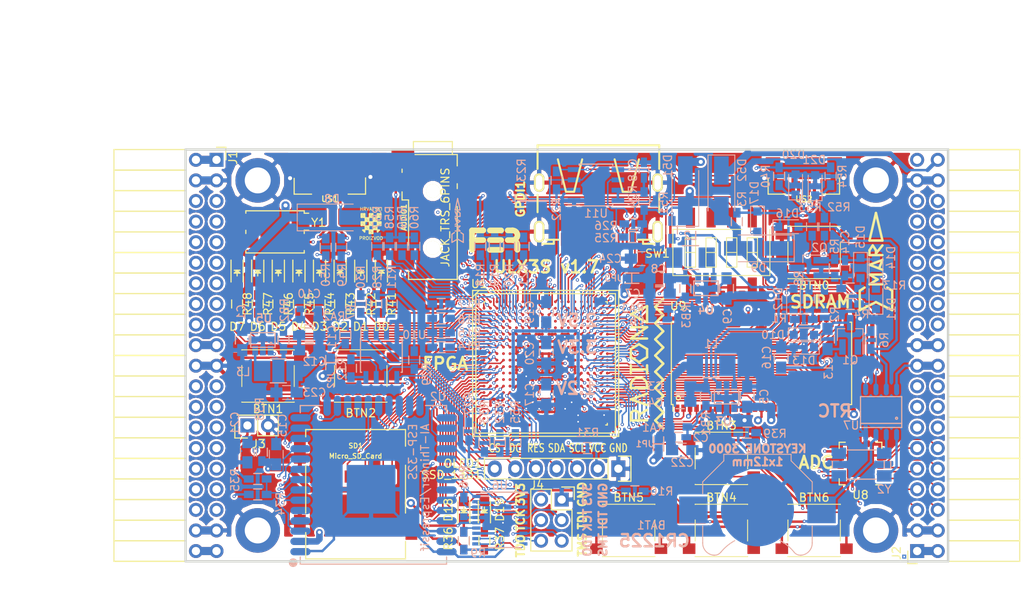
<source format=kicad_pcb>
(kicad_pcb (version 4) (host pcbnew 4.0.7+dfsg1-1)
  (layers (0 F.Cu signal) (1 In1.Cu signal) (2 In2.Cu signal) (31 B.Cu signal) (34 B.Paste user) (35 F.Paste user) (36 B.SilkS user) (37 F.SilkS user) (38 B.Mask user) (39 F.Mask user) (44 Edge.Cuts user))
  (net 0 "")
  (net 1 GND)
  (net 2 +5V)
  (net 3 /gpio/IN5V)
  (net 4 /gpio/OUT5V)
  (net 5 +3V3)
  (net 6 +1V2)
  (net 7 BTN_D)
  (net 8 BTN_F1)
  (net 9 BTN_F2)
  (net 10 BTN_L)
  (net 11 BTN_R)
  (net 12 BTN_U)
  (net 13 /power/FB1)
  (net 14 +2V5)
  (net 15 /power/PWREN)
  (net 16 /power/FB3)
  (net 17 /power/FB2)
  (net 18 "Net-(D9-Pad1)")
  (net 19 /power/VBAT)
  (net 20 JTAG_TDI)
  (net 21 JTAG_TCK)
  (net 22 JTAG_TMS)
  (net 23 JTAG_TDO)
  (net 24 /power/WAKEUPn)
  (net 25 /power/WKUP)
  (net 26 /power/SHUT)
  (net 27 /power/WAKE)
  (net 28 /power/HOLD)
  (net 29 /power/WKn)
  (net 30 /power/OSCI_32k)
  (net 31 /power/OSCO_32k)
  (net 32 "Net-(Q2-Pad3)")
  (net 33 SHUTDOWN)
  (net 34 /analog/AUDIO_L)
  (net 35 /analog/AUDIO_R)
  (net 36 GPDI_5V_SCL)
  (net 37 GPDI_5V_SDA)
  (net 38 GPDI_SDA)
  (net 39 GPDI_SCL)
  (net 40 /gpdi/VREF2)
  (net 41 SD_CMD)
  (net 42 SD_CLK)
  (net 43 SD_D0)
  (net 44 SD_D1)
  (net 45 USB5V)
  (net 46 GPDI_CEC)
  (net 47 nRESET)
  (net 48 FTDI_nDTR)
  (net 49 SDRAM_CKE)
  (net 50 SDRAM_A7)
  (net 51 SDRAM_D15)
  (net 52 SDRAM_BA1)
  (net 53 SDRAM_D7)
  (net 54 SDRAM_A6)
  (net 55 SDRAM_CLK)
  (net 56 SDRAM_D13)
  (net 57 SDRAM_BA0)
  (net 58 SDRAM_D6)
  (net 59 SDRAM_A5)
  (net 60 SDRAM_D14)
  (net 61 SDRAM_A11)
  (net 62 SDRAM_D12)
  (net 63 SDRAM_D5)
  (net 64 SDRAM_A4)
  (net 65 SDRAM_A10)
  (net 66 SDRAM_D11)
  (net 67 SDRAM_A3)
  (net 68 SDRAM_D4)
  (net 69 SDRAM_D10)
  (net 70 SDRAM_D9)
  (net 71 SDRAM_A9)
  (net 72 SDRAM_D3)
  (net 73 SDRAM_D8)
  (net 74 SDRAM_A8)
  (net 75 SDRAM_A2)
  (net 76 SDRAM_A1)
  (net 77 SDRAM_A0)
  (net 78 SDRAM_D2)
  (net 79 SDRAM_D1)
  (net 80 SDRAM_D0)
  (net 81 SDRAM_DQM0)
  (net 82 SDRAM_nCS)
  (net 83 SDRAM_nRAS)
  (net 84 SDRAM_DQM1)
  (net 85 SDRAM_nCAS)
  (net 86 SDRAM_nWE)
  (net 87 /flash/FLASH_nWP)
  (net 88 /flash/FLASH_nHOLD)
  (net 89 /flash/FLASH_MOSI)
  (net 90 /flash/FLASH_MISO)
  (net 91 /flash/FLASH_SCK)
  (net 92 /flash/FLASH_nCS)
  (net 93 /flash/FPGA_PROGRAMN)
  (net 94 /flash/FPGA_DONE)
  (net 95 /flash/FPGA_INITN)
  (net 96 OLED_RES)
  (net 97 OLED_DC)
  (net 98 OLED_CS)
  (net 99 WIFI_EN)
  (net 100 FTDI_nRTS)
  (net 101 FTDI_TXD)
  (net 102 FTDI_RXD)
  (net 103 WIFI_RXD)
  (net 104 WIFI_GPIO0)
  (net 105 WIFI_TXD)
  (net 106 GPDI_ETH-)
  (net 107 GPDI_ETH+)
  (net 108 GPDI_D2+)
  (net 109 GPDI_D2-)
  (net 110 GPDI_D1+)
  (net 111 GPDI_D1-)
  (net 112 GPDI_D0+)
  (net 113 GPDI_D0-)
  (net 114 GPDI_CLK+)
  (net 115 GPDI_CLK-)
  (net 116 USB_FTDI_D+)
  (net 117 USB_FTDI_D-)
  (net 118 J1_17-)
  (net 119 J1_17+)
  (net 120 J1_23-)
  (net 121 J1_23+)
  (net 122 J1_25-)
  (net 123 J1_25+)
  (net 124 J1_27-)
  (net 125 J1_27+)
  (net 126 J1_29-)
  (net 127 J1_29+)
  (net 128 J1_31-)
  (net 129 J1_31+)
  (net 130 J1_33-)
  (net 131 J1_33+)
  (net 132 J1_35-)
  (net 133 J1_35+)
  (net 134 J2_5-)
  (net 135 J2_5+)
  (net 136 J2_7-)
  (net 137 J2_7+)
  (net 138 J2_9-)
  (net 139 J2_9+)
  (net 140 J2_13-)
  (net 141 J2_13+)
  (net 142 J2_17-)
  (net 143 J2_17+)
  (net 144 J2_11-)
  (net 145 J2_11+)
  (net 146 J2_23-)
  (net 147 J2_23+)
  (net 148 J1_5-)
  (net 149 J1_5+)
  (net 150 J1_7-)
  (net 151 J1_7+)
  (net 152 J1_9-)
  (net 153 J1_9+)
  (net 154 J1_11-)
  (net 155 J1_11+)
  (net 156 J1_13-)
  (net 157 J1_13+)
  (net 158 J1_15-)
  (net 159 J1_15+)
  (net 160 J2_15-)
  (net 161 J2_15+)
  (net 162 J2_25-)
  (net 163 J2_25+)
  (net 164 J2_27-)
  (net 165 J2_27+)
  (net 166 J2_29-)
  (net 167 J2_29+)
  (net 168 J2_31-)
  (net 169 J2_31+)
  (net 170 J2_33-)
  (net 171 J2_33+)
  (net 172 J2_35-)
  (net 173 J2_35+)
  (net 174 SD_D3)
  (net 175 AUDIO_L3)
  (net 176 AUDIO_L2)
  (net 177 AUDIO_L1)
  (net 178 AUDIO_L0)
  (net 179 AUDIO_R3)
  (net 180 AUDIO_R2)
  (net 181 AUDIO_R1)
  (net 182 AUDIO_R0)
  (net 183 OLED_CLK)
  (net 184 OLED_MOSI)
  (net 185 LED0)
  (net 186 LED1)
  (net 187 LED2)
  (net 188 LED3)
  (net 189 LED4)
  (net 190 LED5)
  (net 191 LED6)
  (net 192 LED7)
  (net 193 BTN_PWRn)
  (net 194 FTDI_nTXLED)
  (net 195 FTDI_nSLEEP)
  (net 196 /blinkey/LED_PWREN)
  (net 197 /blinkey/LED_TXLED)
  (net 198 FT3V3)
  (net 199 /sdcard/SD3V3)
  (net 200 SD_D2)
  (net 201 CLK_25MHz)
  (net 202 /blinkey/BTNPUL)
  (net 203 /blinkey/BTNPUR)
  (net 204 USB_FPGA_D+)
  (net 205 /power/FTDI_nSUSPEND)
  (net 206 /blinkey/ALED0)
  (net 207 /blinkey/ALED1)
  (net 208 /blinkey/ALED2)
  (net 209 /blinkey/ALED3)
  (net 210 /blinkey/ALED4)
  (net 211 /blinkey/ALED5)
  (net 212 /blinkey/ALED6)
  (net 213 /blinkey/ALED7)
  (net 214 /usb/FTD-)
  (net 215 /usb/FTD+)
  (net 216 ADC_MISO)
  (net 217 ADC_MOSI)
  (net 218 ADC_CSn)
  (net 219 ADC_SCLK)
  (net 220 "Net-(R51-Pad2)")
  (net 221 SW3)
  (net 222 SW2)
  (net 223 SW1)
  (net 224 SW0)
  (net 225 USB_FPGA_D-)
  (net 226 /usb/FPD+)
  (net 227 /usb/FPD-)
  (net 228 WIFI_GPIO16)
  (net 229 WIFI_GPIO15)
  (net 230 /usb/ANT_433MHz)
  (net 231 /power/PWRBTn)
  (net 232 PROG_DONE)
  (net 233 /power/P1V2)
  (net 234 /power/P3V3)
  (net 235 /power/P2V5)
  (net 236 /power/L1)
  (net 237 /power/L3)
  (net 238 /power/L2)
  (net 239 FTDI_TXDEN)
  (net 240 /wifi/WIFIOFF)
  (net 241 SDRAM_A12)
  (net 242 /analog/AUDIO_V)
  (net 243 AUDIO_V3)
  (net 244 AUDIO_V2)
  (net 245 AUDIO_V1)
  (net 246 AUDIO_V0)
  (module SMD_Packages:1Pin (layer F.Cu) (at 182.67515 111.637626)
    (fp_text reference AE1 hide)
    (fp_text value 433MHz hide)
    (pad 1 smd rect (at 0 0) (size 0.5 0.5) (layers B.Cu F.Paste F.Mask) (net 230 /usb/ANT_433MHz))
  )
  (module Resistors_SMD:R_0603_HandSoldering (layer B.Cu) (at 103.498 98.758 90)
    (fp_text reference R38 (at 5.334 -0.254 90) (layer B.SilkS) (effects (justify mirror)))
    (fp_text value 0.47)
    (pad 1 smd rect (at -1.1 0 90) (size 1.2 0.9) (layers B.Cu B.Paste B.Mask) (net 199 /sdcard/SD3V3))
    (pad 2 smd rect (at 1.1 0 90) (size 1.2 0.9) (layers B.Cu B.Paste B.Mask) (net 5 +3V3))
  )
  (module jumper:SOLDER-JUMPER_1-WAY (layer B.Cu) (at 152.393 97.742 270)
    (fp_text reference JP1 (at 0 1.778 360) (layer B.SilkS) (effects (font (size 0.762 0.762) (thickness 0.1524)) (justify mirror)))
    (fp_text value 1.2 hide)
    (pad 1 smd rect (at -0.6 0 270) (size 1 1) (layers B.Cu B.Paste B.Mask) (net 233 /power/P1V2))
    (pad 2 smd rect (at 0.6 0 270) (size 1 1) (layers B.Cu B.Paste B.Mask) (net 6 +1V2))
  )
  (module ESP32-footprints-Lib:ESP-32S (layer B.Cu) (at 117.313 101.513)
    (fp_text reference U2 (at 7.902 -9.613 180) (layer B.SilkS) (effects (justify mirror)))
    (fp_text value ESP-32S)
    (fp_text user AI-Thinker/Espressif (at 6.3 1.6 270) (layer B.SilkS) (effects (justify mirror)))
    (fp_text user ESP-32S (at 4.8 -2.8 270) (layer B.SilkS) (effects (justify mirror)))
    (pad 38 smd oval (at 8.947434 9.517338 180) (size 2.5 0.9) (layers B.Cu B.Paste B.Mask) (net 1 GND))
    (pad 37 smd oval (at 8.947434 8.247338 180) (size 2.5 0.9) (layers B.Cu B.Paste B.Mask))
    (pad 36 smd oval (at 8.947434 6.977338 180) (size 2.5 0.9) (layers B.Cu B.Paste B.Mask) (net 232 PROG_DONE))
    (pad 35 smd oval (at 8.947434 5.707338 180) (size 2.5 0.9) (layers B.Cu B.Paste B.Mask) (net 105 WIFI_TXD))
    (pad 34 smd oval (at 8.947434 4.437338 180) (size 2.5 0.9) (layers B.Cu B.Paste B.Mask) (net 103 WIFI_RXD))
    (pad 33 smd oval (at 8.947434 3.167338 180) (size 2.5 0.9) (layers B.Cu B.Paste B.Mask) (net 22 JTAG_TMS))
    (pad 32 smd oval (at 8.947434 1.897338 180) (size 2.5 0.9) (layers B.Cu B.Paste B.Mask))
    (pad 31 smd oval (at 8.947434 0.627338 180) (size 2.5 0.9) (layers B.Cu B.Paste B.Mask) (net 20 JTAG_TDI))
    (pad 30 smd oval (at 8.947434 -0.642662 180) (size 2.5 0.9) (layers B.Cu B.Paste B.Mask) (net 21 JTAG_TCK))
    (pad 29 smd oval (at 8.947434 -1.912662 180) (size 2.5 0.9) (layers B.Cu B.Paste B.Mask))
    (pad 28 smd oval (at 8.947434 -3.182662 180) (size 2.5 0.9) (layers B.Cu B.Paste B.Mask) (net 23 JTAG_TDO))
    (pad 27 smd oval (at 8.947434 -4.452662 180) (size 2.5 0.9) (layers B.Cu B.Paste B.Mask) (net 228 WIFI_GPIO16))
    (pad 26 smd oval (at 8.947434 -5.722662 180) (size 2.5 0.9) (layers B.Cu B.Paste B.Mask))
    (pad 25 smd oval (at 8.947434 -6.992662 180) (size 2.5 0.9) (layers B.Cu B.Paste B.Mask) (net 104 WIFI_GPIO0))
    (pad 24 smd oval (at 5.662434 -8.482662 180) (size 0.9 2.5) (layers B.Cu B.Paste B.Mask))
    (pad 23 smd oval (at 4.392434 -8.482662 180) (size 0.9 2.5) (layers B.Cu B.Paste B.Mask) (net 229 WIFI_GPIO15))
    (pad 22 smd oval (at 3.122434 -8.482662 180) (size 0.9 2.5) (layers B.Cu B.Paste B.Mask) (net 44 SD_D1))
    (pad 21 smd oval (at 1.852434 -8.482662 180) (size 0.9 2.5) (layers B.Cu B.Paste B.Mask) (net 43 SD_D0))
    (pad 20 smd oval (at 0.582434 -8.482662 180) (size 0.9 2.5) (layers B.Cu B.Paste B.Mask) (net 42 SD_CLK))
    (pad 19 smd oval (at -0.687566 -8.482662 180) (size 0.9 2.5) (layers B.Cu B.Paste B.Mask) (net 41 SD_CMD))
    (pad 18 smd oval (at -1.957566 -8.482662 180) (size 0.9 2.5) (layers B.Cu B.Paste B.Mask))
    (pad 17 smd oval (at -3.227566 -8.482662 180) (size 0.9 2.5) (layers B.Cu B.Paste B.Mask))
    (pad 16 smd oval (at -4.497566 -8.482662 180) (size 0.9 2.5) (layers B.Cu B.Paste B.Mask) (net 124 J1_27-))
    (pad 15 smd oval (at -5.767566 -8.482662 180) (size 0.9 2.5) (layers B.Cu B.Paste B.Mask) (net 1 GND))
    (pad 14 smd oval (at -9.052566 -6.992662 180) (size 2.5 0.9) (layers B.Cu B.Paste B.Mask) (net 125 J1_27+))
    (pad 13 smd oval (at -9.052566 -5.722662 180) (size 2.5 0.9) (layers B.Cu B.Paste B.Mask) (net 126 J1_29-))
    (pad 12 smd oval (at -9.052566 -4.452662 180) (size 2.5 0.9) (layers B.Cu B.Paste B.Mask) (net 127 J1_29+))
    (pad 11 smd oval (at -9.052566 -3.182662 180) (size 2.5 0.9) (layers B.Cu B.Paste B.Mask) (net 128 J1_31-))
    (pad 10 smd oval (at -9.052566 -1.912662 180) (size 2.5 0.9) (layers B.Cu B.Paste B.Mask) (net 129 J1_31+))
    (pad 9 smd oval (at -9.052566 -0.642662 180) (size 2.5 0.9) (layers B.Cu B.Paste B.Mask) (net 130 J1_33-))
    (pad 8 smd oval (at -9.052566 0.627338 180) (size 2.5 0.9) (layers B.Cu B.Paste B.Mask) (net 131 J1_33+))
    (pad 7 smd oval (at -9.052566 1.897338 180) (size 2.5 0.9) (layers B.Cu B.Paste B.Mask) (net 132 J1_35-))
    (pad 6 smd oval (at -9.052566 3.167338 180) (size 2.5 0.9) (layers B.Cu B.Paste B.Mask) (net 133 J1_35+))
    (pad 5 smd oval (at -9.052566 4.437338 180) (size 2.5 0.9) (layers B.Cu B.Paste B.Mask))
    (pad 4 smd oval (at -9.052566 5.707338 180) (size 2.5 0.9) (layers B.Cu B.Paste B.Mask))
    (pad 3 smd oval (at -9.052566 6.977338 180) (size 2.5 0.9) (layers B.Cu B.Paste B.Mask) (net 99 WIFI_EN))
    (pad 2 smd oval (at -9.052566 8.247338 180) (size 2.5 0.9) (layers B.Cu B.Paste B.Mask) (net 5 +3V3))
    (pad 1 smd oval (at -9.052566 9.517338 180) (size 2.5 0.9) (layers B.Cu B.Paste B.Mask) (net 1 GND))
    (pad 39 smd rect (at -0.352566 1.817338 180) (size 6 6) (layers B.Cu B.Paste B.Mask) (net 1 GND))
  )
  (module Diodes_SMD:D_SMA_Handsoldering (layer B.Cu) (at 155.695 66.5 90)
    (fp_text reference D51 (at 3.048 -2.159 90) (layer B.SilkS) (effects (justify mirror)))
    (fp_text value STPS2L30AF hide)
    (pad 1 smd rect (at -2.5 0 90) (size 3.5 1.8) (layers B.Cu B.Paste B.Mask) (net 2 +5V))
    (pad 2 smd rect (at 2.5 0 90) (size 3.5 1.8) (layers B.Cu B.Paste B.Mask) (net 3 /gpio/IN5V))
  )
  (module Resistors_SMD:R_0603_HandSoldering (layer B.Cu) (at 154.044 71.326 90)
    (fp_text reference R51 (at 3.302 -1.016 90) (layer B.SilkS) (effects (justify mirror)))
    (fp_text value 150)
    (pad 1 smd rect (at -1.1 0 90) (size 1.2 0.9) (layers B.Cu B.Paste B.Mask) (net 5 +3V3))
    (pad 2 smd rect (at 1.1 0 90) (size 1.2 0.9) (layers B.Cu B.Paste B.Mask) (net 220 "Net-(R51-Pad2)"))
  )
  (module Resistors_SMD:R_1210_HandSoldering (layer B.Cu) (at 158.87 88.09 180)
    (fp_text reference L1 (at 0 2.7 180) (layer B.SilkS) (effects (justify mirror)))
    (fp_text value 2.2uH)
    (pad 1 smd rect (at -2 0 180) (size 2 2.5) (layers B.Cu B.Paste B.Mask) (net 236 /power/L1))
    (pad 2 smd rect (at 2 0 180) (size 2 2.5) (layers B.Cu B.Paste B.Mask) (net 233 /power/P1V2))
  )
  (module TSOT-25:TSOT-25 (layer B.Cu) (at 160.775 91.9)
    (fp_text reference U3 (at -0.381 3.048) (layer B.SilkS) (effects (font (thickness 0.2)) (justify mirror)))
    (fp_text value AP3429A)
    (pad 1 smd rect (at -0.95 -1.3) (size 0.7 1.2) (layers B.Cu B.Paste B.Mask) (net 15 /power/PWREN))
    (pad 2 smd rect (at 0 -1.3) (size 0.7 1.2) (layers B.Cu B.Paste B.Mask) (net 1 GND))
    (pad 3 smd rect (at 0.95 -1.3) (size 0.7 1.2) (layers B.Cu B.Paste B.Mask) (net 236 /power/L1))
    (pad 4 smd rect (at 0.95 1.3) (size 0.7 1.2) (layers B.Cu B.Paste B.Mask) (net 2 +5V))
    (pad 5 smd rect (at -0.95 1.3) (size 0.7 1.2) (layers B.Cu B.Paste B.Mask) (net 13 /power/FB1))
  )
  (module Resistors_SMD:R_1210_HandSoldering (layer B.Cu) (at 156.33 74.755 180)
    (fp_text reference L2 (at 0 2.7 180) (layer B.SilkS) (effects (justify mirror)))
    (fp_text value 2.2uH)
    (pad 1 smd rect (at -2 0 180) (size 2 2.5) (layers B.Cu B.Paste B.Mask) (net 237 /power/L3))
    (pad 2 smd rect (at 2 0 180) (size 2 2.5) (layers B.Cu B.Paste B.Mask) (net 234 /power/P3V3))
  )
  (module TSOT-25:TSOT-25 (layer B.Cu) (at 158.235 78.535)
    (fp_text reference U4 (at 0 2.697) (layer B.SilkS) (effects (font (thickness 0.2)) (justify mirror)))
    (fp_text value AP3429A)
    (pad 1 smd rect (at -0.95 -1.3) (size 0.7 1.2) (layers B.Cu B.Paste B.Mask) (net 15 /power/PWREN))
    (pad 2 smd rect (at 0 -1.3) (size 0.7 1.2) (layers B.Cu B.Paste B.Mask) (net 1 GND))
    (pad 3 smd rect (at 0.95 -1.3) (size 0.7 1.2) (layers B.Cu B.Paste B.Mask) (net 237 /power/L3))
    (pad 4 smd rect (at 0.95 1.3) (size 0.7 1.2) (layers B.Cu B.Paste B.Mask) (net 2 +5V))
    (pad 5 smd rect (at -0.95 1.3) (size 0.7 1.2) (layers B.Cu B.Paste B.Mask) (net 16 /power/FB3))
  )
  (module LEDs:LED_0805 (layer F.Cu) (at 118.23 76.66 270)
    (fp_text reference D0 (at 6.604 0 360) (layer F.SilkS))
    (fp_text value RED hide)
    (pad 2 smd rect (at 1.04902 0 90) (size 1.19888 1.19888) (layers F.Cu F.Paste F.Mask) (net 206 /blinkey/ALED0))
    (pad 1 smd rect (at -1.04902 0 90) (size 1.19888 1.19888) (layers F.Cu F.Paste F.Mask) (net 1 GND))
  )
  (module LEDs:LED_0805 (layer F.Cu) (at 115.69 76.66 270)
    (fp_text reference D1 (at 6.604 0 360) (layer F.SilkS))
    (fp_text value RED hide)
    (pad 2 smd rect (at 1.04902 0 90) (size 1.19888 1.19888) (layers F.Cu F.Paste F.Mask) (net 207 /blinkey/ALED1))
    (pad 1 smd rect (at -1.04902 0 90) (size 1.19888 1.19888) (layers F.Cu F.Paste F.Mask) (net 1 GND))
  )
  (module LEDs:LED_0805 (layer F.Cu) (at 113.15 76.66 270)
    (fp_text reference D2 (at 6.604 0 360) (layer F.SilkS))
    (fp_text value RED hide)
    (pad 2 smd rect (at 1.04902 0 90) (size 1.19888 1.19888) (layers F.Cu F.Paste F.Mask) (net 208 /blinkey/ALED2))
    (pad 1 smd rect (at -1.04902 0 90) (size 1.19888 1.19888) (layers F.Cu F.Paste F.Mask) (net 1 GND))
  )
  (module LEDs:LED_0805 (layer F.Cu) (at 110.61 76.66 270)
    (fp_text reference D3 (at 6.604 0 360) (layer F.SilkS))
    (fp_text value RED hide)
    (pad 2 smd rect (at 1.04902 0 90) (size 1.19888 1.19888) (layers F.Cu F.Paste F.Mask) (net 209 /blinkey/ALED3))
    (pad 1 smd rect (at -1.04902 0 90) (size 1.19888 1.19888) (layers F.Cu F.Paste F.Mask) (net 1 GND))
  )
  (module LEDs:LED_0805 (layer F.Cu) (at 108.07 76.66 270)
    (fp_text reference D4 (at 6.604 0 360) (layer F.SilkS))
    (fp_text value RED hide)
    (pad 2 smd rect (at 1.04902 0 90) (size 1.19888 1.19888) (layers F.Cu F.Paste F.Mask) (net 210 /blinkey/ALED4))
    (pad 1 smd rect (at -1.04902 0 90) (size 1.19888 1.19888) (layers F.Cu F.Paste F.Mask) (net 1 GND))
  )
  (module LEDs:LED_0805 (layer F.Cu) (at 105.53 76.66 270)
    (fp_text reference D5 (at 6.604 0 360) (layer F.SilkS))
    (fp_text value RED hide)
    (pad 2 smd rect (at 1.04902 0 90) (size 1.19888 1.19888) (layers F.Cu F.Paste F.Mask) (net 211 /blinkey/ALED5))
    (pad 1 smd rect (at -1.04902 0 90) (size 1.19888 1.19888) (layers F.Cu F.Paste F.Mask) (net 1 GND))
  )
  (module LEDs:LED_0805 (layer F.Cu) (at 102.99 76.66 270)
    (fp_text reference D6 (at 6.604 0 360) (layer F.SilkS))
    (fp_text value RED hide)
    (pad 2 smd rect (at 1.04902 0 90) (size 1.19888 1.19888) (layers F.Cu F.Paste F.Mask) (net 212 /blinkey/ALED6))
    (pad 1 smd rect (at -1.04902 0 90) (size 1.19888 1.19888) (layers F.Cu F.Paste F.Mask) (net 1 GND))
  )
  (module LEDs:LED_0805 (layer F.Cu) (at 100.45 76.66 270)
    (fp_text reference D7 (at 6.604 0 360) (layer F.SilkS))
    (fp_text value RED hide)
    (pad 2 smd rect (at 1.04902 0 90) (size 1.19888 1.19888) (layers F.Cu F.Paste F.Mask) (net 213 /blinkey/ALED7))
    (pad 1 smd rect (at -1.04902 0 90) (size 1.19888 1.19888) (layers F.Cu F.Paste F.Mask) (net 1 GND))
  )
  (module Resistors_SMD:R_1210_HandSoldering (layer B.Cu) (at 105.53 88.725)
    (fp_text reference L3 (at -4.318 0.127) (layer B.SilkS) (effects (justify mirror)))
    (fp_text value 2.2uH)
    (pad 1 smd rect (at -2 0) (size 2 2.5) (layers B.Cu B.Paste B.Mask) (net 238 /power/L2))
    (pad 2 smd rect (at 2 0) (size 2 2.5) (layers B.Cu B.Paste B.Mask) (net 235 /power/P2V5))
  )
  (module TSOT-25:TSOT-25 (layer B.Cu) (at 103.625 84.915 180)
    (fp_text reference U5 (at -0.127 2.667 180) (layer B.SilkS) (effects (font (thickness 0.2)) (justify mirror)))
    (fp_text value AP3429A)
    (pad 1 smd rect (at -0.95 -1.3 180) (size 0.7 1.2) (layers B.Cu B.Paste B.Mask) (net 15 /power/PWREN))
    (pad 2 smd rect (at 0 -1.3 180) (size 0.7 1.2) (layers B.Cu B.Paste B.Mask) (net 1 GND))
    (pad 3 smd rect (at 0.95 -1.3 180) (size 0.7 1.2) (layers B.Cu B.Paste B.Mask) (net 238 /power/L2))
    (pad 4 smd rect (at 0.95 1.3 180) (size 0.7 1.2) (layers B.Cu B.Paste B.Mask) (net 2 +5V))
    (pad 5 smd rect (at -0.95 1.3 180) (size 0.7 1.2) (layers B.Cu B.Paste B.Mask) (net 17 /power/FB2))
  )
  (module Capacitors_SMD:C_0805_HandSoldering (layer B.Cu) (at 101.085 84.915 270)
    (fp_text reference C1 (at -3.429 0.127 270) (layer B.SilkS) (effects (justify mirror)))
    (fp_text value 22uF)
    (pad 1 smd rect (at -1.25 0 270) (size 1.5 1.25) (layers B.Cu B.Paste B.Mask) (net 2 +5V))
    (pad 2 smd rect (at 1.25 0 270) (size 1.5 1.25) (layers B.Cu B.Paste B.Mask) (net 1 GND))
  )
  (module Capacitors_SMD:C_0805_HandSoldering (layer B.Cu) (at 155.06 90.63)
    (fp_text reference C3 (at -3.048 0) (layer B.SilkS) (effects (justify mirror)))
    (fp_text value 22uF)
    (pad 1 smd rect (at -1.25 0) (size 1.5 1.25) (layers B.Cu B.Paste B.Mask) (net 233 /power/P1V2))
    (pad 2 smd rect (at 1.25 0) (size 1.5 1.25) (layers B.Cu B.Paste B.Mask) (net 1 GND))
  )
  (module Capacitors_SMD:C_0805_HandSoldering (layer B.Cu) (at 155.06 92.535)
    (fp_text reference C4 (at -3.048 0.127) (layer B.SilkS) (effects (justify mirror)))
    (fp_text value 22uF)
    (pad 1 smd rect (at -1.25 0) (size 1.5 1.25) (layers B.Cu B.Paste B.Mask) (net 233 /power/P1V2))
    (pad 2 smd rect (at 1.25 0) (size 1.5 1.25) (layers B.Cu B.Paste B.Mask) (net 1 GND))
  )
  (module Capacitors_SMD:C_0805_HandSoldering (layer B.Cu) (at 163.315 91.9 90)
    (fp_text reference C5 (at 0 2.1 90) (layer B.SilkS) (effects (justify mirror)))
    (fp_text value 22uF)
    (pad 1 smd rect (at -1.25 0 90) (size 1.5 1.25) (layers B.Cu B.Paste B.Mask) (net 2 +5V))
    (pad 2 smd rect (at 1.25 0 90) (size 1.5 1.25) (layers B.Cu B.Paste B.Mask) (net 1 GND))
  )
  (module Capacitors_SMD:C_0805_HandSoldering (layer B.Cu) (at 152.52 79.2)
    (fp_text reference C7 (at -3.302 0) (layer B.SilkS) (effects (justify mirror)))
    (fp_text value 22uF)
    (pad 1 smd rect (at -1.25 0) (size 1.5 1.25) (layers B.Cu B.Paste B.Mask) (net 234 /power/P3V3))
    (pad 2 smd rect (at 1.25 0) (size 1.5 1.25) (layers B.Cu B.Paste B.Mask) (net 1 GND))
  )
  (module Capacitors_SMD:C_0805_HandSoldering (layer B.Cu) (at 152.52 77.295)
    (fp_text reference C8 (at -0.127 -1.143) (layer B.SilkS) (effects (justify mirror)))
    (fp_text value 22uF)
    (pad 1 smd rect (at -1.25 0) (size 1.5 1.25) (layers B.Cu B.Paste B.Mask) (net 234 /power/P3V3))
    (pad 2 smd rect (at 1.25 0) (size 1.5 1.25) (layers B.Cu B.Paste B.Mask) (net 1 GND))
  )
  (module Capacitors_SMD:C_0805_HandSoldering (layer B.Cu) (at 160.775 78.565 90)
    (fp_text reference C9 (at -3.429 0.127 90) (layer B.SilkS) (effects (justify mirror)))
    (fp_text value 22uF)
    (pad 1 smd rect (at -1.25 0 90) (size 1.5 1.25) (layers B.Cu B.Paste B.Mask) (net 2 +5V))
    (pad 2 smd rect (at 1.25 0 90) (size 1.5 1.25) (layers B.Cu B.Paste B.Mask) (net 1 GND))
  )
  (module Capacitors_SMD:C_0805_HandSoldering (layer B.Cu) (at 109.34 84.28 180)
    (fp_text reference C11 (at -2.794 -0.254 270) (layer B.SilkS) (effects (justify mirror)))
    (fp_text value 22uF)
    (pad 1 smd rect (at -1.25 0 180) (size 1.5 1.25) (layers B.Cu B.Paste B.Mask) (net 235 /power/P2V5))
    (pad 2 smd rect (at 1.25 0 180) (size 1.5 1.25) (layers B.Cu B.Paste B.Mask) (net 1 GND))
  )
  (module Capacitors_SMD:C_0805_HandSoldering (layer B.Cu) (at 109.34 86.185 180)
    (fp_text reference C12 (at -0.635 -1.397 360) (layer B.SilkS) (effects (justify mirror)))
    (fp_text value 22uF)
    (pad 1 smd rect (at -1.25 0 180) (size 1.5 1.25) (layers B.Cu B.Paste B.Mask) (net 235 /power/P2V5))
    (pad 2 smd rect (at 1.25 0 180) (size 1.5 1.25) (layers B.Cu B.Paste B.Mask) (net 1 GND))
  )
  (module Power_Integrations:SO-8 (layer B.Cu) (at 179.825 93.805 180)
    (fp_text reference U7 (at 3.683 -1.651 180) (layer B.SilkS) (effects (justify mirror)))
    (fp_text value PCF8523)
    (pad 1 smd oval (at -1.905 -2.794 180) (size 0.6096 1.4732) (layers B.Cu B.Paste B.Mask) (net 30 /power/OSCI_32k))
    (pad 2 smd oval (at -0.635 -2.794 180) (size 0.6096 1.4732) (layers B.Cu B.Paste B.Mask) (net 31 /power/OSCO_32k))
    (pad 3 smd oval (at 0.635 -2.794 180) (size 0.6096 1.4732) (layers B.Cu B.Paste B.Mask) (net 19 /power/VBAT))
    (pad 4 smd oval (at 1.905 -2.794 180) (size 0.6096 1.4732) (layers B.Cu B.Paste B.Mask) (net 1 GND))
    (pad 5 smd oval (at 1.905 2.794 180) (size 0.6096 1.4732) (layers B.Cu B.Paste B.Mask) (net 38 GPDI_SDA))
    (pad 6 smd oval (at 0.635 2.794 180) (size 0.6096 1.4732) (layers B.Cu B.Paste B.Mask) (net 39 GPDI_SCL))
    (pad 7 smd oval (at -0.635 2.794 180) (size 0.6096 1.4732) (layers B.Cu B.Paste B.Mask) (net 24 /power/WAKEUPn))
    (pad 8 smd oval (at -1.905 2.794 180) (size 0.6096 1.4732) (layers B.Cu B.Paste B.Mask) (net 5 +3V3))
  )
  (module Capacitors_SMD:C_0805_HandSoldering (layer B.Cu) (at 173.221 84.788 90)
    (fp_text reference C13 (at -3.556 0.127 90) (layer B.SilkS) (effects (justify mirror)))
    (fp_text value 2.2uF)
    (pad 1 smd rect (at -1.25 0 90) (size 1.5 1.25) (layers B.Cu B.Paste B.Mask) (net 2 +5V))
    (pad 2 smd rect (at 1.25 0 90) (size 1.5 1.25) (layers B.Cu B.Paste B.Mask) (net 25 /power/WKUP))
  )
  (module TSOP54:TSOP54 (layer F.Cu) (at 165.08 87.8 90)
    (fp_text reference U9 (at 7.076 -10.274 180) (layer F.SilkS))
    (fp_text value MT48LC4M16A2TG)
    (pad 28 smd rect (at 5.53 10.4 90) (size 0.9 0.56) (layers F.Cu F.Paste F.Mask) (net 1 GND))
    (pad 1 smd rect (at -5.53 -10.4 90) (size 0.9 0.56) (layers F.Cu F.Paste F.Mask) (net 5 +3V3))
    (pad 2 smd rect (at -5.53 -9.6 90) (size 0.9 0.56) (layers F.Cu F.Paste F.Mask) (net 80 SDRAM_D0))
    (pad 3 smd rect (at -5.53 -8.8 90) (size 0.9 0.56) (layers F.Cu F.Paste F.Mask) (net 5 +3V3))
    (pad 4 smd rect (at -5.53 -8 90) (size 0.9 0.56) (layers F.Cu F.Paste F.Mask) (net 79 SDRAM_D1))
    (pad 5 smd rect (at -5.53 -7.2 90) (size 0.9 0.56) (layers F.Cu F.Paste F.Mask) (net 78 SDRAM_D2))
    (pad 6 smd rect (at -5.53 -6.4 90) (size 0.9 0.56) (layers F.Cu F.Paste F.Mask) (net 1 GND))
    (pad 7 smd rect (at -5.53 -5.6 90) (size 0.9 0.56) (layers F.Cu F.Paste F.Mask) (net 72 SDRAM_D3))
    (pad 8 smd rect (at -5.53 -4.8 90) (size 0.9 0.56) (layers F.Cu F.Paste F.Mask) (net 68 SDRAM_D4))
    (pad 9 smd rect (at -5.53 -4 90) (size 0.9 0.56) (layers F.Cu F.Paste F.Mask) (net 5 +3V3))
    (pad 10 smd rect (at -5.53 -3.2 90) (size 0.9 0.56) (layers F.Cu F.Paste F.Mask) (net 63 SDRAM_D5))
    (pad 11 smd rect (at -5.53 -2.4 90) (size 0.9 0.56) (layers F.Cu F.Paste F.Mask) (net 58 SDRAM_D6))
    (pad 12 smd rect (at -5.53 -1.6 90) (size 0.9 0.56) (layers F.Cu F.Paste F.Mask) (net 1 GND))
    (pad 13 smd rect (at -5.53 -0.8 90) (size 0.9 0.56) (layers F.Cu F.Paste F.Mask) (net 53 SDRAM_D7))
    (pad 14 smd rect (at -5.53 0 90) (size 0.9 0.56) (layers F.Cu F.Paste F.Mask) (net 5 +3V3))
    (pad 15 smd rect (at -5.53 0.8 90) (size 0.9 0.56) (layers F.Cu F.Paste F.Mask) (net 81 SDRAM_DQM0))
    (pad 16 smd rect (at -5.53 1.6 90) (size 0.9 0.56) (layers F.Cu F.Paste F.Mask) (net 86 SDRAM_nWE))
    (pad 17 smd rect (at -5.53 2.4 90) (size 0.9 0.56) (layers F.Cu F.Paste F.Mask) (net 85 SDRAM_nCAS))
    (pad 18 smd rect (at -5.53 3.2 90) (size 0.9 0.56) (layers F.Cu F.Paste F.Mask) (net 83 SDRAM_nRAS))
    (pad 19 smd rect (at -5.53 4 90) (size 0.9 0.56) (layers F.Cu F.Paste F.Mask) (net 82 SDRAM_nCS))
    (pad 20 smd rect (at -5.53 4.8 90) (size 0.9 0.56) (layers F.Cu F.Paste F.Mask) (net 57 SDRAM_BA0))
    (pad 21 smd rect (at -5.53 5.6 90) (size 0.9 0.56) (layers F.Cu F.Paste F.Mask) (net 52 SDRAM_BA1))
    (pad 22 smd rect (at -5.53 6.4 90) (size 0.9 0.56) (layers F.Cu F.Paste F.Mask) (net 65 SDRAM_A10))
    (pad 23 smd rect (at -5.53 7.2 90) (size 0.9 0.56) (layers F.Cu F.Paste F.Mask) (net 77 SDRAM_A0))
    (pad 24 smd rect (at -5.53 8 90) (size 0.9 0.56) (layers F.Cu F.Paste F.Mask) (net 76 SDRAM_A1))
    (pad 25 smd rect (at -5.53 8.8 90) (size 0.9 0.56) (layers F.Cu F.Paste F.Mask) (net 75 SDRAM_A2))
    (pad 26 smd rect (at -5.53 9.6 90) (size 0.9 0.56) (layers F.Cu F.Paste F.Mask) (net 67 SDRAM_A3))
    (pad 27 smd rect (at -5.53 10.4 90) (size 0.9 0.56) (layers F.Cu F.Paste F.Mask) (net 5 +3V3))
    (pad 29 smd rect (at 5.53 9.6 90) (size 0.9 0.56) (layers F.Cu F.Paste F.Mask) (net 64 SDRAM_A4))
    (pad 30 smd rect (at 5.53 8.8 90) (size 0.9 0.56) (layers F.Cu F.Paste F.Mask) (net 59 SDRAM_A5))
    (pad 31 smd rect (at 5.53 8 90) (size 0.9 0.56) (layers F.Cu F.Paste F.Mask) (net 54 SDRAM_A6))
    (pad 32 smd rect (at 5.53 7.2 90) (size 0.9 0.56) (layers F.Cu F.Paste F.Mask) (net 50 SDRAM_A7))
    (pad 33 smd rect (at 5.53 6.4 90) (size 0.9 0.56) (layers F.Cu F.Paste F.Mask) (net 74 SDRAM_A8))
    (pad 34 smd rect (at 5.53 5.6 90) (size 0.9 0.56) (layers F.Cu F.Paste F.Mask) (net 71 SDRAM_A9))
    (pad 35 smd rect (at 5.53 4.8 90) (size 0.9 0.56) (layers F.Cu F.Paste F.Mask) (net 61 SDRAM_A11))
    (pad 36 smd rect (at 5.53 4 90) (size 0.9 0.56) (layers F.Cu F.Paste F.Mask) (net 241 SDRAM_A12))
    (pad 37 smd rect (at 5.53 3.2 90) (size 0.9 0.56) (layers F.Cu F.Paste F.Mask) (net 49 SDRAM_CKE))
    (pad 38 smd rect (at 5.53 2.4 90) (size 0.9 0.56) (layers F.Cu F.Paste F.Mask) (net 55 SDRAM_CLK))
    (pad 39 smd rect (at 5.53 1.6 90) (size 0.9 0.56) (layers F.Cu F.Paste F.Mask) (net 84 SDRAM_DQM1))
    (pad 40 smd rect (at 5.53 0.8 90) (size 0.9 0.56) (layers F.Cu F.Paste F.Mask))
    (pad 41 smd rect (at 5.53 0 90) (size 0.9 0.56) (layers F.Cu F.Paste F.Mask) (net 1 GND))
    (pad 42 smd rect (at 5.53 -0.8 90) (size 0.9 0.56) (layers F.Cu F.Paste F.Mask) (net 73 SDRAM_D8))
    (pad 43 smd rect (at 5.53 -1.6 90) (size 0.9 0.56) (layers F.Cu F.Paste F.Mask) (net 5 +3V3))
    (pad 44 smd rect (at 5.53 -2.4 90) (size 0.9 0.56) (layers F.Cu F.Paste F.Mask) (net 70 SDRAM_D9))
    (pad 45 smd rect (at 5.53 -3.2 90) (size 0.9 0.56) (layers F.Cu F.Paste F.Mask) (net 69 SDRAM_D10))
    (pad 46 smd rect (at 5.53 -4 90) (size 0.9 0.56) (layers F.Cu F.Paste F.Mask) (net 1 GND))
    (pad 47 smd rect (at 5.53 -4.8 90) (size 0.9 0.56) (layers F.Cu F.Paste F.Mask) (net 66 SDRAM_D11))
    (pad 48 smd rect (at 5.53 -5.6 90) (size 0.9 0.56) (layers F.Cu F.Paste F.Mask) (net 62 SDRAM_D12))
    (pad 49 smd rect (at 5.53 -6.4 90) (size 0.9 0.56) (layers F.Cu F.Paste F.Mask) (net 5 +3V3))
    (pad 50 smd rect (at 5.53 -7.2 90) (size 0.9 0.56) (layers F.Cu F.Paste F.Mask) (net 56 SDRAM_D13))
    (pad 51 smd rect (at 5.53 -8 90) (size 0.9 0.56) (layers F.Cu F.Paste F.Mask) (net 60 SDRAM_D14))
    (pad 52 smd rect (at 5.53 -8.8 90) (size 0.9 0.56) (layers F.Cu F.Paste F.Mask) (net 1 GND))
    (pad 53 smd rect (at 5.53 -9.6 90) (size 0.9 0.56) (layers F.Cu F.Paste F.Mask) (net 51 SDRAM_D15))
    (pad 54 smd rect (at 5.53 -10.4 90) (size 0.9 0.56) (layers F.Cu F.Paste F.Mask) (net 1 GND))
  )
  (module TO_SOT_Packages_SMD:SOT-23_Handsoldering (layer B.Cu) (at 176.015 84.28 90)
    (fp_text reference Q1 (at -3.1115 0 180) (layer B.SilkS) (effects (justify mirror)))
    (fp_text value BC857)
    (pad 1 smd rect (at -1.5 0.95 90) (size 1.9 0.8) (layers B.Cu B.Paste B.Mask) (net 29 /power/WKn))
    (pad 2 smd rect (at -1.5 -0.95 90) (size 1.9 0.8) (layers B.Cu B.Paste B.Mask) (net 2 +5V))
    (pad 3 smd rect (at 1.5 0 90) (size 1.9 0.8) (layers B.Cu B.Paste B.Mask) (net 25 /power/WKUP))
  )
  (module TO_SOT_Packages_SMD:SOT-23_Handsoldering (layer B.Cu) (at 170.935 76.025 180)
    (fp_text reference Q2 (at -1.295 2.5 180) (layer B.SilkS) (effects (justify mirror)))
    (fp_text value 2N7002)
    (pad 1 smd rect (at -1.5 0.95 180) (size 1.9 0.8) (layers B.Cu B.Paste B.Mask) (net 26 /power/SHUT))
    (pad 2 smd rect (at -1.5 -0.95 180) (size 1.9 0.8) (layers B.Cu B.Paste B.Mask) (net 1 GND))
    (pad 3 smd rect (at 1.5 0 180) (size 1.9 0.8) (layers B.Cu B.Paste B.Mask) (net 32 "Net-(Q2-Pad3)"))
  )
  (module Capacitors_SMD:C_0603_HandSoldering (layer B.Cu) (at 154.86 96.91)
    (fp_text reference C2 (at 2.74 0.07) (layer B.SilkS) (effects (justify mirror)))
    (fp_text value 470pF)
    (pad 1 smd rect (at -0.95 0) (size 1.2 0.75) (layers B.Cu B.Paste B.Mask) (net 233 /power/P1V2))
    (pad 2 smd rect (at 0.95 0) (size 1.2 0.75) (layers B.Cu B.Paste B.Mask) (net 13 /power/FB1))
  )
  (module Capacitors_SMD:C_0603_HandSoldering (layer B.Cu) (at 152.52 82.375)
    (fp_text reference C6 (at -2.794 0.127) (layer B.SilkS) (effects (justify mirror)))
    (fp_text value 470pF)
    (pad 1 smd rect (at -0.95 0) (size 1.2 0.75) (layers B.Cu B.Paste B.Mask) (net 234 /power/P3V3))
    (pad 2 smd rect (at 0.95 0) (size 1.2 0.75) (layers B.Cu B.Paste B.Mask) (net 16 /power/FB3))
  )
  (module Capacitors_SMD:C_0603_HandSoldering (layer B.Cu) (at 109.34 81.105 180)
    (fp_text reference C10 (at 0 1.9 180) (layer B.SilkS) (effects (justify mirror)))
    (fp_text value 470pF)
    (pad 1 smd rect (at -0.95 0 180) (size 1.2 0.75) (layers B.Cu B.Paste B.Mask) (net 235 /power/P2V5))
    (pad 2 smd rect (at 0.95 0 180) (size 1.2 0.75) (layers B.Cu B.Paste B.Mask) (net 17 /power/FB2))
  )
  (module Capacitors_SMD:C_0603_HandSoldering (layer B.Cu) (at 175.38 76.025 270)
    (fp_text reference C14 (at -3.175 0 270) (layer B.SilkS) (effects (justify mirror)))
    (fp_text value 100nF)
    (pad 1 smd rect (at -0.95 0 270) (size 1.2 0.75) (layers B.Cu B.Paste B.Mask) (net 26 /power/SHUT))
    (pad 2 smd rect (at 0.95 0 270) (size 1.2 0.75) (layers B.Cu B.Paste B.Mask) (net 1 GND))
  )
  (module Resistors_SMD:R_0603_HandSoldering (layer B.Cu) (at 170.3 82.375)
    (fp_text reference R1 (at -3.048 -0.127) (layer B.SilkS) (effects (justify mirror)))
    (fp_text value 15k)
    (pad 1 smd rect (at -1.1 0) (size 1.2 0.9) (layers B.Cu B.Paste B.Mask) (net 27 /power/WAKE))
    (pad 2 smd rect (at 1.1 0) (size 1.2 0.9) (layers B.Cu B.Paste B.Mask) (net 15 /power/PWREN))
  )
  (module Resistors_SMD:R_0603_HandSoldering (layer B.Cu) (at 172.84 79.835 90)
    (fp_text reference R2 (at -1.905 1.27 90) (layer B.SilkS) (effects (justify mirror)))
    (fp_text value 47k)
    (pad 1 smd rect (at -1.1 0 90) (size 1.2 0.9) (layers B.Cu B.Paste B.Mask) (net 15 /power/PWREN))
    (pad 2 smd rect (at 1.1 0 90) (size 1.2 0.9) (layers B.Cu B.Paste B.Mask) (net 1 GND))
  )
  (module Resistors_SMD:R_0603_HandSoldering (layer B.Cu) (at 176.015 80.47 180)
    (fp_text reference R4 (at -1.397 -1.27 360) (layer B.SilkS) (effects (justify mirror)))
    (fp_text value 15k)
    (pad 1 smd rect (at -1.1 0 180) (size 1.2 0.9) (layers B.Cu B.Paste B.Mask) (net 28 /power/HOLD))
    (pad 2 smd rect (at 1.1 0 180) (size 1.2 0.9) (layers B.Cu B.Paste B.Mask) (net 15 /power/PWREN))
  )
  (module Resistors_SMD:R_0603_HandSoldering (layer B.Cu) (at 174.11 76.025 270)
    (fp_text reference R5 (at -2.667 0 270) (layer B.SilkS) (effects (justify mirror)))
    (fp_text value 4.7M)
    (pad 1 smd rect (at -1.1 0 270) (size 1.2 0.9) (layers B.Cu B.Paste B.Mask) (net 26 /power/SHUT))
    (pad 2 smd rect (at 1.1 0 270) (size 1.2 0.9) (layers B.Cu B.Paste B.Mask) (net 1 GND))
  )
  (module Resistors_SMD:R_0603_HandSoldering (layer B.Cu) (at 178.555 84.915 270)
    (fp_text reference R6 (at 0 -1.651 270) (layer B.SilkS) (effects (justify mirror)))
    (fp_text value 1k)
    (pad 1 smd rect (at -1.1 0 270) (size 1.2 0.9) (layers B.Cu B.Paste B.Mask) (net 29 /power/WKn))
    (pad 2 smd rect (at 1.1 0 270) (size 1.2 0.9) (layers B.Cu B.Paste B.Mask) (net 24 /power/WAKEUPn))
  )
  (module Resistors_SMD:R_0603_HandSoldering (layer B.Cu) (at 113.785 84.28 270)
    (fp_text reference R7 (at -2.794 -0.635 270) (layer B.SilkS) (effects (justify mirror)))
    (fp_text value 150)
    (pad 1 smd rect (at -1.1 0 270) (size 1.2 0.9) (layers B.Cu B.Paste B.Mask) (net 5 +3V3))
    (pad 2 smd rect (at 1.1 0 270) (size 1.2 0.9) (layers B.Cu B.Paste B.Mask) (net 202 /blinkey/BTNPUL))
  )
  (module Resistors_SMD:R_0603_HandSoldering (layer B.Cu) (at 170.935 79.835 90)
    (fp_text reference R8 (at 2.54 -1.27 90) (layer B.SilkS) (effects (justify mirror)))
    (fp_text value 1k)
    (pad 1 smd rect (at -1.1 0 90) (size 1.2 0.9) (layers B.Cu B.Paste B.Mask) (net 15 /power/PWREN))
    (pad 2 smd rect (at 1.1 0 90) (size 1.2 0.9) (layers B.Cu B.Paste B.Mask) (net 32 "Net-(Q2-Pad3)"))
  )
  (module Resistors_SMD:R_0603_HandSoldering (layer B.Cu) (at 128.39 109.68 270)
    (fp_text reference R9 (at 1.524 -1.778 360) (layer B.SilkS) (effects (justify mirror)))
    (fp_text value 15k)
    (pad 1 smd rect (at -1.1 0 270) (size 1.2 0.9) (layers B.Cu B.Paste B.Mask) (net 47 nRESET))
    (pad 2 smd rect (at 1.1 0 270) (size 1.2 0.9) (layers B.Cu B.Paste B.Mask) (net 198 FT3V3))
  )
  (module Resistors_SMD:R_0603_HandSoldering (layer B.Cu) (at 149.472 103.584 180)
    (fp_text reference R10 (at -3.302 0 180) (layer B.SilkS) (effects (justify mirror)))
    (fp_text value 150)
    (pad 1 smd rect (at -1.1 0 180) (size 1.2 0.9) (layers B.Cu B.Paste B.Mask) (net 205 /power/FTDI_nSUSPEND))
    (pad 2 smd rect (at 1.1 0 180) (size 1.2 0.9) (layers B.Cu B.Paste B.Mask) (net 195 FTDI_nSLEEP))
  )
  (module Resistors_SMD:R_0603_HandSoldering (layer B.Cu) (at 176.015 78.565 180)
    (fp_text reference R13 (at -5.461 0.381 180) (layer B.SilkS) (effects (justify mirror)))
    (fp_text value 15k)
    (pad 1 smd rect (at -1.1 0 180) (size 1.2 0.9) (layers B.Cu B.Paste B.Mask) (net 33 SHUTDOWN))
    (pad 2 smd rect (at 1.1 0 180) (size 1.2 0.9) (layers B.Cu B.Paste B.Mask) (net 1 GND))
  )
  (module Resistors_SMD:R_0603_HandSoldering (layer B.Cu) (at 154.86 95.64)
    (fp_text reference RA1 (at -3.102 0.07) (layer B.SilkS) (effects (justify mirror)))
    (fp_text value 15k)
    (pad 1 smd rect (at -1.1 0) (size 1.2 0.9) (layers B.Cu B.Paste B.Mask) (net 233 /power/P1V2))
    (pad 2 smd rect (at 1.1 0) (size 1.2 0.9) (layers B.Cu B.Paste B.Mask) (net 13 /power/FB1))
  )
  (module Resistors_SMD:R_0603_HandSoldering (layer B.Cu) (at 109.34 82.375 180)
    (fp_text reference RA2 (at -3.048 0.381 360) (layer B.SilkS) (effects (justify mirror)))
    (fp_text value 15k)
    (pad 1 smd rect (at -1.1 0 180) (size 1.2 0.9) (layers B.Cu B.Paste B.Mask) (net 235 /power/P2V5))
    (pad 2 smd rect (at 1.1 0 180) (size 1.2 0.9) (layers B.Cu B.Paste B.Mask) (net 17 /power/FB2))
  )
  (module Resistors_SMD:R_0603_HandSoldering (layer B.Cu) (at 152.52 81.105)
    (fp_text reference RA3 (at -3.302 -0.127) (layer B.SilkS) (effects (justify mirror)))
    (fp_text value 15k)
    (pad 1 smd rect (at -1.1 0) (size 1.2 0.9) (layers B.Cu B.Paste B.Mask) (net 234 /power/P3V3))
    (pad 2 smd rect (at 1.1 0) (size 1.2 0.9) (layers B.Cu B.Paste B.Mask) (net 16 /power/FB3))
  )
  (module Resistors_SMD:R_0603_HandSoldering (layer B.Cu) (at 158.235 91.9 270)
    (fp_text reference RB1 (at 3.302 0 270) (layer B.SilkS) (effects (justify mirror)))
    (fp_text value 15k)
    (pad 1 smd rect (at -1.1 0 270) (size 1.2 0.9) (layers B.Cu B.Paste B.Mask) (net 1 GND))
    (pad 2 smd rect (at 1.1 0 270) (size 1.2 0.9) (layers B.Cu B.Paste B.Mask) (net 13 /power/FB1))
  )
  (module Resistors_SMD:R_0603_HandSoldering (layer B.Cu) (at 106.165 84.915 90)
    (fp_text reference RB2 (at 3.683 0.127 90) (layer B.SilkS) (effects (justify mirror)))
    (fp_text value 4.7k)
    (pad 1 smd rect (at -1.1 0 90) (size 1.2 0.9) (layers B.Cu B.Paste B.Mask) (net 1 GND))
    (pad 2 smd rect (at 1.1 0 90) (size 1.2 0.9) (layers B.Cu B.Paste B.Mask) (net 17 /power/FB2))
  )
  (module Resistors_SMD:R_0603_HandSoldering (layer B.Cu) (at 155.695 78.565 270)
    (fp_text reference RB3 (at 3.429 -0.127 270) (layer B.SilkS) (effects (justify mirror)))
    (fp_text value 3.3k)
    (pad 1 smd rect (at -1.1 0 270) (size 1.2 0.9) (layers B.Cu B.Paste B.Mask) (net 1 GND))
    (pad 2 smd rect (at 1.1 0 270) (size 1.2 0.9) (layers B.Cu B.Paste B.Mask) (net 16 /power/FB3))
  )
  (module Resistors_SMD:R_0603_HandSoldering (layer B.Cu) (at 125.596 85.804 180)
    (fp_text reference R14 (at -3.47 0.127 180) (layer B.SilkS) (effects (justify mirror)))
    (fp_text value 1.2k)
    (pad 1 smd rect (at -1.1 0 180) (size 1.2 0.9) (layers B.Cu B.Paste B.Mask) (net 175 AUDIO_L3))
    (pad 2 smd rect (at 1.1 0 180) (size 1.2 0.9) (layers B.Cu B.Paste B.Mask) (net 34 /analog/AUDIO_L))
  )
  (module Resistors_SMD:R_0603_HandSoldering (layer B.Cu) (at 125.596 84.026 180)
    (fp_text reference R15 (at -3.47 -0.001 180) (layer B.SilkS) (effects (justify mirror)))
    (fp_text value 680)
    (pad 1 smd rect (at -1.1 0 180) (size 1.2 0.9) (layers B.Cu B.Paste B.Mask) (net 176 AUDIO_L2))
    (pad 2 smd rect (at 1.1 0 180) (size 1.2 0.9) (layers B.Cu B.Paste B.Mask) (net 34 /analog/AUDIO_L))
  )
  (module Resistors_SMD:R_0603_HandSoldering (layer B.Cu) (at 125.596 82.248 180)
    (fp_text reference R16 (at -3.47 -0.127 180) (layer B.SilkS) (effects (justify mirror)))
    (fp_text value 330)
    (pad 1 smd rect (at -1.1 0 180) (size 1.2 0.9) (layers B.Cu B.Paste B.Mask) (net 177 AUDIO_L1))
    (pad 2 smd rect (at 1.1 0 180) (size 1.2 0.9) (layers B.Cu B.Paste B.Mask) (net 34 /analog/AUDIO_L))
  )
  (module Resistors_SMD:R_0603_HandSoldering (layer B.Cu) (at 125.596 80.47 180)
    (fp_text reference R17 (at -3.47 0 180) (layer B.SilkS) (effects (justify mirror)))
    (fp_text value 150)
    (pad 1 smd rect (at -1.1 0 180) (size 1.2 0.9) (layers B.Cu B.Paste B.Mask) (net 178 AUDIO_L0))
    (pad 2 smd rect (at 1.1 0 180) (size 1.2 0.9) (layers B.Cu B.Paste B.Mask) (net 34 /analog/AUDIO_L))
  )
  (module Resistors_SMD:R_0603_HandSoldering (layer B.Cu) (at 130.422 73.358 90)
    (fp_text reference R18 (at -3.556 0 90) (layer B.SilkS) (effects (justify mirror)))
    (fp_text value 1.2k)
    (pad 1 smd rect (at -1.1 0 90) (size 1.2 0.9) (layers B.Cu B.Paste B.Mask) (net 179 AUDIO_R3))
    (pad 2 smd rect (at 1.1 0 90) (size 1.2 0.9) (layers B.Cu B.Paste B.Mask) (net 35 /analog/AUDIO_R))
  )
  (module Resistors_SMD:R_0603_HandSoldering (layer B.Cu) (at 132.2 73.358 90)
    (fp_text reference R19 (at -3.556 0 90) (layer B.SilkS) (effects (justify mirror)))
    (fp_text value 680)
    (pad 1 smd rect (at -1.1 0 90) (size 1.2 0.9) (layers B.Cu B.Paste B.Mask) (net 180 AUDIO_R2))
    (pad 2 smd rect (at 1.1 0 90) (size 1.2 0.9) (layers B.Cu B.Paste B.Mask) (net 35 /analog/AUDIO_R))
  )
  (module Resistors_SMD:R_0603_HandSoldering (layer B.Cu) (at 133.978 73.358 90)
    (fp_text reference R20 (at -3.556 0 90) (layer B.SilkS) (effects (justify mirror)))
    (fp_text value 330)
    (pad 1 smd rect (at -1.1 0 90) (size 1.2 0.9) (layers B.Cu B.Paste B.Mask) (net 181 AUDIO_R1))
    (pad 2 smd rect (at 1.1 0 90) (size 1.2 0.9) (layers B.Cu B.Paste B.Mask) (net 35 /analog/AUDIO_R))
  )
  (module Resistors_SMD:R_0603_HandSoldering (layer B.Cu) (at 135.756 73.358 90)
    (fp_text reference R21 (at -3.556 0 90) (layer B.SilkS) (effects (justify mirror)))
    (fp_text value 150)
    (pad 1 smd rect (at -1.1 0 90) (size 1.2 0.9) (layers B.Cu B.Paste B.Mask) (net 182 AUDIO_R0))
    (pad 2 smd rect (at 1.1 0 90) (size 1.2 0.9) (layers B.Cu B.Paste B.Mask) (net 35 /analog/AUDIO_R))
  )
  (module Housings_SOIC:SOIC-8_3.9x4.9mm_Pitch1.27mm (layer B.Cu) (at 118.23 86.82 270)
    (fp_text reference U10 (at -2.54 -4.064 360) (layer B.SilkS) (effects (justify mirror)))
    (fp_text value S25FL164K0XMFI011)
    (pad 1 smd rect (at -2.7 1.905 270) (size 1.55 0.6) (layers B.Cu B.Paste B.Mask) (net 92 /flash/FLASH_nCS))
    (pad 2 smd rect (at -2.7 0.635 270) (size 1.55 0.6) (layers B.Cu B.Paste B.Mask) (net 90 /flash/FLASH_MISO))
    (pad 3 smd rect (at -2.7 -0.635 270) (size 1.55 0.6) (layers B.Cu B.Paste B.Mask) (net 87 /flash/FLASH_nWP))
    (pad 4 smd rect (at -2.7 -1.905 270) (size 1.55 0.6) (layers B.Cu B.Paste B.Mask) (net 1 GND))
    (pad 5 smd rect (at 2.7 -1.905 270) (size 1.55 0.6) (layers B.Cu B.Paste B.Mask) (net 89 /flash/FLASH_MOSI))
    (pad 6 smd rect (at 2.7 -0.635 270) (size 1.55 0.6) (layers B.Cu B.Paste B.Mask) (net 91 /flash/FLASH_SCK))
    (pad 7 smd rect (at 2.7 0.635 270) (size 1.55 0.6) (layers B.Cu B.Paste B.Mask) (net 88 /flash/FLASH_nHOLD))
    (pad 8 smd rect (at 2.7 1.905 270) (size 1.55 0.6) (layers B.Cu B.Paste B.Mask) (net 5 +3V3))
  )
  (module Capacitors_SMD:C_0603_HandSoldering (layer B.Cu) (at 150.5896 63.96 90)
    (fp_text reference C18 (at 0 -1.3716 90) (layer B.SilkS) (effects (justify mirror)))
    (fp_text value 470pF)
    (pad 1 smd rect (at -0.95 0 90) (size 1.2 0.75) (layers B.Cu B.Paste B.Mask) (net 40 /gpdi/VREF2))
    (pad 2 smd rect (at 0.95 0 90) (size 1.2 0.75) (layers B.Cu B.Paste B.Mask) (net 1 GND))
  )
  (module Housings_SOIC:SOIC-8_3.9x4.9mm_Pitch1.27mm (layer B.Cu) (at 144.68 65.8)
    (fp_text reference U11 (at 0 3.5) (layer B.SilkS) (effects (justify mirror)))
    (fp_text value PCA9306DCTR)
    (pad 1 smd rect (at -2.7 1.905) (size 1.55 0.6) (layers B.Cu B.Paste B.Mask) (net 1 GND))
    (pad 2 smd rect (at -2.7 0.635) (size 1.55 0.6) (layers B.Cu B.Paste B.Mask) (net 5 +3V3))
    (pad 3 smd rect (at -2.7 -0.635) (size 1.55 0.6) (layers B.Cu B.Paste B.Mask) (net 39 GPDI_SCL))
    (pad 4 smd rect (at -2.7 -1.905) (size 1.55 0.6) (layers B.Cu B.Paste B.Mask) (net 38 GPDI_SDA))
    (pad 5 smd rect (at 2.7 -1.905) (size 1.55 0.6) (layers B.Cu B.Paste B.Mask) (net 37 GPDI_5V_SDA))
    (pad 6 smd rect (at 2.7 -0.635) (size 1.55 0.6) (layers B.Cu B.Paste B.Mask) (net 36 GPDI_5V_SCL))
    (pad 7 smd rect (at 2.7 0.635) (size 1.55 0.6) (layers B.Cu B.Paste B.Mask) (net 40 /gpdi/VREF2))
    (pad 8 smd rect (at 2.7 1.905) (size 1.55 0.6) (layers B.Cu B.Paste B.Mask) (net 40 /gpdi/VREF2))
  )
  (module Socket_Strips:Socket_Strip_Angled_2x20 (layer F.Cu) (at 97.91 62.69 270)
    (fp_text reference J1 (at -0.254 -2.032 270) (layer F.SilkS))
    (fp_text value CONN_02X20 hide)
    (pad 1 thru_hole rect (at 0 0 270) (size 1.7272 1.7272) (drill 1.016) (layers *.Cu *.Mask) (net 5 +3V3))
    (pad 2 thru_hole oval (at 0 2.54 270) (size 1.7272 1.7272) (drill 1.016) (layers *.Cu *.Mask) (net 5 +3V3))
    (pad 3 thru_hole oval (at 2.54 0 270) (size 1.7272 1.7272) (drill 1.016) (layers *.Cu *.Mask) (net 1 GND))
    (pad 4 thru_hole oval (at 2.54 2.54 270) (size 1.7272 1.7272) (drill 1.016) (layers *.Cu *.Mask) (net 1 GND))
    (pad 5 thru_hole oval (at 5.08 0 270) (size 1.7272 1.7272) (drill 1.016) (layers *.Cu *.Mask) (net 148 J1_5-))
    (pad 6 thru_hole oval (at 5.08 2.54 270) (size 1.7272 1.7272) (drill 1.016) (layers *.Cu *.Mask) (net 149 J1_5+))
    (pad 7 thru_hole oval (at 7.62 0 270) (size 1.7272 1.7272) (drill 1.016) (layers *.Cu *.Mask) (net 150 J1_7-))
    (pad 8 thru_hole oval (at 7.62 2.54 270) (size 1.7272 1.7272) (drill 1.016) (layers *.Cu *.Mask) (net 151 J1_7+))
    (pad 9 thru_hole oval (at 10.16 0 270) (size 1.7272 1.7272) (drill 1.016) (layers *.Cu *.Mask) (net 152 J1_9-))
    (pad 10 thru_hole oval (at 10.16 2.54 270) (size 1.7272 1.7272) (drill 1.016) (layers *.Cu *.Mask) (net 153 J1_9+))
    (pad 11 thru_hole oval (at 12.7 0 270) (size 1.7272 1.7272) (drill 1.016) (layers *.Cu *.Mask) (net 154 J1_11-))
    (pad 12 thru_hole oval (at 12.7 2.54 270) (size 1.7272 1.7272) (drill 1.016) (layers *.Cu *.Mask) (net 155 J1_11+))
    (pad 13 thru_hole oval (at 15.24 0 270) (size 1.7272 1.7272) (drill 1.016) (layers *.Cu *.Mask) (net 156 J1_13-))
    (pad 14 thru_hole oval (at 15.24 2.54 270) (size 1.7272 1.7272) (drill 1.016) (layers *.Cu *.Mask) (net 157 J1_13+))
    (pad 15 thru_hole oval (at 17.78 0 270) (size 1.7272 1.7272) (drill 1.016) (layers *.Cu *.Mask) (net 158 J1_15-))
    (pad 16 thru_hole oval (at 17.78 2.54 270) (size 1.7272 1.7272) (drill 1.016) (layers *.Cu *.Mask) (net 159 J1_15+))
    (pad 17 thru_hole oval (at 20.32 0 270) (size 1.7272 1.7272) (drill 1.016) (layers *.Cu *.Mask) (net 118 J1_17-))
    (pad 18 thru_hole oval (at 20.32 2.54 270) (size 1.7272 1.7272) (drill 1.016) (layers *.Cu *.Mask) (net 119 J1_17+))
    (pad 19 thru_hole oval (at 22.86 0 270) (size 1.7272 1.7272) (drill 1.016) (layers *.Cu *.Mask) (net 5 +3V3))
    (pad 20 thru_hole oval (at 22.86 2.54 270) (size 1.7272 1.7272) (drill 1.016) (layers *.Cu *.Mask) (net 5 +3V3))
    (pad 21 thru_hole oval (at 25.4 0 270) (size 1.7272 1.7272) (drill 1.016) (layers *.Cu *.Mask) (net 1 GND))
    (pad 22 thru_hole oval (at 25.4 2.54 270) (size 1.7272 1.7272) (drill 1.016) (layers *.Cu *.Mask) (net 1 GND))
    (pad 23 thru_hole oval (at 27.94 0 270) (size 1.7272 1.7272) (drill 1.016) (layers *.Cu *.Mask) (net 120 J1_23-))
    (pad 24 thru_hole oval (at 27.94 2.54 270) (size 1.7272 1.7272) (drill 1.016) (layers *.Cu *.Mask) (net 121 J1_23+))
    (pad 25 thru_hole oval (at 30.48 0 270) (size 1.7272 1.7272) (drill 1.016) (layers *.Cu *.Mask) (net 122 J1_25-))
    (pad 26 thru_hole oval (at 30.48 2.54 270) (size 1.7272 1.7272) (drill 1.016) (layers *.Cu *.Mask) (net 123 J1_25+))
    (pad 27 thru_hole oval (at 33.02 0 270) (size 1.7272 1.7272) (drill 1.016) (layers *.Cu *.Mask) (net 124 J1_27-))
    (pad 28 thru_hole oval (at 33.02 2.54 270) (size 1.7272 1.7272) (drill 1.016) (layers *.Cu *.Mask) (net 125 J1_27+))
    (pad 29 thru_hole oval (at 35.56 0 270) (size 1.7272 1.7272) (drill 1.016) (layers *.Cu *.Mask) (net 126 J1_29-))
    (pad 30 thru_hole oval (at 35.56 2.54 270) (size 1.7272 1.7272) (drill 1.016) (layers *.Cu *.Mask) (net 127 J1_29+))
    (pad 31 thru_hole oval (at 38.1 0 270) (size 1.7272 1.7272) (drill 1.016) (layers *.Cu *.Mask) (net 128 J1_31-))
    (pad 32 thru_hole oval (at 38.1 2.54 270) (size 1.7272 1.7272) (drill 1.016) (layers *.Cu *.Mask) (net 129 J1_31+))
    (pad 33 thru_hole oval (at 40.64 0 270) (size 1.7272 1.7272) (drill 1.016) (layers *.Cu *.Mask) (net 130 J1_33-))
    (pad 34 thru_hole oval (at 40.64 2.54 270) (size 1.7272 1.7272) (drill 1.016) (layers *.Cu *.Mask) (net 131 J1_33+))
    (pad 35 thru_hole oval (at 43.18 0 270) (size 1.7272 1.7272) (drill 1.016) (layers *.Cu *.Mask) (net 132 J1_35-))
    (pad 36 thru_hole oval (at 43.18 2.54 270) (size 1.7272 1.7272) (drill 1.016) (layers *.Cu *.Mask) (net 133 J1_35+))
    (pad 37 thru_hole oval (at 45.72 0 270) (size 1.7272 1.7272) (drill 1.016) (layers *.Cu *.Mask) (net 1 GND))
    (pad 38 thru_hole oval (at 45.72 2.54 270) (size 1.7272 1.7272) (drill 1.016) (layers *.Cu *.Mask) (net 1 GND))
    (pad 39 thru_hole oval (at 48.26 0 270) (size 1.7272 1.7272) (drill 1.016) (layers *.Cu *.Mask) (net 5 +3V3))
    (pad 40 thru_hole oval (at 48.26 2.54 270) (size 1.7272 1.7272) (drill 1.016) (layers *.Cu *.Mask) (net 5 +3V3))
  )
  (module Socket_Strips:Socket_Strip_Angled_2x20 (layer F.Cu) (at 184.27 110.95 90)
    (fp_text reference J2 (at -0.254 -2.54 90) (layer F.SilkS))
    (fp_text value CONN_02X20 hide)
    (pad 1 thru_hole rect (at 0 0 90) (size 1.7272 1.7272) (drill 1.016) (layers *.Cu *.Mask) (net 5 +3V3))
    (pad 2 thru_hole oval (at 0 2.54 90) (size 1.7272 1.7272) (drill 1.016) (layers *.Cu *.Mask) (net 5 +3V3))
    (pad 3 thru_hole oval (at 2.54 0 90) (size 1.7272 1.7272) (drill 1.016) (layers *.Cu *.Mask) (net 1 GND))
    (pad 4 thru_hole oval (at 2.54 2.54 90) (size 1.7272 1.7272) (drill 1.016) (layers *.Cu *.Mask) (net 1 GND))
    (pad 5 thru_hole oval (at 5.08 0 90) (size 1.7272 1.7272) (drill 1.016) (layers *.Cu *.Mask) (net 134 J2_5-))
    (pad 6 thru_hole oval (at 5.08 2.54 90) (size 1.7272 1.7272) (drill 1.016) (layers *.Cu *.Mask) (net 135 J2_5+))
    (pad 7 thru_hole oval (at 7.62 0 90) (size 1.7272 1.7272) (drill 1.016) (layers *.Cu *.Mask) (net 136 J2_7-))
    (pad 8 thru_hole oval (at 7.62 2.54 90) (size 1.7272 1.7272) (drill 1.016) (layers *.Cu *.Mask) (net 137 J2_7+))
    (pad 9 thru_hole oval (at 10.16 0 90) (size 1.7272 1.7272) (drill 1.016) (layers *.Cu *.Mask) (net 138 J2_9-))
    (pad 10 thru_hole oval (at 10.16 2.54 90) (size 1.7272 1.7272) (drill 1.016) (layers *.Cu *.Mask) (net 139 J2_9+))
    (pad 11 thru_hole oval (at 12.7 0 90) (size 1.7272 1.7272) (drill 1.016) (layers *.Cu *.Mask) (net 144 J2_11-))
    (pad 12 thru_hole oval (at 12.7 2.54 90) (size 1.7272 1.7272) (drill 1.016) (layers *.Cu *.Mask) (net 145 J2_11+))
    (pad 13 thru_hole oval (at 15.24 0 90) (size 1.7272 1.7272) (drill 1.016) (layers *.Cu *.Mask) (net 140 J2_13-))
    (pad 14 thru_hole oval (at 15.24 2.54 90) (size 1.7272 1.7272) (drill 1.016) (layers *.Cu *.Mask) (net 141 J2_13+))
    (pad 15 thru_hole oval (at 17.78 0 90) (size 1.7272 1.7272) (drill 1.016) (layers *.Cu *.Mask) (net 160 J2_15-))
    (pad 16 thru_hole oval (at 17.78 2.54 90) (size 1.7272 1.7272) (drill 1.016) (layers *.Cu *.Mask) (net 161 J2_15+))
    (pad 17 thru_hole oval (at 20.32 0 90) (size 1.7272 1.7272) (drill 1.016) (layers *.Cu *.Mask) (net 142 J2_17-))
    (pad 18 thru_hole oval (at 20.32 2.54 90) (size 1.7272 1.7272) (drill 1.016) (layers *.Cu *.Mask) (net 143 J2_17+))
    (pad 19 thru_hole oval (at 22.86 0 90) (size 1.7272 1.7272) (drill 1.016) (layers *.Cu *.Mask) (net 5 +3V3))
    (pad 20 thru_hole oval (at 22.86 2.54 90) (size 1.7272 1.7272) (drill 1.016) (layers *.Cu *.Mask) (net 5 +3V3))
    (pad 21 thru_hole oval (at 25.4 0 90) (size 1.7272 1.7272) (drill 1.016) (layers *.Cu *.Mask) (net 1 GND))
    (pad 22 thru_hole oval (at 25.4 2.54 90) (size 1.7272 1.7272) (drill 1.016) (layers *.Cu *.Mask) (net 1 GND))
    (pad 23 thru_hole oval (at 27.94 0 90) (size 1.7272 1.7272) (drill 1.016) (layers *.Cu *.Mask) (net 146 J2_23-))
    (pad 24 thru_hole oval (at 27.94 2.54 90) (size 1.7272 1.7272) (drill 1.016) (layers *.Cu *.Mask) (net 147 J2_23+))
    (pad 25 thru_hole oval (at 30.48 0 90) (size 1.7272 1.7272) (drill 1.016) (layers *.Cu *.Mask) (net 162 J2_25-))
    (pad 26 thru_hole oval (at 30.48 2.54 90) (size 1.7272 1.7272) (drill 1.016) (layers *.Cu *.Mask) (net 163 J2_25+))
    (pad 27 thru_hole oval (at 33.02 0 90) (size 1.7272 1.7272) (drill 1.016) (layers *.Cu *.Mask) (net 164 J2_27-))
    (pad 28 thru_hole oval (at 33.02 2.54 90) (size 1.7272 1.7272) (drill 1.016) (layers *.Cu *.Mask) (net 165 J2_27+))
    (pad 29 thru_hole oval (at 35.56 0 90) (size 1.7272 1.7272) (drill 1.016) (layers *.Cu *.Mask) (net 166 J2_29-))
    (pad 30 thru_hole oval (at 35.56 2.54 90) (size 1.7272 1.7272) (drill 1.016) (layers *.Cu *.Mask) (net 167 J2_29+))
    (pad 31 thru_hole oval (at 38.1 0 90) (size 1.7272 1.7272) (drill 1.016) (layers *.Cu *.Mask) (net 168 J2_31-))
    (pad 32 thru_hole oval (at 38.1 2.54 90) (size 1.7272 1.7272) (drill 1.016) (layers *.Cu *.Mask) (net 169 J2_31+))
    (pad 33 thru_hole oval (at 40.64 0 90) (size 1.7272 1.7272) (drill 1.016) (layers *.Cu *.Mask) (net 170 J2_33-))
    (pad 34 thru_hole oval (at 40.64 2.54 90) (size 1.7272 1.7272) (drill 1.016) (layers *.Cu *.Mask) (net 171 J2_33+))
    (pad 35 thru_hole oval (at 43.18 0 90) (size 1.7272 1.7272) (drill 1.016) (layers *.Cu *.Mask) (net 172 J2_35-))
    (pad 36 thru_hole oval (at 43.18 2.54 90) (size 1.7272 1.7272) (drill 1.016) (layers *.Cu *.Mask) (net 173 J2_35+))
    (pad 37 thru_hole oval (at 45.72 0 90) (size 1.7272 1.7272) (drill 1.016) (layers *.Cu *.Mask) (net 1 GND))
    (pad 38 thru_hole oval (at 45.72 2.54 90) (size 1.7272 1.7272) (drill 1.016) (layers *.Cu *.Mask) (net 1 GND))
    (pad 39 thru_hole oval (at 48.26 0 90) (size 1.7272 1.7272) (drill 1.016) (layers *.Cu *.Mask) (net 3 /gpio/IN5V))
    (pad 40 thru_hole oval (at 48.26 2.54 90) (size 1.7272 1.7272) (drill 1.016) (layers *.Cu *.Mask) (net 4 /gpio/OUT5V))
  )
  (module Mounting_Holes:MountingHole_3.2mm_M3_ISO14580_Pad (layer F.Cu) (at 102.99 108.41)
    (fp_text reference H1 hide)
    (fp_text value HOLE hide)
    (pad 1 thru_hole circle (at 0 0) (size 5.5 5.5) (drill 3.2) (layers *.Cu *.Mask) (net 1 GND))
  )
  (module Mounting_Holes:MountingHole_3.2mm_M3_ISO14580_Pad (layer F.Cu) (at 179.19 108.41)
    (fp_text reference H2 hide)
    (fp_text value HOLE hide)
    (pad 1 thru_hole circle (at 0 0) (size 5.5 5.5) (drill 3.2) (layers *.Cu *.Mask) (net 1 GND))
  )
  (module Mounting_Holes:MountingHole_3.2mm_M3_ISO14580_Pad (layer F.Cu) (at 179.19 65.23)
    (fp_text reference H3 hide)
    (fp_text value HOLE hide)
    (pad 1 thru_hole circle (at 0 0) (size 5.5 5.5) (drill 3.2) (layers *.Cu *.Mask) (net 1 GND))
  )
  (module Mounting_Holes:MountingHole_3.2mm_M3_ISO14580_Pad (layer F.Cu) (at 102.99 65.23)
    (fp_text reference H4 hide)
    (fp_text value HOLE hide)
    (pad 1 thru_hole circle (at 0 0) (size 5.5 5.5) (drill 3.2) (layers *.Cu *.Mask) (net 1 GND))
  )
  (module Resistors_SMD:R_0603_HandSoldering (layer B.Cu) (at 162.045 70.31 90)
    (fp_text reference R3 (at 2.794 0.635 90) (layer B.SilkS) (effects (justify mirror)))
    (fp_text value 4.7k)
    (pad 1 smd rect (at -1.1 0 90) (size 1.2 0.9) (layers B.Cu B.Paste B.Mask) (net 2 +5V))
    (pad 2 smd rect (at 1.1 0 90) (size 1.2 0.9) (layers B.Cu B.Paste B.Mask) (net 231 /power/PWRBTn))
  )
  (module Resistors_SMD:R_0603_HandSoldering (layer B.Cu) (at 139.82 65.23 90)
    (fp_text reference R22 (at -3.556 0 90) (layer B.SilkS) (effects (justify mirror)))
    (fp_text value 2.2k)
    (pad 1 smd rect (at -1.1 0 90) (size 1.2 0.9) (layers B.Cu B.Paste B.Mask) (net 5 +3V3))
    (pad 2 smd rect (at 1.1 0 90) (size 1.2 0.9) (layers B.Cu B.Paste B.Mask) (net 38 GPDI_SDA))
  )
  (module Resistors_SMD:R_0603_HandSoldering (layer B.Cu) (at 135.375 67.432 90)
    (fp_text reference R23 (at 3.472 0.127 90) (layer B.SilkS) (effects (justify mirror)))
    (fp_text value 2.2k)
    (pad 1 smd rect (at -1.1 0 90) (size 1.2 0.9) (layers B.Cu B.Paste B.Mask) (net 5 +3V3))
    (pad 2 smd rect (at 1.1 0 90) (size 1.2 0.9) (layers B.Cu B.Paste B.Mask) (net 39 GPDI_SCL))
  )
  (module Resistors_SMD:R_0603_HandSoldering (layer B.Cu) (at 150.615 67.77 90)
    (fp_text reference R24 (at 0.508 -1.397 90) (layer B.SilkS) (effects (justify mirror)))
    (fp_text value 100k)
    (pad 1 smd rect (at -1.1 0 90) (size 1.2 0.9) (layers B.Cu B.Paste B.Mask) (net 2 +5V))
    (pad 2 smd rect (at 1.1 0 90) (size 1.2 0.9) (layers B.Cu B.Paste B.Mask) (net 40 /gpdi/VREF2))
  )
  (module Resistors_SMD:R_0603_HandSoldering (layer B.Cu) (at 149.175 72.215 180)
    (fp_text reference R25 (at 3.259 -0.127 180) (layer B.SilkS) (effects (justify mirror)))
    (fp_text value 470)
    (pad 1 smd rect (at -1.1 0 180) (size 1.2 0.9) (layers B.Cu B.Paste B.Mask) (net 2 +5V))
    (pad 2 smd rect (at 1.1 0 180) (size 1.2 0.9) (layers B.Cu B.Paste B.Mask) (net 36 GPDI_5V_SCL))
  )
  (module Resistors_SMD:R_0603_HandSoldering (layer B.Cu) (at 149.28 70.6 180)
    (fp_text reference R26 (at 3.364 -0.218 180) (layer B.SilkS) (effects (justify mirror)))
    (fp_text value 470)
    (pad 1 smd rect (at -1.1 0 180) (size 1.2 0.9) (layers B.Cu B.Paste B.Mask) (net 2 +5V))
    (pad 2 smd rect (at 1.1 0 180) (size 1.2 0.9) (layers B.Cu B.Paste B.Mask) (net 37 GPDI_5V_SDA))
  )
  (module Housings_SSOP:SSOP-20_4.4x6.5mm_Pitch0.65mm (layer B.Cu) (at 132.835 107.14 180)
    (fp_text reference U6 (at 0 4.3 180) (layer B.SilkS) (effects (justify mirror)))
    (fp_text value FT231XS)
    (pad 1 smd rect (at -2.9 2.925 180) (size 1 0.4) (layers B.Cu B.Paste B.Mask) (net 48 FTDI_nDTR))
    (pad 2 smd rect (at -2.9 2.275 180) (size 1 0.4) (layers B.Cu B.Paste B.Mask) (net 100 FTDI_nRTS))
    (pad 3 smd rect (at -2.9 1.625 180) (size 1 0.4) (layers B.Cu B.Paste B.Mask) (net 198 FT3V3))
    (pad 4 smd rect (at -2.9 0.975 180) (size 1 0.4) (layers B.Cu B.Paste B.Mask) (net 102 FTDI_RXD))
    (pad 5 smd rect (at -2.9 0.325 180) (size 1 0.4) (layers B.Cu B.Paste B.Mask) (net 20 JTAG_TDI))
    (pad 6 smd rect (at -2.9 -0.325 180) (size 1 0.4) (layers B.Cu B.Paste B.Mask) (net 1 GND))
    (pad 7 smd rect (at -2.9 -0.975 180) (size 1 0.4) (layers B.Cu B.Paste B.Mask) (net 21 JTAG_TCK))
    (pad 8 smd rect (at -2.9 -1.625 180) (size 1 0.4) (layers B.Cu B.Paste B.Mask) (net 22 JTAG_TMS))
    (pad 9 smd rect (at -2.9 -2.275 180) (size 1 0.4) (layers B.Cu B.Paste B.Mask) (net 23 JTAG_TDO))
    (pad 10 smd rect (at -2.9 -2.925 180) (size 1 0.4) (layers B.Cu B.Paste B.Mask) (net 194 FTDI_nTXLED))
    (pad 11 smd rect (at 2.9 -2.925 180) (size 1 0.4) (layers B.Cu B.Paste B.Mask) (net 116 USB_FTDI_D+))
    (pad 12 smd rect (at 2.9 -2.275 180) (size 1 0.4) (layers B.Cu B.Paste B.Mask) (net 117 USB_FTDI_D-))
    (pad 13 smd rect (at 2.9 -1.625 180) (size 1 0.4) (layers B.Cu B.Paste B.Mask) (net 198 FT3V3))
    (pad 14 smd rect (at 2.9 -0.975 180) (size 1 0.4) (layers B.Cu B.Paste B.Mask) (net 47 nRESET))
    (pad 15 smd rect (at 2.9 -0.325 180) (size 1 0.4) (layers B.Cu B.Paste B.Mask) (net 2 +5V))
    (pad 16 smd rect (at 2.9 0.325 180) (size 1 0.4) (layers B.Cu B.Paste B.Mask) (net 1 GND))
    (pad 17 smd rect (at 2.9 0.975 180) (size 1 0.4) (layers B.Cu B.Paste B.Mask))
    (pad 18 smd rect (at 2.9 1.625 180) (size 1 0.4) (layers B.Cu B.Paste B.Mask) (net 239 FTDI_TXDEN))
    (pad 19 smd rect (at 2.9 2.275 180) (size 1 0.4) (layers B.Cu B.Paste B.Mask) (net 195 FTDI_nSLEEP))
    (pad 20 smd rect (at 2.9 2.925 180) (size 1 0.4) (layers B.Cu B.Paste B.Mask) (net 101 FTDI_TXD))
  )
  (module Resistors_SMD:R_0603_HandSoldering (layer B.Cu) (at 119.5 80.47 270)
    (fp_text reference R11 (at -3.302 0 270) (layer B.SilkS) (effects (justify mirror)))
    (fp_text value 10k)
    (pad 1 smd rect (at -1.1 0 270) (size 1.2 0.9) (layers B.Cu B.Paste B.Mask) (net 5 +3V3))
    (pad 2 smd rect (at 1.1 0 270) (size 1.2 0.9) (layers B.Cu B.Paste B.Mask) (net 87 /flash/FLASH_nWP))
  )
  (module Resistors_SMD:R_0603_HandSoldering (layer B.Cu) (at 114.48 88.4 90)
    (fp_text reference R12 (at -0.071 -1.076 270) (layer B.SilkS) (effects (justify mirror)))
    (fp_text value 10k)
    (pad 1 smd rect (at -1.1 0 90) (size 1.2 0.9) (layers B.Cu B.Paste B.Mask) (net 5 +3V3))
    (pad 2 smd rect (at 1.1 0 90) (size 1.2 0.9) (layers B.Cu B.Paste B.Mask) (net 88 /flash/FLASH_nHOLD))
  )
  (module Resistors_SMD:R_0603_HandSoldering (layer B.Cu) (at 129.025 96.175 90)
    (fp_text reference R27 (at 3.429 0 90) (layer B.SilkS) (effects (justify mirror)))
    (fp_text value 10k)
    (pad 1 smd rect (at -1.1 0 90) (size 1.2 0.9) (layers B.Cu B.Paste B.Mask) (net 5 +3V3))
    (pad 2 smd rect (at 1.1 0 90) (size 1.2 0.9) (layers B.Cu B.Paste B.Mask) (net 89 /flash/FLASH_MOSI))
  )
  (module Resistors_SMD:R_0603_HandSoldering (layer B.Cu) (at 117.595 80.47 270)
    (fp_text reference R28 (at -3.302 -0.127 270) (layer B.SilkS) (effects (justify mirror)))
    (fp_text value 10k)
    (pad 1 smd rect (at -1.1 0 270) (size 1.2 0.9) (layers B.Cu B.Paste B.Mask) (net 5 +3V3))
    (pad 2 smd rect (at 1.1 0 270) (size 1.2 0.9) (layers B.Cu B.Paste B.Mask) (net 90 /flash/FLASH_MISO))
  )
  (module Resistors_SMD:R_0603_HandSoldering (layer B.Cu) (at 122.28 87.4 270)
    (fp_text reference R29 (at 1.706 -1.538 450) (layer B.SilkS) (effects (justify mirror)))
    (fp_text value 1k)
    (pad 1 smd rect (at -1.1 0 270) (size 1.2 0.9) (layers B.Cu B.Paste B.Mask) (net 5 +3V3))
    (pad 2 smd rect (at 1.1 0 270) (size 1.2 0.9) (layers B.Cu B.Paste B.Mask) (net 91 /flash/FLASH_SCK))
  )
  (module Resistors_SMD:R_0603_HandSoldering (layer B.Cu) (at 115.69 80.47 270)
    (fp_text reference R30 (at -3.302 0 270) (layer B.SilkS) (effects (justify mirror)))
    (fp_text value 4.7k)
    (pad 1 smd rect (at -1.1 0 270) (size 1.2 0.9) (layers B.Cu B.Paste B.Mask) (net 5 +3V3))
    (pad 2 smd rect (at 1.1 0 270) (size 1.2 0.9) (layers B.Cu B.Paste B.Mask) (net 92 /flash/FLASH_nCS))
  )
  (module Resistors_SMD:R_0603_HandSoldering (layer B.Cu) (at 143.63 98.25 180)
    (fp_text reference R31 (at 0 1.9 180) (layer B.SilkS) (effects (justify mirror)))
    (fp_text value 10k)
    (pad 1 smd rect (at -1.1 0 180) (size 1.2 0.9) (layers B.Cu B.Paste B.Mask) (net 5 +3V3))
    (pad 2 smd rect (at 1.1 0 180) (size 1.2 0.9) (layers B.Cu B.Paste B.Mask) (net 93 /flash/FPGA_PROGRAMN))
  )
  (module Resistors_SMD:R_0603_HandSoldering (layer B.Cu) (at 132.835 97.615 90)
    (fp_text reference R32 (at 3.81 0 90) (layer B.SilkS) (effects (justify mirror)))
    (fp_text value 10k)
    (pad 1 smd rect (at -1.1 0 90) (size 1.2 0.9) (layers B.Cu B.Paste B.Mask) (net 5 +3V3))
    (pad 2 smd rect (at 1.1 0 90) (size 1.2 0.9) (layers B.Cu B.Paste B.Mask) (net 94 /flash/FPGA_DONE))
  )
  (module Resistors_SMD:R_0603_HandSoldering (layer B.Cu) (at 130.93 97.615 90)
    (fp_text reference R33 (at 3.81 0 90) (layer B.SilkS) (effects (justify mirror)))
    (fp_text value 10k)
    (pad 1 smd rect (at -1.1 0 90) (size 1.2 0.9) (layers B.Cu B.Paste B.Mask) (net 5 +3V3))
    (pad 2 smd rect (at 1.1 0 90) (size 1.2 0.9) (layers B.Cu B.Paste B.Mask) (net 95 /flash/FPGA_INITN))
  )
  (module Resistors_SMD:R_0603_HandSoldering (layer B.Cu) (at 102.99 103.965)
    (fp_text reference R34 (at 2.794 1.143 90) (layer B.SilkS) (effects (justify mirror)))
    (fp_text value 15k)
    (pad 1 smd rect (at -1.1 0) (size 1.2 0.9) (layers B.Cu B.Paste B.Mask) (net 5 +3V3))
    (pad 2 smd rect (at 1.1 0) (size 1.2 0.9) (layers B.Cu B.Paste B.Mask) (net 99 WIFI_EN))
  )
  (module oscxo:Crystal_SMD_7050_4Pads (layer F.Cu) (at 105.124 71.58 180)
    (fp_text reference Y1 (at -5.359 1.143 180) (layer F.SilkS))
    (fp_text value FNETHE025 hide)
    (pad 1 smd rect (at -3.15 1.25 180) (size 2.2 1.4) (layers F.Cu F.Paste F.Mask) (net 5 +3V3))
    (pad 2 smd rect (at 3.15 1.25 180) (size 2.2 1.4) (layers F.Cu F.Paste F.Mask) (net 1 GND))
    (pad 3 smd rect (at 3.15 -1.25 180) (size 2.2 1.4) (layers F.Cu F.Paste F.Mask) (net 201 CLK_25MHz))
    (pad 4 smd rect (at -3.15 -1.25 180) (size 2.2 1.4) (layers F.Cu F.Paste F.Mask) (net 5 +3V3))
  )
  (module Socket_Strips:Socket_Strip_Straight_2x01 (layer F.Cu) (at 101.72 95.456 90)
    (fp_text reference J3 (at -2.286 1.397 180) (layer F.SilkS))
    (fp_text value WIFI_OFF)
    (pad 1 thru_hole rect (at 0 0 90) (size 1.7272 1.7272) (drill 1.016) (layers *.Cu *.Mask) (net 240 /wifi/WIFIOFF))
    (pad 2 thru_hole oval (at 0 2.54 90) (size 1.7272 1.7272) (drill 1.016) (layers *.Cu *.Mask) (net 1 GND))
  )
  (module Resistors_SMD:R_0603_HandSoldering (layer B.Cu) (at 102.99 102.06 180)
    (fp_text reference R35 (at 2.794 -0.127 270) (layer B.SilkS) (effects (justify mirror)))
    (fp_text value 470)
    (pad 1 smd rect (at -1.1 0 180) (size 1.2 0.9) (layers B.Cu B.Paste B.Mask) (net 99 WIFI_EN))
    (pad 2 smd rect (at 1.1 0 180) (size 1.2 0.9) (layers B.Cu B.Paste B.Mask) (net 240 /wifi/WIFIOFF))
  )
  (module LEDs:LED_0805 (layer F.Cu) (at 128.39 105.87 90)
    (fp_text reference D18 (at 0 -1.905 270) (layer F.SilkS))
    (fp_text value GREEN hide)
    (pad 2 smd rect (at 1.04902 0 270) (size 1.19888 1.19888) (layers F.Cu F.Paste F.Mask) (net 195 FTDI_nSLEEP))
    (pad 1 smd rect (at -1.04902 0 270) (size 1.19888 1.19888) (layers F.Cu F.Paste F.Mask) (net 196 /blinkey/LED_PWREN))
  )
  (module LEDs:LED_0805 (layer F.Cu) (at 130.93 105.87 90)
    (fp_text reference D19 (at 0 1.905 270) (layer F.SilkS))
    (fp_text value RED hide)
    (pad 2 smd rect (at 1.04902 0 270) (size 1.19888 1.19888) (layers F.Cu F.Paste F.Mask) (net 198 FT3V3))
    (pad 1 smd rect (at -1.04902 0 270) (size 1.19888 1.19888) (layers F.Cu F.Paste F.Mask) (net 197 /blinkey/LED_TXLED))
  )
  (module Resistors_SMD:R_0603_HandSoldering (layer F.Cu) (at 128.39 109.68 270)
    (fp_text reference R36 (at -0.254 1.905 270) (layer F.SilkS))
    (fp_text value 330)
    (pad 1 smd rect (at -1.1 0 270) (size 1.2 0.9) (layers F.Cu F.Paste F.Mask) (net 196 /blinkey/LED_PWREN))
    (pad 2 smd rect (at 1.1 0 270) (size 1.2 0.9) (layers F.Cu F.Paste F.Mask) (net 1 GND))
  )
  (module Resistors_SMD:R_0603_HandSoldering (layer F.Cu) (at 130.93 109.68 90)
    (fp_text reference R37 (at 0.254 1.905 90) (layer F.SilkS))
    (fp_text value 330)
    (pad 1 smd rect (at -1.1 0 90) (size 1.2 0.9) (layers F.Cu F.Paste F.Mask) (net 194 FTDI_nTXLED))
    (pad 2 smd rect (at 1.1 0 90) (size 1.2 0.9) (layers F.Cu F.Paste F.Mask) (net 197 /blinkey/LED_TXLED))
  )
  (module usb_otg:USB-MICRO-B-FCI-10118192-0001LF (layer F.Cu) (at 111.88 63.325 180)
    (fp_text reference US1 (at 0 -4.2 180) (layer F.SilkS) (effects (font (size 0.7 0.7))))
    (fp_text value USB_FTDI hide)
    (pad 6 smd rect (at -3.1 -2.55 180) (size 2.1 1.6) (layers F.Cu F.Paste F.Mask) (net 1 GND))
    (pad 6 smd rect (at 3.1 -2.55 180) (size 2.1 1.6) (layers F.Cu F.Paste F.Mask) (net 1 GND))
    (pad 6 smd rect (at -1.2 0 180) (size 1.9 1.9) (layers F.Cu F.Paste F.Mask) (net 1 GND))
    (pad 6 smd rect (at 1.2 0 180) (size 1.9 1.9) (layers F.Cu F.Paste F.Mask) (net 1 GND))
    (pad 1 smd rect (at -1.3 -2.675 180) (size 0.4 1.35) (layers F.Cu F.Paste F.Mask) (net 45 USB5V))
    (pad 2 smd rect (at -0.65 -2.675 180) (size 0.4 1.35) (layers F.Cu F.Paste F.Mask) (net 214 /usb/FTD-))
    (pad 3 smd rect (at 0 -2.675 180) (size 0.4 1.35) (layers F.Cu F.Paste F.Mask) (net 215 /usb/FTD+))
    (pad 4 smd rect (at 0.65 -2.675 180) (size 0.4 1.35) (layers F.Cu F.Paste F.Mask))
    (pad 5 smd rect (at 1.3 -2.675 180) (size 0.4 1.35) (layers F.Cu F.Paste F.Mask) (net 1 GND))
    (pad 6 smd rect (at -3.8 0 180) (size 1.8 1.9) (layers F.Cu F.Paste F.Mask) (net 1 GND))
    (pad 6 smd rect (at 3.8 0 180) (size 1.8 1.9) (layers F.Cu F.Paste F.Mask) (net 1 GND))
  )
  (module usb_otg:USB-MICRO-B-FCI-10118192-0001LF (layer F.Cu) (at 170.3 63.325 180)
    (fp_text reference US2 (at 0 -4.2 180) (layer F.SilkS) (effects (font (size 0.7 0.7))))
    (fp_text value USB_FPGA hide)
    (pad 6 smd rect (at -3.1 -2.55 180) (size 2.1 1.6) (layers F.Cu F.Paste F.Mask) (net 1 GND))
    (pad 6 smd rect (at 3.1 -2.55 180) (size 2.1 1.6) (layers F.Cu F.Paste F.Mask) (net 1 GND))
    (pad 6 smd rect (at -1.2 0 180) (size 1.9 1.9) (layers F.Cu F.Paste F.Mask) (net 1 GND))
    (pad 6 smd rect (at 1.2 0 180) (size 1.9 1.9) (layers F.Cu F.Paste F.Mask) (net 1 GND))
    (pad 1 smd rect (at -1.3 -2.675 180) (size 0.4 1.35) (layers F.Cu F.Paste F.Mask) (net 18 "Net-(D9-Pad1)"))
    (pad 2 smd rect (at -0.65 -2.675 180) (size 0.4 1.35) (layers F.Cu F.Paste F.Mask) (net 227 /usb/FPD-))
    (pad 3 smd rect (at 0 -2.675 180) (size 0.4 1.35) (layers F.Cu F.Paste F.Mask) (net 226 /usb/FPD+))
    (pad 4 smd rect (at 0.65 -2.675 180) (size 0.4 1.35) (layers F.Cu F.Paste F.Mask))
    (pad 5 smd rect (at 1.3 -2.675 180) (size 0.4 1.35) (layers F.Cu F.Paste F.Mask) (net 1 GND))
    (pad 6 smd rect (at -3.8 0 180) (size 1.8 1.9) (layers F.Cu F.Paste F.Mask) (net 1 GND))
    (pad 6 smd rect (at 3.8 0 180) (size 1.8 1.9) (layers F.Cu F.Paste F.Mask) (net 1 GND))
  )
  (module Capacitors_SMD:C_0805_HandSoldering (layer B.Cu) (at 167.506 87.074 90)
    (fp_text reference C16 (at 0 -1.778 90) (layer B.SilkS) (effects (justify mirror)))
    (fp_text value 2.2uF)
    (pad 1 smd rect (at -1.25 0 90) (size 1.5 1.25) (layers B.Cu B.Paste B.Mask) (net 5 +3V3))
    (pad 2 smd rect (at 1.25 0 90) (size 1.5 1.25) (layers B.Cu B.Paste B.Mask) (net 1 GND))
  )
  (module Resistors_SMD:R_0603_HandSoldering (layer B.Cu) (at 163.315 96.345 180)
    (fp_text reference R39 (at -3.429 -0.127 180) (layer B.SilkS) (effects (justify mirror)))
    (fp_text value 150)
    (pad 1 smd rect (at -1.1 0 180) (size 1.2 0.9) (layers B.Cu B.Paste B.Mask) (net 5 +3V3))
    (pad 2 smd rect (at 1.1 0 180) (size 1.2 0.9) (layers B.Cu B.Paste B.Mask) (net 203 /blinkey/BTNPUR))
  )
  (module Resistors_SMD:R_0603_HandSoldering (layer B.Cu) (at 167.252 64.722 90)
    (fp_text reference R40 (at 0 -1.651 90) (layer B.SilkS) (effects (justify mirror)))
    (fp_text value 1.5k)
    (pad 1 smd rect (at -1.1 0 90) (size 1.2 0.9) (layers B.Cu B.Paste B.Mask) (net 226 /usb/FPD+))
    (pad 2 smd rect (at 1.1 0 90) (size 1.2 0.9) (layers B.Cu B.Paste B.Mask) (net 5 +3V3))
  )
  (module Socket_Strips:Socket_Strip_Straight_2x03 (layer F.Cu) (at 140.455 104.6 270)
    (fp_text reference J4 (at -1.778 3.048 360) (layer F.SilkS))
    (fp_text value CONN_02X03 hide)
    (pad 1 thru_hole rect (at 0 0 270) (size 1.7272 1.7272) (drill 1.016) (layers *.Cu *.Mask) (net 1 GND))
    (pad 2 thru_hole oval (at 0 2.54 270) (size 1.7272 1.7272) (drill 1.016) (layers *.Cu *.Mask) (net 5 +3V3))
    (pad 3 thru_hole oval (at 2.54 0 270) (size 1.7272 1.7272) (drill 1.016) (layers *.Cu *.Mask) (net 20 JTAG_TDI))
    (pad 4 thru_hole oval (at 2.54 2.54 270) (size 1.7272 1.7272) (drill 1.016) (layers *.Cu *.Mask) (net 21 JTAG_TCK))
    (pad 5 thru_hole oval (at 5.08 0 270) (size 1.7272 1.7272) (drill 1.016) (layers *.Cu *.Mask) (net 22 JTAG_TMS))
    (pad 6 thru_hole oval (at 5.08 2.54 270) (size 1.7272 1.7272) (drill 1.016) (layers *.Cu *.Mask) (net 23 JTAG_TDO))
  )
  (module Resistors_SMD:R_0603_HandSoldering (layer F.Cu) (at 118.23 80.47 90)
    (fp_text reference R41 (at 0 1.27 90) (layer F.SilkS))
    (fp_text value 330)
    (pad 1 smd rect (at -1.1 0 90) (size 1.2 0.9) (layers F.Cu F.Paste F.Mask) (net 185 LED0))
    (pad 2 smd rect (at 1.1 0 90) (size 1.2 0.9) (layers F.Cu F.Paste F.Mask) (net 206 /blinkey/ALED0))
  )
  (module Resistors_SMD:R_0603_HandSoldering (layer F.Cu) (at 115.69 80.47 90)
    (fp_text reference R42 (at 0 1.27 90) (layer F.SilkS))
    (fp_text value 330)
    (pad 1 smd rect (at -1.1 0 90) (size 1.2 0.9) (layers F.Cu F.Paste F.Mask) (net 186 LED1))
    (pad 2 smd rect (at 1.1 0 90) (size 1.2 0.9) (layers F.Cu F.Paste F.Mask) (net 207 /blinkey/ALED1))
  )
  (module Resistors_SMD:R_0603_HandSoldering (layer F.Cu) (at 113.15 80.47 90)
    (fp_text reference R43 (at 0 1.27 90) (layer F.SilkS))
    (fp_text value 330)
    (pad 1 smd rect (at -1.1 0 90) (size 1.2 0.9) (layers F.Cu F.Paste F.Mask) (net 187 LED2))
    (pad 2 smd rect (at 1.1 0 90) (size 1.2 0.9) (layers F.Cu F.Paste F.Mask) (net 208 /blinkey/ALED2))
  )
  (module Resistors_SMD:R_0603_HandSoldering (layer F.Cu) (at 110.61 80.47 90)
    (fp_text reference R44 (at 0 1.27 90) (layer F.SilkS))
    (fp_text value 330)
    (pad 1 smd rect (at -1.1 0 90) (size 1.2 0.9) (layers F.Cu F.Paste F.Mask) (net 188 LED3))
    (pad 2 smd rect (at 1.1 0 90) (size 1.2 0.9) (layers F.Cu F.Paste F.Mask) (net 209 /blinkey/ALED3))
  )
  (module Resistors_SMD:R_0603_HandSoldering (layer F.Cu) (at 108.07 80.47 90)
    (fp_text reference R45 (at 0 1.27 90) (layer F.SilkS))
    (fp_text value 330)
    (pad 1 smd rect (at -1.1 0 90) (size 1.2 0.9) (layers F.Cu F.Paste F.Mask) (net 189 LED4))
    (pad 2 smd rect (at 1.1 0 90) (size 1.2 0.9) (layers F.Cu F.Paste F.Mask) (net 210 /blinkey/ALED4))
  )
  (module Resistors_SMD:R_0603_HandSoldering (layer F.Cu) (at 105.53 80.47 90)
    (fp_text reference R46 (at 0 1.27 90) (layer F.SilkS))
    (fp_text value 330)
    (pad 1 smd rect (at -1.1 0 90) (size 1.2 0.9) (layers F.Cu F.Paste F.Mask) (net 190 LED5))
    (pad 2 smd rect (at 1.1 0 90) (size 1.2 0.9) (layers F.Cu F.Paste F.Mask) (net 211 /blinkey/ALED5))
  )
  (module Resistors_SMD:R_0603_HandSoldering (layer F.Cu) (at 102.99 80.47 90)
    (fp_text reference R47 (at 0 1.27 90) (layer F.SilkS))
    (fp_text value 330)
    (pad 1 smd rect (at -1.1 0 90) (size 1.2 0.9) (layers F.Cu F.Paste F.Mask) (net 191 LED6))
    (pad 2 smd rect (at 1.1 0 90) (size 1.2 0.9) (layers F.Cu F.Paste F.Mask) (net 212 /blinkey/ALED6))
  )
  (module Resistors_SMD:R_0603_HandSoldering (layer F.Cu) (at 100.45 80.47 90)
    (fp_text reference R48 (at 0 1.27 90) (layer F.SilkS))
    (fp_text value 330)
    (pad 1 smd rect (at -1.1 0 90) (size 1.2 0.9) (layers F.Cu F.Paste F.Mask) (net 192 LED7))
    (pad 2 smd rect (at 1.1 0 90) (size 1.2 0.9) (layers F.Cu F.Paste F.Mask) (net 213 /blinkey/ALED7))
  )
  (module Capacitors_SMD:C_0805_HandSoldering (layer B.Cu) (at 138.55 91.646 270)
    (fp_text reference C17 (at 0 2.032 270) (layer B.SilkS) (effects (justify mirror)))
    (fp_text value 2.2uF)
    (pad 1 smd rect (at -1.25 0 270) (size 1.5 1.25) (layers B.Cu B.Paste B.Mask) (net 6 +1V2))
    (pad 2 smd rect (at 1.25 0 270) (size 1.5 1.25) (layers B.Cu B.Paste B.Mask) (net 1 GND))
  )
  (module Capacitors_SMD:C_0805_HandSoldering (layer B.Cu) (at 138.55 81.486 90)
    (fp_text reference C19 (at 0 -2.032 90) (layer B.SilkS) (effects (justify mirror)))
    (fp_text value 2.2uF)
    (pad 1 smd rect (at -1.25 0 90) (size 1.5 1.25) (layers B.Cu B.Paste B.Mask) (net 14 +2V5))
    (pad 2 smd rect (at 1.25 0 90) (size 1.5 1.25) (layers B.Cu B.Paste B.Mask) (net 1 GND))
  )
  (module Capacitors_SMD:C_0805_HandSoldering (layer B.Cu) (at 138.55 86.566 270)
    (fp_text reference C20 (at 0.02 2.032 270) (layer B.SilkS) (effects (justify mirror)))
    (fp_text value 2.2uF)
    (pad 1 smd rect (at -1.25 0 270) (size 1.5 1.25) (layers B.Cu B.Paste B.Mask) (net 5 +3V3))
    (pad 2 smd rect (at 1.25 0 270) (size 1.5 1.25) (layers B.Cu B.Paste B.Mask) (net 1 GND))
  )
  (module Capacitors_SMD:C_0805_HandSoldering (layer B.Cu) (at 101.72 98.758 270)
    (fp_text reference C21 (at -3.556 1.524 270) (layer B.SilkS) (effects (justify mirror)))
    (fp_text value 22uF)
    (pad 1 smd rect (at -1.25 0 270) (size 1.5 1.25) (layers B.Cu B.Paste B.Mask) (net 5 +3V3))
    (pad 2 smd rect (at 1.25 0 270) (size 1.5 1.25) (layers B.Cu B.Paste B.Mask) (net 1 GND))
  )
  (module Resistors_SMD:R_0603_HandSoldering (layer B.Cu) (at 113.277 73.485 90)
    (fp_text reference R49 (at -3.429 0.127 90) (layer B.SilkS) (effects (justify mirror)))
    (fp_text value 27)
    (pad 1 smd rect (at -1.1 0 90) (size 1.2 0.9) (layers B.Cu B.Paste B.Mask) (net 117 USB_FTDI_D-))
    (pad 2 smd rect (at 1.1 0 90) (size 1.2 0.9) (layers B.Cu B.Paste B.Mask) (net 214 /usb/FTD-))
  )
  (module Resistors_SMD:R_0603_HandSoldering (layer B.Cu) (at 111.372 73.485 90)
    (fp_text reference R50 (at -3.429 0 90) (layer B.SilkS) (effects (justify mirror)))
    (fp_text value 27)
    (pad 1 smd rect (at -1.1 0 90) (size 1.2 0.9) (layers B.Cu B.Paste B.Mask) (net 116 USB_FTDI_D+))
    (pad 2 smd rect (at 1.1 0 90) (size 1.2 0.9) (layers B.Cu B.Paste B.Mask) (net 215 /usb/FTD+))
  )
  (module Housings_DFN_QFN:QFN-28-1EP_5x5mm_Pitch0.5mm (layer F.Cu) (at 177.285 100.155 180)
    (fp_text reference U8 (at 0 -3.875 180) (layer F.SilkS))
    (fp_text value MAX11123)
    (pad 1 smd oval (at -2.45 -1.5 180) (size 0.85 0.3) (layers F.Cu F.Paste F.Mask) (net 137 J2_7+))
    (pad 2 smd oval (at -2.45 -1 180) (size 0.85 0.3) (layers F.Cu F.Paste F.Mask) (net 138 J2_9-))
    (pad 3 smd oval (at -2.45 -0.5 180) (size 0.85 0.3) (layers F.Cu F.Paste F.Mask) (net 139 J2_9+))
    (pad 4 smd oval (at -2.45 0 180) (size 0.85 0.3) (layers F.Cu F.Paste F.Mask) (net 144 J2_11-))
    (pad 5 smd oval (at -2.45 0.5 180) (size 0.85 0.3) (layers F.Cu F.Paste F.Mask) (net 145 J2_11+))
    (pad 6 smd oval (at -2.45 1 180) (size 0.85 0.3) (layers F.Cu F.Paste F.Mask) (net 1 GND))
    (pad 7 smd oval (at -2.45 1.5 180) (size 0.85 0.3) (layers F.Cu F.Paste F.Mask) (net 1 GND))
    (pad 8 smd oval (at -1.5 2.45 270) (size 0.85 0.3) (layers F.Cu F.Paste F.Mask) (net 1 GND))
    (pad 9 smd oval (at -1 2.45 270) (size 0.85 0.3) (layers F.Cu F.Paste F.Mask) (net 1 GND))
    (pad 10 smd oval (at -0.5 2.45 270) (size 0.85 0.3) (layers F.Cu F.Paste F.Mask) (net 1 GND))
    (pad 11 smd oval (at 0 2.45 270) (size 0.85 0.3) (layers F.Cu F.Paste F.Mask) (net 1 GND))
    (pad 12 smd oval (at 0.5 2.45 270) (size 0.85 0.3) (layers F.Cu F.Paste F.Mask))
    (pad 13 smd oval (at 1 2.45 270) (size 0.85 0.3) (layers F.Cu F.Paste F.Mask) (net 1 GND))
    (pad 14 smd oval (at 1.5 2.45 270) (size 0.85 0.3) (layers F.Cu F.Paste F.Mask) (net 1 GND))
    (pad 15 smd oval (at 2.45 1.5 180) (size 0.85 0.3) (layers F.Cu F.Paste F.Mask) (net 5 +3V3))
    (pad 16 smd oval (at 2.45 1 180) (size 0.85 0.3) (layers F.Cu F.Paste F.Mask) (net 1 GND))
    (pad 17 smd oval (at 2.45 0.5 180) (size 0.85 0.3) (layers F.Cu F.Paste F.Mask) (net 5 +3V3))
    (pad 18 smd oval (at 2.45 0 180) (size 0.85 0.3) (layers F.Cu F.Paste F.Mask) (net 5 +3V3))
    (pad 19 smd oval (at 2.45 -0.5 180) (size 0.85 0.3) (layers F.Cu F.Paste F.Mask) (net 219 ADC_SCLK))
    (pad 20 smd oval (at 2.45 -1 180) (size 0.85 0.3) (layers F.Cu F.Paste F.Mask) (net 218 ADC_CSn))
    (pad 21 smd oval (at 2.45 -1.5 180) (size 0.85 0.3) (layers F.Cu F.Paste F.Mask) (net 217 ADC_MOSI))
    (pad 22 smd oval (at 1.5 -2.45 270) (size 0.85 0.3) (layers F.Cu F.Paste F.Mask) (net 1 GND))
    (pad 23 smd oval (at 1 -2.45 270) (size 0.85 0.3) (layers F.Cu F.Paste F.Mask) (net 5 +3V3))
    (pad 24 smd oval (at 0.5 -2.45 270) (size 0.85 0.3) (layers F.Cu F.Paste F.Mask) (net 216 ADC_MISO))
    (pad 25 smd oval (at 0 -2.45 270) (size 0.85 0.3) (layers F.Cu F.Paste F.Mask))
    (pad 26 smd oval (at -0.5 -2.45 270) (size 0.85 0.3) (layers F.Cu F.Paste F.Mask) (net 134 J2_5-))
    (pad 27 smd oval (at -1 -2.45 270) (size 0.85 0.3) (layers F.Cu F.Paste F.Mask) (net 135 J2_5+))
    (pad 28 smd oval (at -1.5 -2.45 270) (size 0.85 0.3) (layers F.Cu F.Paste F.Mask) (net 136 J2_7-))
    (pad 29 smd rect (at 0.8375 0.8375 180) (size 1.675 1.675) (layers F.Cu F.Paste F.Mask) (net 1 GND))
    (pad 29 smd rect (at 0.8375 -0.8375 180) (size 1.675 1.675) (layers F.Cu F.Paste F.Mask) (net 1 GND))
    (pad 29 smd rect (at -0.8375 0.8375 180) (size 1.675 1.675) (layers F.Cu F.Paste F.Mask) (net 1 GND))
    (pad 29 smd rect (at -0.8375 -0.8375 180) (size 1.675 1.675) (layers F.Cu F.Paste F.Mask) (net 1 GND))
  )
  (module Resistors_SMD:R_0603_HandSoldering (layer B.Cu) (at 172.84 70.945 90)
    (fp_text reference R52 (at 2.413 1.778 180) (layer B.SilkS) (effects (justify mirror)))
    (fp_text value 27)
    (pad 1 smd rect (at -1.1 0 90) (size 1.2 0.9) (layers B.Cu B.Paste B.Mask) (net 225 USB_FPGA_D-))
    (pad 2 smd rect (at 1.1 0 90) (size 1.2 0.9) (layers B.Cu B.Paste B.Mask) (net 227 /usb/FPD-))
  )
  (module Resistors_SMD:R_0603_HandSoldering (layer B.Cu) (at 171.316 70.945 90)
    (fp_text reference R53 (at 2.413 -0.254 180) (layer B.SilkS) (effects (justify mirror)))
    (fp_text value 27)
    (pad 1 smd rect (at -1.1 0 90) (size 1.2 0.9) (layers B.Cu B.Paste B.Mask) (net 204 USB_FPGA_D+))
    (pad 2 smd rect (at 1.1 0 90) (size 1.2 0.9) (layers B.Cu B.Paste B.Mask) (net 226 /usb/FPD+))
  )
  (module oled:oled_13xx (layer F.Cu) (at 139.82 100.79 180)
    (fp_text reference OLED1 (at 11.557 0.635 180) (layer F.SilkS))
    (fp_text value SSD_1331 (at 12.954 -0.762 180) (layer F.SilkS))
    (fp_text user CS (at 7.62 2.54 180) (layer F.SilkS) (effects (font (size 1 0.75))))
    (fp_text user DC (at 5.08 2.54 180) (layer F.SilkS) (effects (font (size 1 0.75))))
    (fp_text user RES (at 2.54 2.54 180) (layer F.SilkS) (effects (font (size 1 0.75))))
    (fp_text user SDA (at 0 2.54 180) (layer F.SilkS) (effects (font (size 1 0.75))))
    (fp_text user SCL (at -2.54 2.54 180) (layer F.SilkS) (effects (font (size 1 0.75))))
    (fp_text user VCC (at -5.08 2.54 180) (layer F.SilkS) (effects (font (size 1 0.75))))
    (fp_text user GND (at -7.62 2.54 180) (layer F.SilkS) (effects (font (size 1 0.75))))
    (pad 1 thru_hole rect (at -7.62 0 180) (size 1.7272 2.032) (drill 1.016) (layers *.Cu *.Mask) (net 1 GND))
    (pad 2 thru_hole oval (at -5.08 0 180) (size 1.7272 2.032) (drill 1.016) (layers *.Cu *.Mask) (net 5 +3V3))
    (pad 3 thru_hole oval (at -2.54 0 180) (size 1.7272 2.032) (drill 1.016) (layers *.Cu *.Mask) (net 183 OLED_CLK))
    (pad 4 thru_hole oval (at 0 0 180) (size 1.7272 2.032) (drill 1.016) (layers *.Cu *.Mask) (net 184 OLED_MOSI))
    (pad 5 thru_hole oval (at 2.54 0 180) (size 1.7272 2.032) (drill 1.016) (layers *.Cu *.Mask) (net 96 OLED_RES))
    (pad 6 thru_hole oval (at 5.08 0 180) (size 1.7272 2.032) (drill 1.016) (layers *.Cu *.Mask) (net 97 OLED_DC))
    (pad 7 thru_hole oval (at 7.62 0 180) (size 1.7272 2.032) (drill 1.016) (layers *.Cu *.Mask) (net 98 OLED_CS))
  )
  (module audio-jack:CUI_SJ-43516-SMT (layer F.Cu) (at 124.58 69.04 270)
    (fp_text reference AUDIO1 (at 0.762 3.556 270) (layer F.SilkS) (effects (font (size 0.6096 0.6096) (thickness 0.1524))))
    (fp_text value JACK_TRS_6PINS (at 0.762 -1.524 270) (layer F.SilkS))
    (pad 1 smd rect (at -6.4 3.7 270) (size 2.2 2.8) (layers F.Cu F.Paste F.Mask) (net 1 GND))
    (pad 4 smd rect (at -3.6 3.7 270) (size 2.2 2.8) (layers F.Cu F.Paste F.Mask) (net 242 /analog/AUDIO_V))
    (pad 2 smd rect (at 5.8 3.7 270) (size 2.8 2.8) (layers F.Cu F.Paste F.Mask) (net 34 /analog/AUDIO_L))
    (pad 5 smd rect (at 9.9 -0.75 270) (size 2.8 2.8) (layers F.Cu F.Paste F.Mask))
    (pad 3 smd rect (at -1.7 -3.7 270) (size 2 2.8) (layers F.Cu F.Paste F.Mask) (net 35 /analog/AUDIO_R))
    (pad 6 smd rect (at -4.5 -3.7 270) (size 2 2.8) (layers F.Cu F.Paste F.Mask))
    (pad "" np_thru_hole circle (at -2.5 0 270) (size 1.7 1.7) (drill 1.7) (layers *.Cu *.Mask F.SilkS) (clearance 0.4))
    (pad "" np_thru_hole circle (at 4.5 0 270) (size 1.7 1.7) (drill 1.7) (layers *.Cu *.Mask F.SilkS) (clearance 0.4))
  )
  (module hdmi-swm-19:hdmi-swm-19 (layer F.Cu) (at 144.98 66.95)
    (fp_text reference GPDI1 (at -9.605 0.566 90) (layer F.SilkS) (effects (font (size 1.016 1.016) (thickness 0.254))))
    (fp_text value GPDI-D)
    (pad 0 thru_hole oval (at 7.3 4.6) (size 1.3 2.7) (drill oval 0.8 2.2) (layers *.Cu *.Mask F.SilkS) (net 1 GND))
    (pad 0 thru_hole oval (at -7.3 4.6) (size 1.3 2.7) (drill oval 0.8 2.2) (layers *.Cu *.Mask F.SilkS) (net 1 GND))
    (pad 0 thru_hole oval (at -7.3 -1.45) (size 1.3 2.3) (drill oval 0.8 1.8) (layers *.Cu *.Mask F.SilkS) (net 1 GND))
    (pad 1 smd rect (at -4.5 5.55 90) (size 1.6 0.25) (layers F.Cu F.Paste F.Mask) (net 108 GPDI_D2+))
    (pad 2 smd rect (at -4 5.55 90) (size 1.6 0.25) (layers F.Cu F.Paste F.Mask) (net 1 GND))
    (pad 3 smd rect (at -3.5 5.55 90) (size 1.6 0.25) (layers F.Cu F.Paste F.Mask) (net 109 GPDI_D2-))
    (pad 4 smd rect (at -3 5.55 90) (size 1.6 0.25) (layers F.Cu F.Paste F.Mask) (net 110 GPDI_D1+))
    (pad 5 smd rect (at -2.5 5.55 90) (size 1.6 0.25) (layers F.Cu F.Paste F.Mask) (net 1 GND))
    (pad 6 smd rect (at -2 5.55 90) (size 1.6 0.25) (layers F.Cu F.Paste F.Mask) (net 111 GPDI_D1-))
    (pad 7 smd rect (at -1.5 5.55 90) (size 1.6 0.25) (layers F.Cu F.Paste F.Mask) (net 112 GPDI_D0+))
    (pad 8 smd rect (at -1 5.55 90) (size 1.6 0.25) (layers F.Cu F.Paste F.Mask) (net 1 GND))
    (pad 9 smd rect (at -0.5 5.55 90) (size 1.6 0.25) (layers F.Cu F.Paste F.Mask) (net 113 GPDI_D0-))
    (pad 10 smd rect (at 0 5.55 90) (size 1.6 0.25) (layers F.Cu F.Paste F.Mask) (net 114 GPDI_CLK+))
    (pad 11 smd rect (at 0.5 5.55 90) (size 1.6 0.25) (layers F.Cu F.Paste F.Mask) (net 1 GND))
    (pad 12 smd rect (at 1 5.55 90) (size 1.6 0.25) (layers F.Cu F.Paste F.Mask) (net 115 GPDI_CLK-))
    (pad 13 smd rect (at 1.5 5.55 90) (size 1.6 0.25) (layers F.Cu F.Paste F.Mask) (net 46 GPDI_CEC))
    (pad 14 smd rect (at 2 5.55 90) (size 1.6 0.25) (layers F.Cu F.Paste F.Mask) (net 107 GPDI_ETH+))
    (pad 15 smd rect (at 2.5 5.55 90) (size 1.6 0.25) (layers F.Cu F.Paste F.Mask) (net 36 GPDI_5V_SCL))
    (pad 16 smd rect (at 3 5.55 90) (size 1.6 0.25) (layers F.Cu F.Paste F.Mask) (net 37 GPDI_5V_SDA))
    (pad 17 smd rect (at 3.5 5.55 90) (size 1.6 0.25) (layers F.Cu F.Paste F.Mask) (net 1 GND))
    (pad 18 smd rect (at 4 5.55 90) (size 1.6 0.25) (layers F.Cu F.Paste F.Mask) (net 2 +5V))
    (pad 19 smd rect (at 4.5 5.55 90) (size 1.6 0.25) (layers F.Cu F.Paste F.Mask) (net 106 GPDI_ETH-))
    (pad 0 thru_hole oval (at 7.3 -1.45) (size 1.3 2.3) (drill oval 0.8 1.8) (layers *.Cu *.Mask F.SilkS) (net 1 GND))
  )
  (module Buttons_Switches_SMD:SW_SPST_PTS645 (layer F.Cu) (at 171.57 74.12 180)
    (fp_text reference BTN0 (at 0 -4.05 180) (layer F.SilkS))
    (fp_text value POWER)
    (pad 2 smd rect (at -3.98 2.25 180) (size 1.55 1.3) (layers F.Cu F.Paste F.Mask) (net 1 GND))
    (pad 1 smd rect (at -3.98 -2.25 180) (size 1.55 1.3) (layers F.Cu F.Paste F.Mask) (net 231 /power/PWRBTn))
    (pad 1 smd rect (at 3.98 -2.25 180) (size 1.55 1.3) (layers F.Cu F.Paste F.Mask) (net 231 /power/PWRBTn))
    (pad 2 smd rect (at 3.98 2.25 180) (size 1.55 1.3) (layers F.Cu F.Paste F.Mask) (net 1 GND))
  )
  (module Buttons_Switches_SMD:SW_SPST_PTS645 (layer F.Cu) (at 104.26 89.36)
    (fp_text reference BTN1 (at 0 4.064) (layer F.SilkS))
    (fp_text value FIRE1)
    (pad 2 smd rect (at -3.98 2.25) (size 1.55 1.3) (layers F.Cu F.Paste F.Mask) (net 8 BTN_F1))
    (pad 1 smd rect (at -3.98 -2.25) (size 1.55 1.3) (layers F.Cu F.Paste F.Mask) (net 202 /blinkey/BTNPUL))
    (pad 1 smd rect (at 3.98 -2.25) (size 1.55 1.3) (layers F.Cu F.Paste F.Mask) (net 202 /blinkey/BTNPUL))
    (pad 2 smd rect (at 3.98 2.25) (size 1.55 1.3) (layers F.Cu F.Paste F.Mask) (net 8 BTN_F1))
  )
  (module Buttons_Switches_SMD:SW_SPST_PTS645 (layer F.Cu) (at 115.69 89.36)
    (fp_text reference BTN2 (at 0 4.572) (layer F.SilkS))
    (fp_text value FIRE2)
    (pad 2 smd rect (at -3.98 2.25) (size 1.55 1.3) (layers F.Cu F.Paste F.Mask) (net 9 BTN_F2))
    (pad 1 smd rect (at -3.98 -2.25) (size 1.55 1.3) (layers F.Cu F.Paste F.Mask) (net 202 /blinkey/BTNPUL))
    (pad 1 smd rect (at 3.98 -2.25) (size 1.55 1.3) (layers F.Cu F.Paste F.Mask) (net 202 /blinkey/BTNPUL))
    (pad 2 smd rect (at 3.98 2.25) (size 1.55 1.3) (layers F.Cu F.Paste F.Mask) (net 9 BTN_F2))
  )
  (module Buttons_Switches_SMD:SW_SPST_PTS645 (layer F.Cu) (at 160.14 99.52)
    (fp_text reference BTN3 (at 0 -4.05) (layer F.SilkS))
    (fp_text value UP)
    (pad 2 smd rect (at -3.98 2.25) (size 1.55 1.3) (layers F.Cu F.Paste F.Mask) (net 12 BTN_U))
    (pad 1 smd rect (at -3.98 -2.25) (size 1.55 1.3) (layers F.Cu F.Paste F.Mask) (net 203 /blinkey/BTNPUR))
    (pad 1 smd rect (at 3.98 -2.25) (size 1.55 1.3) (layers F.Cu F.Paste F.Mask) (net 203 /blinkey/BTNPUR))
    (pad 2 smd rect (at 3.98 2.25) (size 1.55 1.3) (layers F.Cu F.Paste F.Mask) (net 12 BTN_U))
  )
  (module Buttons_Switches_SMD:SW_SPST_PTS645 (layer F.Cu) (at 160.14 108.41 180)
    (fp_text reference BTN4 (at 0 4.064 180) (layer F.SilkS))
    (fp_text value DOWN)
    (pad 2 smd rect (at -3.98 2.25 180) (size 1.55 1.3) (layers F.Cu F.Paste F.Mask) (net 7 BTN_D))
    (pad 1 smd rect (at -3.98 -2.25 180) (size 1.55 1.3) (layers F.Cu F.Paste F.Mask) (net 203 /blinkey/BTNPUR))
    (pad 1 smd rect (at 3.98 -2.25 180) (size 1.55 1.3) (layers F.Cu F.Paste F.Mask) (net 203 /blinkey/BTNPUR))
    (pad 2 smd rect (at 3.98 2.25 180) (size 1.55 1.3) (layers F.Cu F.Paste F.Mask) (net 7 BTN_D))
  )
  (module Buttons_Switches_SMD:SW_SPST_PTS645 (layer F.Cu) (at 148.71 108.41 180)
    (fp_text reference BTN5 (at 0 4.064 180) (layer F.SilkS))
    (fp_text value LEFT)
    (pad 2 smd rect (at -3.98 2.25 180) (size 1.55 1.3) (layers F.Cu F.Paste F.Mask) (net 10 BTN_L))
    (pad 1 smd rect (at -3.98 -2.25 180) (size 1.55 1.3) (layers F.Cu F.Paste F.Mask) (net 203 /blinkey/BTNPUR))
    (pad 1 smd rect (at 3.98 -2.25 180) (size 1.55 1.3) (layers F.Cu F.Paste F.Mask) (net 203 /blinkey/BTNPUR))
    (pad 2 smd rect (at 3.98 2.25 180) (size 1.55 1.3) (layers F.Cu F.Paste F.Mask) (net 10 BTN_L))
  )
  (module Buttons_Switches_SMD:SW_SPST_PTS645 (layer F.Cu) (at 171.57 108.41 180)
    (fp_text reference BTN6 (at 0 4.064 180) (layer F.SilkS))
    (fp_text value RIGHT)
    (pad 2 smd rect (at -3.98 2.25 180) (size 1.55 1.3) (layers F.Cu F.Paste F.Mask) (net 11 BTN_R))
    (pad 1 smd rect (at -3.98 -2.25 180) (size 1.55 1.3) (layers F.Cu F.Paste F.Mask) (net 203 /blinkey/BTNPUR))
    (pad 1 smd rect (at 3.98 -2.25 180) (size 1.55 1.3) (layers F.Cu F.Paste F.Mask) (net 203 /blinkey/BTNPUR))
    (pad 2 smd rect (at 3.98 2.25 180) (size 1.55 1.3) (layers F.Cu F.Paste F.Mask) (net 11 BTN_R))
  )
  (module abs25:Crystal_SMD_ABS25 (layer B.Cu) (at 177.412 100.282 180)
    (fp_text reference Y2 (at -2.794 -3.048 180) (layer B.SilkS) (effects (justify mirror)))
    (fp_text value 32768Hz)
    (pad 4 smd rect (at -2.8 1.4 180) (size 1.8 1.4) (layers B.Cu B.Paste B.Mask) (net 31 /power/OSCO_32k))
    (pad 3 smd rect (at 2.8 1.4 180) (size 1.8 1.4) (layers B.Cu B.Paste B.Mask))
    (pad 2 smd rect (at 2.8 -1.4 180) (size 1.8 1.4) (layers B.Cu B.Paste B.Mask))
    (pad 1 smd rect (at -2.8 -1.4 180) (size 1.8 1.4) (layers B.Cu B.Paste B.Mask) (net 30 /power/OSCI_32k))
  )
  (module Buttons_Switches_SMD:SW_DIP_x4_W8.61mm_Slide_LowProfile (layer F.Cu) (at 160.14 74.12 270)
    (fp_text reference SW1 (at 0.127 7.874 360) (layer F.SilkS))
    (fp_text value DIPSW)
    (pad 1 smd rect (at -4.305 -3.81 270) (size 2.44 1.12) (layers F.Cu F.Mask) (net 221 SW3))
    (pad 5 smd rect (at 4.305 3.81 270) (size 2.44 1.12) (layers F.Cu F.Mask) (net 220 "Net-(R51-Pad2)"))
    (pad 2 smd rect (at -4.305 -1.27 270) (size 2.44 1.12) (layers F.Cu F.Mask) (net 222 SW2))
    (pad 6 smd rect (at 4.305 1.27 270) (size 2.44 1.12) (layers F.Cu F.Mask) (net 220 "Net-(R51-Pad2)"))
    (pad 3 smd rect (at -4.305 1.27 270) (size 2.44 1.12) (layers F.Cu F.Mask) (net 223 SW1))
    (pad 7 smd rect (at 4.305 -1.27 270) (size 2.44 1.12) (layers F.Cu F.Mask) (net 220 "Net-(R51-Pad2)"))
    (pad 4 smd rect (at -4.305 3.81 270) (size 2.44 1.12) (layers F.Cu F.Mask) (net 224 SW0))
    (pad 8 smd rect (at 4.305 -3.81 270) (size 2.44 1.12) (layers F.Cu F.Mask) (net 220 "Net-(R51-Pad2)"))
  )
  (module Capacitors_SMD:C_0805_HandSoldering (layer B.Cu) (at 105.276 99.012 90)
    (fp_text reference C15 (at 3.556 0.762 90) (layer B.SilkS) (effects (justify mirror)))
    (fp_text value 22uF)
    (pad 1 smd rect (at -1.25 0 90) (size 1.5 1.25) (layers B.Cu B.Paste B.Mask) (net 199 /sdcard/SD3V3))
    (pad 2 smd rect (at 1.25 0 90) (size 1.5 1.25) (layers B.Cu B.Paste B.Mask) (net 1 GND))
  )
  (module Diodes_SMD:D_SMA_Handsoldering (layer B.Cu) (at 112.261 69.802)
    (fp_text reference D8 (at -0.127 -2.286) (layer B.SilkS) (effects (justify mirror)))
    (fp_text value STPS2L30AF)
    (pad 1 smd rect (at -2.5 0) (size 3.5 1.8) (layers B.Cu B.Paste B.Mask) (net 2 +5V))
    (pad 2 smd rect (at 2.5 0) (size 3.5 1.8) (layers B.Cu B.Paste B.Mask) (net 45 USB5V))
  )
  (module Diodes_SMD:D_SMA_Handsoldering (layer B.Cu) (at 164.712 73.612 180)
    (fp_text reference D9 (at 0 -2.413 180) (layer B.SilkS) (effects (justify mirror)))
    (fp_text value STPS2L30AF hide)
    (pad 1 smd rect (at -2.5 0 180) (size 3.5 1.8) (layers B.Cu B.Paste B.Mask) (net 18 "Net-(D9-Pad1)"))
    (pad 2 smd rect (at 2.5 0 180) (size 3.5 1.8) (layers B.Cu B.Paste B.Mask) (net 2 +5V))
  )
  (module Diodes_SMD:D_SMA_Handsoldering (layer B.Cu) (at 160.14 66.5 270)
    (fp_text reference D52 (at -2.54 -2.54 270) (layer B.SilkS) (effects (justify mirror)))
    (fp_text value STPS2L30AF hide)
    (pad 1 smd rect (at -2.5 0 270) (size 3.5 1.8) (layers B.Cu B.Paste B.Mask) (net 4 /gpio/OUT5V))
    (pad 2 smd rect (at 2.5 0 270) (size 3.5 1.8) (layers B.Cu B.Paste B.Mask) (net 2 +5V))
  )
  (module lfe5bg381:BGA-381_pitch0.8mm_dia0.4mm (layer F.Cu) (at 138.48 87.8)
    (fp_text reference U1 (at -8.2 -9.8) (layer F.SilkS))
    (fp_text value LFE5U-45F-6BG381C)
    (pad A2 smd circle (at -6.8 -7.6) (size 0.35 0.35) (layers F.Cu F.Paste F.Mask) (net 125 J1_27+))
    (pad A3 smd circle (at -6 -7.6) (size 0.35 0.35) (layers F.Cu F.Paste F.Mask) (net 179 AUDIO_R3))
    (pad A4 smd circle (at -5.2 -7.6) (size 0.35 0.35) (layers F.Cu F.Paste F.Mask) (net 123 J1_25+))
    (pad A5 smd circle (at -4.4 -7.6) (size 0.35 0.35) (layers F.Cu F.Paste F.Mask) (net 122 J1_25-))
    (pad A6 smd circle (at -3.6 -7.6) (size 0.35 0.35) (layers F.Cu F.Paste F.Mask) (net 121 J1_23+))
    (pad A7 smd circle (at -2.8 -7.6) (size 0.35 0.35) (layers F.Cu F.Paste F.Mask) (net 157 J1_13+))
    (pad A8 smd circle (at -2 -7.6) (size 0.35 0.35) (layers F.Cu F.Paste F.Mask) (net 156 J1_13-))
    (pad A9 smd circle (at -1.2 -7.6) (size 0.35 0.35) (layers F.Cu F.Paste F.Mask) (net 153 J1_9+))
    (pad A10 smd circle (at -0.4 -7.6) (size 0.35 0.35) (layers F.Cu F.Paste F.Mask) (net 151 J1_7+))
    (pad A11 smd circle (at 0.4 -7.6) (size 0.35 0.35) (layers F.Cu F.Paste F.Mask) (net 150 J1_7-))
    (pad A12 smd circle (at 1.2 -7.6) (size 0.35 0.35) (layers F.Cu F.Paste F.Mask) (net 108 GPDI_D2+))
    (pad A13 smd circle (at 2 -7.6) (size 0.35 0.35) (layers F.Cu F.Paste F.Mask) (net 109 GPDI_D2-))
    (pad A14 smd circle (at 2.8 -7.6) (size 0.35 0.35) (layers F.Cu F.Paste F.Mask) (net 110 GPDI_D1+))
    (pad A15 smd circle (at 3.6 -7.6) (size 0.35 0.35) (layers F.Cu F.Paste F.Mask))
    (pad A16 smd circle (at 4.4 -7.6) (size 0.35 0.35) (layers F.Cu F.Paste F.Mask) (net 112 GPDI_D0+))
    (pad A17 smd circle (at 5.2 -7.6) (size 0.35 0.35) (layers F.Cu F.Paste F.Mask) (net 114 GPDI_CLK+))
    (pad A18 smd circle (at 6 -7.6) (size 0.35 0.35) (layers F.Cu F.Paste F.Mask) (net 46 GPDI_CEC))
    (pad A19 smd circle (at 6.8 -7.6) (size 0.35 0.35) (layers F.Cu F.Paste F.Mask) (net 107 GPDI_ETH+))
    (pad B1 smd circle (at -7.6 -6.8) (size 0.35 0.35) (layers F.Cu F.Paste F.Mask) (net 124 J1_27-))
    (pad B2 smd circle (at -6.8 -6.8) (size 0.35 0.35) (layers F.Cu F.Paste F.Mask) (net 185 LED0))
    (pad B3 smd circle (at -6 -6.8) (size 0.35 0.35) (layers F.Cu F.Paste F.Mask) (net 178 AUDIO_L0))
    (pad B4 smd circle (at -5.2 -6.8) (size 0.35 0.35) (layers F.Cu F.Paste F.Mask) (net 126 J1_29-))
    (pad B5 smd circle (at -4.4 -6.8) (size 0.35 0.35) (layers F.Cu F.Paste F.Mask) (net 180 AUDIO_R2))
    (pad B6 smd circle (at -3.6 -6.8) (size 0.35 0.35) (layers F.Cu F.Paste F.Mask) (net 120 J1_23-))
    (pad B7 smd circle (at -2.8 -6.8) (size 0.35 0.35) (layers F.Cu F.Paste F.Mask) (net 1 GND))
    (pad B8 smd circle (at -2 -6.8) (size 0.35 0.35) (layers F.Cu F.Paste F.Mask) (net 158 J1_15-))
    (pad B9 smd circle (at -1.2 -6.8) (size 0.35 0.35) (layers F.Cu F.Paste F.Mask) (net 155 J1_11+))
    (pad B10 smd circle (at -0.4 -6.8) (size 0.35 0.35) (layers F.Cu F.Paste F.Mask) (net 152 J1_9-))
    (pad B11 smd circle (at 0.4 -6.8) (size 0.35 0.35) (layers F.Cu F.Paste F.Mask) (net 149 J1_5+))
    (pad B12 smd circle (at 1.2 -6.8) (size 0.35 0.35) (layers F.Cu F.Paste F.Mask))
    (pad B13 smd circle (at 2 -6.8) (size 0.35 0.35) (layers F.Cu F.Paste F.Mask) (net 171 J2_33+))
    (pad B14 smd circle (at 2.8 -6.8) (size 0.35 0.35) (layers F.Cu F.Paste F.Mask) (net 1 GND))
    (pad B15 smd circle (at 3.6 -6.8) (size 0.35 0.35) (layers F.Cu F.Paste F.Mask) (net 169 J2_31+))
    (pad B16 smd circle (at 4.4 -6.8) (size 0.35 0.35) (layers F.Cu F.Paste F.Mask) (net 113 GPDI_D0-))
    (pad B17 smd circle (at 5.2 -6.8) (size 0.35 0.35) (layers F.Cu F.Paste F.Mask) (net 165 J2_27+))
    (pad B18 smd circle (at 6 -6.8) (size 0.35 0.35) (layers F.Cu F.Paste F.Mask) (net 115 GPDI_CLK-))
    (pad B19 smd circle (at 6.8 -6.8) (size 0.35 0.35) (layers F.Cu F.Paste F.Mask) (net 38 GPDI_SDA))
    (pad B20 smd circle (at 7.6 -6.8) (size 0.35 0.35) (layers F.Cu F.Paste F.Mask) (net 106 GPDI_ETH-))
    (pad C1 smd circle (at -7.6 -6) (size 0.35 0.35) (layers F.Cu F.Paste F.Mask) (net 187 LED2))
    (pad C2 smd circle (at -6.8 -6) (size 0.35 0.35) (layers F.Cu F.Paste F.Mask) (net 186 LED1))
    (pad C3 smd circle (at -6 -6) (size 0.35 0.35) (layers F.Cu F.Paste F.Mask) (net 177 AUDIO_L1))
    (pad C4 smd circle (at -5.2 -6) (size 0.35 0.35) (layers F.Cu F.Paste F.Mask) (net 127 J1_29+))
    (pad C5 smd circle (at -4.4 -6) (size 0.35 0.35) (layers F.Cu F.Paste F.Mask) (net 182 AUDIO_R0))
    (pad C6 smd circle (at -3.6 -6) (size 0.35 0.35) (layers F.Cu F.Paste F.Mask) (net 119 J1_17+))
    (pad C7 smd circle (at -2.8 -6) (size 0.35 0.35) (layers F.Cu F.Paste F.Mask) (net 118 J1_17-))
    (pad C8 smd circle (at -2 -6) (size 0.35 0.35) (layers F.Cu F.Paste F.Mask) (net 159 J1_15+))
    (pad C9 smd circle (at -1.2 -6) (size 0.35 0.35) (layers F.Cu F.Paste F.Mask))
    (pad C10 smd circle (at -0.4 -6) (size 0.35 0.35) (layers F.Cu F.Paste F.Mask) (net 154 J1_11-))
    (pad C11 smd circle (at 0.4 -6) (size 0.35 0.35) (layers F.Cu F.Paste F.Mask) (net 148 J1_5-))
    (pad C12 smd circle (at 1.2 -6) (size 0.35 0.35) (layers F.Cu F.Paste F.Mask) (net 39 GPDI_SCL))
    (pad C13 smd circle (at 2 -6) (size 0.35 0.35) (layers F.Cu F.Paste F.Mask) (net 170 J2_33-))
    (pad C14 smd circle (at 2.8 -6) (size 0.35 0.35) (layers F.Cu F.Paste F.Mask) (net 111 GPDI_D1-))
    (pad C15 smd circle (at 3.6 -6) (size 0.35 0.35) (layers F.Cu F.Paste F.Mask) (net 168 J2_31-))
    (pad C16 smd circle (at 4.4 -6) (size 0.35 0.35) (layers F.Cu F.Paste F.Mask) (net 167 J2_29+))
    (pad C17 smd circle (at 5.2 -6) (size 0.35 0.35) (layers F.Cu F.Paste F.Mask) (net 164 J2_27-))
    (pad C18 smd circle (at 6 -6) (size 0.35 0.35) (layers F.Cu F.Paste F.Mask) (net 147 J2_23+))
    (pad C19 smd circle (at 6.8 -6) (size 0.35 0.35) (layers F.Cu F.Paste F.Mask) (net 1 GND))
    (pad C20 smd circle (at 7.6 -6) (size 0.35 0.35) (layers F.Cu F.Paste F.Mask) (net 66 SDRAM_D11))
    (pad D1 smd circle (at -7.6 -5.2) (size 0.35 0.35) (layers F.Cu F.Paste F.Mask) (net 189 LED4))
    (pad D2 smd circle (at -6.8 -5.2) (size 0.35 0.35) (layers F.Cu F.Paste F.Mask) (net 188 LED3))
    (pad D3 smd circle (at -6 -5.2) (size 0.35 0.35) (layers F.Cu F.Paste F.Mask) (net 176 AUDIO_L2))
    (pad D4 smd circle (at -5.2 -5.2) (size 0.35 0.35) (layers F.Cu F.Paste F.Mask) (net 1 GND))
    (pad D5 smd circle (at -4.4 -5.2) (size 0.35 0.35) (layers F.Cu F.Paste F.Mask) (net 181 AUDIO_R1))
    (pad D6 smd circle (at -3.6 -5.2) (size 0.35 0.35) (layers F.Cu F.Paste F.Mask) (net 193 BTN_PWRn))
    (pad D7 smd circle (at -2.8 -5.2) (size 0.35 0.35) (layers F.Cu F.Paste F.Mask) (net 222 SW2))
    (pad D8 smd circle (at -2 -5.2) (size 0.35 0.35) (layers F.Cu F.Paste F.Mask) (net 223 SW1))
    (pad D9 smd circle (at -1.2 -5.2) (size 0.35 0.35) (layers F.Cu F.Paste F.Mask))
    (pad D10 smd circle (at -0.4 -5.2) (size 0.35 0.35) (layers F.Cu F.Paste F.Mask))
    (pad D11 smd circle (at 0.4 -5.2) (size 0.35 0.35) (layers F.Cu F.Paste F.Mask))
    (pad D12 smd circle (at 1.2 -5.2) (size 0.35 0.35) (layers F.Cu F.Paste F.Mask))
    (pad D13 smd circle (at 2 -5.2) (size 0.35 0.35) (layers F.Cu F.Paste F.Mask) (net 173 J2_35+))
    (pad D14 smd circle (at 2.8 -5.2) (size 0.35 0.35) (layers F.Cu F.Paste F.Mask))
    (pad D15 smd circle (at 3.6 -5.2) (size 0.35 0.35) (layers F.Cu F.Paste F.Mask) (net 163 J2_25+))
    (pad D16 smd circle (at 4.4 -5.2) (size 0.35 0.35) (layers F.Cu F.Paste F.Mask) (net 166 J2_29-))
    (pad D17 smd circle (at 5.2 -5.2) (size 0.35 0.35) (layers F.Cu F.Paste F.Mask) (net 146 J2_23-))
    (pad D18 smd circle (at 6 -5.2) (size 0.35 0.35) (layers F.Cu F.Paste F.Mask) (net 143 J2_17+))
    (pad D19 smd circle (at 6.8 -5.2) (size 0.35 0.35) (layers F.Cu F.Paste F.Mask) (net 69 SDRAM_D10))
    (pad D20 smd circle (at 7.6 -5.2) (size 0.35 0.35) (layers F.Cu F.Paste F.Mask) (net 70 SDRAM_D9))
    (pad E1 smd circle (at -7.6 -4.4) (size 0.35 0.35) (layers F.Cu F.Paste F.Mask) (net 191 LED6))
    (pad E2 smd circle (at -6.8 -4.4) (size 0.35 0.35) (layers F.Cu F.Paste F.Mask) (net 190 LED5))
    (pad E3 smd circle (at -6 -4.4) (size 0.35 0.35) (layers F.Cu F.Paste F.Mask) (net 128 J1_31-))
    (pad E4 smd circle (at -5.2 -4.4) (size 0.35 0.35) (layers F.Cu F.Paste F.Mask) (net 175 AUDIO_L3))
    (pad E5 smd circle (at -4.4 -4.4) (size 0.35 0.35) (layers F.Cu F.Paste F.Mask) (net 246 AUDIO_V0))
    (pad E6 smd circle (at -3.6 -4.4) (size 0.35 0.35) (layers F.Cu F.Paste F.Mask))
    (pad E7 smd circle (at -2.8 -4.4) (size 0.35 0.35) (layers F.Cu F.Paste F.Mask) (net 221 SW3))
    (pad E8 smd circle (at -2 -4.4) (size 0.35 0.35) (layers F.Cu F.Paste F.Mask) (net 224 SW0))
    (pad E9 smd circle (at -1.2 -4.4) (size 0.35 0.35) (layers F.Cu F.Paste F.Mask))
    (pad E10 smd circle (at -0.4 -4.4) (size 0.35 0.35) (layers F.Cu F.Paste F.Mask))
    (pad E11 smd circle (at 0.4 -4.4) (size 0.35 0.35) (layers F.Cu F.Paste F.Mask))
    (pad E12 smd circle (at 1.2 -4.4) (size 0.35 0.35) (layers F.Cu F.Paste F.Mask))
    (pad E13 smd circle (at 2 -4.4) (size 0.35 0.35) (layers F.Cu F.Paste F.Mask) (net 172 J2_35-))
    (pad E14 smd circle (at 2.8 -4.4) (size 0.35 0.35) (layers F.Cu F.Paste F.Mask))
    (pad E15 smd circle (at 3.6 -4.4) (size 0.35 0.35) (layers F.Cu F.Paste F.Mask) (net 162 J2_25-))
    (pad E16 smd circle (at 4.4 -4.4) (size 0.35 0.35) (layers F.Cu F.Paste F.Mask) (net 204 USB_FPGA_D+))
    (pad E17 smd circle (at 5.2 -4.4) (size 0.35 0.35) (layers F.Cu F.Paste F.Mask) (net 142 J2_17-))
    (pad E18 smd circle (at 6 -4.4) (size 0.35 0.35) (layers F.Cu F.Paste F.Mask) (net 62 SDRAM_D12))
    (pad E19 smd circle (at 6.8 -4.4) (size 0.35 0.35) (layers F.Cu F.Paste F.Mask) (net 73 SDRAM_D8))
    (pad E20 smd circle (at 7.6 -4.4) (size 0.35 0.35) (layers F.Cu F.Paste F.Mask) (net 84 SDRAM_DQM1))
    (pad F1 smd circle (at -7.6 -3.6) (size 0.35 0.35) (layers F.Cu F.Paste F.Mask) (net 99 WIFI_EN))
    (pad F2 smd circle (at -6.8 -3.6) (size 0.35 0.35) (layers F.Cu F.Paste F.Mask) (net 244 AUDIO_V2))
    (pad F3 smd circle (at -6 -3.6) (size 0.35 0.35) (layers F.Cu F.Paste F.Mask) (net 130 J1_33-))
    (pad F4 smd circle (at -5.2 -3.6) (size 0.35 0.35) (layers F.Cu F.Paste F.Mask) (net 129 J1_31+))
    (pad F5 smd circle (at -4.4 -3.6) (size 0.35 0.35) (layers F.Cu F.Paste F.Mask) (net 245 AUDIO_V1))
    (pad F6 smd circle (at -3.6 -3.6) (size 0.35 0.35) (layers F.Cu F.Paste F.Mask) (net 14 +2V5))
    (pad F7 smd circle (at -2.8 -3.6) (size 0.35 0.35) (layers F.Cu F.Paste F.Mask) (net 1 GND))
    (pad F8 smd circle (at -2 -3.6) (size 0.35 0.35) (layers F.Cu F.Paste F.Mask) (net 1 GND))
    (pad F9 smd circle (at -1.2 -3.6) (size 0.35 0.35) (layers F.Cu F.Paste F.Mask) (net 5 +3V3))
    (pad F10 smd circle (at -0.4 -3.6) (size 0.35 0.35) (layers F.Cu F.Paste F.Mask) (net 5 +3V3))
    (pad F11 smd circle (at 0.4 -3.6) (size 0.35 0.35) (layers F.Cu F.Paste F.Mask) (net 5 +3V3))
    (pad F12 smd circle (at 1.2 -3.6) (size 0.35 0.35) (layers F.Cu F.Paste F.Mask) (net 5 +3V3))
    (pad F13 smd circle (at 2 -3.6) (size 0.35 0.35) (layers F.Cu F.Paste F.Mask) (net 1 GND))
    (pad F14 smd circle (at 2.8 -3.6) (size 0.35 0.35) (layers F.Cu F.Paste F.Mask) (net 1 GND))
    (pad F15 smd circle (at 3.6 -3.6) (size 0.35 0.35) (layers F.Cu F.Paste F.Mask) (net 14 +2V5))
    (pad F16 smd circle (at 4.4 -3.6) (size 0.35 0.35) (layers F.Cu F.Paste F.Mask) (net 225 USB_FPGA_D-))
    (pad F17 smd circle (at 5.2 -3.6) (size 0.35 0.35) (layers F.Cu F.Paste F.Mask) (net 161 J2_15+))
    (pad F18 smd circle (at 6 -3.6) (size 0.35 0.35) (layers F.Cu F.Paste F.Mask) (net 56 SDRAM_D13))
    (pad F19 smd circle (at 6.8 -3.6) (size 0.35 0.35) (layers F.Cu F.Paste F.Mask) (net 55 SDRAM_CLK))
    (pad F20 smd circle (at 7.6 -3.6) (size 0.35 0.35) (layers F.Cu F.Paste F.Mask) (net 49 SDRAM_CKE))
    (pad G1 smd circle (at -7.6 -2.8) (size 0.35 0.35) (layers F.Cu F.Paste F.Mask) (net 230 /usb/ANT_433MHz))
    (pad G2 smd circle (at -6.8 -2.8) (size 0.35 0.35) (layers F.Cu F.Paste F.Mask) (net 201 CLK_25MHz))
    (pad G3 smd circle (at -6 -2.8) (size 0.35 0.35) (layers F.Cu F.Paste F.Mask) (net 131 J1_33+))
    (pad G4 smd circle (at -5.2 -2.8) (size 0.35 0.35) (layers F.Cu F.Paste F.Mask) (net 1 GND))
    (pad G5 smd circle (at -4.4 -2.8) (size 0.35 0.35) (layers F.Cu F.Paste F.Mask) (net 132 J1_35-))
    (pad G6 smd circle (at -3.6 -2.8) (size 0.35 0.35) (layers F.Cu F.Paste F.Mask) (net 1 GND))
    (pad G7 smd circle (at -2.8 -2.8) (size 0.35 0.35) (layers F.Cu F.Paste F.Mask) (net 1 GND))
    (pad G8 smd circle (at -2 -2.8) (size 0.35 0.35) (layers F.Cu F.Paste F.Mask) (net 1 GND))
    (pad G9 smd circle (at -1.2 -2.8) (size 0.35 0.35) (layers F.Cu F.Paste F.Mask) (net 1 GND))
    (pad G10 smd circle (at -0.4 -2.8) (size 0.35 0.35) (layers F.Cu F.Paste F.Mask) (net 1 GND))
    (pad G11 smd circle (at 0.4 -2.8) (size 0.35 0.35) (layers F.Cu F.Paste F.Mask) (net 1 GND))
    (pad G12 smd circle (at 1.2 -2.8) (size 0.35 0.35) (layers F.Cu F.Paste F.Mask) (net 1 GND))
    (pad G13 smd circle (at 2 -2.8) (size 0.35 0.35) (layers F.Cu F.Paste F.Mask) (net 1 GND))
    (pad G14 smd circle (at 2.8 -2.8) (size 0.35 0.35) (layers F.Cu F.Paste F.Mask) (net 1 GND))
    (pad G15 smd circle (at 3.6 -2.8) (size 0.35 0.35) (layers F.Cu F.Paste F.Mask) (net 1 GND))
    (pad G16 smd circle (at 4.4 -2.8) (size 0.35 0.35) (layers F.Cu F.Paste F.Mask))
    (pad G17 smd circle (at 5.2 -2.8) (size 0.35 0.35) (layers F.Cu F.Paste F.Mask) (net 1 GND))
    (pad G18 smd circle (at 6 -2.8) (size 0.35 0.35) (layers F.Cu F.Paste F.Mask) (net 160 J2_15-))
    (pad G19 smd circle (at 6.8 -2.8) (size 0.35 0.35) (layers F.Cu F.Paste F.Mask) (net 241 SDRAM_A12))
    (pad G20 smd circle (at 7.6 -2.8) (size 0.35 0.35) (layers F.Cu F.Paste F.Mask) (net 61 SDRAM_A11))
    (pad H1 smd circle (at -7.6 -2) (size 0.35 0.35) (layers F.Cu F.Paste F.Mask) (net 174 SD_D3))
    (pad H2 smd circle (at -6.8 -2) (size 0.35 0.35) (layers F.Cu F.Paste F.Mask) (net 200 SD_D2))
    (pad H3 smd circle (at -6 -2) (size 0.35 0.35) (layers F.Cu F.Paste F.Mask) (net 192 LED7))
    (pad H4 smd circle (at -5.2 -2) (size 0.35 0.35) (layers F.Cu F.Paste F.Mask) (net 133 J1_35+))
    (pad H5 smd circle (at -4.4 -2) (size 0.35 0.35) (layers F.Cu F.Paste F.Mask) (net 243 AUDIO_V3))
    (pad H6 smd circle (at -3.6 -2) (size 0.35 0.35) (layers F.Cu F.Paste F.Mask) (net 5 +3V3))
    (pad H7 smd circle (at -2.8 -2) (size 0.35 0.35) (layers F.Cu F.Paste F.Mask) (net 5 +3V3))
    (pad H8 smd circle (at -2 -2) (size 0.35 0.35) (layers F.Cu F.Paste F.Mask) (net 6 +1V2))
    (pad H9 smd circle (at -1.2 -2) (size 0.35 0.35) (layers F.Cu F.Paste F.Mask) (net 6 +1V2))
    (pad H10 smd circle (at -0.4 -2) (size 0.35 0.35) (layers F.Cu F.Paste F.Mask) (net 6 +1V2))
    (pad H11 smd circle (at 0.4 -2) (size 0.35 0.35) (layers F.Cu F.Paste F.Mask) (net 6 +1V2))
    (pad H12 smd circle (at 1.2 -2) (size 0.35 0.35) (layers F.Cu F.Paste F.Mask) (net 6 +1V2))
    (pad H13 smd circle (at 2 -2) (size 0.35 0.35) (layers F.Cu F.Paste F.Mask) (net 6 +1V2))
    (pad H14 smd circle (at 2.8 -2) (size 0.35 0.35) (layers F.Cu F.Paste F.Mask) (net 5 +3V3))
    (pad H15 smd circle (at 3.6 -2) (size 0.35 0.35) (layers F.Cu F.Paste F.Mask) (net 5 +3V3))
    (pad H16 smd circle (at 4.4 -2) (size 0.35 0.35) (layers F.Cu F.Paste F.Mask))
    (pad H17 smd circle (at 5.2 -2) (size 0.35 0.35) (layers F.Cu F.Paste F.Mask) (net 140 J2_13-))
    (pad H18 smd circle (at 6 -2) (size 0.35 0.35) (layers F.Cu F.Paste F.Mask) (net 141 J2_13+))
    (pad H19 smd circle (at 6.8 -2) (size 0.35 0.35) (layers F.Cu F.Paste F.Mask) (net 1 GND))
    (pad H20 smd circle (at 7.6 -2) (size 0.35 0.35) (layers F.Cu F.Paste F.Mask) (net 71 SDRAM_A9))
    (pad J1 smd circle (at -7.6 -1.2) (size 0.35 0.35) (layers F.Cu F.Paste F.Mask) (net 42 SD_CLK))
    (pad J2 smd circle (at -6.8 -1.2) (size 0.35 0.35) (layers F.Cu F.Paste F.Mask) (net 1 GND))
    (pad J3 smd circle (at -6 -1.2) (size 0.35 0.35) (layers F.Cu F.Paste F.Mask) (net 41 SD_CMD))
    (pad J4 smd circle (at -5.2 -1.2) (size 0.35 0.35) (layers F.Cu F.Paste F.Mask))
    (pad J5 smd circle (at -4.4 -1.2) (size 0.35 0.35) (layers F.Cu F.Paste F.Mask))
    (pad J6 smd circle (at -3.6 -1.2) (size 0.35 0.35) (layers F.Cu F.Paste F.Mask) (net 5 +3V3))
    (pad J7 smd circle (at -2.8 -1.2) (size 0.35 0.35) (layers F.Cu F.Paste F.Mask) (net 1 GND))
    (pad J8 smd circle (at -2 -1.2) (size 0.35 0.35) (layers F.Cu F.Paste F.Mask) (net 6 +1V2))
    (pad J9 smd circle (at -1.2 -1.2) (size 0.35 0.35) (layers F.Cu F.Paste F.Mask) (net 1 GND))
    (pad J10 smd circle (at -0.4 -1.2) (size 0.35 0.35) (layers F.Cu F.Paste F.Mask) (net 1 GND))
    (pad J11 smd circle (at 0.4 -1.2) (size 0.35 0.35) (layers F.Cu F.Paste F.Mask) (net 1 GND))
    (pad J12 smd circle (at 1.2 -1.2) (size 0.35 0.35) (layers F.Cu F.Paste F.Mask) (net 1 GND))
    (pad J13 smd circle (at 2 -1.2) (size 0.35 0.35) (layers F.Cu F.Paste F.Mask) (net 6 +1V2))
    (pad J14 smd circle (at 2.8 -1.2) (size 0.35 0.35) (layers F.Cu F.Paste F.Mask) (net 1 GND))
    (pad J15 smd circle (at 3.6 -1.2) (size 0.35 0.35) (layers F.Cu F.Paste F.Mask) (net 5 +3V3))
    (pad J16 smd circle (at 4.4 -1.2) (size 0.35 0.35) (layers F.Cu F.Paste F.Mask) (net 80 SDRAM_D0))
    (pad J17 smd circle (at 5.2 -1.2) (size 0.35 0.35) (layers F.Cu F.Paste F.Mask) (net 51 SDRAM_D15))
    (pad J18 smd circle (at 6 -1.2) (size 0.35 0.35) (layers F.Cu F.Paste F.Mask) (net 60 SDRAM_D14))
    (pad J19 smd circle (at 6.8 -1.2) (size 0.35 0.35) (layers F.Cu F.Paste F.Mask) (net 74 SDRAM_A8))
    (pad J20 smd circle (at 7.6 -1.2) (size 0.35 0.35) (layers F.Cu F.Paste F.Mask) (net 50 SDRAM_A7))
    (pad K1 smd circle (at -7.6 -0.4) (size 0.35 0.35) (layers F.Cu F.Paste F.Mask) (net 44 SD_D1))
    (pad K2 smd circle (at -6.8 -0.4) (size 0.35 0.35) (layers F.Cu F.Paste F.Mask) (net 43 SD_D0))
    (pad K3 smd circle (at -6 -0.4) (size 0.35 0.35) (layers F.Cu F.Paste F.Mask) (net 103 WIFI_RXD))
    (pad K4 smd circle (at -5.2 -0.4) (size 0.35 0.35) (layers F.Cu F.Paste F.Mask) (net 105 WIFI_TXD))
    (pad K5 smd circle (at -4.4 -0.4) (size 0.35 0.35) (layers F.Cu F.Paste F.Mask))
    (pad K6 smd circle (at -3.6 -0.4) (size 0.35 0.35) (layers F.Cu F.Paste F.Mask) (net 1 GND))
    (pad K7 smd circle (at -2.8 -0.4) (size 0.35 0.35) (layers F.Cu F.Paste F.Mask) (net 1 GND))
    (pad K8 smd circle (at -2 -0.4) (size 0.35 0.35) (layers F.Cu F.Paste F.Mask) (net 6 +1V2))
    (pad K9 smd circle (at -1.2 -0.4) (size 0.35 0.35) (layers F.Cu F.Paste F.Mask) (net 1 GND))
    (pad K10 smd circle (at -0.4 -0.4) (size 0.35 0.35) (layers F.Cu F.Paste F.Mask) (net 1 GND))
    (pad K11 smd circle (at 0.4 -0.4) (size 0.35 0.35) (layers F.Cu F.Paste F.Mask) (net 1 GND))
    (pad K12 smd circle (at 1.2 -0.4) (size 0.35 0.35) (layers F.Cu F.Paste F.Mask) (net 1 GND))
    (pad K13 smd circle (at 2 -0.4) (size 0.35 0.35) (layers F.Cu F.Paste F.Mask) (net 6 +1V2))
    (pad K14 smd circle (at 2.8 -0.4) (size 0.35 0.35) (layers F.Cu F.Paste F.Mask) (net 1 GND))
    (pad K15 smd circle (at 3.6 -0.4) (size 0.35 0.35) (layers F.Cu F.Paste F.Mask) (net 1 GND))
    (pad K16 smd circle (at 4.4 -0.4) (size 0.35 0.35) (layers F.Cu F.Paste F.Mask))
    (pad K17 smd circle (at 5.2 -0.4) (size 0.35 0.35) (layers F.Cu F.Paste F.Mask))
    (pad K18 smd circle (at 6 -0.4) (size 0.35 0.35) (layers F.Cu F.Paste F.Mask) (net 54 SDRAM_A6))
    (pad K19 smd circle (at 6.8 -0.4) (size 0.35 0.35) (layers F.Cu F.Paste F.Mask) (net 59 SDRAM_A5))
    (pad K20 smd circle (at 7.6 -0.4) (size 0.35 0.35) (layers F.Cu F.Paste F.Mask) (net 64 SDRAM_A4))
    (pad L1 smd circle (at -7.6 0.4) (size 0.35 0.35) (layers F.Cu F.Paste F.Mask) (net 228 WIFI_GPIO16))
    (pad L2 smd circle (at -6.8 0.4) (size 0.35 0.35) (layers F.Cu F.Paste F.Mask) (net 104 WIFI_GPIO0))
    (pad L3 smd circle (at -6 0.4) (size 0.35 0.35) (layers F.Cu F.Paste F.Mask) (net 239 FTDI_TXDEN))
    (pad L4 smd circle (at -5.2 0.4) (size 0.35 0.35) (layers F.Cu F.Paste F.Mask) (net 102 FTDI_RXD))
    (pad L5 smd circle (at -4.4 0.4) (size 0.35 0.35) (layers F.Cu F.Paste F.Mask))
    (pad L6 smd circle (at -3.6 0.4) (size 0.35 0.35) (layers F.Cu F.Paste F.Mask) (net 5 +3V3))
    (pad L7 smd circle (at -2.8 0.4) (size 0.35 0.35) (layers F.Cu F.Paste F.Mask) (net 5 +3V3))
    (pad L8 smd circle (at -2 0.4) (size 0.35 0.35) (layers F.Cu F.Paste F.Mask) (net 6 +1V2))
    (pad L9 smd circle (at -1.2 0.4) (size 0.35 0.35) (layers F.Cu F.Paste F.Mask) (net 1 GND))
    (pad L10 smd circle (at -0.4 0.4) (size 0.35 0.35) (layers F.Cu F.Paste F.Mask) (net 1 GND))
    (pad L11 smd circle (at 0.4 0.4) (size 0.35 0.35) (layers F.Cu F.Paste F.Mask) (net 1 GND))
    (pad L12 smd circle (at 1.2 0.4) (size 0.35 0.35) (layers F.Cu F.Paste F.Mask) (net 1 GND))
    (pad L13 smd circle (at 2 0.4) (size 0.35 0.35) (layers F.Cu F.Paste F.Mask) (net 6 +1V2))
    (pad L14 smd circle (at 2.8 0.4) (size 0.35 0.35) (layers F.Cu F.Paste F.Mask) (net 5 +3V3))
    (pad L15 smd circle (at 3.6 0.4) (size 0.35 0.35) (layers F.Cu F.Paste F.Mask) (net 5 +3V3))
    (pad L16 smd circle (at 4.4 0.4) (size 0.35 0.35) (layers F.Cu F.Paste F.Mask) (net 145 J2_11+))
    (pad L17 smd circle (at 5.2 0.4) (size 0.35 0.35) (layers F.Cu F.Paste F.Mask) (net 144 J2_11-))
    (pad L18 smd circle (at 6 0.4) (size 0.35 0.35) (layers F.Cu F.Paste F.Mask) (net 79 SDRAM_D1))
    (pad L19 smd circle (at 6.8 0.4) (size 0.35 0.35) (layers F.Cu F.Paste F.Mask) (net 67 SDRAM_A3))
    (pad L20 smd circle (at 7.6 0.4) (size 0.35 0.35) (layers F.Cu F.Paste F.Mask) (net 75 SDRAM_A2))
    (pad M1 smd circle (at -7.6 1.2) (size 0.35 0.35) (layers F.Cu F.Paste F.Mask) (net 101 FTDI_TXD))
    (pad M2 smd circle (at -6.8 1.2) (size 0.35 0.35) (layers F.Cu F.Paste F.Mask) (net 1 GND))
    (pad M3 smd circle (at -6 1.2) (size 0.35 0.35) (layers F.Cu F.Paste F.Mask) (net 100 FTDI_nRTS))
    (pad M4 smd circle (at -5.2 1.2) (size 0.35 0.35) (layers F.Cu F.Paste F.Mask))
    (pad M5 smd circle (at -4.4 1.2) (size 0.35 0.35) (layers F.Cu F.Paste F.Mask))
    (pad M6 smd circle (at -3.6 1.2) (size 0.35 0.35) (layers F.Cu F.Paste F.Mask) (net 5 +3V3))
    (pad M7 smd circle (at -2.8 1.2) (size 0.35 0.35) (layers F.Cu F.Paste F.Mask) (net 1 GND))
    (pad M8 smd circle (at -2 1.2) (size 0.35 0.35) (layers F.Cu F.Paste F.Mask) (net 6 +1V2))
    (pad M9 smd circle (at -1.2 1.2) (size 0.35 0.35) (layers F.Cu F.Paste F.Mask) (net 1 GND))
    (pad M10 smd circle (at -0.4 1.2) (size 0.35 0.35) (layers F.Cu F.Paste F.Mask) (net 1 GND))
    (pad M11 smd circle (at 0.4 1.2) (size 0.35 0.35) (layers F.Cu F.Paste F.Mask) (net 1 GND))
    (pad M12 smd circle (at 1.2 1.2) (size 0.35 0.35) (layers F.Cu F.Paste F.Mask) (net 1 GND))
    (pad M13 smd circle (at 2 1.2) (size 0.35 0.35) (layers F.Cu F.Paste F.Mask) (net 6 +1V2))
    (pad M14 smd circle (at 2.8 1.2) (size 0.35 0.35) (layers F.Cu F.Paste F.Mask) (net 1 GND))
    (pad M15 smd circle (at 3.6 1.2) (size 0.35 0.35) (layers F.Cu F.Paste F.Mask) (net 5 +3V3))
    (pad M16 smd circle (at 4.4 1.2) (size 0.35 0.35) (layers F.Cu F.Paste F.Mask) (net 1 GND))
    (pad M17 smd circle (at 5.2 1.2) (size 0.35 0.35) (layers F.Cu F.Paste F.Mask) (net 138 J2_9-))
    (pad M18 smd circle (at 6 1.2) (size 0.35 0.35) (layers F.Cu F.Paste F.Mask) (net 78 SDRAM_D2))
    (pad M19 smd circle (at 6.8 1.2) (size 0.35 0.35) (layers F.Cu F.Paste F.Mask) (net 76 SDRAM_A1))
    (pad M20 smd circle (at 7.6 1.2) (size 0.35 0.35) (layers F.Cu F.Paste F.Mask) (net 77 SDRAM_A0))
    (pad N1 smd circle (at -7.6 2) (size 0.35 0.35) (layers F.Cu F.Paste F.Mask) (net 48 FTDI_nDTR))
    (pad N2 smd circle (at -6.8 2) (size 0.35 0.35) (layers F.Cu F.Paste F.Mask) (net 98 OLED_CS))
    (pad N3 smd circle (at -6 2) (size 0.35 0.35) (layers F.Cu F.Paste F.Mask) (net 229 WIFI_GPIO15))
    (pad N4 smd circle (at -5.2 2) (size 0.35 0.35) (layers F.Cu F.Paste F.Mask))
    (pad N5 smd circle (at -4.4 2) (size 0.35 0.35) (layers F.Cu F.Paste F.Mask))
    (pad N6 smd circle (at -3.6 2) (size 0.35 0.35) (layers F.Cu F.Paste F.Mask) (net 1 GND))
    (pad N7 smd circle (at -2.8 2) (size 0.35 0.35) (layers F.Cu F.Paste F.Mask) (net 1 GND))
    (pad N8 smd circle (at -2 2) (size 0.35 0.35) (layers F.Cu F.Paste F.Mask) (net 6 +1V2))
    (pad N9 smd circle (at -1.2 2) (size 0.35 0.35) (layers F.Cu F.Paste F.Mask) (net 6 +1V2))
    (pad N10 smd circle (at -0.4 2) (size 0.35 0.35) (layers F.Cu F.Paste F.Mask) (net 6 +1V2))
    (pad N11 smd circle (at 0.4 2) (size 0.35 0.35) (layers F.Cu F.Paste F.Mask) (net 6 +1V2))
    (pad N12 smd circle (at 1.2 2) (size 0.35 0.35) (layers F.Cu F.Paste F.Mask) (net 6 +1V2))
    (pad N13 smd circle (at 2 2) (size 0.35 0.35) (layers F.Cu F.Paste F.Mask) (net 6 +1V2))
    (pad N14 smd circle (at 2.8 2) (size 0.35 0.35) (layers F.Cu F.Paste F.Mask) (net 1 GND))
    (pad N15 smd circle (at 3.6 2) (size 0.35 0.35) (layers F.Cu F.Paste F.Mask) (net 1 GND))
    (pad N16 smd circle (at 4.4 2) (size 0.35 0.35) (layers F.Cu F.Paste F.Mask) (net 139 J2_9+))
    (pad N17 smd circle (at 5.2 2) (size 0.35 0.35) (layers F.Cu F.Paste F.Mask) (net 137 J2_7+))
    (pad N18 smd circle (at 6 2) (size 0.35 0.35) (layers F.Cu F.Paste F.Mask) (net 72 SDRAM_D3))
    (pad N19 smd circle (at 6.8 2) (size 0.35 0.35) (layers F.Cu F.Paste F.Mask) (net 65 SDRAM_A10))
    (pad N20 smd circle (at 7.6 2) (size 0.35 0.35) (layers F.Cu F.Paste F.Mask) (net 52 SDRAM_BA1))
    (pad P1 smd circle (at -7.6 2.8) (size 0.35 0.35) (layers F.Cu F.Paste F.Mask) (net 97 OLED_DC))
    (pad P2 smd circle (at -6.8 2.8) (size 0.35 0.35) (layers F.Cu F.Paste F.Mask) (net 96 OLED_RES))
    (pad P3 smd circle (at -6 2.8) (size 0.35 0.35) (layers F.Cu F.Paste F.Mask) (net 184 OLED_MOSI))
    (pad P4 smd circle (at -5.2 2.8) (size 0.35 0.35) (layers F.Cu F.Paste F.Mask) (net 183 OLED_CLK))
    (pad P5 smd circle (at -4.4 2.8) (size 0.35 0.35) (layers F.Cu F.Paste F.Mask))
    (pad P6 smd circle (at -3.6 2.8) (size 0.35 0.35) (layers F.Cu F.Paste F.Mask) (net 14 +2V5))
    (pad P7 smd circle (at -2.8 2.8) (size 0.35 0.35) (layers F.Cu F.Paste F.Mask) (net 1 GND))
    (pad P8 smd circle (at -2 2.8) (size 0.35 0.35) (layers F.Cu F.Paste F.Mask) (net 1 GND))
    (pad P9 smd circle (at -1.2 2.8) (size 0.35 0.35) (layers F.Cu F.Paste F.Mask) (net 5 +3V3))
    (pad P10 smd circle (at -0.4 2.8) (size 0.35 0.35) (layers F.Cu F.Paste F.Mask) (net 5 +3V3))
    (pad P11 smd circle (at 0.4 2.8) (size 0.35 0.35) (layers F.Cu F.Paste F.Mask) (net 1 GND))
    (pad P12 smd circle (at 1.2 2.8) (size 0.35 0.35) (layers F.Cu F.Paste F.Mask) (net 1 GND))
    (pad P13 smd circle (at 2 2.8) (size 0.35 0.35) (layers F.Cu F.Paste F.Mask) (net 1 GND))
    (pad P14 smd circle (at 2.8 2.8) (size 0.35 0.35) (layers F.Cu F.Paste F.Mask) (net 1 GND))
    (pad P15 smd circle (at 3.6 2.8) (size 0.35 0.35) (layers F.Cu F.Paste F.Mask) (net 14 +2V5))
    (pad P16 smd circle (at 4.4 2.8) (size 0.35 0.35) (layers F.Cu F.Paste F.Mask) (net 136 J2_7-))
    (pad P17 smd circle (at 5.2 2.8) (size 0.35 0.35) (layers F.Cu F.Paste F.Mask) (net 219 ADC_SCLK))
    (pad P18 smd circle (at 6 2.8) (size 0.35 0.35) (layers F.Cu F.Paste F.Mask) (net 68 SDRAM_D4))
    (pad P19 smd circle (at 6.8 2.8) (size 0.35 0.35) (layers F.Cu F.Paste F.Mask) (net 57 SDRAM_BA0))
    (pad P20 smd circle (at 7.6 2.8) (size 0.35 0.35) (layers F.Cu F.Paste F.Mask) (net 82 SDRAM_nCS))
    (pad R1 smd circle (at -7.6 3.6) (size 0.35 0.35) (layers F.Cu F.Paste F.Mask) (net 8 BTN_F1))
    (pad R2 smd circle (at -6.8 3.6) (size 0.35 0.35) (layers F.Cu F.Paste F.Mask) (net 92 /flash/FLASH_nCS))
    (pad R3 smd circle (at -6 3.6) (size 0.35 0.35) (layers F.Cu F.Paste F.Mask))
    (pad R4 smd circle (at -5.2 3.6) (size 0.35 0.35) (layers F.Cu F.Paste F.Mask) (net 1 GND))
    (pad R5 smd circle (at -4.4 3.6) (size 0.35 0.35) (layers F.Cu F.Paste F.Mask) (net 20 JTAG_TDI))
    (pad R16 smd circle (at 4.4 3.6) (size 0.35 0.35) (layers F.Cu F.Paste F.Mask) (net 217 ADC_MOSI))
    (pad R17 smd circle (at 5.2 3.6) (size 0.35 0.35) (layers F.Cu F.Paste F.Mask) (net 218 ADC_CSn))
    (pad R18 smd circle (at 6 3.6) (size 0.35 0.35) (layers F.Cu F.Paste F.Mask))
    (pad R19 smd circle (at 6.8 3.6) (size 0.35 0.35) (layers F.Cu F.Paste F.Mask) (net 1 GND))
    (pad R20 smd circle (at 7.6 3.6) (size 0.35 0.35) (layers F.Cu F.Paste F.Mask) (net 83 SDRAM_nRAS))
    (pad T1 smd circle (at -7.6 4.4) (size 0.35 0.35) (layers F.Cu F.Paste F.Mask) (net 9 BTN_F2))
    (pad T2 smd circle (at -6.8 4.4) (size 0.35 0.35) (layers F.Cu F.Paste F.Mask) (net 5 +3V3))
    (pad T3 smd circle (at -6 4.4) (size 0.35 0.35) (layers F.Cu F.Paste F.Mask) (net 5 +3V3))
    (pad T4 smd circle (at -5.2 4.4) (size 0.35 0.35) (layers F.Cu F.Paste F.Mask) (net 5 +3V3))
    (pad T5 smd circle (at -4.4 4.4) (size 0.35 0.35) (layers F.Cu F.Paste F.Mask) (net 21 JTAG_TCK))
    (pad T6 smd circle (at -3.6 4.4) (size 0.35 0.35) (layers F.Cu F.Paste F.Mask) (net 1 GND))
    (pad T7 smd circle (at -2.8 4.4) (size 0.35 0.35) (layers F.Cu F.Paste F.Mask) (net 1 GND))
    (pad T8 smd circle (at -2 4.4) (size 0.35 0.35) (layers F.Cu F.Paste F.Mask) (net 1 GND))
    (pad T9 smd circle (at -1.2 4.4) (size 0.35 0.35) (layers F.Cu F.Paste F.Mask) (net 1 GND))
    (pad T10 smd circle (at -0.4 4.4) (size 0.35 0.35) (layers F.Cu F.Paste F.Mask) (net 1 GND))
    (pad T11 smd circle (at 0.4 4.4) (size 0.35 0.35) (layers F.Cu F.Paste F.Mask) (net 1 GND))
    (pad T12 smd circle (at 1.2 4.4) (size 0.35 0.35) (layers F.Cu F.Paste F.Mask) (net 1 GND))
    (pad T13 smd circle (at 2 4.4) (size 0.35 0.35) (layers F.Cu F.Paste F.Mask) (net 1 GND))
    (pad T14 smd circle (at 2.8 4.4) (size 0.35 0.35) (layers F.Cu F.Paste F.Mask) (net 1 GND))
    (pad T15 smd circle (at 3.6 4.4) (size 0.35 0.35) (layers F.Cu F.Paste F.Mask) (net 1 GND))
    (pad T16 smd circle (at 4.4 4.4) (size 0.35 0.35) (layers F.Cu F.Paste F.Mask))
    (pad T17 smd circle (at 5.2 4.4) (size 0.35 0.35) (layers F.Cu F.Paste F.Mask) (net 58 SDRAM_D6))
    (pad T18 smd circle (at 6 4.4) (size 0.35 0.35) (layers F.Cu F.Paste F.Mask) (net 63 SDRAM_D5))
    (pad T19 smd circle (at 6.8 4.4) (size 0.35 0.35) (layers F.Cu F.Paste F.Mask) (net 85 SDRAM_nCAS))
    (pad T20 smd circle (at 7.6 4.4) (size 0.35 0.35) (layers F.Cu F.Paste F.Mask) (net 86 SDRAM_nWE))
    (pad U1 smd circle (at -7.6 5.2) (size 0.35 0.35) (layers F.Cu F.Paste F.Mask) (net 10 BTN_L))
    (pad U2 smd circle (at -6.8 5.2) (size 0.35 0.35) (layers F.Cu F.Paste F.Mask) (net 5 +3V3))
    (pad U3 smd circle (at -6 5.2) (size 0.35 0.35) (layers F.Cu F.Paste F.Mask) (net 91 /flash/FLASH_SCK))
    (pad U4 smd circle (at -5.2 5.2) (size 0.35 0.35) (layers F.Cu F.Paste F.Mask) (net 1 GND))
    (pad U5 smd circle (at -4.4 5.2) (size 0.35 0.35) (layers F.Cu F.Paste F.Mask) (net 22 JTAG_TMS))
    (pad U6 smd circle (at -3.6 5.2) (size 0.35 0.35) (layers F.Cu F.Paste F.Mask) (net 1 GND))
    (pad U7 smd circle (at -2.8 5.2) (size 0.35 0.35) (layers F.Cu F.Paste F.Mask) (net 1 GND))
    (pad U8 smd circle (at -2 5.2) (size 0.35 0.35) (layers F.Cu F.Paste F.Mask) (net 1 GND))
    (pad U9 smd circle (at -1.2 5.2) (size 0.35 0.35) (layers F.Cu F.Paste F.Mask) (net 1 GND))
    (pad U10 smd circle (at -0.4 5.2) (size 0.35 0.35) (layers F.Cu F.Paste F.Mask) (net 1 GND))
    (pad U11 smd circle (at 0.4 5.2) (size 0.35 0.35) (layers F.Cu F.Paste F.Mask) (net 1 GND))
    (pad U12 smd circle (at 1.2 5.2) (size 0.35 0.35) (layers F.Cu F.Paste F.Mask) (net 1 GND))
    (pad U13 smd circle (at 2 5.2) (size 0.35 0.35) (layers F.Cu F.Paste F.Mask) (net 1 GND))
    (pad U14 smd circle (at 2.8 5.2) (size 0.35 0.35) (layers F.Cu F.Paste F.Mask) (net 1 GND))
    (pad U15 smd circle (at 3.6 5.2) (size 0.35 0.35) (layers F.Cu F.Paste F.Mask) (net 1 GND))
    (pad U16 smd circle (at 4.4 5.2) (size 0.35 0.35) (layers F.Cu F.Paste F.Mask) (net 216 ADC_MISO))
    (pad U17 smd circle (at 5.2 5.2) (size 0.35 0.35) (layers F.Cu F.Paste F.Mask) (net 134 J2_5-))
    (pad U18 smd circle (at 6 5.2) (size 0.35 0.35) (layers F.Cu F.Paste F.Mask) (net 135 J2_5+))
    (pad U19 smd circle (at 6.8 5.2) (size 0.35 0.35) (layers F.Cu F.Paste F.Mask) (net 81 SDRAM_DQM0))
    (pad U20 smd circle (at 7.6 5.2) (size 0.35 0.35) (layers F.Cu F.Paste F.Mask) (net 53 SDRAM_D7))
    (pad V1 smd circle (at -7.6 6) (size 0.35 0.35) (layers F.Cu F.Paste F.Mask) (net 7 BTN_D))
    (pad V2 smd circle (at -6.8 6) (size 0.35 0.35) (layers F.Cu F.Paste F.Mask) (net 90 /flash/FLASH_MISO))
    (pad V3 smd circle (at -6 6) (size 0.35 0.35) (layers F.Cu F.Paste F.Mask) (net 95 /flash/FPGA_INITN))
    (pad V4 smd circle (at -5.2 6) (size 0.35 0.35) (layers F.Cu F.Paste F.Mask) (net 23 JTAG_TDO))
    (pad V5 smd circle (at -4.4 6) (size 0.35 0.35) (layers F.Cu F.Paste F.Mask) (net 1 GND))
    (pad V6 smd circle (at -3.6 6) (size 0.35 0.35) (layers F.Cu F.Paste F.Mask) (net 1 GND))
    (pad V7 smd circle (at -2.8 6) (size 0.35 0.35) (layers F.Cu F.Paste F.Mask) (net 1 GND))
    (pad V8 smd circle (at -2 6) (size 0.35 0.35) (layers F.Cu F.Paste F.Mask) (net 1 GND))
    (pad V9 smd circle (at -1.2 6) (size 0.35 0.35) (layers F.Cu F.Paste F.Mask) (net 1 GND))
    (pad V10 smd circle (at -0.4 6) (size 0.35 0.35) (layers F.Cu F.Paste F.Mask) (net 1 GND))
    (pad V11 smd circle (at 0.4 6) (size 0.35 0.35) (layers F.Cu F.Paste F.Mask) (net 1 GND))
    (pad V12 smd circle (at 1.2 6) (size 0.35 0.35) (layers F.Cu F.Paste F.Mask) (net 1 GND))
    (pad V13 smd circle (at 2 6) (size 0.35 0.35) (layers F.Cu F.Paste F.Mask) (net 1 GND))
    (pad V14 smd circle (at 2.8 6) (size 0.35 0.35) (layers F.Cu F.Paste F.Mask) (net 1 GND))
    (pad V15 smd circle (at 3.6 6) (size 0.35 0.35) (layers F.Cu F.Paste F.Mask) (net 1 GND))
    (pad V16 smd circle (at 4.4 6) (size 0.35 0.35) (layers F.Cu F.Paste F.Mask) (net 1 GND))
    (pad V17 smd circle (at 5.2 6) (size 0.35 0.35) (layers F.Cu F.Paste F.Mask) (net 1 GND))
    (pad V18 smd circle (at 6 6) (size 0.35 0.35) (layers F.Cu F.Paste F.Mask) (net 1 GND))
    (pad V19 smd circle (at 6.8 6) (size 0.35 0.35) (layers F.Cu F.Paste F.Mask) (net 1 GND))
    (pad V20 smd circle (at 7.6 6) (size 0.35 0.35) (layers F.Cu F.Paste F.Mask) (net 1 GND))
    (pad W1 smd circle (at -7.6 6.8) (size 0.35 0.35) (layers F.Cu F.Paste F.Mask) (net 12 BTN_U))
    (pad W2 smd circle (at -6.8 6.8) (size 0.35 0.35) (layers F.Cu F.Paste F.Mask) (net 89 /flash/FLASH_MOSI))
    (pad W3 smd circle (at -6 6.8) (size 0.35 0.35) (layers F.Cu F.Paste F.Mask) (net 93 /flash/FPGA_PROGRAMN))
    (pad W4 smd circle (at -5.2 6.8) (size 0.35 0.35) (layers F.Cu F.Paste F.Mask))
    (pad W5 smd circle (at -4.4 6.8) (size 0.35 0.35) (layers F.Cu F.Paste F.Mask))
    (pad W6 smd circle (at -3.6 6.8) (size 0.35 0.35) (layers F.Cu F.Paste F.Mask) (net 1 GND))
    (pad W7 smd circle (at -2.8 6.8) (size 0.35 0.35) (layers F.Cu F.Paste F.Mask) (net 1 GND))
    (pad W8 smd circle (at -2 6.8) (size 0.35 0.35) (layers F.Cu F.Paste F.Mask))
    (pad W9 smd circle (at -1.2 6.8) (size 0.35 0.35) (layers F.Cu F.Paste F.Mask))
    (pad W10 smd circle (at -0.4 6.8) (size 0.35 0.35) (layers F.Cu F.Paste F.Mask))
    (pad W11 smd circle (at 0.4 6.8) (size 0.35 0.35) (layers F.Cu F.Paste F.Mask))
    (pad W12 smd circle (at 1.2 6.8) (size 0.35 0.35) (layers F.Cu F.Paste F.Mask) (net 1 GND))
    (pad W13 smd circle (at 2 6.8) (size 0.35 0.35) (layers F.Cu F.Paste F.Mask))
    (pad W14 smd circle (at 2.8 6.8) (size 0.35 0.35) (layers F.Cu F.Paste F.Mask))
    (pad W15 smd circle (at 3.6 6.8) (size 0.35 0.35) (layers F.Cu F.Paste F.Mask) (net 1 GND))
    (pad W16 smd circle (at 4.4 6.8) (size 0.35 0.35) (layers F.Cu F.Paste F.Mask) (net 1 GND))
    (pad W17 smd circle (at 5.2 6.8) (size 0.35 0.35) (layers F.Cu F.Paste F.Mask))
    (pad W18 smd circle (at 6 6.8) (size 0.35 0.35) (layers F.Cu F.Paste F.Mask))
    (pad W19 smd circle (at 6.8 6.8) (size 0.35 0.35) (layers F.Cu F.Paste F.Mask) (net 1 GND))
    (pad W20 smd circle (at 7.6 6.8) (size 0.35 0.35) (layers F.Cu F.Paste F.Mask) (net 1 GND))
    (pad Y2 smd circle (at -6.8 7.6) (size 0.35 0.35) (layers F.Cu F.Paste F.Mask) (net 11 BTN_R))
    (pad Y3 smd circle (at -6 7.6) (size 0.35 0.35) (layers F.Cu F.Paste F.Mask) (net 94 /flash/FPGA_DONE))
    (pad Y5 smd circle (at -4.4 7.6) (size 0.35 0.35) (layers F.Cu F.Paste F.Mask) (net 1 GND))
    (pad Y6 smd circle (at -3.6 7.6) (size 0.35 0.35) (layers F.Cu F.Paste F.Mask) (net 1 GND))
    (pad Y7 smd circle (at -2.8 7.6) (size 0.35 0.35) (layers F.Cu F.Paste F.Mask) (net 1 GND))
    (pad Y8 smd circle (at -2 7.6) (size 0.35 0.35) (layers F.Cu F.Paste F.Mask) (net 1 GND))
    (pad Y11 smd circle (at 0.4 7.6) (size 0.35 0.35) (layers F.Cu F.Paste F.Mask) (net 1 GND))
    (pad Y12 smd circle (at 1.2 7.6) (size 0.35 0.35) (layers F.Cu F.Paste F.Mask) (net 1 GND))
    (pad Y14 smd circle (at 2.8 7.6) (size 0.35 0.35) (layers F.Cu F.Paste F.Mask) (net 1 GND))
    (pad Y15 smd circle (at 3.6 7.6) (size 0.35 0.35) (layers F.Cu F.Paste F.Mask) (net 1 GND))
    (pad Y16 smd circle (at 4.4 7.6) (size 0.35 0.35) (layers F.Cu F.Paste F.Mask) (net 1 GND))
    (pad Y17 smd circle (at 5.2 7.6) (size 0.35 0.35) (layers F.Cu F.Paste F.Mask) (net 1 GND))
    (pad Y19 smd circle (at 6.8 7.6) (size 0.35 0.35) (layers F.Cu F.Paste F.Mask) (net 1 GND))
  )
  (module Capacitors_SMD:C_0805_HandSoldering (layer B.Cu) (at 155.314 98.504)
    (fp_text reference C22 (at 0 1.524) (layer B.SilkS) (effects (justify mirror)))
    (fp_text value 2.2uF)
    (pad 1 smd rect (at -1.25 0) (size 1.5 1.25) (layers B.Cu B.Paste B.Mask) (net 233 /power/P1V2))
    (pad 2 smd rect (at 1.25 0) (size 1.5 1.25) (layers B.Cu B.Paste B.Mask) (net 1 GND))
  )
  (module Capacitors_SMD:C_0805_HandSoldering (layer B.Cu) (at 106.546 91.392 180)
    (fp_text reference C23 (at -3.429 0 180) (layer B.SilkS) (effects (justify mirror)))
    (fp_text value 2.2uF)
    (pad 1 smd rect (at -1.25 0 180) (size 1.5 1.25) (layers B.Cu B.Paste B.Mask) (net 235 /power/P2V5))
    (pad 2 smd rect (at 1.25 0 180) (size 1.5 1.25) (layers B.Cu B.Paste B.Mask) (net 1 GND))
  )
  (module Capacitors_SMD:C_0805_HandSoldering (layer B.Cu) (at 150.234 74.882 180)
    (fp_text reference C24 (at 3.81 0 180) (layer B.SilkS) (effects (justify mirror)))
    (fp_text value 2.2uF)
    (pad 1 smd rect (at -1.25 0 180) (size 1.5 1.25) (layers B.Cu B.Paste B.Mask) (net 234 /power/P3V3))
    (pad 2 smd rect (at 1.25 0 180) (size 1.5 1.25) (layers B.Cu B.Paste B.Mask) (net 1 GND))
  )
  (module Resistors_SMD:R_0603_HandSoldering (layer B.Cu) (at 173.602 64.722 90)
    (fp_text reference R54 (at 0 1.45 90) (layer B.SilkS) (effects (justify mirror)))
    (fp_text value 1.5k)
    (pad 1 smd rect (at -1.1 0 90) (size 1.2 0.9) (layers B.Cu B.Paste B.Mask) (net 227 /usb/FPD-))
    (pad 2 smd rect (at 1.1 0 90) (size 1.2 0.9) (layers B.Cu B.Paste B.Mask) (net 5 +3V3))
  )
  (module Resistors_SMD:R_0603_HandSoldering (layer B.Cu) (at 134.74 97.615 270)
    (fp_text reference R55 (at -3.81 0 270) (layer B.SilkS) (effects (justify mirror)))
    (fp_text value 15k)
    (pad 1 smd rect (at -1.1 0 270) (size 1.2 0.9) (layers B.Cu B.Paste B.Mask) (net 94 /flash/FPGA_DONE))
    (pad 2 smd rect (at 1.1 0 270) (size 1.2 0.9) (layers B.Cu B.Paste B.Mask) (net 232 PROG_DONE))
  )
  (module micro-sd-schd3a0100:SCHD3A100 (layer F.Cu) (at 115.055 103.965 180)
    (fp_text reference SD1 (at 0 6 180) (layer F.SilkS) (effects (font (size 0.59944 0.59944) (thickness 0.12446))))
    (fp_text value Micro_SD_Card (at 0 4.73 180) (layer F.SilkS) (effects (font (size 0.59944 0.59944) (thickness 0.12446))))
    (pad 1 smd rect (at 3.2 2.2 180) (size 0.7 1.5) (layers F.Cu F.Paste F.Mask) (net 200 SD_D2))
    (pad 2 smd rect (at 2.1 2.2 180) (size 0.7 1.5) (layers F.Cu F.Paste F.Mask) (net 174 SD_D3))
    (pad 3 smd rect (at 1 2.2 180) (size 0.7 1.5) (layers F.Cu F.Paste F.Mask) (net 41 SD_CMD))
    (pad 4 smd rect (at -0.1 2.2 180) (size 0.7 1.5) (layers F.Cu F.Paste F.Mask) (net 199 /sdcard/SD3V3))
    (pad 5 smd rect (at -1.2 2.2 180) (size 0.7 1.5) (layers F.Cu F.Paste F.Mask) (net 42 SD_CLK))
    (pad 6 smd rect (at -2.3 2.2 180) (size 0.7 1.5) (layers F.Cu F.Paste F.Mask) (net 1 GND))
    (pad 7 smd rect (at -3.4 2.2 180) (size 0.7 1.5) (layers F.Cu F.Paste F.Mask) (net 43 SD_D0))
    (pad 8 smd rect (at -4.5 2.2 180) (size 0.7 1.5) (layers F.Cu F.Paste F.Mask) (net 44 SD_D1))
    (pad 10 smd rect (at 6.875 6.5 180) (size 1.45 0.9) (layers F.Cu F.Paste F.Mask))
    (pad 11 smd rect (at -6.875 -5.15 270) (size 0.9 1.45) (layers F.Cu F.Paste F.Mask))
    (pad 9 smd rect (at -6.875 4.8 180) (size 1.45 2) (layers F.Cu F.Paste F.Mask) (net 1 GND))
    (pad 9 smd rect (at 6.875 4.8 180) (size 1.45 2) (layers F.Cu F.Paste F.Mask) (net 1 GND))
    (pad 9 smd rect (at 6.875 -3.5 180) (size 1.45 2) (layers F.Cu F.Paste F.Mask) (net 1 GND))
    (pad 9 smd rect (at -6.875 -3.5 180) (size 1.45 2) (layers F.Cu F.Paste F.Mask) (net 1 GND))
  )
  (module emard:emard (layer B.Cu) (at 127.628 72.469 90)
    (fp_text reference emard hide)
    (fp_text value emard hide)
  )
  (module radiona:radiona (layer F.Cu) (at 149.98 87.836 90)
    (fp_text reference radiona hide)
    (fp_text value radiona hide)
  )
  (module emard:emard12mm (layer F.Cu) (at 179.19 75.644 90)
    (fp_text reference REF** hide)
    (fp_text value emard12mm)
  )
  (module fer:fer (layer F.Cu) (at 132.2 72.596)
    (fp_text reference fer hide)
    (fp_text value fer hide)
  )
  (module Keystone_3000_1x12mm-CoinCell:Keystone_3000_1x12mm-CoinCell (layer B.Cu) (at 164.585 105.87 180)
    (fp_text reference BAT1 (at 13.081 -1.905 180) (layer B.SilkS) (effects (justify mirror)))
    (fp_text value CR1225)
    (pad 1 smd rect (at -7.9 0 180) (size 3.5 3.3) (layers B.Cu B.Paste B.Mask) (net 19 /power/VBAT))
    (pad 1 smd rect (at 7.9 0 180) (size 3.5 3.3) (layers B.Cu B.Paste B.Mask) (net 19 /power/VBAT))
    (pad 2 smd circle (at 0 0 180) (size 9 9) (layers B.Cu B.Mask) (net 1 GND))
  )
  (module Diodes_SMD:D_SOD-323_HandSoldering (layer B.Cu) (at 169.284 65.738 90)
    (fp_text reference D20 (at 3.683 -0.254 180) (layer B.SilkS) (effects (justify mirror)))
    (fp_text value 3.6V)
    (pad 1 smd rect (at -1.25 0 90) (size 1 1) (layers B.Cu B.Paste B.Mask) (net 226 /usb/FPD+))
    (pad 2 smd rect (at 1.25 0 90) (size 1 1) (layers B.Cu B.Paste B.Mask) (net 1 GND))
  )
  (module Diodes_SMD:D_SOD-323_HandSoldering (layer B.Cu) (at 171.697 65.831 90)
    (fp_text reference D21 (at 3.141 -0.127 180) (layer B.SilkS) (effects (justify mirror)))
    (fp_text value 3.6V)
    (pad 1 smd rect (at -1.25 0 90) (size 1 1) (layers B.Cu B.Paste B.Mask) (net 227 /usb/FPD-))
    (pad 2 smd rect (at 1.25 0 90) (size 1 1) (layers B.Cu B.Paste B.Mask) (net 1 GND))
  )
  (module Diodes_SMD:D_SOD-323_HandSoldering (layer B.Cu) (at 170.3 84.28)
    (fp_text reference D10 (at -3.81 0) (layer B.SilkS) (effects (justify mirror)))
    (fp_text value 1N4148)
    (pad 1 smd rect (at -1.25 0) (size 1 1) (layers B.Cu B.Paste B.Mask) (net 27 /power/WAKE))
    (pad 2 smd rect (at 1.25 0) (size 1 1) (layers B.Cu B.Paste B.Mask) (net 25 /power/WKUP))
  )
  (module Diodes_SMD:D_SOD-323_HandSoldering (layer B.Cu) (at 179.19 79.835 90)
    (fp_text reference D11 (at -1.27 1.905 90) (layer B.SilkS) (effects (justify mirror)))
    (fp_text value 1N4148)
    (pad 1 smd rect (at -1.25 0 90) (size 1 1) (layers B.Cu B.Paste B.Mask) (net 28 /power/HOLD))
    (pad 2 smd rect (at 1.25 0 90) (size 1 1) (layers B.Cu B.Paste B.Mask) (net 5 +3V3))
  )
  (module Diodes_SMD:D_SOD-323_HandSoldering (layer B.Cu) (at 169.03 79.835 90)
    (fp_text reference D12 (at 0 -1.905 90) (layer B.SilkS) (effects (justify mirror)))
    (fp_text value 1N4148)
    (pad 1 smd rect (at -1.25 0 90) (size 1 1) (layers B.Cu B.Paste B.Mask) (net 15 /power/PWREN))
    (pad 2 smd rect (at 1.25 0 90) (size 1 1) (layers B.Cu B.Paste B.Mask) (net 205 /power/FTDI_nSUSPEND))
  )
  (module Diodes_SMD:D_SOD-323_HandSoldering (layer B.Cu) (at 170.3 85.804 180)
    (fp_text reference D13 (at 0 -1.651 180) (layer B.SilkS) (effects (justify mirror)))
    (fp_text value 1N4148)
    (pad 1 smd rect (at -1.25 0 180) (size 1 1) (layers B.Cu B.Paste B.Mask) (net 25 /power/WKUP))
    (pad 2 smd rect (at 1.25 0 180) (size 1 1) (layers B.Cu B.Paste B.Mask) (net 1 GND))
  )
  (module Diodes_SMD:D_SOD-323_HandSoldering (layer B.Cu) (at 179.19 76.025 90)
    (fp_text reference D14 (at 1.27 1.85 90) (layer B.SilkS) (effects (justify mirror)))
    (fp_text value 1N4148)
    (pad 1 smd rect (at -1.25 0 90) (size 1 1) (layers B.Cu B.Paste B.Mask) (net 5 +3V3))
    (pad 2 smd rect (at 1.25 0 90) (size 1 1) (layers B.Cu B.Paste B.Mask) (net 26 /power/SHUT))
  )
  (module Diodes_SMD:D_SOD-323_HandSoldering (layer B.Cu) (at 177.285 76.025 270)
    (fp_text reference D15 (at -3.81 0 270) (layer B.SilkS) (effects (justify mirror)))
    (fp_text value BAT54W)
    (pad 1 smd rect (at -1.25 0 270) (size 1 1) (layers B.Cu B.Paste B.Mask) (net 26 /power/SHUT))
    (pad 2 smd rect (at 1.25 0 270) (size 1 1) (layers B.Cu B.Paste B.Mask) (net 33 SHUTDOWN))
  )
  (module Diodes_SMD:D_SOD-323_HandSoldering (layer B.Cu) (at 168.395 70.945)
    (fp_text reference D16 (at -0.127 -1.651) (layer B.SilkS) (effects (justify mirror)))
    (fp_text value 1N4148)
    (pad 1 smd rect (at -1.25 0) (size 1 1) (layers B.Cu B.Paste B.Mask) (net 231 /power/PWRBTn))
    (pad 2 smd rect (at 1.25 0) (size 1 1) (layers B.Cu B.Paste B.Mask) (net 24 /power/WAKEUPn))
  )
  (module Diodes_SMD:D_SOD-323_HandSoldering (layer B.Cu) (at 164.585 70.31 270)
    (fp_text reference D17 (at -3.556 0.381 270) (layer B.SilkS) (effects (justify mirror)))
    (fp_text value 1N4148)
    (pad 1 smd rect (at -1.25 0 270) (size 1 1) (layers B.Cu B.Paste B.Mask) (net 231 /power/PWRBTn))
    (pad 2 smd rect (at 1.25 0 270) (size 1 1) (layers B.Cu B.Paste B.Mask) (net 193 BTN_PWRn))
  )
  (module jumper:SOLDER-JUMPER_1-WAY (layer B.Cu) (at 112.007 87.709 270)
    (fp_text reference JP2 (at 2.159 0 270) (layer B.SilkS) (effects (font (size 0.762 0.762) (thickness 0.1524)) (justify mirror)))
    (fp_text value 2.5 hide)
    (pad 1 smd rect (at -0.6 0 270) (size 1 1) (layers B.Cu B.Paste B.Mask) (net 235 /power/P2V5))
    (pad 2 smd rect (at 0.6 0 270) (size 1 1) (layers B.Cu B.Paste B.Mask) (net 14 +2V5))
  )
  (module jumper:SOLDER-JUMPER_1-WAY (layer B.Cu) (at 149.091 77.295 180)
    (fp_text reference JP3 (at 2.286 0 180) (layer B.SilkS) (effects (font (size 0.762 0.762) (thickness 0.1524)) (justify mirror)))
    (fp_text value 3.3 hide)
    (pad 1 smd rect (at -0.6 0 180) (size 1 1) (layers B.Cu B.Paste B.Mask) (net 234 /power/P3V3))
    (pad 2 smd rect (at 0.6 0 180) (size 1 1) (layers B.Cu B.Paste B.Mask) (net 5 +3V3))
  )
  (module Resistors_SMD:R_0603_HandSoldering (layer B.Cu) (at 128.39 105.446 90)
    (fp_text reference R56 (at 3.64 0 90) (layer B.SilkS) (effects (justify mirror)))
    (fp_text value 0)
    (pad 1 smd rect (at -1.1 0 90) (size 1.2 0.9) (layers B.Cu B.Paste B.Mask) (net 1 GND))
    (pad 2 smd rect (at 1.1 0 90) (size 1.2 0.9) (layers B.Cu B.Paste B.Mask) (net 239 FTDI_TXDEN))
  )
  (module hrvatski_proizvod:hrvatski (layer F.Cu) (at 116.96 70.564)
    (fp_text reference HR hide)
    (fp_text value HR hide)
    (fp_text user PROIZVOD (at 0 1.8) (layer F.SilkS) (effects (font (size 0.4 0.4) (thickness 0.075))))
    (fp_text user HRVATSKI (at 0 -1.8) (layer F.SilkS) (effects (font (size 0.4 0.4) (thickness 0.075))))
  )
  (module Resistors_SMD:R_0603_HandSoldering (layer B.Cu) (at 117.722 73.358 90)
    (fp_text reference R57 (at 3.556 0 90) (layer B.SilkS) (effects (justify mirror)))
    (fp_text value 1.2k)
    (pad 1 smd rect (at -1.1 0 90) (size 1.2 0.9) (layers B.Cu B.Paste B.Mask) (net 243 AUDIO_V3))
    (pad 2 smd rect (at 1.1 0 90) (size 1.2 0.9) (layers B.Cu B.Paste B.Mask) (net 242 /analog/AUDIO_V))
  )
  (module Resistors_SMD:R_0603_HandSoldering (layer B.Cu) (at 119.246 73.358 90)
    (fp_text reference R58 (at 3.556 0 90) (layer B.SilkS) (effects (justify mirror)))
    (fp_text value 680)
    (pad 1 smd rect (at -1.1 0 90) (size 1.2 0.9) (layers B.Cu B.Paste B.Mask) (net 244 AUDIO_V2))
    (pad 2 smd rect (at 1.1 0 90) (size 1.2 0.9) (layers B.Cu B.Paste B.Mask) (net 242 /analog/AUDIO_V))
  )
  (module Resistors_SMD:R_0603_HandSoldering (layer B.Cu) (at 120.77 73.358 90)
    (fp_text reference R59 (at 3.556 0 90) (layer B.SilkS) (effects (justify mirror)))
    (fp_text value 330)
    (pad 1 smd rect (at -1.1 0 90) (size 1.2 0.9) (layers B.Cu B.Paste B.Mask) (net 245 AUDIO_V1))
    (pad 2 smd rect (at 1.1 0 90) (size 1.2 0.9) (layers B.Cu B.Paste B.Mask) (net 242 /analog/AUDIO_V))
  )
  (module Resistors_SMD:R_0603_HandSoldering (layer B.Cu) (at 122.294 73.358 90)
    (fp_text reference R60 (at 3.556 0 90) (layer B.SilkS) (effects (justify mirror)))
    (fp_text value 150)
    (pad 1 smd rect (at -1.1 0 90) (size 1.2 0.9) (layers B.Cu B.Paste B.Mask) (net 246 AUDIO_V0))
    (pad 2 smd rect (at 1.1 0 90) (size 1.2 0.9) (layers B.Cu B.Paste B.Mask) (net 242 /analog/AUDIO_V))
  )
  (gr_text "KEYSTONE 3000\n1x12mm" (at 164.585 99.139) (layer B.SilkS) (effects (font (size 1 1) (thickness 0.25)) (justify mirror)))
  (gr_text CR1225 (at 151.885 109.68) (layer B.SilkS) (effects (font (size 1.5 1.5) (thickness 0.3)) (justify mirror)))
  (gr_text 2.5V (at 142.36 82.502) (layer B.SilkS) (effects (font (size 1.5 1.5) (thickness 0.3)) (justify mirror)))
  (gr_text 3.3V (at 142.36 85.804) (layer B.SilkS) (effects (font (size 1.5 1.5) (thickness 0.3)) (justify mirror)))
  (gr_text 1.2V (at 142.233 90.884) (layer B.SilkS) (effects (font (size 1.5 1.5) (thickness 0.3)) (justify mirror)))
  (gr_text TCK (at 143.63 107.14 90) (layer B.SilkS) (effects (font (size 1 1) (thickness 0.25)) (justify mirror)))
  (gr_text 3V3 (at 143.63 103.965 90) (layer B.SilkS) (effects (font (size 1 1) (thickness 0.25)) (justify mirror)))
  (gr_text TDO (at 143.63 110.188 90) (layer B.SilkS) (effects (font (size 1 1) (thickness 0.25)) (justify mirror)))
  (gr_text GND (at 145.535 104.092 90) (layer B.SilkS) (effects (font (size 1 1) (thickness 0.25)) (justify mirror)))
  (gr_text TDI (at 145.535 107.14 90) (layer B.SilkS) (effects (font (size 1 1) (thickness 0.25)) (justify mirror)))
  (gr_text TMS (at 145.535 110.188 90) (layer B.SilkS) (effects (font (size 1 1) (thickness 0.25)) (justify mirror)))
  (gr_text RTC (at 174.11 93.678) (layer B.SilkS) (effects (font (size 1.5 1.5) (thickness 0.3)) (justify mirror)))
  (gr_text "ULX3S v1.7" (at 138.55 75.898) (layer F.SilkS) (effects (font (size 1.5 1.5) (thickness 0.3))))
  (gr_text FPGA (at 126.104 87.836) (layer F.SilkS) (effects (font (size 1.5 1.5) (thickness 0.3))))
  (gr_text SDRAM (at 172.332 80.216) (layer F.SilkS) (effects (font (size 1.5 1.5) (thickness 0.3))))
  (gr_text ADC (at 171.824 100.028) (layer F.SilkS) (effects (font (size 1.5 1.5) (thickness 0.3))))
  (gr_text TMS (at 142.995 110.188 90) (layer F.SilkS) (effects (font (size 1 1) (thickness 0.25))))
  (gr_text TDI (at 142.995 107.14 90) (layer F.SilkS) (effects (font (size 1 1) (thickness 0.25))))
  (gr_text GND (at 142.995 103.965 90) (layer F.SilkS) (effects (font (size 1 1) (thickness 0.25))))
  (gr_text TDO (at 135.375 110.315 90) (layer F.SilkS) (effects (font (size 1 1) (thickness 0.25))))
  (gr_text TCK (at 135.375 107.14 90) (layer F.SilkS) (effects (font (size 1 1) (thickness 0.25))))
  (gr_text 3V3 (at 135.375 103.965 90) (layer F.SilkS) (effects (font (size 1 1) (thickness 0.25))))
  (gr_line (start 94.1 61.42) (end 94.1 112.22) (layer Edge.Cuts) (width 0.3))
  (gr_line (start 188.08 61.42) (end 94.1 61.42) (layer Edge.Cuts) (width 0.3))
  (gr_line (start 188.08 112.22) (end 188.08 61.42) (layer Edge.Cuts) (width 0.3))
  (gr_line (start 94.1 112.22) (end 188.08 112.22) (layer Edge.Cuts) (width 0.3))
  (segment (start 184.27 108.41) (end 186.81 108.41) (width 1) (layer B.Cu) (net 1))
  (segment (start 184.27 85.55) (end 186.81 85.55) (width 1) (layer B.Cu) (net 1))
  (segment (start 184.27 65.23) (end 186.81 65.23) (width 1) (layer B.Cu) (net 1))
  (segment (start 95.37 65.23) (end 97.91 65.23) (width 1) (layer B.Cu) (net 1))
  (segment (start 95.37 88.09) (end 97.91 88.09) (width 1) (layer B.Cu) (net 1))
  (segment (start 95.37 108.41) (end 97.91 108.41) (width 1) (layer B.Cu) (net 1))
  (segment (start 184.27 65.23) (end 186.81 65.23) (width 1) (layer F.Cu) (net 1))
  (segment (start 184.27 85.55) (end 186.81 85.55) (width 1) (layer F.Cu) (net 1))
  (segment (start 184.27 108.41) (end 186.81 108.41) (width 1) (layer F.Cu) (net 1))
  (segment (start 95.37 108.41) (end 97.91 108.41) (width 1) (layer F.Cu) (net 1))
  (segment (start 97.91 88.09) (end 98.956608 87.043392) (width 0.5) (layer F.Cu) (net 1))
  (segment (start 98.956608 87.043392) (end 98.974574 87.043392) (width 0.3) (layer F.Cu) (net 1))
  (segment (start 97.91 88.09) (end 99.01359 89.19359) (width 0.5) (layer F.Cu) (net 1))
  (segment (start 99.01359 89.19359) (end 99.060056 89.19359) (width 0.3) (layer F.Cu) (net 1))
  (segment (start 95.37 88.09) (end 97.91 88.09) (width 1) (layer F.Cu) (net 1))
  (segment (start 95.37 65.23) (end 97.91 65.23) (width 1) (layer F.Cu) (net 1))
  (segment (start 139.264636 90.984636) (end 139.295364 90.984636) (width 0.3) (layer F.Cu) (net 1))
  (segment (start 139.295364 90.984636) (end 139.68 90.6) (width 0.3) (layer F.Cu) (net 1))
  (segment (start 132.87177 84.59177) (end 132.87177 84.533979) (width 0.3) (layer F.Cu) (net 1))
  (segment (start 133.28 85) (end 132.87177 84.59177) (width 0.3) (layer F.Cu) (net 1))
  (via (at 132.87177 84.533979) (size 0.4) (drill 0.2) (layers F.Cu B.Cu) (net 1))
  (segment (start 133.28 82.6) (end 132.862998 82.182998) (width 0.3) (layer F.Cu) (net 1))
  (segment (start 132.862998 82.182998) (end 132.862998 82.124544) (width 0.3) (layer F.Cu) (net 1))
  (via (at 132.862998 82.124544) (size 0.4) (drill 0.2) (layers F.Cu B.Cu) (net 1))
  (segment (start 131.293101 86.213101) (end 131.278306 86.213101) (width 0.3) (layer F.Cu) (net 1))
  (segment (start 131.68 86.6) (end 131.293101 86.213101) (width 0.3) (layer F.Cu) (net 1))
  (via (at 131.278306 86.213101) (size 0.4) (drill 0.2) (layers F.Cu B.Cu) (net 1))
  (segment (start 140.48 90.6) (end 140.48 92.2) (width 0.3) (layer F.Cu) (net 1))
  (segment (start 135.281276 80.601276) (end 135.281276 80.583119) (width 0.3) (layer F.Cu) (net 1))
  (segment (start 135.68 81) (end 135.281276 80.601276) (width 0.3) (layer F.Cu) (net 1))
  (via (at 135.281276 80.583119) (size 0.4) (drill 0.2) (layers F.Cu B.Cu) (net 1))
  (segment (start 131.279502 89.400498) (end 131.279502 89.407325) (width 0.3) (layer F.Cu) (net 1))
  (via (at 131.279502 89.407325) (size 0.4) (drill 0.2) (layers F.Cu B.Cu) (net 1))
  (segment (start 131.68 89) (end 131.279502 89.400498) (width 0.3) (layer F.Cu) (net 1))
  (segment (start 108.260434 111.030338) (end 109.060434 111.030338) (width 0.3) (layer B.Cu) (net 1))
  (segment (start 109.060434 111.030338) (end 109.140772 110.95) (width 0.3) (layer B.Cu) (net 1))
  (segment (start 110.957617 110.95) (end 112.38 109.527617) (width 0.3) (layer B.Cu) (net 1))
  (segment (start 109.140772 110.95) (end 110.957617 110.95) (width 0.3) (layer B.Cu) (net 1))
  (segment (start 112.38 109.527617) (end 112.38 107.854384) (width 0.3) (layer B.Cu) (net 1))
  (segment (start 112.38 107.854384) (end 116.904046 103.330338) (width 0.3) (layer B.Cu) (net 1))
  (segment (start 116.904046 103.330338) (end 116.960434 103.330338) (width 0.3) (layer B.Cu) (net 1))
  (segment (start 167.506 85.824) (end 169.927068 85.824) (width 0.3) (layer B.Cu) (net 1))
  (segment (start 169.927068 85.824) (end 170.10954 85.641528) (width 0.3) (layer B.Cu) (net 1))
  (segment (start 170.10954 85.641528) (end 170.309539 85.441529) (width 0.3) (layer B.Cu) (net 1))
  (via (at 170.309539 85.441529) (size 0.4) (drill 0.2) (layers F.Cu B.Cu) (net 1))
  (via (at 145.698456 91.073766) (size 0.4) (drill 0.2) (layers F.Cu B.Cu) (net 1))
  (segment (start 145.28 91.4) (end 145.606234 91.073766) (width 0.3) (layer F.Cu) (net 1))
  (segment (start 145.606234 91.073766) (end 145.698456 91.073766) (width 0.3) (layer F.Cu) (net 1))
  (via (at 156.262773 81.349374) (size 0.6) (drill 0.3) (layers F.Cu B.Cu) (net 1))
  (segment (start 156.28 82.27) (end 156.28 81.366601) (width 0.3) (layer F.Cu) (net 1))
  (segment (start 156.28 81.366601) (end 156.262773 81.349374) (width 0.3) (layer F.Cu) (net 1))
  (segment (start 154.68 81.486121) (end 154.657528 81.463649) (width 0.3) (layer F.Cu) (net 1))
  (segment (start 154.68 82.27) (end 154.68 81.486121) (width 0.3) (layer F.Cu) (net 1))
  (via (at 154.657528 81.463649) (size 0.6) (drill 0.3) (layers F.Cu B.Cu) (net 1))
  (segment (start 158.68 93.33) (end 158.68 94.314666) (width 0.3) (layer F.Cu) (net 1))
  (segment (start 158.68 94.314666) (end 158.233687 94.760979) (width 0.3) (layer F.Cu) (net 1))
  (via (at 158.233687 94.760979) (size 1) (drill 0.5) (layers F.Cu B.Cu) (net 1))
  (segment (start 145.672808 85.407192) (end 145.672808 85.396062) (width 0.3) (layer F.Cu) (net 1))
  (segment (start 145.28 85.8) (end 145.672808 85.407192) (width 0.3) (layer F.Cu) (net 1))
  (via (at 145.672808 85.396062) (size 0.4) (drill 0.2) (layers F.Cu B.Cu) (net 1))
  (segment (start 143.68 85) (end 144.05799 84.62201) (width 0.3) (layer F.Cu) (net 1))
  (segment (start 144.05799 84.62201) (end 144.103186 84.62201) (width 0.3) (layer F.Cu) (net 1))
  (via (at 144.103186 84.62201) (size 0.4) (drill 0.2) (layers F.Cu B.Cu) (net 1))
  (segment (start 148.48 71.2) (end 149.23 70.45) (width 0.3) (layer F.Cu) (net 1))
  (segment (start 148.48 72.5) (end 148.48 71.2) (width 0.3) (layer F.Cu) (net 1))
  (segment (start 145.48 72.5) (end 145.48 71.2) (width 0.3) (layer F.Cu) (net 1))
  (segment (start 143.98 72.5) (end 143.98 71.2) (width 0.3) (layer F.Cu) (net 1))
  (segment (start 142.48 72.5) (end 142.48 71.45) (width 0.3) (layer F.Cu) (net 1))
  (segment (start 142.48 71.2) (end 142.48 71.45) (width 0.3) (layer F.Cu) (net 1))
  (segment (start 140.98 72.5) (end 140.98 71.2) (width 0.3) (layer F.Cu) (net 1))
  (segment (start 104.26 95.456) (end 105.276 96.472) (width 0.3) (layer B.Cu) (net 1))
  (segment (start 105.276 96.472) (end 105.276 97.762) (width 0.3) (layer B.Cu) (net 1))
  (segment (start 121.93 107.465) (end 122.619 107.465) (width 0.3) (layer F.Cu) (net 1))
  (segment (start 122.619 107.465) (end 124.58 109.426) (width 0.3) (layer F.Cu) (net 1))
  (segment (start 124.58 109.426) (end 127.186 109.426) (width 0.3) (layer F.Cu) (net 1))
  (segment (start 127.186 109.426) (end 128.39 110.63) (width 0.3) (layer F.Cu) (net 1))
  (segment (start 128.39 110.63) (end 128.39 110.78) (width 0.3) (layer F.Cu) (net 1))
  (segment (start 132.254999 111.657001) (end 133.216 110.696) (width 0.3) (layer B.Cu) (net 1))
  (segment (start 133.216 110.696) (end 133.216 107.465) (width 0.3) (layer B.Cu) (net 1))
  (segment (start 126.260434 111.030338) (end 127.060434 111.030338) (width 0.3) (layer B.Cu) (net 1))
  (segment (start 127.060434 111.030338) (end 127.687097 111.657001) (width 0.3) (layer B.Cu) (net 1))
  (segment (start 127.687097 111.657001) (end 132.254999 111.657001) (width 0.3) (layer B.Cu) (net 1))
  (segment (start 133.216 107.465) (end 132.214478 107.465) (width 0.3) (layer B.Cu) (net 1))
  (segment (start 135.735 107.465) (end 133.216 107.465) (width 0.3) (layer B.Cu) (net 1))
  (via (at 133.216 107.465) (size 0.4) (drill 0.2) (layers F.Cu B.Cu) (net 1))
  (segment (start 132.214478 107.465) (end 131.572496 106.823018) (width 0.3) (layer B.Cu) (net 1))
  (segment (start 131.572496 106.823018) (end 129.919874 106.823018) (width 0.3) (layer B.Cu) (net 1))
  (segment (start 126.260434 111.030338) (end 124.660659 111.030338) (width 0.3) (layer B.Cu) (net 1))
  (segment (start 124.660659 111.030338) (end 116.960659 103.330338) (width 0.3) (layer B.Cu) (net 1))
  (segment (start 116.960659 103.330338) (end 116.960434 103.330338) (width 0.3) (layer B.Cu) (net 1))
  (via (at 137.68 88.6) (size 0.4) (drill 0.2) (layers F.Cu B.Cu) (net 1))
  (segment (start 137.28 89) (end 137.68 88.6) (width 0.3) (layer F.Cu) (net 1))
  (via (at 142.48 95) (size 0.4) (drill 0.2) (layers F.Cu B.Cu) (net 1))
  (segment (start 142.48 94.6) (end 142.88 94.6) (width 0.3) (layer F.Cu) (net 1))
  (segment (start 142.08 94.6) (end 142.48 94.6) (width 0.3) (layer F.Cu) (net 1))
  (segment (start 142.48 94.6) (end 142.48 95) (width 0.3) (layer F.Cu) (net 1))
  (via (at 141.68 92.6) (size 0.4) (drill 0.2) (layers F.Cu B.Cu) (net 1))
  (segment (start 141.68 92.2) (end 142.08 92.2) (width 0.3) (layer F.Cu) (net 1))
  (segment (start 141.28 92.2) (end 141.68 92.2) (width 0.3) (layer F.Cu) (net 1))
  (segment (start 141.68 92.2) (end 141.68 92.6) (width 0.3) (layer F.Cu) (net 1))
  (segment (start 141.28 84.2) (end 141.17 84.2) (width 0.3) (layer F.Cu) (net 1))
  (segment (start 141.17 84.2) (end 140.836 84.534) (width 0.3) (layer F.Cu) (net 1))
  (via (at 140.836 84.534) (size 0.4) (drill 0.2) (layers F.Cu B.Cu) (net 1))
  (segment (start 135.284627 95.395373) (end 135.284627 95.268139) (width 0.3) (layer F.Cu) (net 1))
  (segment (start 135.28 95.4) (end 135.284627 95.395373) (width 0.3) (layer F.Cu) (net 1))
  (segment (start 135.284627 95.268139) (end 135.284627 94.985297) (width 0.3) (layer F.Cu) (net 1))
  (via (at 135.284627 94.985297) (size 0.4) (drill 0.2) (layers F.Cu B.Cu) (net 1))
  (segment (start 135.288625 93.942777) (end 135.288625 94.225619) (width 0.3) (layer F.Cu) (net 1))
  (segment (start 135.288625 93.808625) (end 135.288625 93.942777) (width 0.3) (layer F.Cu) (net 1))
  (segment (start 135.28 93.8) (end 135.288625 93.808625) (width 0.3) (layer F.Cu) (net 1))
  (via (at 135.288625 94.225619) (size 0.4) (drill 0.2) (layers F.Cu B.Cu) (net 1))
  (segment (start 134.455822 94.175822) (end 134.455822 94.267172) (width 0.3) (layer F.Cu) (net 1))
  (segment (start 134.08 93.8) (end 134.455822 94.175822) (width 0.3) (layer F.Cu) (net 1))
  (via (at 134.455822 94.267172) (size 0.4) (drill 0.2) (layers F.Cu B.Cu) (net 1))
  (segment (start 145.28 94.6) (end 145.28 95.4) (width 0.3) (layer F.Cu) (net 1))
  (segment (start 143.498655 93.891906) (end 143.590561 93.8) (width 0.3) (layer F.Cu) (net 1))
  (segment (start 143.040733 93.891906) (end 143.498655 93.891906) (width 0.3) (layer F.Cu) (net 1))
  (segment (start 142.88 93.8) (end 142.948827 93.8) (width 0.3) (layer F.Cu) (net 1))
  (segment (start 142.948827 93.8) (end 143.040733 93.891906) (width 0.3) (layer F.Cu) (net 1))
  (segment (start 143.590561 93.8) (end 143.68 93.8) (width 0.3) (layer F.Cu) (net 1))
  (segment (start 145.28 93.8) (end 144.48 93.8) (width 0.3) (layer F.Cu) (net 1))
  (segment (start 146.08 94.6) (end 146.08 93.8) (width 0.3) (layer F.Cu) (net 1))
  (segment (start 145.28 94.6) (end 146.08 94.6) (width 0.3) (layer F.Cu) (net 1))
  (segment (start 142.08 95.4) (end 142.08 94.6) (width 0.3) (layer F.Cu) (net 1))
  (segment (start 142.88 95.4) (end 142.88 94.6) (width 0.3) (layer F.Cu) (net 1))
  (segment (start 142.88 95.4) (end 143.68 95.4) (width 0.3) (layer F.Cu) (net 1))
  (segment (start 142.08 95.4) (end 142.88 95.4) (width 0.3) (layer F.Cu) (net 1))
  (segment (start 141.28 95.4) (end 142.08 95.4) (width 0.3) (layer F.Cu) (net 1))
  (segment (start 142.08 93) (end 142.08 93.8) (width 0.3) (layer F.Cu) (net 1))
  (segment (start 138.88 92.2) (end 138.88 93) (width 0.3) (layer F.Cu) (net 1))
  (segment (start 139.68 92.2) (end 139.68 93) (width 0.3) (layer F.Cu) (net 1))
  (segment (start 140.48 93) (end 140.48 92.2) (width 0.3) (layer F.Cu) (net 1))
  (segment (start 141.28 93) (end 141.28 92.2) (width 0.3) (layer F.Cu) (net 1))
  (segment (start 142.08 93) (end 141.28 93) (width 0.3) (layer F.Cu) (net 1))
  (segment (start 142.08 92.2) (end 142.08 93) (width 0.3) (layer F.Cu) (net 1))
  (segment (start 140.48 92.2) (end 141.28 92.2) (width 0.3) (layer F.Cu) (net 1))
  (segment (start 139.68 92.2) (end 140.48 92.2) (width 0.3) (layer F.Cu) (net 1))
  (segment (start 138.88 92.2) (end 139.68 92.2) (width 0.3) (layer F.Cu) (net 1))
  (segment (start 138.08 92.2) (end 138.88 92.2) (width 0.3) (layer F.Cu) (net 1))
  (segment (start 129.935 106.815) (end 128.659 106.815) (width 0.3) (layer B.Cu) (net 1))
  (segment (start 128.659 106.815) (end 128.39 106.546) (width 0.3) (layer B.Cu) (net 1))
  (segment (start 128.39 106.546) (end 128.558 106.546) (width 0.3) (layer B.Cu) (net 1))
  (segment (start 136.126306 93.4) (end 136.095958 93.369652) (width 0.3) (layer B.Cu) (net 1))
  (segment (start 136.095958 93.08681) (end 136.095958 93.369652) (width 0.3) (layer F.Cu) (net 1))
  (segment (start 136.08 93) (end 136.095958 93.015958) (width 0.3) (layer F.Cu) (net 1))
  (segment (start 136.88 92.6) (end 136.110348 93.369652) (width 0.3) (layer B.Cu) (net 1))
  (segment (start 136.095958 93.015958) (end 136.095958 93.08681) (width 0.3) (layer F.Cu) (net 1))
  (segment (start 136.049652 93.369652) (end 136.095958 93.369652) (width 0.3) (layer B.Cu) (net 1))
  (segment (start 137.68 93.4) (end 136.126306 93.4) (width 0.3) (layer B.Cu) (net 1))
  (segment (start 135.28 92.6) (end 136.049652 93.369652) (width 0.3) (layer B.Cu) (net 1))
  (segment (start 136.110348 93.369652) (end 136.095958 93.369652) (width 0.3) (layer B.Cu) (net 1))
  (via (at 136.095958 93.369652) (size 0.4) (drill 0.2) (layers F.Cu B.Cu) (net 1))
  (segment (start 139.264636 91.294179) (end 139.264636 91.615205) (width 0.3) (layer F.Cu) (net 1))
  (segment (start 139.264636 90.984636) (end 139.264636 91.294179) (width 0.3) (layer F.Cu) (net 1))
  (segment (start 138.88 90.6) (end 139.264636 90.984636) (width 0.3) (layer F.Cu) (net 1))
  (segment (start 139.264636 92.054364) (end 139.264636 91.936231) (width 0.3) (layer B.Cu) (net 1))
  (segment (start 139.264636 91.936231) (end 139.264636 91.615205) (width 0.3) (layer B.Cu) (net 1))
  (segment (start 138.55 92.769) (end 139.264636 92.054364) (width 0.3) (layer B.Cu) (net 1))
  (via (at 139.264636 91.615205) (size 0.454) (drill 0.254) (layers F.Cu B.Cu) (net 1))
  (segment (start 136.88 92.6) (end 137.68 93.4) (width 0.3) (layer B.Cu) (net 1))
  (segment (start 136.88 92.6) (end 138.381 92.6) (width 0.3) (layer B.Cu) (net 1))
  (segment (start 138.381 92.6) (end 138.55 92.769) (width 0.3) (layer B.Cu) (net 1))
  (segment (start 135.28 92.6) (end 136.88 92.6) (width 0.3) (layer B.Cu) (net 1))
  (segment (start 138.55 92.769) (end 138.649 92.769) (width 0.3) (layer B.Cu) (net 1))
  (segment (start 138.649 92.769) (end 139.28 93.4) (width 0.3) (layer B.Cu) (net 1))
  (segment (start 138.55 92.769) (end 138.311 92.769) (width 0.3) (layer B.Cu) (net 1))
  (segment (start 138.311 92.769) (end 137.68 93.4) (width 0.3) (layer B.Cu) (net 1))
  (segment (start 116.880503 65.510046) (end 116.880503 64.80294) (width 1) (layer F.Cu) (net 1))
  (segment (start 116.265561 66.124988) (end 116.880503 65.510046) (width 1) (layer F.Cu) (net 1))
  (segment (start 115.68 65.91) (end 115.894988 66.124988) (width 1) (layer F.Cu) (net 1))
  (segment (start 115.68 63.96) (end 115.68 65.91) (width 1) (layer F.Cu) (net 1))
  (via (at 116.880503 64.80294) (size 1) (drill 0.5) (layers F.Cu B.Cu) (net 1))
  (segment (start 115.894988 66.124988) (end 116.265561 66.124988) (width 1) (layer F.Cu) (net 1))
  (segment (start 107.474808 64.453975) (end 106.974809 64.953974) (width 1) (layer F.Cu) (net 1))
  (segment (start 107.968783 63.96) (end 107.474808 64.453975) (width 1) (layer F.Cu) (net 1))
  (segment (start 108.08 63.96) (end 107.968783 63.96) (width 1) (layer F.Cu) (net 1))
  (via (at 106.974809 64.953974) (size 1) (drill 0.5) (layers F.Cu B.Cu) (net 1))
  (segment (start 174.710329 64.448944) (end 175.210328 64.948943) (width 1) (layer F.Cu) (net 1))
  (segment (start 174.1 63.96) (end 174.221385 63.96) (width 1) (layer F.Cu) (net 1))
  (segment (start 175.042385 64.781) (end 175.210328 64.948943) (width 0.3) (layer B.Cu) (net 1))
  (segment (start 174.221385 63.96) (end 174.710329 64.448944) (width 1) (layer F.Cu) (net 1))
  (segment (start 171.697 64.781) (end 175.042385 64.781) (width 0.3) (layer B.Cu) (net 1))
  (via (at 175.210328 64.948943) (size 1) (drill 0.5) (layers F.Cu B.Cu) (net 1))
  (segment (start 165.917245 64.454667) (end 165.417246 64.954666) (width 1) (layer F.Cu) (net 1))
  (segment (start 166.411912 63.96) (end 165.917245 64.454667) (width 1) (layer F.Cu) (net 1))
  (segment (start 166.5 63.96) (end 166.411912 63.96) (width 1) (layer F.Cu) (net 1))
  (segment (start 165.683912 64.688) (end 165.417246 64.954666) (width 0.3) (layer B.Cu) (net 1))
  (segment (start 169.284 64.688) (end 165.683912 64.688) (width 0.3) (layer B.Cu) (net 1))
  (via (at 165.417246 64.954666) (size 1) (drill 0.5) (layers F.Cu B.Cu) (net 1))
  (segment (start 175.495631 71.740274) (end 175.495631 71.457432) (width 0.3) (layer F.Cu) (net 1))
  (segment (start 175.495631 72.230631) (end 175.495631 71.740274) (width 0.3) (layer F.Cu) (net 1))
  (segment (start 175.535 72.27) (end 175.495631 72.230631) (width 0.3) (layer F.Cu) (net 1))
  (via (at 175.495631 71.457432) (size 0.4) (drill 0.2) (layers F.Cu B.Cu) (net 1))
  (segment (start 169.284 64.688) (end 171.604 64.688) (width 0.3) (layer B.Cu) (net 1))
  (segment (start 171.604 64.688) (end 171.697 64.781) (width 0.3) (layer B.Cu) (net 1))
  (segment (start 108.78 66.51) (end 110.455 66.51) (width 0.6) (layer F.Cu) (net 1))
  (segment (start 110.455 66.51) (end 110.58 66.635) (width 0.3) (layer F.Cu) (net 1))
  (segment (start 108.08 63.96) (end 108.08 65.81) (width 1) (layer F.Cu) (net 1))
  (segment (start 108.08 65.81) (end 108.78 66.51) (width 1) (layer F.Cu) (net 1))
  (segment (start 115.68 63.96) (end 115.68 65.81) (width 1) (layer F.Cu) (net 1))
  (segment (start 115.68 65.81) (end 114.98 66.51) (width 0.3) (layer F.Cu) (net 1))
  (segment (start 113.08 63.96) (end 115.68 63.96) (width 1) (layer F.Cu) (net 1))
  (segment (start 110.68 63.96) (end 113.08 63.96) (width 1) (layer F.Cu) (net 1))
  (segment (start 108.08 63.96) (end 110.68 63.96) (width 1) (layer F.Cu) (net 1))
  (segment (start 167.2 66.51) (end 168.875 66.51) (width 0.6) (layer F.Cu) (net 1))
  (segment (start 168.875 66.51) (end 169 66.635) (width 0.3) (layer F.Cu) (net 1))
  (segment (start 174.1 63.96) (end 174.1 65.81) (width 1) (layer F.Cu) (net 1))
  (segment (start 174.1 65.81) (end 173.4 66.51) (width 1) (layer F.Cu) (net 1))
  (segment (start 166.5 63.96) (end 166.5 65.81) (width 1) (layer F.Cu) (net 1))
  (segment (start 166.5 65.81) (end 167.2 66.51) (width 1) (layer F.Cu) (net 1))
  (segment (start 171.5 63.96) (end 174.1 63.96) (width 1) (layer F.Cu) (net 1))
  (segment (start 169.1 63.96) (end 171.5 63.96) (width 1) (layer F.Cu) (net 1))
  (segment (start 166.5 63.96) (end 169.1 63.96) (width 1) (layer F.Cu) (net 1))
  (segment (start 145.68 93.8) (end 145.68 94.17799) (width 0.3) (layer F.Cu) (net 1))
  (via (at 145.68 94.17799) (size 0.4) (drill 0.2) (layers F.Cu B.Cu) (net 1))
  (segment (start 178.785 97.705) (end 178.785 98.655) (width 0.3) (layer F.Cu) (net 1))
  (segment (start 178.785 98.655) (end 178.1225 99.3175) (width 0.3) (layer F.Cu) (net 1))
  (segment (start 176.285 97.705) (end 175.785 97.705) (width 0.3) (layer F.Cu) (net 1))
  (segment (start 175.785 102.605) (end 175.785 101.655) (width 0.3) (layer F.Cu) (net 1))
  (segment (start 175.785 101.655) (end 176.4475 100.9925) (width 0.3) (layer F.Cu) (net 1))
  (segment (start 178.1225 99.3175) (end 178.1225 100.9925) (width 0.3) (layer F.Cu) (net 1))
  (segment (start 176.4475 99.3175) (end 178.1225 99.3175) (width 0.3) (layer F.Cu) (net 1))
  (segment (start 176.4475 100.9925) (end 178.1225 100.9925) (width 0.3) (layer F.Cu) (net 1))
  (segment (start 177.285 95.71) (end 177.285 95.964) (width 0.3) (layer B.Cu) (net 1))
  (segment (start 177.285 95.964) (end 177.92 96.599) (width 0.3) (layer B.Cu) (net 1))
  (segment (start 177.285 97.705) (end 177.285 95.71) (width 0.3) (layer F.Cu) (net 1))
  (via (at 177.285 95.71) (size 0.4) (drill 0.2) (layers F.Cu B.Cu) (net 1))
  (segment (start 178.1225 99.3175) (end 178.285 99.155) (width 0.3) (layer F.Cu) (net 1))
  (segment (start 178.285 99.155) (end 179.735 99.155) (width 0.3) (layer F.Cu) (net 1))
  (segment (start 179.735 98.655) (end 179.735 99.155) (width 0.3) (layer F.Cu) (net 1))
  (segment (start 177.785 97.705) (end 177.92 97.705) (width 0.3) (layer F.Cu) (net 1))
  (segment (start 177.92 97.705) (end 178.285 97.705) (width 0.3) (layer F.Cu) (net 1))
  (segment (start 178.285 97.705) (end 178.785 97.705) (width 0.3) (layer F.Cu) (net 1))
  (segment (start 177.285 97.705) (end 177.785 97.705) (width 0.3) (layer F.Cu) (net 1))
  (segment (start 175.785 97.705) (end 175.785 98.655) (width 0.3) (layer F.Cu) (net 1))
  (segment (start 175.785 98.655) (end 176.4475 99.3175) (width 0.3) (layer F.Cu) (net 1))
  (segment (start 174.835 99.155) (end 176.285 99.155) (width 0.3) (layer F.Cu) (net 1))
  (segment (start 176.285 99.155) (end 176.4475 99.3175) (width 0.3) (layer F.Cu) (net 1))
  (segment (start 177.24126 82.27) (end 177.229911 82.281349) (width 0.3) (layer F.Cu) (net 1))
  (via (at 177.229911 82.281349) (size 1) (drill 0.5) (layers F.Cu B.Cu) (net 1))
  (segment (start 164.941831 81.330571) (end 164.741832 81.130572) (width 0.3) (layer F.Cu) (net 1))
  (segment (start 165.08 81.46874) (end 164.941831 81.330571) (width 0.3) (layer F.Cu) (net 1))
  (segment (start 165.08 82.27) (end 165.08 81.46874) (width 0.3) (layer F.Cu) (net 1))
  (via (at 164.741832 81.130572) (size 0.6) (drill 0.3) (layers F.Cu B.Cu) (net 1))
  (segment (start 161.08 81.228126) (end 161.067993 81.216119) (width 0.3) (layer F.Cu) (net 1))
  (segment (start 161.08 82.27) (end 161.08 81.228126) (width 0.3) (layer F.Cu) (net 1))
  (via (at 161.067993 81.216119) (size 0.6) (drill 0.3) (layers F.Cu B.Cu) (net 1))
  (segment (start 175.48 82.27) (end 177.24126 82.27) (width 0.5) (layer F.Cu) (net 1))
  (segment (start 163.192747 94.620186) (end 162.992748 94.820185) (width 0.3) (layer F.Cu) (net 1))
  (segment (start 163.48 94.332933) (end 163.192747 94.620186) (width 0.3) (layer F.Cu) (net 1))
  (segment (start 163.48 93.33) (end 163.48 94.332933) (width 0.3) (layer F.Cu) (net 1))
  (via (at 162.992748 94.820185) (size 1) (drill 0.5) (layers F.Cu B.Cu) (net 1))
  (segment (start 141.28 81) (end 140.88 81.4) (width 0.3) (layer F.Cu) (net 1))
  (via (at 140.88 81.4) (size 0.4) (drill 0.2) (layers F.Cu B.Cu) (net 1))
  (segment (start 135.685174 89.394826) (end 135.802332 89.394826) (width 0.3) (layer F.Cu) (net 1))
  (segment (start 135.68 89.4) (end 135.685174 89.394826) (width 0.3) (layer F.Cu) (net 1))
  (via (at 136.085174 89.394826) (size 0.4) (drill 0.2) (layers F.Cu B.Cu) (net 1))
  (segment (start 135.802332 89.394826) (end 136.085174 89.394826) (width 0.3) (layer F.Cu) (net 1))
  (segment (start 135.054999 84.825001) (end 137.08 84.825001) (width 0.3) (layer F.Cu) (net 1))
  (segment (start 137.28 85) (end 137.105001 84.825001) (width 0.3) (layer F.Cu) (net 1))
  (segment (start 137.105001 84.825001) (end 137.08 84.825001) (width 0.3) (layer F.Cu) (net 1))
  (segment (start 138.28 85.088351) (end 137.368351 85.088351) (width 0.3) (layer F.Cu) (net 1))
  (segment (start 137.368351 85.088351) (end 137.28 85) (width 0.3) (layer F.Cu) (net 1))
  (segment (start 139.68 86.6) (end 139.28 87) (width 0.3) (layer F.Cu) (net 1))
  (segment (start 139.68 88.2) (end 139.68 89) (width 0.3) (layer F.Cu) (net 1))
  (segment (start 139.68 87.4) (end 139.68 88.2) (width 0.3) (layer F.Cu) (net 1))
  (segment (start 139.68 86.6) (end 139.68 87.4) (width 0.3) (layer F.Cu) (net 1))
  (segment (start 137.28 88.2) (end 137.28 89) (width 0.3) (layer F.Cu) (net 1))
  (segment (start 137.28 87.4) (end 137.28 88.2) (width 0.3) (layer F.Cu) (net 1))
  (segment (start 137.28 86.6) (end 137.28 87.4) (width 0.3) (layer F.Cu) (net 1))
  (segment (start 138.88 87.4) (end 138.88 88.2) (width 0.3) (layer F.Cu) (net 1))
  (segment (start 138.88 86.6) (end 138.88 87.4) (width 0.3) (layer F.Cu) (net 1))
  (segment (start 138.08 87.4) (end 138.08 86.6) (width 0.3) (layer F.Cu) (net 1))
  (segment (start 138.08 88.2) (end 138.08 87.4) (width 0.3) (layer F.Cu) (net 1))
  (segment (start 138.08 89) (end 138.08 88.2) (width 0.3) (layer F.Cu) (net 1))
  (segment (start 138.08 88.2) (end 138.88 88.2) (width 0.3) (layer F.Cu) (net 1))
  (segment (start 138.08 87.4) (end 138.88 87.4) (width 0.3) (layer F.Cu) (net 1))
  (segment (start 137.28 87.4) (end 138.08 87.4) (width 0.3) (layer F.Cu) (net 1))
  (segment (start 145.454999 81.625001) (end 145.68 81.4) (width 0.3) (layer F.Cu) (net 1))
  (via (at 145.68 81.4) (size 0.4) (drill 0.2) (layers F.Cu B.Cu) (net 1))
  (segment (start 145.28 81.8) (end 145.454999 81.625001) (width 0.3) (layer F.Cu) (net 1))
  (segment (start 141.48 89.8) (end 141.48 89.2) (width 0.3) (layer F.Cu) (net 1))
  (segment (start 141.48 89.2) (end 141.28 89) (width 0.3) (layer F.Cu) (net 1))
  (segment (start 141.28 89.8) (end 141.48 89.8) (width 0.3) (layer F.Cu) (net 1))
  (segment (start 141.48 89.8) (end 142.08 89.8) (width 0.3) (layer F.Cu) (net 1))
  (segment (start 141.454999 90.425001) (end 141.454999 89.825001) (width 0.3) (layer F.Cu) (net 1))
  (segment (start 141.454999 89.825001) (end 141.48 89.8) (width 0.3) (layer F.Cu) (net 1))
  (segment (start 102.21 84.915) (end 103.625 84.915) (width 0.3) (layer B.Cu) (net 1))
  (segment (start 103.625 84.915) (end 105.215 84.915) (width 0.3) (layer B.Cu) (net 1))
  (segment (start 103.625 86.215) (end 103.625 84.915) (width 0.3) (layer B.Cu) (net 1))
  (segment (start 105.215 84.915) (end 106.165 85.865) (width 0.3) (layer B.Cu) (net 1))
  (segment (start 106.165 85.865) (end 106.165 86.015) (width 0.3) (layer B.Cu) (net 1))
  (segment (start 101.085 86.165) (end 101.085 86.04) (width 0.3) (layer B.Cu) (net 1))
  (segment (start 101.085 86.04) (end 102.21 84.915) (width 0.3) (layer B.Cu) (net 1))
  (segment (start 106.165 86.015) (end 107.92 86.015) (width 0.3) (layer B.Cu) (net 1))
  (segment (start 107.92 86.015) (end 108.09 86.185) (width 0.3) (layer B.Cu) (net 1))
  (segment (start 140.874194 90.605806) (end 140.874194 91.150511) (width 0.3) (layer F.Cu) (net 1))
  (segment (start 140.88 90.6) (end 140.874194 90.605806) (width 0.3) (layer F.Cu) (net 1))
  (segment (start 140.874194 91.150511) (end 140.874194 91.433353) (width 0.3) (layer F.Cu) (net 1))
  (via (at 140.874194 91.433353) (size 0.4) (drill 0.2) (layers F.Cu B.Cu) (net 1))
  (segment (start 140.48 90.6) (end 140.88 90.6) (width 0.3) (layer F.Cu) (net 1))
  (segment (start 140.88 90.6) (end 141.28 90.6) (width 0.3) (layer F.Cu) (net 1))
  (segment (start 139.68 90.6) (end 140.48 90.6) (width 0.3) (layer F.Cu) (net 1))
  (segment (start 138.88 90.6) (end 139.68 90.6) (width 0.3) (layer F.Cu) (net 1))
  (segment (start 153.77 77.295) (end 155.525 77.295) (width 1) (layer B.Cu) (net 1))
  (segment (start 155.525 77.295) (end 155.695 77.465) (width 0.3) (layer B.Cu) (net 1))
  (segment (start 153.77 79.2) (end 153.77 77.295) (width 1) (layer B.Cu) (net 1))
  (segment (start 174.11 77.125) (end 174.745 77.125) (width 0.3) (layer B.Cu) (net 1))
  (segment (start 174.745 77.125) (end 175.23 77.125) (width 0.3) (layer B.Cu) (net 1))
  (segment (start 174.915 78.565) (end 174.915 77.295) (width 0.3) (layer B.Cu) (net 1))
  (segment (start 174.915 77.295) (end 174.745 77.125) (width 0.3) (layer B.Cu) (net 1))
  (segment (start 172.84 78.735) (end 172.84 77.38) (width 0.3) (layer B.Cu) (net 1))
  (segment (start 172.84 77.38) (end 172.435 76.975) (width 0.3) (layer B.Cu) (net 1))
  (segment (start 175.23 77.125) (end 175.38 76.975) (width 0.3) (layer B.Cu) (net 1))
  (segment (start 172.435 76.975) (end 173.96 76.975) (width 0.3) (layer B.Cu) (net 1))
  (segment (start 173.96 76.975) (end 174.11 77.125) (width 0.3) (layer B.Cu) (net 1))
  (segment (start 141.28 85) (end 141.28 84.8) (width 0.3) (layer F.Cu) (net 1))
  (segment (start 141.28 84.2) (end 141.28 85) (width 0.3) (layer F.Cu) (net 1))
  (segment (start 140.48 84.2) (end 141.28 84.2) (width 0.3) (layer F.Cu) (net 1))
  (segment (start 141.28 84.8) (end 141.28 84.2) (width 0.3) (layer F.Cu) (net 1))
  (segment (start 141.905001 84.825001) (end 141.305001 84.825001) (width 0.3) (layer F.Cu) (net 1))
  (segment (start 141.305001 84.825001) (end 141.28 84.8) (width 0.3) (layer F.Cu) (net 1))
  (segment (start 140.48 85) (end 140.48 84.2) (width 0.3) (layer F.Cu) (net 1))
  (segment (start 139.68 85) (end 139.68 84.898347) (width 0.3) (layer F.Cu) (net 1))
  (segment (start 139.68 84.898347) (end 139.753346 84.825001) (width 0.3) (layer F.Cu) (net 1))
  (segment (start 138.28 85.088351) (end 138.68 85.088351) (width 0.3) (layer F.Cu) (net 1))
  (segment (start 138.28 85.088351) (end 139.489996 85.088351) (width 0.3) (layer F.Cu) (net 1))
  (segment (start 138.08 85) (end 138.191649 85) (width 0.3) (layer F.Cu) (net 1))
  (segment (start 138.191649 85) (end 138.28 85.088351) (width 0.3) (layer F.Cu) (net 1))
  (segment (start 138.88 85) (end 138.768351 85) (width 0.3) (layer F.Cu) (net 1))
  (segment (start 138.768351 85) (end 138.68 85.088351) (width 0.3) (layer F.Cu) (net 1))
  (segment (start 135.68 84.2) (end 135.68 84.8) (width 0.3) (layer F.Cu) (net 1))
  (segment (start 135.68 84.8) (end 135.68 85) (width 0.3) (layer F.Cu) (net 1))
  (segment (start 135.054999 84.825001) (end 135.654999 84.825001) (width 0.3) (layer F.Cu) (net 1))
  (segment (start 135.654999 84.825001) (end 135.68 84.8) (width 0.3) (layer F.Cu) (net 1))
  (segment (start 136.48 85) (end 136.48 84.2) (width 0.3) (layer F.Cu) (net 1))
  (segment (start 134.88 85) (end 135.054999 84.825001) (width 0.3) (layer F.Cu) (net 1))
  (segment (start 138.88 87.4) (end 139.68 87.4) (width 0.3) (layer F.Cu) (net 1))
  (segment (start 138.88 88.2) (end 138.88 89) (width 0.3) (layer F.Cu) (net 1))
  (segment (start 138.88 88.2) (end 139.68 88.2) (width 0.3) (layer F.Cu) (net 1))
  (segment (start 137.28 88.2) (end 138.08 88.2) (width 0.3) (layer F.Cu) (net 1))
  (segment (start 141.28 90.6) (end 141.454999 90.425001) (width 0.3) (layer F.Cu) (net 1))
  (segment (start 115.69 75.61098) (end 118.23 75.61098) (width 0.5) (layer F.Cu) (net 1))
  (segment (start 113.15 75.61098) (end 115.69 75.61098) (width 0.5) (layer F.Cu) (net 1))
  (segment (start 110.61 75.61098) (end 113.15 75.61098) (width 0.5) (layer F.Cu) (net 1))
  (segment (start 108.07 75.61098) (end 110.61 75.61098) (width 0.5) (layer F.Cu) (net 1))
  (segment (start 105.53 75.61098) (end 108.07 75.61098) (width 0.5) (layer F.Cu) (net 1))
  (segment (start 102.99 75.61098) (end 105.53 75.61098) (width 0.5) (layer F.Cu) (net 1))
  (segment (start 100.45 75.61098) (end 102.99 75.61098) (width 0.5) (layer F.Cu) (net 1))
  (segment (start 142.08 89.8) (end 142.88 89) (width 0.3) (layer F.Cu) (net 1))
  (segment (start 145.68 93.8) (end 145.28 93.8) (width 0.3) (layer F.Cu) (net 1))
  (segment (start 146.08 93.8) (end 145.68 93.8) (width 0.3) (layer F.Cu) (net 1))
  (segment (start 135.68 89.4) (end 135.68 89.8) (width 0.3) (layer F.Cu) (net 1))
  (segment (start 135.68 89) (end 135.68 89.4) (width 0.3) (layer F.Cu) (net 1))
  (segment (start 135.28 95.4) (end 135.68 95.4) (width 0.3) (layer F.Cu) (net 1))
  (segment (start 134.88 95.4) (end 135.28 95.4) (width 0.3) (layer F.Cu) (net 1))
  (segment (start 135.28 93.8) (end 135.68 93.8) (width 0.3) (layer F.Cu) (net 1))
  (segment (start 134.88 93.8) (end 135.28 93.8) (width 0.3) (layer F.Cu) (net 1))
  (via (at 142.48 94.2) (size 0.4) (drill 0.2) (layers F.Cu B.Cu) (net 1))
  (segment (start 142.48 93.8) (end 142.08 93.8) (width 0.3) (layer F.Cu) (net 1))
  (segment (start 142.88 93.8) (end 142.48 93.8) (width 0.3) (layer F.Cu) (net 1))
  (segment (start 142.48 93.8) (end 142.48 94.2) (width 0.3) (layer F.Cu) (net 1))
  (via (at 140.88 93.4) (size 0.4) (drill 0.2) (layers F.Cu B.Cu) (net 1))
  (segment (start 140.88 93) (end 141.28 93) (width 0.3) (layer F.Cu) (net 1))
  (segment (start 140.48 93) (end 140.88 93) (width 0.3) (layer F.Cu) (net 1))
  (segment (start 140.88 93) (end 140.88 93.4) (width 0.3) (layer F.Cu) (net 1))
  (via (at 139.28 93.4) (size 0.4) (drill 0.2) (layers F.Cu B.Cu) (net 1))
  (segment (start 139.28 93) (end 138.88 93) (width 0.3) (layer F.Cu) (net 1))
  (segment (start 139.68 93) (end 139.28 93) (width 0.3) (layer F.Cu) (net 1))
  (segment (start 139.28 93) (end 139.28 93.4) (width 0.3) (layer F.Cu) (net 1))
  (via (at 137.68 93.4) (size 0.4) (drill 0.2) (layers F.Cu B.Cu) (net 1))
  (segment (start 137.68 93) (end 137.28 93) (width 0.3) (layer F.Cu) (net 1))
  (segment (start 137.68 93) (end 137.68 93.4) (width 0.3) (layer F.Cu) (net 1))
  (segment (start 138.08 93) (end 137.68 93) (width 0.3) (layer F.Cu) (net 1))
  (segment (start 136.08 93) (end 135.68 93) (width 0.3) (layer F.Cu) (net 1))
  (segment (start 136.48 93) (end 136.08 93) (width 0.3) (layer F.Cu) (net 1))
  (via (at 136.88 92.6) (size 0.4) (drill 0.2) (layers F.Cu B.Cu) (net 1))
  (segment (start 136.88 93) (end 136.48 93) (width 0.3) (layer F.Cu) (net 1))
  (segment (start 137.28 93) (end 136.88 93) (width 0.3) (layer F.Cu) (net 1))
  (segment (start 136.88 93) (end 136.88 92.6) (width 0.3) (layer F.Cu) (net 1))
  (via (at 135.28 92.6) (size 0.4) (drill 0.2) (layers F.Cu B.Cu) (net 1))
  (segment (start 135.28 93) (end 135.68 93) (width 0.3) (layer F.Cu) (net 1))
  (segment (start 134.88 93) (end 135.28 93) (width 0.3) (layer F.Cu) (net 1))
  (segment (start 135.28 93) (end 135.28 92.6) (width 0.3) (layer F.Cu) (net 1))
  (segment (start 133.28 91.4) (end 132.88 91.8) (width 0.3) (layer F.Cu) (net 1))
  (via (at 132.88 91.8) (size 0.4) (drill 0.2) (layers F.Cu B.Cu) (net 1))
  (via (at 132.88 93.4) (size 0.4) (drill 0.2) (layers F.Cu B.Cu) (net 1))
  (segment (start 133.28 93) (end 132.88 93.4) (width 0.3) (layer F.Cu) (net 1))
  (segment (start 139.753346 84.825001) (end 141.905001 84.825001) (width 0.3) (layer F.Cu) (net 1))
  (segment (start 139.489996 85.088351) (end 139.753346 84.825001) (width 0.3) (layer F.Cu) (net 1))
  (segment (start 141.905001 84.825001) (end 142.08 85) (width 0.3) (layer F.Cu) (net 1))
  (segment (start 137.68 86.2) (end 137.68 86.6) (width 0.3) (layer B.Cu) (net 1))
  (segment (start 136.08 84.6) (end 137.68 86.2) (width 0.3) (layer B.Cu) (net 1))
  (segment (start 159.85 78.365) (end 158.235 78.365) (width 0.3) (layer B.Cu) (net 1))
  (segment (start 158.235 78.365) (end 156.445 78.365) (width 0.3) (layer B.Cu) (net 1))
  (segment (start 158.235 77.235) (end 158.235 78.365) (width 0.3) (layer B.Cu) (net 1))
  (segment (start 160.775 77.315) (end 160.775 77.44) (width 0.3) (layer B.Cu) (net 1))
  (segment (start 160.775 77.44) (end 159.85 78.365) (width 0.3) (layer B.Cu) (net 1))
  (segment (start 156.445 78.365) (end 155.695 77.615) (width 0.3) (layer B.Cu) (net 1))
  (segment (start 155.695 77.615) (end 155.695 77.465) (width 0.3) (layer B.Cu) (net 1))
  (segment (start 156.31 90.63) (end 156.31 92.535) (width 1) (layer B.Cu) (net 1))
  (segment (start 158.235 90.8) (end 156.48 90.8) (width 1) (layer B.Cu) (net 1))
  (segment (start 156.48 90.8) (end 156.31 90.63) (width 0.3) (layer B.Cu) (net 1))
  (segment (start 163.315 90.65) (end 163.315 90.834602) (width 0.3) (layer B.Cu) (net 1))
  (segment (start 163.315 90.834602) (end 162.249602 91.9) (width 0.3) (layer B.Cu) (net 1))
  (segment (start 162.249602 91.9) (end 160.775 91.9) (width 0.3) (layer B.Cu) (net 1))
  (segment (start 101.085 86.165) (end 101.085 85.929893) (width 0.3) (layer B.Cu) (net 1))
  (segment (start 106.165 85.944374) (end 106.165 86.015) (width 0.3) (layer B.Cu) (net 1))
  (segment (start 159.185 91.9) (end 160.775 91.9) (width 0.3) (layer B.Cu) (net 1))
  (segment (start 160.775 90.6) (end 160.775 91.9) (width 0.3) (layer B.Cu) (net 1))
  (segment (start 158.235 90.8) (end 158.235 90.95) (width 0.3) (layer B.Cu) (net 1))
  (segment (start 158.235 90.95) (end 159.185 91.9) (width 0.3) (layer B.Cu) (net 1))
  (segment (start 108.09 84.28) (end 108.09 86.185) (width 0.3) (layer B.Cu) (net 1))
  (segment (start 107.625 84.745) (end 108.09 84.28) (width 0.3) (layer B.Cu) (net 1))
  (segment (start 108.07 84.26) (end 108.09 84.28) (width 0.3) (layer B.Cu) (net 1))
  (segment (start 141.037856 87) (end 141.042859 86.994997) (width 0.3) (layer B.Cu) (net 1))
  (segment (start 139.28 87) (end 141.037856 87) (width 0.3) (layer B.Cu) (net 1))
  (segment (start 141.042859 86.837141) (end 141.042859 86.994997) (width 0.3) (layer F.Cu) (net 1))
  (segment (start 141.28 86.6) (end 141.042859 86.837141) (width 0.3) (layer F.Cu) (net 1))
  (via (at 141.042859 86.994997) (size 0.454) (drill 0.254) (layers F.Cu B.Cu) (net 1))
  (via (at 139.28 87) (size 0.454) (drill 0.254) (layers F.Cu B.Cu) (net 1))
  (segment (start 135.684597 86.995403) (end 135.789964 86.995403) (width 0.3) (layer F.Cu) (net 1))
  (segment (start 135.68 87) (end 135.684597 86.995403) (width 0.3) (layer F.Cu) (net 1))
  (segment (start 136.432016 86.995403) (end 136.11099 86.995403) (width 0.3) (layer B.Cu) (net 1))
  (segment (start 137.284597 86.995403) (end 136.432016 86.995403) (width 0.3) (layer B.Cu) (net 1))
  (segment (start 137.68 86.6) (end 137.284597 86.995403) (width 0.3) (layer B.Cu) (net 1))
  (via (at 136.11099 86.995403) (size 0.454) (drill 0.254) (layers F.Cu B.Cu) (net 1))
  (segment (start 135.789964 86.995403) (end 136.11099 86.995403) (width 0.3) (layer F.Cu) (net 1))
  (segment (start 137.68 86.6) (end 137.68 87) (width 0.3) (layer B.Cu) (net 1))
  (segment (start 135.68 87) (end 135.68 86.6) (width 0.3) (layer F.Cu) (net 1))
  (segment (start 135.68 87.4) (end 135.68 87) (width 0.3) (layer F.Cu) (net 1))
  (segment (start 136.48 90.6) (end 136.48 92.2) (width 0.3) (layer F.Cu) (net 1))
  (segment (start 139.68 89) (end 139.28 88.6) (width 0.3) (layer F.Cu) (net 1))
  (via (at 137.68 87) (size 0.454) (drill 0.254) (layers F.Cu B.Cu) (net 1))
  (segment (start 137.28 86.6) (end 137.68 87) (width 0.3) (layer F.Cu) (net 1))
  (segment (start 136.48 84.2) (end 136.08 84.6) (width 0.3) (layer F.Cu) (net 1))
  (via (at 136.08 84.6) (size 0.454) (drill 0.254) (layers F.Cu B.Cu) (net 1))
  (segment (start 141.28 86.6) (end 141.28 87.4) (width 0.3) (layer F.Cu) (net 1))
  (segment (start 142.08 87.4) (end 141.28 87.4) (width 0.3) (layer F.Cu) (net 1))
  (segment (start 135.68 84.2) (end 136.48 84.2) (width 0.3) (layer F.Cu) (net 1))
  (segment (start 134.88 87.4) (end 135.68 87.4) (width 0.3) (layer F.Cu) (net 1))
  (segment (start 138.88 86.6) (end 139.68 86.6) (width 0.3) (layer F.Cu) (net 1))
  (segment (start 138.08 86.6) (end 138.88 86.6) (width 0.3) (layer F.Cu) (net 1))
  (segment (start 137.28 86.6) (end 138.08 86.6) (width 0.3) (layer F.Cu) (net 1))
  (segment (start 138.88 89) (end 139.68 89) (width 0.3) (layer F.Cu) (net 1))
  (segment (start 138.08 89) (end 138.88 89) (width 0.3) (layer F.Cu) (net 1))
  (segment (start 137.28 89) (end 138.08 89) (width 0.3) (layer F.Cu) (net 1))
  (segment (start 135.68 89.8) (end 134.88 89.8) (width 0.3) (layer F.Cu) (net 1))
  (segment (start 135.68 90.6) (end 135.68 89.8) (width 0.3) (layer F.Cu) (net 1))
  (segment (start 135.68 90.6) (end 136.48 90.6) (width 0.3) (layer F.Cu) (net 1))
  (segment (start 140.48 93) (end 139.68 93) (width 0.3) (layer F.Cu) (net 1))
  (segment (start 139.68 93.8) (end 140.48 93.8) (width 0.3) (layer F.Cu) (net 1))
  (segment (start 139.68 93.8) (end 139.68 94.6) (width 0.3) (layer F.Cu) (net 1))
  (segment (start 139.68 95.4) (end 139.68 94.6) (width 0.3) (layer F.Cu) (net 1))
  (segment (start 138.88 95.4) (end 139.68 95.4) (width 0.3) (layer F.Cu) (net 1))
  (segment (start 135.68 95.4) (end 136.48 95.4) (width 0.3) (layer F.Cu) (net 1))
  (segment (start 135.68 95.4) (end 135.68 94.6) (width 0.3) (layer F.Cu) (net 1))
  (segment (start 134.88 95.4) (end 134.08 95.4) (width 0.3) (layer F.Cu) (net 1))
  (segment (start 134.88 94.6) (end 134.88 95.4) (width 0.3) (layer F.Cu) (net 1))
  (segment (start 134.08 93.8) (end 134.88 93.8) (width 0.3) (layer F.Cu) (net 1))
  (segment (start 134.88 94.6) (end 134.88 93.8) (width 0.3) (layer F.Cu) (net 1))
  (segment (start 135.68 94.6) (end 134.88 94.6) (width 0.3) (layer F.Cu) (net 1))
  (segment (start 135.68 93.8) (end 135.68 94.6) (width 0.3) (layer F.Cu) (net 1))
  (segment (start 134.88 93) (end 134.88 93.8) (width 0.3) (layer F.Cu) (net 1))
  (segment (start 134.88 92.2) (end 134.88 93) (width 0.3) (layer F.Cu) (net 1))
  (segment (start 135.68 92.2) (end 134.88 92.2) (width 0.3) (layer F.Cu) (net 1))
  (segment (start 135.68 93.8) (end 136.48 93.8) (width 0.3) (layer F.Cu) (net 1))
  (segment (start 135.68 93) (end 135.68 93.8) (width 0.3) (layer F.Cu) (net 1))
  (segment (start 135.68 92.2) (end 135.68 93) (width 0.3) (layer F.Cu) (net 1))
  (segment (start 135.68 92.2) (end 136.48 92.2) (width 0.3) (layer F.Cu) (net 1))
  (segment (start 136.48 92.2) (end 137.28 92.2) (width 0.3) (layer F.Cu) (net 1))
  (segment (start 137.28 93.8) (end 137.28 93) (width 0.3) (layer F.Cu) (net 1))
  (segment (start 136.48 93.8) (end 137.28 93.8) (width 0.3) (layer F.Cu) (net 1))
  (segment (start 136.48 93) (end 136.48 93.8) (width 0.3) (layer F.Cu) (net 1))
  (segment (start 136.48 92.2) (end 136.48 93) (width 0.3) (layer F.Cu) (net 1))
  (segment (start 137.28 92.2) (end 138.08 92.2) (width 0.3) (layer F.Cu) (net 1))
  (segment (start 137.28 93.8) (end 138.08 93.8) (width 0.3) (layer F.Cu) (net 1))
  (segment (start 137.28 92.2) (end 137.28 93) (width 0.3) (layer F.Cu) (net 1))
  (segment (start 138.08 92.2) (end 138.08 93) (width 0.3) (layer F.Cu) (net 1))
  (segment (start 138.08 93) (end 138.88 93) (width 0.3) (layer F.Cu) (net 1))
  (segment (start 138.08 93.8) (end 138.08 93) (width 0.3) (layer F.Cu) (net 1))
  (segment (start 138.88 93.8) (end 138.08 93.8) (width 0.3) (layer F.Cu) (net 1))
  (segment (start 138.88 93) (end 138.88 93.8) (width 0.3) (layer F.Cu) (net 1))
  (segment (start 139.68 93.8) (end 139.68 93) (width 0.3) (layer F.Cu) (net 1))
  (segment (start 138.88 93.8) (end 139.68 93.8) (width 0.3) (layer F.Cu) (net 1))
  (segment (start 140.48 93) (end 140.48 93.8) (width 0.3) (layer F.Cu) (net 1))
  (segment (start 141.28 93) (end 141.28 93.8) (width 0.3) (layer F.Cu) (net 1))
  (segment (start 141.28 93.8) (end 142.08 93.8) (width 0.3) (layer F.Cu) (net 1))
  (segment (start 140.48 93.8) (end 141.28 93.8) (width 0.3) (layer F.Cu) (net 1))
  (segment (start 142.08 93.8) (end 142.08 94.6) (width 0.3) (layer F.Cu) (net 1))
  (segment (start 142.88 94.6) (end 142.88 93.8) (width 0.3) (layer F.Cu) (net 1))
  (segment (start 145.28 93.8) (end 145.28 94.6) (width 0.3) (layer F.Cu) (net 1))
  (segment (start 138.029 66.332) (end 138.115 66.246) (width 0.19) (layer B.Cu) (net 1))
  (via (at 139.28 88.6) (size 0.454) (drill 0.254) (layers F.Cu B.Cu) (net 1))
  (segment (start 150.615 68.87) (end 152.18 68.87) (width 0.3) (layer B.Cu) (net 2))
  (segment (start 153.331001 69.348999) (end 152.658999 69.348999) (width 0.3) (layer B.Cu) (net 2))
  (segment (start 152.658999 69.348999) (end 152.18 68.87) (width 0.3) (layer B.Cu) (net 2))
  (segment (start 154.087002 68.592998) (end 155.287998 68.592998) (width 0.3) (layer B.Cu) (net 2))
  (segment (start 153.331001 69.348999) (end 154.087002 68.592998) (width 0.3) (layer B.Cu) (net 2))
  (segment (start 155.287998 68.592998) (end 155.695 69) (width 0.3) (layer B.Cu) (net 2))
  (segment (start 162.045 71.41) (end 162.045 73.179633) (width 1) (layer B.Cu) (net 2))
  (via (at 166.343357 77.47799) (size 1) (drill 0.5) (layers F.Cu B.Cu) (net 2))
  (segment (start 162.045 73.179633) (end 165.843358 76.977991) (width 1) (layer B.Cu) (net 2))
  (segment (start 165.843358 76.977991) (end 166.343357 77.47799) (width 1) (layer B.Cu) (net 2))
  (segment (start 101.085 83.665) (end 101.684316 83.665) (width 0.3) (layer B.Cu) (net 2))
  (segment (start 101.684316 83.665) (end 101.913492 83.435824) (width 0.3) (layer B.Cu) (net 2))
  (segment (start 101.913492 83.435824) (end 101.913492 82.603621) (width 1) (layer B.Cu) (net 2))
  (segment (start 101.913492 82.603621) (end 101.932065 82.585048) (width 0.3) (layer B.Cu) (net 2))
  (segment (start 172.296 87.453475) (end 172.364536 87.522011) (width 0.3) (layer B.Cu) (net 2))
  (segment (start 172.364536 87.522011) (end 172.564535 87.72201) (width 0.3) (layer B.Cu) (net 2))
  (segment (start 172.296 87.088) (end 172.296 87.453475) (width 0.3) (layer B.Cu) (net 2))
  (via (at 172.564535 87.72201) (size 0.4) (drill 0.2) (layers F.Cu B.Cu) (net 2))
  (segment (start 173.221 86.038) (end 173.221 86.163) (width 0.3) (layer B.Cu) (net 2))
  (segment (start 173.221 86.163) (end 172.296 87.088) (width 0.3) (layer B.Cu) (net 2))
  (segment (start 123.322573 106.49088) (end 122.361866 105.530173) (width 0.3) (layer F.Cu) (net 2))
  (segment (start 122.361866 105.530173) (end 121.861867 105.030174) (width 0.3) (layer F.Cu) (net 2))
  (segment (start 123.322573 107.394274) (end 123.322573 106.49088) (width 0.3) (layer F.Cu) (net 2))
  (segment (start 123.745091 107.816792) (end 123.322573 107.394274) (width 0.3) (layer F.Cu) (net 2))
  (segment (start 127.656639 107.816792) (end 123.745091 107.816792) (width 0.3) (layer F.Cu) (net 2))
  (via (at 121.861867 105.030174) (size 1) (drill 0.5) (layers F.Cu B.Cu) (net 2))
  (segment (start 150.275 71.465) (end 150.38 71.36) (width 0.3) (layer B.Cu) (net 2))
  (segment (start 150.38 71.36) (end 150.38 70.6) (width 0.3) (layer B.Cu) (net 2))
  (segment (start 150.615 70.935) (end 150.615 69.99599) (width 0.3) (layer B.Cu) (net 2))
  (segment (start 150.615 69.99599) (end 150.615 68.87) (width 0.3) (layer B.Cu) (net 2))
  (segment (start 150.313695 71.331848) (end 150.030853 71.331848) (width 0.3) (layer B.Cu) (net 2))
  (segment (start 150.141848 71.331848) (end 150.030853 71.331848) (width 0.3) (layer B.Cu) (net 2))
  (segment (start 150.275 71.465) (end 150.141848 71.331848) (width 0.3) (layer B.Cu) (net 2))
  (segment (start 149.048152 71.331848) (end 149.748011 71.331848) (width 0.3) (layer F.Cu) (net 2))
  (segment (start 148.98 72.5) (end 148.98 71.4) (width 0.3) (layer F.Cu) (net 2))
  (segment (start 150.275 72.215) (end 150.275 71.465) (width 0.3) (layer B.Cu) (net 2))
  (segment (start 148.98 71.4) (end 149.048152 71.331848) (width 0.3) (layer F.Cu) (net 2))
  (segment (start 149.748011 71.331848) (end 150.030853 71.331848) (width 0.3) (layer F.Cu) (net 2))
  (via (at 150.030853 71.331848) (size 0.4) (drill 0.2) (layers F.Cu B.Cu) (net 2))
  (segment (start 128.008431 107.465) (end 127.856638 107.616793) (width 0.3) (layer B.Cu) (net 2))
  (segment (start 127.856638 107.616793) (end 127.656639 107.816792) (width 0.3) (layer B.Cu) (net 2))
  (segment (start 129.935 107.465) (end 128.008431 107.465) (width 0.3) (layer B.Cu) (net 2))
  (via (at 127.656639 107.816792) (size 0.4) (drill 0.2) (layers F.Cu B.Cu) (net 2))
  (segment (start 160.14 69) (end 160.14 69.85) (width 0.3) (layer B.Cu) (net 2))
  (segment (start 160.14 69.85) (end 161.7 71.41) (width 0.3) (layer B.Cu) (net 2))
  (segment (start 156.235582 67.716832) (end 156.235582 66.548363) (width 1) (layer B.Cu) (net 2))
  (segment (start 158.681338 67.896338) (end 156.415088 67.896338) (width 1) (layer B.Cu) (net 2))
  (segment (start 156.415088 67.896338) (end 156.235582 67.716832) (width 1) (layer B.Cu) (net 2))
  (segment (start 156.235582 66.578582) (end 156.235582 66.548363) (width 0.3) (layer B.Cu) (net 2))
  (via (at 156.235582 66.548363) (size 1) (drill 0.5) (layers F.Cu B.Cu) (net 2))
  (via (at 166.248957 79.40803) (size 1) (drill 0.5) (layers F.Cu B.Cu) (net 2))
  (segment (start 160.79 79.8) (end 161.18197 79.40803) (width 1) (layer B.Cu) (net 2))
  (segment (start 161.18197 79.40803) (end 165.541851 79.40803) (width 1) (layer B.Cu) (net 2))
  (segment (start 165.541851 79.40803) (end 166.248957 79.40803) (width 1) (layer B.Cu) (net 2))
  (segment (start 101.932065 81.877942) (end 101.932065 82.585048) (width 1) (layer B.Cu) (net 2))
  (segment (start 101.932065 74.415935) (end 101.932065 81.877942) (width 1) (layer B.Cu) (net 2))
  (segment (start 106.407114 69.940886) (end 101.932065 74.415935) (width 1) (layer B.Cu) (net 2))
  (via (at 101.932065 82.585048) (size 1) (drill 0.5) (layers F.Cu B.Cu) (net 2))
  (segment (start 106.417803 69.019589) (end 106.417803 68.312483) (width 1) (layer B.Cu) (net 2))
  (segment (start 106.417803 69.930197) (end 106.417803 69.019589) (width 1) (layer B.Cu) (net 2))
  (segment (start 106.407114 69.940886) (end 106.417803 69.930197) (width 1) (layer B.Cu) (net 2))
  (via (at 106.417803 68.312483) (size 1) (drill 0.5) (layers F.Cu B.Cu) (net 2))
  (via (at 166.28 94.8) (size 1) (drill 0.5) (layers F.Cu B.Cu) (net 2))
  (segment (start 166.28 93.15) (end 166.28 94.8) (width 1) (layer B.Cu) (net 2))
  (segment (start 110.61 69.548) (end 110.61 69.802) (width 0.3) (layer B.Cu) (net 2))
  (segment (start 109.975 69.802) (end 106.546 69.802) (width 1) (layer B.Cu) (net 2))
  (segment (start 106.546 69.802) (end 106.419 69.929) (width 1) (layer B.Cu) (net 2))
  (segment (start 106.419 69.929) (end 106.407114 69.940886) (width 1) (layer B.Cu) (net 2))
  (segment (start 106.419 69.675) (end 106.419 69.929) (width 0.3) (layer B.Cu) (net 2))
  (segment (start 100.572432 83.665) (end 100.424079 83.813353) (width 0.3) (layer B.Cu) (net 2))
  (segment (start 101.085 83.665) (end 100.572432 83.665) (width 0.3) (layer B.Cu) (net 2))
  (segment (start 160.79 79.8) (end 160.775 79.815) (width 0.3) (layer B.Cu) (net 2))
  (segment (start 163.315 93.15) (end 166.28 93.15) (width 1) (layer B.Cu) (net 2))
  (segment (start 160.775 79.94) (end 160.775 79.815) (width 0.3) (layer B.Cu) (net 2))
  (segment (start 164.925 93.15) (end 164.24 93.15) (width 0.3) (layer B.Cu) (net 2))
  (segment (start 164.24 93.15) (end 163.315 93.15) (width 0.3) (layer B.Cu) (net 2))
  (segment (start 101.085 83.665) (end 101.085 83.79) (width 0.3) (layer B.Cu) (net 2))
  (segment (start 159.185 79.835) (end 160.755 79.835) (width 1) (layer B.Cu) (net 2))
  (segment (start 160.755 79.835) (end 160.775 79.815) (width 0.3) (layer B.Cu) (net 2))
  (segment (start 161.725 93.2) (end 163.265 93.2) (width 0.3) (layer B.Cu) (net 2))
  (segment (start 163.265 93.2) (end 163.315 93.15) (width 0.3) (layer B.Cu) (net 2))
  (segment (start 173.221 86.038) (end 174.807 86.038) (width 0.3) (layer B.Cu) (net 2))
  (segment (start 174.807 86.038) (end 175.065 85.78) (width 0.3) (layer B.Cu) (net 2))
  (segment (start 101.085 83.665) (end 102.625 83.665) (width 1) (layer B.Cu) (net 2))
  (segment (start 102.625 83.665) (end 102.675 83.615) (width 0.3) (layer B.Cu) (net 2))
  (segment (start 161.7 71.41) (end 162.045 71.41) (width 0.3) (layer B.Cu) (net 2))
  (segment (start 162.045 71.41) (end 162.045 71.26) (width 1) (layer B.Cu) (net 2))
  (segment (start 162.045 71.26) (end 158.681338 67.896338) (width 1) (layer B.Cu) (net 2))
  (segment (start 162.045 71.753) (end 162.045 71.41) (width 0.3) (layer B.Cu) (net 2))
  (segment (start 155.695 64) (end 155.695 63.368337) (width 0.3) (layer B.Cu) (net 3))
  (segment (start 155.695 63.368337) (end 156.119337 62.944) (width 0.3) (layer B.Cu) (net 3))
  (segment (start 156.119337 62.944) (end 157.6 62.944) (width 1) (layer B.Cu) (net 3))
  (via (at 157.6 62.944) (size 1) (drill 0.5) (layers F.Cu B.Cu) (net 3))
  (segment (start 160.14 64) (end 161.34 64) (width 1) (layer B.Cu) (net 4))
  (segment (start 161.34 64) (end 163.399217 61.940783) (width 1) (layer B.Cu) (net 4))
  (segment (start 163.399217 61.940783) (end 180.980783 61.940783) (width 0.6) (layer B.Cu) (net 4))
  (segment (start 185.54 63.96) (end 186.81 62.69) (width 0.5) (layer B.Cu) (net 4))
  (segment (start 180.980783 61.940783) (end 183 63.96) (width 0.6) (layer B.Cu) (net 4))
  (segment (start 183 63.96) (end 185.54 63.96) (width 0.3) (layer B.Cu) (net 4))
  (segment (start 186.81 62.877865) (end 186.81 62.69) (width 0.3) (layer F.Cu) (net 4))
  (segment (start 154.68 93.33) (end 154.68 94.112695) (width 0.3) (layer F.Cu) (net 5))
  (segment (start 154.68 94.112695) (end 154.683145 94.11584) (width 0.3) (layer F.Cu) (net 5))
  (via (at 154.683145 94.11584) (size 0.6) (drill 0.3) (layers F.Cu B.Cu) (net 5))
  (segment (start 184.27 110.95) (end 186.81 110.95) (width 1) (layer B.Cu) (net 5))
  (segment (start 184.27 88.09) (end 186.81 88.09) (width 1) (layer B.Cu) (net 5))
  (segment (start 95.37 62.69) (end 97.91 62.69) (width 1) (layer B.Cu) (net 5))
  (segment (start 95.37 85.55) (end 97.91 85.55) (width 1) (layer B.Cu) (net 5))
  (segment (start 95.37 110.95) (end 97.91 110.95) (width 1) (layer B.Cu) (net 5))
  (segment (start 184.27 88.09) (end 186.81 88.09) (width 1) (layer F.Cu) (net 5))
  (segment (start 184.27 110.95) (end 186.81 110.95) (width 1) (layer F.Cu) (net 5))
  (segment (start 95.37 110.95) (end 97.91 110.95) (width 1) (layer F.Cu) (net 5))
  (segment (start 95.37 85.55) (end 97.91 85.55) (width 1) (layer F.Cu) (net 5))
  (segment (start 95.37 62.69) (end 97.91 62.69) (width 1) (layer F.Cu) (net 5))
  (segment (start 137.28 90.6) (end 138.08 90.6) (width 0.3) (layer F.Cu) (net 5))
  (segment (start 179.854578 77.069467) (end 180.13742 77.069467) (width 0.3) (layer B.Cu) (net 5))
  (segment (start 179.195533 77.069467) (end 179.854578 77.069467) (width 0.3) (layer B.Cu) (net 5))
  (segment (start 179.19 77.075) (end 179.195533 77.069467) (width 0.3) (layer B.Cu) (net 5))
  (via (at 180.13742 77.069467) (size 0.4) (drill 0.2) (layers F.Cu B.Cu) (net 5))
  (segment (start 179.19 78.585) (end 179.19 77.275) (width 0.3) (layer B.Cu) (net 5))
  (via (at 148.271935 77.77799) (size 0.4) (drill 0.2) (layers F.Cu B.Cu) (net 5))
  (segment (start 148.471934 77.577991) (end 148.271935 77.77799) (width 0.3) (layer B.Cu) (net 5))
  (segment (start 148.491 77.295) (end 148.491 77.558925) (width 0.3) (layer B.Cu) (net 5))
  (segment (start 148.491 77.558925) (end 148.471934 77.577991) (width 0.3) (layer B.Cu) (net 5))
  (segment (start 148.202 78.022023) (end 148.271935 77.952088) (width 0.3) (layer B.Cu) (net 5))
  (segment (start 148.271935 77.952088) (end 148.271935 77.77799) (width 0.3) (layer B.Cu) (net 5))
  (segment (start 129.025 97.275) (end 129.025 98.8) (width 0.3) (layer B.Cu) (net 5))
  (segment (start 129.025 98.8) (end 129.025 100.155) (width 0.3) (layer B.Cu) (net 5))
  (segment (start 130.93 98.715) (end 129.11 98.715) (width 0.3) (layer B.Cu) (net 5))
  (segment (start 129.11 98.715) (end 129.025 98.8) (width 0.3) (layer B.Cu) (net 5))
  (segment (start 110.593913 109.202143) (end 110.593913 108.636458) (width 0.8) (layer B.Cu) (net 5))
  (segment (start 110.593913 109.476859) (end 110.593913 109.202143) (width 0.8) (layer B.Cu) (net 5))
  (segment (start 110.310434 109.760338) (end 110.593913 109.476859) (width 0.8) (layer B.Cu) (net 5))
  (segment (start 108.260434 109.760338) (end 110.310434 109.760338) (width 0.8) (layer B.Cu) (net 5))
  (via (at 110.593913 108.636458) (size 0.8) (drill 0.4) (layers F.Cu B.Cu) (net 5))
  (segment (start 161.08 94.799206) (end 160.884708 94.994498) (width 0.5) (layer F.Cu) (net 5))
  (segment (start 161.08 93.33) (end 161.08 94.799206) (width 0.5) (layer F.Cu) (net 5))
  (via (at 160.884708 94.994498) (size 1) (drill 0.5) (layers F.Cu B.Cu) (net 5))
  (segment (start 156.28 94.124064) (end 156.077107 94.326957) (width 0.3) (layer F.Cu) (net 5))
  (via (at 156.077107 94.326957) (size 0.6) (drill 0.3) (layers F.Cu B.Cu) (net 5))
  (segment (start 156.28 93.33) (end 156.28 94.124064) (width 0.3) (layer F.Cu) (net 5))
  (segment (start 167.506 88.324) (end 172.691066 88.324) (width 0.3) (layer B.Cu) (net 5))
  (via (at 173.137949 87.594275) (size 0.4) (drill 0.2) (layers F.Cu B.Cu) (net 5))
  (segment (start 172.691066 88.324) (end 173.137949 87.877117) (width 0.3) (layer B.Cu) (net 5))
  (segment (start 173.137949 87.877117) (end 173.137949 87.594275) (width 0.3) (layer B.Cu) (net 5))
  (segment (start 148.202454 78.413536) (end 148.202454 78.571681) (width 1) (layer B.Cu) (net 5))
  (segment (start 148.202 78.413082) (end 148.202454 78.413536) (width 1) (layer B.Cu) (net 5))
  (segment (start 148.202454 78.571681) (end 148.202454 79.278787) (width 1) (layer B.Cu) (net 5))
  (via (at 148.202454 79.278787) (size 1) (drill 0.5) (layers F.Cu B.Cu) (net 5))
  (segment (start 102.71005 97.68395) (end 102.71005 98.09998) (width 0.7) (layer B.Cu) (net 5))
  (segment (start 102.736 97.658) (end 102.71005 97.68395) (width 0.7) (layer B.Cu) (net 5))
  (via (at 102.71005 98.594954) (size 0.7) (drill 0.3) (layers F.Cu B.Cu) (net 5))
  (segment (start 102.71005 98.09998) (end 102.71005 98.594954) (width 0.7) (layer B.Cu) (net 5))
  (segment (start 102.736 97.658) (end 101.87 97.658) (width 0.7) (layer B.Cu) (net 5))
  (segment (start 103.498 97.658) (end 102.736 97.658) (width 0.7) (layer B.Cu) (net 5))
  (segment (start 101.87 97.658) (end 101.72 97.508) (width 0.3) (layer B.Cu) (net 5))
  (segment (start 148.202 78.413082) (end 148.491 78.124082) (width 0.3) (layer B.Cu) (net 5))
  (segment (start 148.491 78.124082) (end 148.491 77.295) (width 1) (layer B.Cu) (net 5))
  (segment (start 148.202 78.413082) (end 148.439744 78.175338) (width 1) (layer B.Cu) (net 5))
  (segment (start 154.806 72.438) (end 154.794 72.426) (width 0.3) (layer B.Cu) (net 5))
  (via (at 154.794 72.426) (size 0.4) (drill 0.2) (layers F.Cu B.Cu) (net 5))
  (segment (start 154.044 72.426) (end 154.794 72.426) (width 0.3) (layer B.Cu) (net 5))
  (segment (start 129.025 100.155) (end 129.005202 100.174798) (width 0.3) (layer B.Cu) (net 5))
  (via (at 129.005202 100.174798) (size 0.4) (drill 0.2) (layers F.Cu B.Cu) (net 5))
  (segment (start 129.025 97.275) (end 129.025 98.175) (width 0.3) (layer B.Cu) (net 5))
  (segment (start 132.835 98.715) (end 130.93 98.715) (width 0.3) (layer B.Cu) (net 5))
  (segment (start 173.602 63.706) (end 167.336 63.706) (width 0.3) (layer B.Cu) (net 5))
  (segment (start 167.336 63.706) (end 167.252 63.622) (width 0.3) (layer B.Cu) (net 5))
  (segment (start 167.252 63.622) (end 164.549336 63.622) (width 0.3) (layer B.Cu) (net 5))
  (segment (start 164.549336 63.622) (end 164.433885 63.737451) (width 0.3) (layer B.Cu) (net 5))
  (segment (start 137.659051 91.355192) (end 137.659051 91.638034) (width 0.3) (layer F.Cu) (net 5))
  (segment (start 137.659051 90.820949) (end 137.659051 91.355192) (width 0.3) (layer F.Cu) (net 5))
  (segment (start 137.68 90.8) (end 137.659051 90.820949) (width 0.3) (layer F.Cu) (net 5))
  (via (at 137.659051 91.638034) (size 0.4) (drill 0.2) (layers F.Cu B.Cu) (net 5))
  (segment (start 138.55 85.042) (end 138.188471 85.042) (width 0.3) (layer B.Cu) (net 5))
  (segment (start 138.188471 85.042) (end 137.680556 84.534085) (width 0.3) (layer B.Cu) (net 5))
  (segment (start 138.55 85.042) (end 138.841866 85.042) (width 0.3) (layer B.Cu) (net 5))
  (segment (start 138.841866 85.042) (end 139.272517 84.611349) (width 0.3) (layer B.Cu) (net 5))
  (segment (start 137.680556 84.534085) (end 139.195253 84.534085) (width 0.3) (layer B.Cu) (net 5))
  (segment (start 139.195253 84.534085) (end 139.272517 84.611349) (width 0.3) (layer B.Cu) (net 5))
  (segment (start 139.82 66.33) (end 139.82 68.665673) (width 0.3) (layer B.Cu) (net 5))
  (via (at 139.82 68.665673) (size 0.4) (drill 0.2) (layers F.Cu B.Cu) (net 5))
  (segment (start 172.889713 99.655) (end 172.834633 99.59992) (width 0.3) (layer F.Cu) (net 5))
  (segment (start 174.835 99.655) (end 172.889713 99.655) (width 0.3) (layer F.Cu) (net 5))
  (via (at 172.834633 99.59992) (size 0.4) (drill 0.2) (layers F.Cu B.Cu) (net 5))
  (segment (start 172.916272 98.655) (end 172.879922 98.61865) (width 0.3) (layer F.Cu) (net 5))
  (segment (start 174.835 98.655) (end 172.916272 98.655) (width 0.3) (layer F.Cu) (net 5))
  (via (at 172.879922 98.61865) (size 0.4) (drill 0.2) (layers F.Cu B.Cu) (net 5))
  (segment (start 176.305593 102.99697) (end 176.305593 103.279812) (width 0.3) (layer F.Cu) (net 5))
  (segment (start 176.285 102.605) (end 176.305593 102.625593) (width 0.3) (layer F.Cu) (net 5))
  (segment (start 176.285 103.300405) (end 176.305593 103.279812) (width 0.3) (layer F.Cu) (net 5))
  (segment (start 176.285 103.33) (end 176.285 103.300405) (width 0.3) (layer F.Cu) (net 5))
  (segment (start 176.305593 102.625593) (end 176.305593 102.99697) (width 0.3) (layer F.Cu) (net 5))
  (via (at 176.305593 103.279812) (size 0.4) (drill 0.2) (layers F.Cu B.Cu) (net 5))
  (segment (start 176.28 103.335) (end 176.285 103.33) (width 0.3) (layer F.Cu) (net 5))
  (segment (start 165.349214 97.129214) (end 165.349214 97.422919) (width 0.3) (layer B.Cu) (net 5))
  (segment (start 164.565 96.345) (end 165.349214 97.129214) (width 0.3) (layer B.Cu) (net 5))
  (segment (start 164.415 96.345) (end 164.565 96.345) (width 0.3) (layer B.Cu) (net 5))
  (via (at 165.349214 97.422919) (size 0.4) (drill 0.2) (layers F.Cu B.Cu) (net 5))
  (via (at 164.433885 63.737451) (size 0.4) (drill 0.2) (layers F.Cu B.Cu) (net 5))
  (segment (start 134.07916 67.068995) (end 134.07916 66.786153) (width 0.3) (layer B.Cu) (net 5))
  (segment (start 134.07916 67.08616) (end 134.07916 67.068995) (width 0.3) (layer B.Cu) (net 5))
  (segment (start 135.375 68.382) (end 134.07916 67.08616) (width 0.3) (layer B.Cu) (net 5))
  (segment (start 135.375 68.532) (end 135.375 68.382) (width 0.3) (layer B.Cu) (net 5))
  (via (at 134.07916 66.786153) (size 0.4) (drill 0.2) (layers F.Cu B.Cu) (net 5))
  (via (at 109.828 72.83) (size 0.4) (drill 0.2) (layers F.Cu B.Cu) (net 5))
  (segment (start 108.274 72.83) (end 109.828 72.83) (width 0.3) (layer F.Cu) (net 5))
  (segment (start 108.274 70.33) (end 108.274 72.83) (width 0.3) (layer F.Cu) (net 5))
  (segment (start 116.654336 79.155664) (end 116.654336 79.060832) (width 0.3) (layer B.Cu) (net 5))
  (via (at 116.654336 78.77799) (size 0.4) (drill 0.2) (layers F.Cu B.Cu) (net 5))
  (segment (start 115.69 79.37) (end 116.44 79.37) (width 0.3) (layer B.Cu) (net 5))
  (segment (start 116.44 79.37) (end 116.654336 79.155664) (width 0.3) (layer B.Cu) (net 5))
  (segment (start 116.654336 79.060832) (end 116.654336 78.77799) (width 0.3) (layer B.Cu) (net 5))
  (segment (start 174.835 99.655) (end 174.835 100.155) (width 0.3) (layer F.Cu) (net 5))
  (segment (start 176.26 93.33) (end 176.474303 93.544303) (width 0.5) (layer F.Cu) (net 5))
  (segment (start 176.474303 93.544303) (end 176.474303 94.069095) (width 0.5) (layer F.Cu) (net 5))
  (segment (start 175.48 93.33) (end 176.26 93.33) (width 0.5) (layer F.Cu) (net 5))
  (via (at 176.474303 94.069095) (size 1) (drill 0.5) (layers F.Cu B.Cu) (net 5))
  (segment (start 181.73 89.106) (end 182.746 88.09) (width 0.3) (layer B.Cu) (net 5))
  (segment (start 182.746 88.09) (end 184.27 88.09) (width 0.3) (layer B.Cu) (net 5))
  (segment (start 181.73 91.011) (end 181.73 89.106) (width 0.3) (layer B.Cu) (net 5))
  (segment (start 144.73 98.25) (end 144.73 99.266) (width 0.3) (layer B.Cu) (net 5))
  (segment (start 144.73 99.266) (end 144.73 99.4) (width 0.3) (layer B.Cu) (net 5))
  (segment (start 163.48 81.178635) (end 163.42203 81.120665) (width 0.3) (layer F.Cu) (net 5))
  (segment (start 163.48 82.27) (end 163.48 81.178635) (width 0.3) (layer F.Cu) (net 5))
  (via (at 163.42203 81.120665) (size 0.6) (drill 0.3) (layers F.Cu B.Cu) (net 5))
  (via (at 158.68 81.210838) (size 0.6) (drill 0.3) (layers F.Cu B.Cu) (net 5))
  (segment (start 158.68 82.27) (end 158.68 81.210838) (width 0.3) (layer F.Cu) (net 5))
  (segment (start 144.73 99.4) (end 144.73 100.62) (width 0.3) (layer B.Cu) (net 5))
  (segment (start 113.785 83.18) (end 112.685 83.18) (width 0.3) (layer B.Cu) (net 5))
  (segment (start 112.685 83.18) (end 112.515 83.01) (width 0.3) (layer B.Cu) (net 5))
  (via (at 112.515 83.01) (size 0.4) (drill 0.2) (layers F.Cu B.Cu) (net 5))
  (segment (start 122.28 86.3) (end 122.28 81.4) (width 0.3) (layer B.Cu) (net 5))
  (segment (start 122.28 81.4) (end 120.25 79.37) (width 0.3) (layer B.Cu) (net 5))
  (segment (start 120.25 79.37) (end 119.5 79.37) (width 0.3) (layer B.Cu) (net 5))
  (segment (start 134.88 86.6) (end 135.28 86.2) (width 0.3) (layer F.Cu) (net 5))
  (segment (start 135.28 85.8) (end 135.28 86.2) (width 0.3) (layer F.Cu) (net 5))
  (segment (start 134.88 85.8) (end 134.88 86.6) (width 0.3) (layer F.Cu) (net 5))
  (segment (start 100.315 103.965) (end 100.08 104.2) (width 0.3) (layer B.Cu) (net 5))
  (segment (start 101.89 103.965) (end 100.315 103.965) (width 0.3) (layer B.Cu) (net 5))
  (via (at 100.08 104.2) (size 0.4) (drill 0.2) (layers F.Cu B.Cu) (net 5))
  (segment (start 117.595 79.37) (end 119.5 79.37) (width 0.3) (layer B.Cu) (net 5))
  (segment (start 115.69 79.37) (end 117.595 79.37) (width 0.3) (layer B.Cu) (net 5))
  (segment (start 114.48 89.5) (end 113.78 89.5) (width 0.3) (layer B.Cu) (net 5))
  (segment (start 113.78 89.5) (end 113.08 88.8) (width 0.3) (layer B.Cu) (net 5))
  (via (at 113.08 88.8) (size 0.4) (drill 0.2) (layers F.Cu B.Cu) (net 5))
  (segment (start 114.48 89.5) (end 116.305 89.5) (width 0.3) (layer B.Cu) (net 5))
  (segment (start 116.305 89.5) (end 116.325 89.52) (width 0.3) (layer B.Cu) (net 5))
  (segment (start 144.9 98.25) (end 144.73 98.25) (width 0.3) (layer B.Cu) (net 5))
  (segment (start 144.73 100.62) (end 144.9 100.79) (width 0.3) (layer B.Cu) (net 5))
  (segment (start 139.82 66.33) (end 141.875 66.33) (width 0.3) (layer B.Cu) (net 5))
  (segment (start 141.875 66.33) (end 141.98 66.435) (width 0.3) (layer B.Cu) (net 5))
  (segment (start 164.853769 94.625548) (end 164.65377 94.825547) (width 0.3) (layer F.Cu) (net 5))
  (segment (start 165.08 94.399317) (end 164.853769 94.625548) (width 0.3) (layer F.Cu) (net 5))
  (segment (start 165.08 93.33) (end 165.08 94.399317) (width 0.3) (layer F.Cu) (net 5))
  (via (at 164.65377 94.825547) (size 1) (drill 0.5) (layers F.Cu B.Cu) (net 5))
  (segment (start 137.68 90.8) (end 137.88 90.8) (width 0.3) (layer F.Cu) (net 5))
  (segment (start 137.48 90.8) (end 137.68 90.8) (width 0.3) (layer F.Cu) (net 5))
  (segment (start 137.88 90.8) (end 138.08 90.6) (width 0.3) (layer F.Cu) (net 5))
  (segment (start 137.28 90.6) (end 137.48 90.8) (width 0.3) (layer F.Cu) (net 5))
  (segment (start 132.88 92.6) (end 133.28 92.2) (width 0.3) (layer F.Cu) (net 5))
  (segment (start 132.48 92.2) (end 132.88 92.6) (width 0.3) (layer F.Cu) (net 5))
  (segment (start 134.990464 88.618602) (end 135.273306 88.618602) (width 0.3) (layer F.Cu) (net 5))
  (segment (start 134.898602 88.618602) (end 134.990464 88.618602) (width 0.3) (layer F.Cu) (net 5))
  (segment (start 134.88 88.6) (end 134.898602 88.618602) (width 0.3) (layer F.Cu) (net 5))
  (via (at 135.273306 88.618602) (size 0.4) (drill 0.2) (layers F.Cu B.Cu) (net 5))
  (segment (start 139.272517 84.328507) (end 139.272517 84.611349) (width 0.3) (layer F.Cu) (net 5))
  (segment (start 139.272517 84.207483) (end 139.272517 84.328507) (width 0.3) (layer F.Cu) (net 5))
  (via (at 139.272517 84.611349) (size 0.4) (drill 0.2) (layers F.Cu B.Cu) (net 5))
  (segment (start 139.28 84.2) (end 139.272517 84.207483) (width 0.3) (layer F.Cu) (net 5))
  (segment (start 137.680556 84.200556) (end 137.680556 84.251243) (width 0.3) (layer F.Cu) (net 5))
  (segment (start 137.68 84.2) (end 137.680556 84.200556) (width 0.3) (layer F.Cu) (net 5))
  (via (at 137.680556 84.534085) (size 0.4) (drill 0.2) (layers F.Cu B.Cu) (net 5))
  (segment (start 137.680556 84.251243) (end 137.680556 84.534085) (width 0.3) (layer F.Cu) (net 5))
  (segment (start 142.08 88.6) (end 142.08 89) (width 0.3) (layer F.Cu) (net 5))
  (segment (start 142.08 88.2) (end 142.08 88.6) (width 0.3) (layer F.Cu) (net 5))
  (via (at 141.68 86.2) (size 0.4) (drill 0.2) (layers F.Cu B.Cu) (net 5))
  (segment (start 141.68 85.8) (end 141.68 86.2) (width 0.3) (layer F.Cu) (net 5))
  (via (at 135.28 86.2) (size 0.4) (drill 0.2) (layers F.Cu B.Cu) (net 5))
  (segment (start 135.28 85.8) (end 135.68 85.8) (width 0.3) (layer F.Cu) (net 5))
  (segment (start 134.88 85.8) (end 135.28 85.8) (width 0.3) (layer F.Cu) (net 5))
  (via (at 132.88 92.6) (size 0.4) (drill 0.2) (layers F.Cu B.Cu) (net 5))
  (via (at 132.08 92.6) (size 0.4) (drill 0.2) (layers F.Cu B.Cu) (net 5))
  (segment (start 132.08 92.2) (end 132.48 92.2) (width 0.3) (layer F.Cu) (net 5))
  (segment (start 131.68 92.2) (end 132.08 92.2) (width 0.3) (layer F.Cu) (net 5))
  (segment (start 132.08 92.2) (end 132.08 92.6) (width 0.3) (layer F.Cu) (net 5))
  (segment (start 131.68 93) (end 131.68 92.2) (width 0.3) (layer F.Cu) (net 5))
  (segment (start 134.88 88.6) (end 134.88 89) (width 0.3) (layer F.Cu) (net 5))
  (segment (start 134.88 88.2) (end 134.88 88.6) (width 0.3) (layer F.Cu) (net 5))
  (via (at 141.68 88.6) (size 0.4) (drill 0.2) (layers F.Cu B.Cu) (net 5))
  (segment (start 141.68 88.2) (end 142.08 88.2) (width 0.3) (layer F.Cu) (net 5))
  (segment (start 141.28 88.2) (end 141.68 88.2) (width 0.3) (layer F.Cu) (net 5))
  (segment (start 141.68 88.2) (end 141.68 88.6) (width 0.3) (layer F.Cu) (net 5))
  (via (at 141.68 85.4) (size 0.4) (drill 0.2) (layers F.Cu B.Cu) (net 5))
  (segment (start 141.68 85.8) (end 142.08 85.8) (width 0.3) (layer F.Cu) (net 5))
  (segment (start 141.28 85.8) (end 141.68 85.8) (width 0.3) (layer F.Cu) (net 5))
  (segment (start 141.68 85.8) (end 141.68 85.4) (width 0.3) (layer F.Cu) (net 5))
  (segment (start 139.28 84.2) (end 139.68 84.2) (width 0.3) (layer F.Cu) (net 5))
  (segment (start 138.88 84.2) (end 139.28 84.2) (width 0.3) (layer F.Cu) (net 5))
  (segment (start 137.68 84.2) (end 138.08 84.2) (width 0.3) (layer F.Cu) (net 5))
  (segment (start 137.28 84.2) (end 137.68 84.2) (width 0.3) (layer F.Cu) (net 5))
  (segment (start 142.08 85.8) (end 142.08 86.6) (width 0.3) (layer F.Cu) (net 5))
  (segment (start 134.88 88.2) (end 135.68 88.2) (width 0.3) (layer F.Cu) (net 5))
  (segment (start 139.28 90.12299) (end 138.82301 90.12299) (width 0.3) (layer B.Cu) (net 6))
  (segment (start 138.82301 90.12299) (end 138.55 90.396) (width 0.3) (layer B.Cu) (net 6))
  (segment (start 137.689001 89.840148) (end 137.689001 90.12299) (width 0.3) (layer F.Cu) (net 6))
  (segment (start 137.689001 89.634002) (end 137.689001 89.840148) (width 0.3) (layer F.Cu) (net 6))
  (segment (start 137.68 89.625001) (end 137.689001 89.634002) (width 0.3) (layer F.Cu) (net 6))
  (segment (start 139.28 90.12299) (end 137.689001 90.12299) (width 0.3) (layer B.Cu) (net 6))
  (via (at 137.689001 90.12299) (size 0.4) (drill 0.2) (layers F.Cu B.Cu) (net 6))
  (segment (start 152.393 98.392) (end 152.393 99.139) (width 1) (layer B.Cu) (net 6))
  (segment (start 152.393 99.139) (end 151.758 99.774) (width 1) (layer B.Cu) (net 6))
  (via (at 151.758 99.774) (size 1) (drill 0.5) (layers F.Cu B.Cu) (net 6))
  (segment (start 136.654999 86.8) (end 136.654999 87.2) (width 0.3) (layer F.Cu) (net 6))
  (segment (start 136.654999 86.6) (end 136.654999 86.8) (width 0.3) (layer F.Cu) (net 6))
  (segment (start 136.654999 86.8) (end 136.654999 86.774999) (width 0.3) (layer F.Cu) (net 6))
  (segment (start 136.654999 86.774999) (end 136.48 86.6) (width 0.3) (layer F.Cu) (net 6))
  (segment (start 136.654999 87.2) (end 136.654999 88.2) (width 0.3) (layer F.Cu) (net 6))
  (segment (start 136.48 87.4) (end 136.654999 87.225001) (width 0.3) (layer F.Cu) (net 6))
  (segment (start 136.654999 87.225001) (end 136.654999 87.2) (width 0.3) (layer F.Cu) (net 6))
  (segment (start 136.885174 89.911984) (end 136.885174 90.194826) (width 0.3) (layer F.Cu) (net 6))
  (segment (start 136.88 89.8) (end 136.885174 89.805174) (width 0.3) (layer F.Cu) (net 6))
  (via (at 136.885174 90.194826) (size 0.4) (drill 0.2) (layers F.Cu B.Cu) (net 6))
  (segment (start 136.885174 89.805174) (end 136.885174 89.911984) (width 0.3) (layer F.Cu) (net 6))
  (segment (start 138.08 89.625001) (end 138.88 89.625001) (width 0.3) (layer F.Cu) (net 6))
  (segment (start 138.88 89.625001) (end 139.28 89.625001) (width 0.3) (layer F.Cu) (net 6))
  (segment (start 138.88 89.8) (end 138.88 89.625001) (width 0.3) (layer F.Cu) (net 6))
  (segment (start 138.08 89.8) (end 138.08 89.625001) (width 0.3) (layer F.Cu) (net 6))
  (segment (start 137.054999 89.625001) (end 137.28 89.625001) (width 0.3) (layer F.Cu) (net 6))
  (segment (start 137.28 89.625001) (end 137.68 89.625001) (width 0.3) (layer F.Cu) (net 6))
  (segment (start 137.28 89.8) (end 137.28 89.625001) (width 0.3) (layer F.Cu) (net 6))
  (segment (start 137.68 89.625001) (end 138.08 89.625001) (width 0.3) (layer F.Cu) (net 6))
  (segment (start 136.48 89) (end 136.654999 89) (width 0.3) (layer F.Cu) (net 6))
  (segment (start 136.654999 88.2) (end 136.654999 89) (width 0.3) (layer F.Cu) (net 6))
  (segment (start 136.48 88.2) (end 136.654999 88.2) (width 0.3) (layer F.Cu) (net 6))
  (segment (start 140.09489 89.840148) (end 140.09489 90.12299) (width 0.3) (layer F.Cu) (net 6))
  (segment (start 140.09489 89.639891) (end 140.09489 89.840148) (width 0.3) (layer F.Cu) (net 6))
  (segment (start 140.08 89.625001) (end 140.09489 89.639891) (width 0.3) (layer F.Cu) (net 6))
  (via (at 140.09489 90.12299) (size 0.4) (drill 0.2) (layers F.Cu B.Cu) (net 6))
  (segment (start 139.28 89.625001) (end 139.28 90.12299) (width 0.3) (layer F.Cu) (net 6))
  (via (at 139.28 90.12299) (size 0.4) (drill 0.2) (layers F.Cu B.Cu) (net 6))
  (segment (start 139.28 89.625001) (end 139.68 89.625001) (width 0.3) (layer F.Cu) (net 6))
  (segment (start 139.68 89.625001) (end 140.08 89.625001) (width 0.3) (layer F.Cu) (net 6))
  (segment (start 140.08 89.625001) (end 140.305001 89.625001) (width 0.3) (layer F.Cu) (net 6))
  (segment (start 139.68 89.8) (end 139.68 89.625001) (width 0.3) (layer F.Cu) (net 6))
  (segment (start 140.305001 89.4) (end 140.305001 89) (width 0.3) (layer F.Cu) (net 6))
  (segment (start 140.305001 89) (end 140.305001 88.2) (width 0.3) (layer F.Cu) (net 6))
  (segment (start 140.48 89) (end 140.305001 89) (width 0.3) (layer F.Cu) (net 6))
  (segment (start 140.305001 88.2) (end 140.305001 87.8) (width 0.3) (layer F.Cu) (net 6))
  (segment (start 140.48 88.2) (end 140.305001 88.2) (width 0.3) (layer F.Cu) (net 6))
  (segment (start 140.305001 87.8) (end 140.305001 87.4) (width 0.3) (layer F.Cu) (net 6))
  (segment (start 140.305001 87.4) (end 140.305001 86.6) (width 0.3) (layer F.Cu) (net 6))
  (segment (start 140.48 87.4) (end 140.305001 87.4) (width 0.3) (layer F.Cu) (net 6))
  (segment (start 140.305001 86.6) (end 140.305001 85.974999) (width 0.3) (layer F.Cu) (net 6))
  (segment (start 140.48 86.6) (end 140.305001 86.6) (width 0.3) (layer F.Cu) (net 6))
  (segment (start 140.48 85.8) (end 139.48 85.8) (width 0.3) (layer F.Cu) (net 6))
  (segment (start 139.48 85.8) (end 138.68 85.8) (width 0.3) (layer F.Cu) (net 6))
  (segment (start 139.68 85.8) (end 139.48 85.8) (width 0.3) (layer F.Cu) (net 6))
  (segment (start 138.68 85.8) (end 137.88 85.8) (width 0.3) (layer F.Cu) (net 6))
  (segment (start 138.88 85.8) (end 138.68 85.8) (width 0.3) (layer F.Cu) (net 6))
  (segment (start 137.88 85.8) (end 137.08 85.8) (width 0.3) (layer F.Cu) (net 6))
  (segment (start 138.08 85.8) (end 137.88 85.8) (width 0.3) (layer F.Cu) (net 6))
  (segment (start 137.08 85.8) (end 136.48 85.8) (width 0.3) (layer F.Cu) (net 6))
  (segment (start 137.28 85.8) (end 137.08 85.8) (width 0.3) (layer F.Cu) (net 6))
  (segment (start 136.654999 85.974999) (end 136.654999 86.6) (width 0.3) (layer F.Cu) (net 6))
  (segment (start 136.654999 89) (end 136.654999 89.625001) (width 0.3) (layer F.Cu) (net 6))
  (via (at 140.88 89.4) (size 0.4) (drill 0.2) (layers F.Cu B.Cu) (net 6))
  (segment (start 140.305001 89.4) (end 140.88 89.4) (width 0.3) (layer F.Cu) (net 6))
  (segment (start 136.88 89.8) (end 137.054999 89.625001) (width 0.3) (layer F.Cu) (net 6))
  (segment (start 140.305001 89.625001) (end 140.48 89.8) (width 0.3) (layer F.Cu) (net 6))
  (segment (start 140.305001 87.8) (end 140.88 87.8) (width 0.3) (layer F.Cu) (net 6))
  (via (at 140.88 87.8) (size 0.4) (drill 0.2) (layers F.Cu B.Cu) (net 6))
  (segment (start 140.305001 89.625001) (end 140.305001 89.4) (width 0.3) (layer F.Cu) (net 6))
  (segment (start 140.48 85.8) (end 140.88 85.4) (width 0.3) (layer F.Cu) (net 6))
  (via (at 140.88 85.4) (size 0.4) (drill 0.2) (layers F.Cu B.Cu) (net 6))
  (segment (start 136.48 89.8) (end 136.88 89.8) (width 0.3) (layer F.Cu) (net 6))
  (via (at 136.08 85.4) (size 0.454) (drill 0.254) (layers F.Cu B.Cu) (net 6))
  (segment (start 136.48 85.8) (end 136.08 85.4) (width 0.3) (layer F.Cu) (net 6))
  (segment (start 140.305001 85.974999) (end 140.48 85.8) (width 0.3) (layer F.Cu) (net 6))
  (segment (start 136.48 85.8) (end 136.654999 85.974999) (width 0.3) (layer F.Cu) (net 6))
  (segment (start 136.654999 89.625001) (end 136.48 89.8) (width 0.3) (layer F.Cu) (net 6))
  (segment (start 131.724127 97.719012) (end 130.04155 96.036435) (width 0.19) (layer F.Cu) (net 7))
  (segment (start 133.960188 97.719012) (end 131.724127 97.719012) (width 0.19) (layer F.Cu) (net 7))
  (segment (start 134.706633 96.972567) (end 133.960188 97.719012) (width 0.19) (layer F.Cu) (net 7))
  (segment (start 130.04155 96.036435) (end 130.04155 94.63845) (width 0.19) (layer F.Cu) (net 7))
  (segment (start 145.675905 96.972567) (end 134.706633 96.972567) (width 0.19) (layer F.Cu) (net 7))
  (segment (start 156.69 106.56) (end 148.488969 98.358968) (width 0.19) (layer F.Cu) (net 7))
  (segment (start 130.705001 93.974999) (end 130.88 93.8) (width 0.19) (layer F.Cu) (net 7))
  (segment (start 130.04155 94.63845) (end 130.705001 93.974999) (width 0.19) (layer F.Cu) (net 7))
  (segment (start 148.488969 98.358968) (end 147.062304 98.358968) (width 0.19) (layer F.Cu) (net 7))
  (segment (start 147.062304 98.358968) (end 145.675905 96.972567) (width 0.19) (layer F.Cu) (net 7))
  (segment (start 156.16 106.16) (end 164.12 106.16) (width 0.19) (layer F.Cu) (net 7))
  (segment (start 121.119105 90.251871) (end 121.401947 90.251871) (width 0.19) (layer F.Cu) (net 8))
  (segment (start 108.45 91.21) (end 109.408129 90.251871) (width 0.19) (layer F.Cu) (net 8))
  (via (at 121.401947 90.251871) (size 0.4) (drill 0.2) (layers F.Cu B.Cu) (net 8))
  (segment (start 109.408129 90.251871) (end 121.119105 90.251871) (width 0.19) (layer F.Cu) (net 8))
  (segment (start 130.88 91.4) (end 130.489025 91.4) (width 0.19) (layer F.Cu) (net 8))
  (via (at 129.98816 91.721995) (size 0.4) (drill 0.2) (layers F.Cu B.Cu) (net 8))
  (segment (start 130.489025 91.4) (end 130.16703 91.721995) (width 0.19) (layer F.Cu) (net 8))
  (segment (start 130.16703 91.721995) (end 129.98816 91.721995) (width 0.19) (layer F.Cu) (net 8))
  (segment (start 108.24 91.61) (end 100.28 91.61) (width 0.19) (layer F.Cu) (net 8))
  (segment (start 130.379671 92.700329) (end 130.302262 92.700329) (width 0.19) (layer F.Cu) (net 9))
  (segment (start 130.88 92.2) (end 130.379671 92.700329) (width 0.19) (layer F.Cu) (net 9))
  (via (at 130.302262 92.700329) (size 0.4) (drill 0.2) (layers F.Cu B.Cu) (net 9))
  (segment (start 121.0412 91.2038) (end 121.0412 91.125073) (width 0.19) (layer F.Cu) (net 9))
  (segment (start 119.67 91.61) (end 120.635 91.61) (width 0.19) (layer F.Cu) (net 9))
  (segment (start 120.635 91.61) (end 121.0412 91.2038) (width 0.19) (layer F.Cu) (net 9))
  (via (at 121.0412 91.125073) (size 0.4) (drill 0.2) (layers F.Cu B.Cu) (net 9))
  (segment (start 119.67 91.61) (end 111.71 91.61) (width 0.19) (layer F.Cu) (net 9))
  (segment (start 119.425148 91.21) (end 119.484873 91.269725) (width 0.19) (layer F.Cu) (net 9))
  (segment (start 129.702002 93.375102) (end 129.702002 96.145208) (width 0.19) (layer F.Cu) (net 10))
  (segment (start 152.69 103.00832) (end 152.69 105.32) (width 0.19) (layer F.Cu) (net 10))
  (segment (start 146.930994 98.675979) (end 148.357659 98.675979) (width 0.19) (layer F.Cu) (net 10))
  (segment (start 146.291038 98.036023) (end 146.930994 98.675979) (width 0.19) (layer F.Cu) (net 10))
  (segment (start 131.592817 98.036023) (end 146.291038 98.036023) (width 0.19) (layer F.Cu) (net 10))
  (segment (start 130.627155 93) (end 130.504824 93.122331) (width 0.19) (layer F.Cu) (net 10))
  (segment (start 130.88 93) (end 130.627155 93) (width 0.19) (layer F.Cu) (net 10))
  (segment (start 148.357659 98.675979) (end 152.69 103.00832) (width 0.19) (layer F.Cu) (net 10))
  (segment (start 129.954773 93.122331) (end 129.702002 93.375102) (width 0.19) (layer F.Cu) (net 10))
  (segment (start 152.69 105.32) (end 152.69 106.16) (width 0.19) (layer F.Cu) (net 10))
  (segment (start 129.702002 96.145208) (end 131.592817 98.036023) (width 0.19) (layer F.Cu) (net 10))
  (segment (start 130.504824 93.122331) (end 129.954773 93.122331) (width 0.19) (layer F.Cu) (net 10))
  (segment (start 144.73 106.16) (end 152.69 106.16) (width 0.19) (layer F.Cu) (net 10))
  (segment (start 154.317487 97.724946) (end 147.324924 97.724946) (width 0.19) (layer F.Cu) (net 11))
  (segment (start 164.359767 100.175838) (end 156.768379 100.175838) (width 0.19) (layer F.Cu) (net 11))
  (segment (start 145.938523 96.338545) (end 134.444013 96.338545) (width 0.19) (layer F.Cu) (net 11))
  (segment (start 131.854999 95.574999) (end 131.68 95.4) (width 0.19) (layer F.Cu) (net 11))
  (segment (start 156.768379 100.175838) (end 154.317487 97.724946) (width 0.19) (layer F.Cu) (net 11))
  (segment (start 134.444013 96.338545) (end 133.96541 96.817148) (width 0.19) (layer F.Cu) (net 11))
  (segment (start 167.59 103.406071) (end 164.359767 100.175838) (width 0.19) (layer F.Cu) (net 11))
  (segment (start 167.59 106.16) (end 167.59 103.406071) (width 0.19) (layer F.Cu) (net 11))
  (segment (start 147.324924 97.724946) (end 145.938523 96.338545) (width 0.19) (layer F.Cu) (net 11))
  (segment (start 133.96541 96.817148) (end 133.097148 96.817148) (width 0.19) (layer F.Cu) (net 11))
  (segment (start 133.097148 96.817148) (end 131.854999 95.574999) (width 0.19) (layer F.Cu) (net 11))
  (segment (start 167.59 106.16) (end 175.55 106.16) (width 0.19) (layer F.Cu) (net 11))
  (segment (start 134.575323 96.655556) (end 133.828878 97.402001) (width 0.19) (layer F.Cu) (net 12))
  (segment (start 145.807214 96.655556) (end 134.575323 96.655556) (width 0.19) (layer F.Cu) (net 12))
  (segment (start 130.358561 95.121439) (end 130.705001 94.774999) (width 0.19) (layer F.Cu) (net 12))
  (segment (start 130.705001 94.774999) (end 130.88 94.6) (width 0.19) (layer F.Cu) (net 12))
  (segment (start 131.855437 97.402001) (end 130.358561 95.905125) (width 0.19) (layer F.Cu) (net 12))
  (segment (start 151.466957 98.041957) (end 147.193614 98.041957) (width 0.19) (layer F.Cu) (net 12))
  (segment (start 147.193614 98.041957) (end 145.807214 96.655556) (width 0.19) (layer F.Cu) (net 12))
  (segment (start 155.195 101.77) (end 151.466957 98.041957) (width 0.19) (layer F.Cu) (net 12))
  (segment (start 156.16 101.77) (end 155.195 101.77) (width 0.19) (layer F.Cu) (net 12))
  (segment (start 133.828878 97.402001) (end 131.855437 97.402001) (width 0.19) (layer F.Cu) (net 12))
  (segment (start 130.358561 95.905125) (end 130.358561 95.121439) (width 0.19) (layer F.Cu) (net 12))
  (segment (start 164.12 101.77) (end 156.16 101.77) (width 0.19) (layer F.Cu) (net 12))
  (segment (start 156.01 95.71) (end 156.524914 95.71) (width 0.3) (layer B.Cu) (net 13))
  (segment (start 156.524914 95.71) (end 157.145126 95.089788) (width 0.3) (layer B.Cu) (net 13))
  (segment (start 157.145126 95.089788) (end 157.145126 94.239874) (width 0.3) (layer B.Cu) (net 13))
  (segment (start 157.145126 94.239874) (end 158.235 93.15) (width 0.3) (layer B.Cu) (net 13))
  (segment (start 158.235 93.15) (end 158.235 93) (width 0.3) (layer B.Cu) (net 13))
  (segment (start 155.96 95.64) (end 155.96 96.76) (width 0.3) (layer B.Cu) (net 13))
  (segment (start 155.96 96.76) (end 155.81 96.91) (width 0.3) (layer B.Cu) (net 13))
  (segment (start 158.235 93) (end 159.625 93) (width 0.3) (layer B.Cu) (net 13))
  (segment (start 159.625 93) (end 159.825 93.2) (width 0.3) (layer B.Cu) (net 13))
  (segment (start 112.007 88.471) (end 111.118 89.36) (width 1) (layer B.Cu) (net 14))
  (segment (start 111.118 89.36) (end 110.991 89.36) (width 1) (layer B.Cu) (net 14))
  (via (at 110.991 89.36) (size 1) (drill 0.5) (layers F.Cu B.Cu) (net 14))
  (segment (start 112.007 88.359) (end 112.007 88.471) (width 0.3) (layer B.Cu) (net 14))
  (segment (start 137.48 83.8) (end 138.55 83.8) (width 0.4) (layer B.Cu) (net 14))
  (segment (start 138.55 83.8) (end 142.48 83.8) (width 0.4) (layer B.Cu) (net 14))
  (segment (start 138.55 83.298) (end 138.55 83.8) (width 0.3) (layer B.Cu) (net 14))
  (segment (start 134.48 83.8) (end 137.48 83.8) (width 0.4) (layer B.Cu) (net 14))
  (segment (start 142.48 83.8) (end 142.48 91) (width 0.4) (layer B.Cu) (net 14))
  (segment (start 134.48 91) (end 134.48 83.8) (width 0.4) (layer B.Cu) (net 14))
  (via (at 142.48 91) (size 0.4) (drill 0.2) (layers F.Cu B.Cu) (net 14))
  (segment (start 142.08 90.6) (end 142.48 91) (width 0.3) (layer F.Cu) (net 14))
  (segment (start 142.254999 84.025001) (end 142.48 83.8) (width 0.3) (layer F.Cu) (net 14))
  (via (at 142.48 83.8) (size 0.4) (drill 0.2) (layers F.Cu B.Cu) (net 14))
  (segment (start 142.08 84.2) (end 142.254999 84.025001) (width 0.3) (layer F.Cu) (net 14))
  (via (at 134.48 83.8) (size 0.4) (drill 0.2) (layers F.Cu B.Cu) (net 14))
  (segment (start 134.88 84.2) (end 134.48 83.8) (width 0.3) (layer F.Cu) (net 14))
  (via (at 134.48 91) (size 0.4) (drill 0.2) (layers F.Cu B.Cu) (net 14))
  (segment (start 134.88 90.6) (end 134.48 91) (width 0.3) (layer F.Cu) (net 14))
  (via (at 125.193541 69.156848) (size 0.4) (drill 0.2) (layers F.Cu B.Cu) (net 15))
  (segment (start 167.18355 81.105) (end 167.18355 82.68145) (width 0.3) (layer B.Cu) (net 15))
  (segment (start 166.265 83.6) (end 161.08 83.6) (width 0.3) (layer B.Cu) (net 15))
  (segment (start 167.18355 82.68145) (end 166.265 83.6) (width 0.3) (layer B.Cu) (net 15))
  (segment (start 161.08 83.6) (end 158.88 85.8) (width 0.3) (layer B.Cu) (net 15))
  (segment (start 158.88 85.8) (end 158.88 89.4) (width 0.3) (layer B.Cu) (net 15))
  (segment (start 158.88 89.4) (end 159.825 90.345) (width 0.3) (layer B.Cu) (net 15))
  (segment (start 159.825 90.345) (end 159.825 90.6) (width 0.3) (layer B.Cu) (net 15))
  (segment (start 156.28 72) (end 159.003987 72) (width 0.3) (layer B.Cu) (net 15))
  (segment (start 159.003987 72) (end 159.926293 72.922306) (width 0.3) (layer B.Cu) (net 15))
  (segment (start 159.926293 72.922306) (end 159.926293 74.478638) (width 0.3) (layer B.Cu) (net 15))
  (segment (start 159.926293 74.478638) (end 163.850815 78.40316) (width 0.3) (layer B.Cu) (net 15))
  (segment (start 167.18355 79.228973) (end 167.18355 81.105) (width 0.3) (layer B.Cu) (net 15))
  (segment (start 163.850815 78.40316) (end 166.357737 78.40316) (width 0.3) (layer B.Cu) (net 15))
  (segment (start 166.357737 78.40316) (end 167.18355 79.228973) (width 0.3) (layer B.Cu) (net 15))
  (segment (start 104.619721 86.215) (end 104.837712 86.432991) (width 0.3) (layer B.Cu) (net 15))
  (segment (start 104.575 86.215) (end 104.619721 86.215) (width 0.3) (layer B.Cu) (net 15))
  (segment (start 104.837712 86.432991) (end 105.037711 86.63299) (width 0.3) (layer B.Cu) (net 15))
  (via (at 105.037711 86.63299) (size 0.4) (drill 0.2) (layers F.Cu B.Cu) (net 15))
  (via (at 155.14936 71.764535) (size 0.4) (drill 0.2) (layers F.Cu B.Cu) (net 15))
  (segment (start 156.28 72) (end 156.044535 71.764535) (width 0.3) (layer B.Cu) (net 15))
  (segment (start 156.044535 71.764535) (end 155.432202 71.764535) (width 0.3) (layer B.Cu) (net 15))
  (segment (start 155.432202 71.764535) (end 155.14936 71.764535) (width 0.3) (layer B.Cu) (net 15))
  (segment (start 169.03 80.885) (end 167.40355 80.885) (width 0.3) (layer B.Cu) (net 15))
  (segment (start 167.40355 80.885) (end 167.18355 81.105) (width 0.3) (layer B.Cu) (net 15))
  (segment (start 156.28 75.98) (end 156.28 72) (width 0.3) (layer B.Cu) (net 15))
  (segment (start 157.285 77.235) (end 157.285 76.985) (width 0.3) (layer B.Cu) (net 15))
  (segment (start 157.285 76.985) (end 156.28 75.98) (width 0.3) (layer B.Cu) (net 15))
  (segment (start 168.98 80.885) (end 169.03 80.885) (width 0.3) (layer B.Cu) (net 15))
  (segment (start 169.03 80.885) (end 170.885 80.885) (width 0.3) (layer B.Cu) (net 15))
  (segment (start 170.885 80.885) (end 170.935 80.935) (width 0.3) (layer B.Cu) (net 15))
  (segment (start 170.935 80.935) (end 171.57 80.935) (width 0.3) (layer B.Cu) (net 15))
  (segment (start 171.57 80.935) (end 172.84 80.935) (width 0.3) (layer B.Cu) (net 15))
  (segment (start 171.4 82.375) (end 171.4 81.105) (width 0.3) (layer B.Cu) (net 15))
  (segment (start 171.4 81.105) (end 171.57 80.935) (width 0.3) (layer B.Cu) (net 15))
  (segment (start 174.915 80.47) (end 173.305 80.47) (width 0.3) (layer B.Cu) (net 15))
  (segment (start 173.305 80.47) (end 172.84 80.935) (width 0.3) (layer B.Cu) (net 15))
  (segment (start 155.21 79.665) (end 155.695 79.665) (width 0.3) (layer B.Cu) (net 16))
  (segment (start 153.62 81.105) (end 153.77 81.105) (width 0.3) (layer B.Cu) (net 16))
  (segment (start 153.77 81.105) (end 155.21 79.665) (width 0.3) (layer B.Cu) (net 16))
  (segment (start 153.62 81.105) (end 153.62 82.225) (width 0.3) (layer B.Cu) (net 16))
  (segment (start 153.62 82.225) (end 153.47 82.375) (width 0.3) (layer B.Cu) (net 16))
  (segment (start 155.695 79.665) (end 157.115 79.665) (width 0.3) (layer B.Cu) (net 16))
  (segment (start 157.115 79.665) (end 157.285 79.835) (width 0.3) (layer B.Cu) (net 16))
  (segment (start 155.525 79.835) (end 155.695 79.665) (width 0.3) (layer B.Cu) (net 16))
  (segment (start 108.24 82.375) (end 107.605 82.375) (width 0.3) (layer B.Cu) (net 17))
  (segment (start 107.605 82.375) (end 106.165 83.815) (width 0.3) (layer B.Cu) (net 17))
  (segment (start 104.575 83.615) (end 105.965 83.615) (width 0.3) (layer B.Cu) (net 17))
  (segment (start 105.965 83.615) (end 106.165 83.815) (width 0.3) (layer B.Cu) (net 17))
  (segment (start 104.775 83.815) (end 104.575 83.615) (width 0.3) (layer B.Cu) (net 17))
  (segment (start 108.07 82.545) (end 108.24 82.375) (width 0.3) (layer B.Cu) (net 17))
  (segment (start 108.39 81.105) (end 108.39 82.225) (width 0.3) (layer B.Cu) (net 17))
  (segment (start 108.39 82.225) (end 108.24 82.375) (width 0.3) (layer B.Cu) (net 17))
  (segment (start 171.6 66.635) (end 171.6 68.605136) (width 0.3) (layer F.Cu) (net 18))
  (segment (start 170.634556 69.57058) (end 170.183394 69.57058) (width 0.3) (layer F.Cu) (net 18))
  (segment (start 171.6 68.605136) (end 170.634556 69.57058) (width 0.3) (layer F.Cu) (net 18))
  (segment (start 170.183394 69.57058) (end 170.182962 69.571012) (width 0.3) (layer F.Cu) (net 18))
  (segment (start 168.141 73.485) (end 168.402683 73.223317) (width 0.3) (layer B.Cu) (net 18))
  (segment (start 168.402683 73.223317) (end 168.402683 69.93242) (width 0.3) (layer B.Cu) (net 18))
  (segment (start 168.402683 69.93242) (end 168.764091 69.571012) (width 0.3) (layer B.Cu) (net 18))
  (segment (start 168.764091 69.571012) (end 169.90012 69.571012) (width 0.3) (layer B.Cu) (net 18))
  (segment (start 169.90012 69.571012) (end 170.182962 69.571012) (width 0.3) (layer B.Cu) (net 18))
  (via (at 170.182962 69.571012) (size 0.4) (drill 0.2) (layers F.Cu B.Cu) (net 18))
  (segment (start 170.645743 107.286196) (end 170.362901 107.286196) (width 0.3) (layer B.Cu) (net 19))
  (segment (start 171.252736 107.286196) (end 170.645743 107.286196) (width 0.3) (layer B.Cu) (net 19))
  (segment (start 178.5852 99.953732) (end 171.252736 107.286196) (width 0.3) (layer B.Cu) (net 19))
  (segment (start 178.5852 97.6356) (end 178.5852 99.953732) (width 0.3) (layer B.Cu) (net 19))
  (segment (start 179.19 97.0308) (end 178.5852 97.6356) (width 0.3) (layer B.Cu) (net 19))
  (segment (start 179.19 96.599) (end 179.19 97.0308) (width 0.3) (layer B.Cu) (net 19))
  (segment (start 170.323921 107.325176) (end 170.362901 107.286196) (width 0.3) (layer F.Cu) (net 19))
  (segment (start 158.716651 107.325176) (end 170.323921 107.325176) (width 0.3) (layer F.Cu) (net 19))
  (via (at 170.362901 107.286196) (size 0.4) (drill 0.2) (layers F.Cu B.Cu) (net 19))
  (segment (start 158.433809 107.325176) (end 158.716651 107.325176) (width 0.3) (layer B.Cu) (net 19))
  (segment (start 158.140176 107.325176) (end 158.433809 107.325176) (width 0.3) (layer B.Cu) (net 19))
  (segment (start 156.685 105.87) (end 158.140176 107.325176) (width 0.3) (layer B.Cu) (net 19))
  (via (at 158.716651 107.325176) (size 0.4) (drill 0.2) (layers F.Cu B.Cu) (net 19))
  (segment (start 137.295592 97.255175) (end 137.295592 97.538017) (width 0.19) (layer B.Cu) (net 20))
  (segment (start 135.181878 93.301878) (end 135.425772 93.301878) (width 0.19) (layer B.Cu) (net 20))
  (segment (start 135.425772 93.301878) (end 137.295592 95.171698) (width 0.19) (layer B.Cu) (net 20))
  (segment (start 133.68 91.8) (end 135.181878 93.301878) (width 0.19) (layer B.Cu) (net 20))
  (segment (start 137.295592 95.171698) (end 137.295592 97.255175) (width 0.19) (layer B.Cu) (net 20))
  (via (at 137.295592 97.538017) (size 0.4) (drill 0.2) (layers F.Cu B.Cu) (net 20))
  (segment (start 133.753388 102.752225) (end 134.074414 102.752225) (width 0.19) (layer B.Cu) (net 20))
  (segment (start 131.793914 102.752225) (end 133.753388 102.752225) (width 0.19) (layer B.Cu) (net 20))
  (segment (start 130.570701 101.529012) (end 131.793914 102.752225) (width 0.19) (layer B.Cu) (net 20))
  (segment (start 126.260434 102.140338) (end 128.151195 102.140338) (width 0.19) (layer B.Cu) (net 20))
  (segment (start 128.151195 102.140338) (end 128.762521 101.529012) (width 0.19) (layer B.Cu) (net 20))
  (segment (start 128.762521 101.529012) (end 130.570701 101.529012) (width 0.19) (layer B.Cu) (net 20))
  (segment (start 137.254415 105.873269) (end 139.188269 105.873269) (width 0.19) (layer B.Cu) (net 20))
  (segment (start 139.188269 105.873269) (end 140.455 107.14) (width 0.19) (layer B.Cu) (net 20))
  (segment (start 135.735 106.856777) (end 135.71895 106.872827) (width 0.19) (layer B.Cu) (net 20))
  (segment (start 135.71895 106.872827) (end 135.656636 106.810513) (width 0.19) (layer B.Cu) (net 20))
  (via (at 134.750646 106.810513) (size 0.4) (drill 0.2) (layers F.Cu B.Cu) (net 20))
  (segment (start 135.656636 106.810513) (end 135.033488 106.810513) (width 0.19) (layer B.Cu) (net 20))
  (segment (start 135.033488 106.810513) (end 134.750646 106.810513) (width 0.19) (layer B.Cu) (net 20))
  (segment (start 137.254415 105.873269) (end 136.254857 106.872827) (width 0.19) (layer B.Cu) (net 20))
  (segment (start 135.735 106.815) (end 135.735 106.856777) (width 0.19) (layer B.Cu) (net 20))
  (segment (start 136.254857 106.872827) (end 135.71895 106.872827) (width 0.19) (layer B.Cu) (net 20))
  (via (at 133.68 91.8) (size 0.4) (drill 0.2) (layers F.Cu B.Cu) (net 20))
  (segment (start 134.08 91.4) (end 133.68 91.8) (width 0.19) (layer F.Cu) (net 20))
  (via (at 134.074414 102.752225) (size 0.454) (drill 0.254) (layers F.Cu B.Cu) (net 20))
  (segment (start 134.698889 93.618889) (end 135.294462 93.618889) (width 0.19) (layer B.Cu) (net 21))
  (segment (start 136.740903 95.06533) (end 136.740903 97.231661) (width 0.19) (layer B.Cu) (net 21))
  (segment (start 133.68 92.6) (end 134.698889 93.618889) (width 0.19) (layer B.Cu) (net 21))
  (segment (start 135.294462 93.618889) (end 136.740903 95.06533) (width 0.19) (layer B.Cu) (net 21))
  (segment (start 136.740903 97.231661) (end 136.740903 97.514503) (width 0.19) (layer B.Cu) (net 21))
  (via (at 136.740903 97.514503) (size 0.4) (drill 0.2) (layers F.Cu B.Cu) (net 21))
  (segment (start 127.700434 100.870338) (end 126.260434 100.870338) (width 0.19) (layer B.Cu) (net 21))
  (segment (start 129.997343 101.048651) (end 127.878747 101.048651) (width 0.19) (layer B.Cu) (net 21))
  (segment (start 130.160693 101.212001) (end 129.997343 101.048651) (width 0.19) (layer B.Cu) (net 21))
  (segment (start 130.70201 101.212001) (end 130.160693 101.212001) (width 0.19) (layer B.Cu) (net 21))
  (segment (start 131.722624 102.232615) (end 130.70201 101.212001) (width 0.19) (layer B.Cu) (net 21))
  (segment (start 133.449289 102.232615) (end 131.722624 102.232615) (width 0.19) (layer B.Cu) (net 21))
  (segment (start 127.878747 101.048651) (end 127.700434 100.870338) (width 0.19) (layer B.Cu) (net 21))
  (segment (start 135.735 108.115) (end 136.94 108.115) (width 0.19) (layer B.Cu) (net 21))
  (segment (start 136.94 108.115) (end 137.915 107.14) (width 0.19) (layer B.Cu) (net 21))
  (segment (start 135.644172 108.131585) (end 134.95871 108.131585) (width 0.19) (layer B.Cu) (net 21))
  (segment (start 134.95871 108.131585) (end 134.675868 108.131585) (width 0.19) (layer B.Cu) (net 21))
  (segment (start 135.669098 108.106659) (end 135.644172 108.131585) (width 0.19) (layer B.Cu) (net 21))
  (via (at 134.675868 108.131585) (size 0.4) (drill 0.2) (layers F.Cu B.Cu) (net 21))
  (segment (start 135.726659 108.106659) (end 135.669098 108.106659) (width 0.19) (layer B.Cu) (net 21))
  (segment (start 135.735 108.115) (end 135.726659 108.106659) (width 0.19) (layer B.Cu) (net 21))
  (via (at 133.449289 102.232615) (size 0.454) (drill 0.254) (layers F.Cu B.Cu) (net 21))
  (via (at 133.68 92.6) (size 0.4) (drill 0.2) (layers F.Cu B.Cu) (net 21))
  (segment (start 134.08 92.2) (end 133.68 92.6) (width 0.19) (layer F.Cu) (net 21))
  (segment (start 134.08 93) (end 133.685482 93.394518) (width 0.19) (layer F.Cu) (net 22))
  (via (at 133.685482 93.402296) (size 0.4) (drill 0.2) (layers F.Cu B.Cu) (net 22))
  (segment (start 133.685482 93.394518) (end 133.685482 93.402296) (width 0.19) (layer F.Cu) (net 22))
  (segment (start 127.558153 103.928049) (end 127.358154 104.128048) (width 0.19) (layer F.Cu) (net 22))
  (segment (start 127.803674 103.682528) (end 127.558153 103.928049) (width 0.19) (layer F.Cu) (net 22))
  (segment (start 131.920569 103.682528) (end 127.803674 103.682528) (width 0.19) (layer F.Cu) (net 22))
  (segment (start 132.936956 104.698915) (end 131.920569 103.682528) (width 0.19) (layer F.Cu) (net 22))
  (segment (start 127.158155 104.328047) (end 127.358154 104.128048) (width 0.19) (layer B.Cu) (net 22))
  (segment (start 126.805864 104.680338) (end 127.158155 104.328047) (width 0.19) (layer B.Cu) (net 22))
  (segment (start 126.260434 104.680338) (end 126.805864 104.680338) (width 0.19) (layer B.Cu) (net 22))
  (via (at 127.358154 104.128048) (size 0.4) (drill 0.2) (layers F.Cu B.Cu) (net 22))
  (via (at 132.936956 104.698915) (size 0.4) (drill 0.2) (layers F.Cu B.Cu) (net 22))
  (segment (start 135.735 108.765) (end 136.425 108.765) (width 0.19) (layer B.Cu) (net 22))
  (segment (start 136.595601 108.594399) (end 139.369399 108.594399) (width 0.19) (layer B.Cu) (net 22))
  (segment (start 139.369399 108.594399) (end 139.591401 108.816401) (width 0.19) (layer B.Cu) (net 22))
  (segment (start 136.425 108.765) (end 136.595601 108.594399) (width 0.19) (layer B.Cu) (net 22))
  (segment (start 139.591401 108.816401) (end 140.455 109.68) (width 0.19) (layer B.Cu) (net 22))
  (segment (start 134.540971 108.765) (end 134.463998 108.841973) (width 0.19) (layer B.Cu) (net 22))
  (segment (start 135.735 108.765) (end 134.540971 108.765) (width 0.19) (layer B.Cu) (net 22))
  (via (at 134.463998 108.841973) (size 0.4) (drill 0.2) (layers F.Cu B.Cu) (net 22))
  (segment (start 126.260434 98.330338) (end 127.37463 98.330338) (width 0.19) (layer B.Cu) (net 23))
  (segment (start 128.5832 99.538908) (end 128.5832 100.37736) (width 0.19) (layer B.Cu) (net 23))
  (segment (start 127.37463 98.330338) (end 128.5832 99.538908) (width 0.19) (layer B.Cu) (net 23))
  (segment (start 128.5832 100.37736) (end 128.80264 100.5968) (width 0.19) (layer B.Cu) (net 23))
  (segment (start 128.80264 100.5968) (end 129.993813 100.5968) (width 0.19) (layer B.Cu) (net 23))
  (segment (start 129.993813 100.5968) (end 130.187013 100.79) (width 0.19) (layer B.Cu) (net 23))
  (segment (start 130.187013 100.79) (end 130.69238 100.79) (width 0.19) (layer B.Cu) (net 23))
  (via (at 130.69238 100.79) (size 0.4) (drill 0.2) (layers F.Cu B.Cu) (net 23))
  (segment (start 131.808905 95.944525) (end 131.808905 96.227367) (width 0.19) (layer B.Cu) (net 23))
  (segment (start 131.808905 95.234402) (end 131.808905 95.944525) (width 0.19) (layer B.Cu) (net 23))
  (segment (start 132.846234 94.197073) (end 131.808905 95.234402) (width 0.19) (layer B.Cu) (net 23))
  (via (at 131.808905 96.227367) (size 0.4) (drill 0.2) (layers F.Cu B.Cu) (net 23))
  (segment (start 136.69 109.68) (end 137.915 109.68) (width 0.19) (layer B.Cu) (net 23))
  (segment (start 135.735 109.415) (end 136.425 109.415) (width 0.19) (layer B.Cu) (net 23))
  (segment (start 136.425 109.415) (end 136.69 109.68) (width 0.19) (layer B.Cu) (net 23))
  (segment (start 134.636872 109.71995) (end 134.941822 109.415) (width 0.19) (layer B.Cu) (net 23))
  (segment (start 134.941822 109.415) (end 135.735 109.415) (width 0.19) (layer B.Cu) (net 23))
  (via (at 134.636872 109.71995) (size 0.4) (drill 0.2) (layers F.Cu B.Cu) (net 23))
  (segment (start 133.28 93.8) (end 132.882927 94.197073) (width 0.19) (layer F.Cu) (net 23))
  (via (at 132.846234 94.197073) (size 0.4) (drill 0.2) (layers F.Cu B.Cu) (net 23))
  (segment (start 132.882927 94.197073) (end 132.846234 94.197073) (width 0.19) (layer F.Cu) (net 23))
  (segment (start 180.46 87.92) (end 178.555 86.015) (width 0.3) (layer B.Cu) (net 24))
  (segment (start 180.46 91.011) (end 180.46 87.92) (width 0.3) (layer B.Cu) (net 24))
  (segment (start 169.445 70.945) (end 174.08474 70.945) (width 0.3) (layer B.Cu) (net 24))
  (segment (start 174.08474 70.945) (end 175.826942 72.687202) (width 0.3) (layer B.Cu) (net 24))
  (segment (start 175.826942 72.687202) (end 180.932202 72.687202) (width 0.3) (layer B.Cu) (net 24))
  (segment (start 180.932202 72.687202) (end 181.73 73.485) (width 0.3) (layer B.Cu) (net 24))
  (segment (start 181.73 73.485) (end 181.73 84.915) (width 0.3) (layer B.Cu) (net 24))
  (segment (start 181.73 84.915) (end 180.63 86.015) (width 0.3) (layer B.Cu) (net 24))
  (segment (start 180.63 86.015) (end 178.555 86.015) (width 0.3) (layer B.Cu) (net 24))
  (segment (start 176.015 82.78) (end 173.979 82.78) (width 0.3) (layer B.Cu) (net 25))
  (segment (start 173.979 82.78) (end 173.221 83.538) (width 0.3) (layer B.Cu) (net 25))
  (segment (start 171.35 84.28) (end 172.479 84.28) (width 0.3) (layer B.Cu) (net 25))
  (segment (start 172.479 84.28) (end 173.221 83.538) (width 0.3) (layer B.Cu) (net 25))
  (segment (start 171.35 84.28) (end 171.35 85.804) (width 0.3) (layer B.Cu) (net 25))
  (segment (start 177.285 74.975) (end 179.19 74.975) (width 0.3) (layer B.Cu) (net 26))
  (segment (start 175.38 75.075) (end 177.185 75.075) (width 0.3) (layer B.Cu) (net 26))
  (segment (start 177.185 75.075) (end 177.285 74.975) (width 0.3) (layer B.Cu) (net 26))
  (segment (start 174.11 74.925) (end 175.23 74.925) (width 0.3) (layer B.Cu) (net 26))
  (segment (start 175.23 74.925) (end 175.38 75.075) (width 0.3) (layer B.Cu) (net 26))
  (segment (start 172.435 75.075) (end 173.96 75.075) (width 0.3) (layer B.Cu) (net 26))
  (segment (start 173.96 75.075) (end 174.11 74.925) (width 0.3) (layer B.Cu) (net 26))
  (segment (start 169.2 82.375) (end 169.2 84.23) (width 0.3) (layer B.Cu) (net 27))
  (segment (start 169.2 84.23) (end 169.25 84.28) (width 0.3) (layer B.Cu) (net 27))
  (segment (start 177.115 80.47) (end 178.775 80.47) (width 0.3) (layer B.Cu) (net 28))
  (segment (start 178.775 80.47) (end 179.19 80.885) (width 0.3) (layer B.Cu) (net 28))
  (segment (start 176.965 85.78) (end 176.965 85.405) (width 0.3) (layer B.Cu) (net 29))
  (segment (start 176.965 85.405) (end 178.555 83.815) (width 0.3) (layer B.Cu) (net 29))
  (segment (start 181.73 100.536) (end 180.784 101.482) (width 0.3) (layer B.Cu) (net 30))
  (segment (start 180.784 101.482) (end 179.412 101.482) (width 0.3) (layer B.Cu) (net 30))
  (segment (start 181.73 96.599) (end 181.73 100.536) (width 0.3) (layer B.Cu) (net 30))
  (segment (start 180.46 96.599) (end 180.46 99.057757) (width 0.3) (layer B.Cu) (net 31))
  (segment (start 180.46 99.057757) (end 180.446075 99.071682) (width 0.3) (layer B.Cu) (net 31))
  (segment (start 170.935 78.735) (end 170.935 77.525) (width 0.3) (layer B.Cu) (net 32))
  (segment (start 170.935 77.525) (end 169.435 76.025) (width 0.3) (layer B.Cu) (net 32))
  (segment (start 177.285 77.075) (end 177.285 78.395) (width 0.19) (layer B.Cu) (net 33))
  (segment (start 177.285 78.395) (end 177.115 78.565) (width 0.19) (layer B.Cu) (net 33))
  (segment (start 124.496 80.47) (end 124.346 80.47) (width 0.3) (layer B.Cu) (net 34))
  (segment (start 120.88 76.733647) (end 120.834553 76.779094) (width 0.3) (layer F.Cu) (net 34))
  (segment (start 120.834553 76.958553) (end 120.834553 76.779094) (width 0.3) (layer B.Cu) (net 34))
  (via (at 120.834553 76.779094) (size 0.4) (drill 0.2) (layers F.Cu B.Cu) (net 34))
  (segment (start 124.346 80.47) (end 120.834553 76.958553) (width 0.3) (layer B.Cu) (net 34))
  (segment (start 120.88 76.647734) (end 120.88 76.733647) (width 0.3) (layer F.Cu) (net 34))
  (segment (start 120.88 76.647734) (end 120.885889 76.653623) (width 0.3) (layer F.Cu) (net 34))
  (segment (start 120.88 74.84) (end 120.88 76.647734) (width 0.3) (layer F.Cu) (net 34))
  (segment (start 124.582 80.47) (end 124.432 80.47) (width 0.3) (layer B.Cu) (net 34))
  (segment (start 124.582 84.279) (end 124.582 86.185) (width 0.3) (layer B.Cu) (net 34))
  (segment (start 124.582 82.375) (end 124.582 84.279) (width 0.3) (layer B.Cu) (net 34))
  (segment (start 124.582 80.47) (end 124.582 82.375) (width 0.3) (layer B.Cu) (net 34))
  (segment (start 128.28 67.34) (end 130.541611 67.34) (width 0.3) (layer F.Cu) (net 35))
  (segment (start 130.541611 67.34) (end 130.76199 67.119621) (width 0.3) (layer F.Cu) (net 35))
  (segment (start 132.2 72.258) (end 130.422 72.258) (width 0.3) (layer B.Cu) (net 35))
  (segment (start 133.978 72.258) (end 132.2 72.258) (width 0.3) (layer B.Cu) (net 35))
  (segment (start 135.756 72.258) (end 133.978 72.258) (width 0.3) (layer B.Cu) (net 35))
  (segment (start 135.74835 72.191002) (end 135.722352 72.217) (width 0.3) (layer B.Cu) (net 35))
  (segment (start 130.40294 67.478671) (end 130.76199 67.119621) (width 0.3) (layer B.Cu) (net 35))
  (segment (start 130.40294 72.217) (end 130.40294 67.478671) (width 0.3) (layer B.Cu) (net 35))
  (via (at 130.76199 67.119621) (size 0.4) (drill 0.2) (layers F.Cu B.Cu) (net 35))
  (segment (start 148.477832 69.002168) (end 148.167449 68.691785) (width 0.19) (layer B.Cu) (net 36))
  (segment (start 148.167449 68.691785) (end 148.071785 68.691785) (width 0.19) (layer B.Cu) (net 36))
  (segment (start 148.477832 69.619684) (end 148.477832 69.002168) (width 0.19) (layer B.Cu) (net 36))
  (segment (start 147.186 68.691785) (end 148.071785 68.691785) (width 0.19) (layer B.Cu) (net 36))
  (segment (start 147.38 65.165) (end 146.46039 65.165) (width 0.19) (layer B.Cu) (net 36))
  (segment (start 146.586447 68.691785) (end 147.186 68.691785) (width 0.19) (layer B.Cu) (net 36))
  (segment (start 146.46039 65.165) (end 146.133498 65.491892) (width 0.19) (layer B.Cu) (net 36))
  (segment (start 146.133498 65.491892) (end 146.133498 68.238836) (width 0.19) (layer B.Cu) (net 36))
  (segment (start 146.133498 68.238836) (end 146.586447 68.691785) (width 0.19) (layer B.Cu) (net 36))
  (segment (start 147.186 71.476) (end 147.186 71.2) (width 0.19) (layer B.Cu) (net 36))
  (segment (start 147.186 71.2) (end 147.186 68.691785) (width 0.19) (layer B.Cu) (net 36))
  (via (at 147.186 71.2) (size 0.4) (drill 0.2) (layers F.Cu B.Cu) (net 36))
  (segment (start 147.48 71.45) (end 147.23 71.2) (width 0.19) (layer F.Cu) (net 36))
  (segment (start 147.23 71.2) (end 147.186 71.2) (width 0.19) (layer F.Cu) (net 36))
  (segment (start 147.48 72.5) (end 147.48 71.45) (width 0.19) (layer F.Cu) (net 36))
  (segment (start 148.48 69.621852) (end 148.477832 69.619684) (width 0.19) (layer F.Cu) (net 36))
  (via (at 148.477832 69.619684) (size 0.4) (drill 0.2) (layers F.Cu B.Cu) (net 36))
  (segment (start 148.075 72.215) (end 147.925 72.215) (width 0.19) (layer B.Cu) (net 36))
  (segment (start 147.925 72.215) (end 147.186 71.476) (width 0.19) (layer B.Cu) (net 36))
  (segment (start 148.075 72.215) (end 148.075 71.961) (width 0.19) (layer B.Cu) (net 36))
  (segment (start 147.38 63.895) (end 150.955962 63.895) (width 0.19) (layer B.Cu) (net 37))
  (segment (start 150.955962 63.895) (end 151.352044 64.291082) (width 0.19) (layer B.Cu) (net 37))
  (segment (start 151.352044 67.579418) (end 151.043301 67.888161) (width 0.19) (layer B.Cu) (net 37))
  (segment (start 151.352044 64.291082) (end 151.352044 67.579418) (width 0.19) (layer B.Cu) (net 37))
  (segment (start 151.043301 67.888161) (end 149.894932 67.888161) (width 0.19) (layer B.Cu) (net 37))
  (segment (start 149.894932 67.888161) (end 149.475951 68.307142) (width 0.19) (layer B.Cu) (net 37))
  (segment (start 149.475951 68.307142) (end 149.475951 69.336842) (width 0.19) (layer B.Cu) (net 37))
  (segment (start 149.475951 69.336842) (end 149.475951 69.619684) (width 0.19) (layer B.Cu) (net 37))
  (segment (start 149.475951 69.619684) (end 149.346123 69.619684) (width 0.19) (layer F.Cu) (net 37))
  (segment (start 149.346123 69.619684) (end 147.983153 70.982654) (width 0.19) (layer F.Cu) (net 37))
  (segment (start 147.983153 70.982654) (end 147.983153 71.34708) (width 0.19) (layer F.Cu) (net 37))
  (segment (start 147.98 72.5) (end 147.98 71.350233) (width 0.19) (layer F.Cu) (net 37))
  (segment (start 147.98 71.350233) (end 147.983153 71.34708) (width 0.19) (layer F.Cu) (net 37))
  (segment (start 148.07292 71.34708) (end 147.983153 71.34708) (width 0.19) (layer B.Cu) (net 37))
  (segment (start 148.18 71.24) (end 148.07292 71.34708) (width 0.19) (layer B.Cu) (net 37))
  (segment (start 148.18 70.6) (end 148.18 71.24) (width 0.19) (layer B.Cu) (net 37))
  (via (at 147.983153 71.34708) (size 0.4) (drill 0.2) (layers F.Cu B.Cu) (net 37))
  (via (at 149.475951 69.619684) (size 0.4) (drill 0.2) (layers F.Cu B.Cu) (net 37))
  (via (at 153.297112 68.608292) (size 0.4) (drill 0.2) (layers F.Cu B.Cu) (net 38))
  (segment (start 153.297112 78.393421) (end 153.297112 68.891134) (width 0.19) (layer F.Cu) (net 38))
  (segment (start 154.329326 64.643767) (end 154.329326 67.576078) (width 0.19) (layer B.Cu) (net 38))
  (segment (start 153.297112 68.891134) (end 153.297112 68.608292) (width 0.19) (layer F.Cu) (net 38))
  (segment (start 152.497066 79.193467) (end 153.297112 78.393421) (width 0.19) (layer F.Cu) (net 38))
  (segment (start 153.497111 68.408293) (end 153.297112 68.608292) (width 0.19) (layer B.Cu) (net 38))
  (segment (start 154.329326 67.576078) (end 153.497111 68.408293) (width 0.19) (layer B.Cu) (net 38))
  (segment (start 177.92 89.819045) (end 177.926984 89.812061) (width 0.19) (layer B.Cu) (net 38))
  (segment (start 177.92 91.011) (end 177.92 89.819045) (width 0.19) (layer B.Cu) (net 38))
  (segment (start 165.918477 78.686028) (end 175.33012 78.686028) (width 0.19) (layer F.Cu) (net 38))
  (segment (start 178.126983 81.482891) (end 178.126983 89.612062) (width 0.19) (layer F.Cu) (net 38))
  (segment (start 165.282602 78.050153) (end 165.918477 78.686028) (width 0.19) (layer F.Cu) (net 38))
  (segment (start 165.282602 68.818878) (end 165.282602 78.050153) (width 0.19) (layer F.Cu) (net 38))
  (segment (start 178.126983 89.612062) (end 177.926984 89.812061) (width 0.19) (layer F.Cu) (net 38))
  (segment (start 161.633939 65.170215) (end 165.282602 68.818878) (width 0.19) (layer F.Cu) (net 38))
  (segment (start 154.855774 65.170215) (end 161.633939 65.170215) (width 0.19) (layer F.Cu) (net 38))
  (segment (start 175.33012 78.686028) (end 178.126983 81.482891) (width 0.19) (layer F.Cu) (net 38))
  (segment (start 154.329326 64.643767) (end 154.855774 65.170215) (width 0.19) (layer F.Cu) (net 38))
  (via (at 177.926984 89.812061) (size 0.4) (drill 0.2) (layers F.Cu B.Cu) (net 38))
  (segment (start 153.548079 63.86252) (end 154.129327 64.443768) (width 0.19) (layer F.Cu) (net 38))
  (segment (start 143.650666 63.86252) (end 153.548079 63.86252) (width 0.19) (layer F.Cu) (net 38))
  (segment (start 154.129327 64.443768) (end 154.329326 64.643767) (width 0.19) (layer F.Cu) (net 38))
  (via (at 154.329326 64.643767) (size 0.4) (drill 0.2) (layers F.Cu B.Cu) (net 38))
  (via (at 152.497066 79.193467) (size 0.4) (drill 0.2) (layers F.Cu B.Cu) (net 38))
  (segment (start 146.460616 79.819384) (end 146.481406 79.819384) (width 0.19) (layer F.Cu) (net 38))
  (segment (start 145.28 81) (end 146.460616 79.819384) (width 0.19) (layer F.Cu) (net 38))
  (via (at 146.481406 79.819384) (size 0.4) (drill 0.2) (layers F.Cu B.Cu) (net 38))
  (via (at 143.650666 63.86252) (size 0.4) (drill 0.2) (layers F.Cu B.Cu) (net 38))
  (segment (start 141.98 63.895) (end 143.618186 63.895) (width 0.19) (layer B.Cu) (net 38))
  (segment (start 143.618186 63.895) (end 143.650666 63.86252) (width 0.19) (layer B.Cu) (net 38))
  (segment (start 141.98 63.895) (end 140.055 63.895) (width 0.19) (layer B.Cu) (net 38))
  (segment (start 140.055 63.895) (end 139.82 64.13) (width 0.19) (layer B.Cu) (net 38))
  (segment (start 179.351513 88.585485) (end 179.351513 88.868327) (width 0.19) (layer F.Cu) (net 39))
  (segment (start 179.351513 82.2591) (end 179.351513 88.585485) (width 0.19) (layer F.Cu) (net 39))
  (segment (start 161.567151 64.655106) (end 165.599613 68.687568) (width 0.19) (layer F.Cu) (net 39))
  (segment (start 166.049787 78.369017) (end 175.46143 78.369017) (width 0.19) (layer F.Cu) (net 39))
  (segment (start 165.599613 77.918843) (end 166.049787 78.369017) (width 0.19) (layer F.Cu) (net 39))
  (segment (start 165.599613 68.687568) (end 165.599613 77.918843) (width 0.19) (layer F.Cu) (net 39))
  (segment (start 155.402809 64.655106) (end 161.567151 64.655106) (width 0.19) (layer F.Cu) (net 39))
  (segment (start 154.171754 63.424051) (end 155.402809 64.655106) (width 0.19) (layer F.Cu) (net 39))
  (segment (start 149.134122 63.424051) (end 154.171754 63.424051) (width 0.19) (layer F.Cu) (net 39))
  (segment (start 175.46143 78.369017) (end 179.351513 82.2591) (width 0.19) (layer F.Cu) (net 39))
  (via (at 179.351513 88.868327) (size 0.4) (drill 0.2) (layers F.Cu B.Cu) (net 39))
  (segment (start 179.19 91.011) (end 179.19 89.02984) (width 0.19) (layer B.Cu) (net 39))
  (segment (start 179.19 89.02984) (end 179.351513 88.868327) (width 0.19) (layer B.Cu) (net 39))
  (segment (start 142.945 65.165) (end 144.935202 63.174798) (width 0.19) (layer B.Cu) (net 39))
  (segment (start 148.934123 63.224052) (end 149.134122 63.424051) (width 0.19) (layer B.Cu) (net 39))
  (segment (start 144.935202 63.174798) (end 148.884869 63.174798) (width 0.19) (layer B.Cu) (net 39))
  (segment (start 148.884869 63.174798) (end 148.934123 63.224052) (width 0.19) (layer B.Cu) (net 39))
  (segment (start 141.98 65.165) (end 142.945 65.165) (width 0.19) (layer B.Cu) (net 39))
  (via (at 149.134122 63.424051) (size 0.4) (drill 0.2) (layers F.Cu B.Cu) (net 39))
  (segment (start 138.98 68.578574) (end 138.98 67.516) (width 0.19) (layer B.Cu) (net 39))
  (segment (start 140.035989 81.4) (end 140.035989 69.634563) (width 0.19) (layer B.Cu) (net 39))
  (segment (start 140.035989 69.634563) (end 138.98 68.578574) (width 0.19) (layer B.Cu) (net 39))
  (segment (start 136.409 67.516) (end 138.98 67.516) (width 0.19) (layer B.Cu) (net 39))
  (segment (start 138.98 67.516) (end 138.98 65.165) (width 0.19) (layer B.Cu) (net 39))
  (segment (start 135.375 66.332) (end 135.375 66.482) (width 0.19) (layer B.Cu) (net 39))
  (segment (start 135.375 66.482) (end 136.409 67.516) (width 0.19) (layer B.Cu) (net 39))
  (segment (start 138.98 65.165) (end 141.98 65.165) (width 0.19) (layer B.Cu) (net 39))
  (segment (start 139.68 81.8) (end 140.035989 81.444011) (width 0.19) (layer F.Cu) (net 39))
  (via (at 140.035989 81.4) (size 0.4) (drill 0.2) (layers F.Cu B.Cu) (net 39))
  (segment (start 140.035989 81.444011) (end 140.035989 81.4) (width 0.19) (layer F.Cu) (net 39))
  (segment (start 150.5896 64.91) (end 150.5896 66.6446) (width 0.3) (layer B.Cu) (net 40))
  (segment (start 150.5896 66.6446) (end 150.615 66.67) (width 0.3) (layer B.Cu) (net 40))
  (segment (start 147.38 67.705) (end 147.38 66.435) (width 0.3) (layer B.Cu) (net 40))
  (segment (start 150.615 66.67) (end 147.615 66.67) (width 0.3) (layer B.Cu) (net 40))
  (segment (start 147.615 66.67) (end 147.38 66.435) (width 0.3) (layer B.Cu) (net 40))
  (segment (start 132.140405 86.260405) (end 132.083026 86.260405) (width 0.19) (layer F.Cu) (net 41))
  (segment (start 128.776655 87.13514) (end 131.208291 87.13514) (width 0.19) (layer B.Cu) (net 41))
  (segment (start 131.883027 86.460404) (end 132.083026 86.260405) (width 0.19) (layer B.Cu) (net 41))
  (segment (start 131.208291 87.13514) (end 131.883027 86.460404) (width 0.19) (layer B.Cu) (net 41))
  (segment (start 132.48 86.6) (end 132.140405 86.260405) (width 0.19) (layer F.Cu) (net 41))
  (via (at 132.083026 86.260405) (size 0.4) (drill 0.2) (layers F.Cu B.Cu) (net 41))
  (via (at 128.776655 87.13514) (size 0.4) (drill 0.2) (layers F.Cu B.Cu) (net 41))
  (segment (start 115.729998 98.493136) (end 115.929997 98.293137) (width 0.19) (layer F.Cu) (net 41))
  (segment (start 123.416913 89.451957) (end 125.769902 87.098968) (width 0.19) (layer F.Cu) (net 41))
  (segment (start 128.457641 87.098968) (end 128.493813 87.13514) (width 0.19) (layer F.Cu) (net 41))
  (segment (start 115.929997 98.144645) (end 123.416913 90.657729) (width 0.19) (layer F.Cu) (net 41))
  (segment (start 128.493813 87.13514) (end 128.776655 87.13514) (width 0.19) (layer F.Cu) (net 41))
  (segment (start 115.929997 98.293137) (end 115.929997 98.144645) (width 0.19) (layer F.Cu) (net 41))
  (segment (start 125.769902 87.098968) (end 128.457641 87.098968) (width 0.19) (layer F.Cu) (net 41))
  (segment (start 123.416913 90.657729) (end 123.416913 89.451957) (width 0.19) (layer F.Cu) (net 41))
  (segment (start 116.625434 97.5977) (end 115.929997 98.293137) (width 0.19) (layer B.Cu) (net 41))
  (segment (start 114.055 101.765) (end 114.055 100.168134) (width 0.19) (layer F.Cu) (net 41))
  (segment (start 115.529999 98.693135) (end 115.729998 98.493136) (width 0.19) (layer F.Cu) (net 41))
  (segment (start 114.055 100.168134) (end 115.529999 98.693135) (width 0.19) (layer F.Cu) (net 41))
  (segment (start 115.929997 98.293137) (end 115.729998 98.493136) (width 0.19) (layer B.Cu) (net 41))
  (segment (start 116.625434 93.030338) (end 116.625434 97.5977) (width 0.19) (layer B.Cu) (net 41))
  (via (at 115.729998 98.493136) (size 0.4) (drill 0.2) (layers F.Cu B.Cu) (net 41))
  (segment (start 129.340526 87.225686) (end 129.009062 87.55715) (width 0.19) (layer F.Cu) (net 42))
  (segment (start 127.951501 87.55715) (end 127.819384 87.425033) (width 0.19) (layer F.Cu) (net 42))
  (segment (start 123.733924 90.789039) (end 119.208514 95.314449) (width 0.19) (layer F.Cu) (net 42))
  (segment (start 129.845335 87.225686) (end 129.340526 87.225686) (width 0.19) (layer F.Cu) (net 42))
  (segment (start 129.009062 87.55715) (end 127.951501 87.55715) (width 0.19) (layer F.Cu) (net 42))
  (segment (start 130.88 86.6) (end 130.471021 86.6) (width 0.19) (layer F.Cu) (net 42))
  (segment (start 119.208514 95.46294) (end 119.008515 95.662939) (width 0.19) (layer F.Cu) (net 42))
  (segment (start 130.471021 86.6) (end 129.845335 87.225686) (width 0.19) (layer F.Cu) (net 42))
  (segment (start 123.733924 89.583267) (end 123.733924 90.789039) (width 0.19) (layer F.Cu) (net 42))
  (segment (start 119.208514 95.314449) (end 119.208514 95.46294) (width 0.19) (layer F.Cu) (net 42))
  (segment (start 127.819384 87.425033) (end 125.892158 87.425033) (width 0.19) (layer F.Cu) (net 42))
  (segment (start 125.892158 87.425033) (end 123.733924 89.583267) (width 0.19) (layer F.Cu) (net 42))
  (segment (start 117.895434 93.030338) (end 117.895434 94.549858) (width 0.19) (layer B.Cu) (net 42))
  (segment (start 118.808516 95.46294) (end 119.008515 95.662939) (width 0.19) (layer B.Cu) (net 42))
  (segment (start 118.808516 95.862938) (end 119.008515 95.662939) (width 0.19) (layer F.Cu) (net 42))
  (segment (start 116.255 98.416454) (end 118.808516 95.862938) (width 0.19) (layer F.Cu) (net 42))
  (segment (start 117.895434 94.549858) (end 118.808516 95.46294) (width 0.19) (layer B.Cu) (net 42))
  (via (at 119.008515 95.662939) (size 0.4) (drill 0.2) (layers F.Cu B.Cu) (net 42))
  (segment (start 116.255 101.765) (end 116.255 98.416454) (width 0.19) (layer F.Cu) (net 42))
  (segment (start 119.978162 94.993122) (end 119.978162 95.091925) (width 0.19) (layer F.Cu) (net 43))
  (segment (start 129.500323 87.874161) (end 127.820191 87.874161) (width 0.19) (layer F.Cu) (net 43))
  (segment (start 127.820191 87.874161) (end 127.688074 87.742044) (width 0.19) (layer F.Cu) (net 43))
  (segment (start 129.976645 87.542697) (end 129.831787 87.542697) (width 0.19) (layer F.Cu) (net 43))
  (segment (start 126.023468 87.742044) (end 124.050935 89.714577) (width 0.19) (layer F.Cu) (net 43))
  (segment (start 129.831787 87.542697) (end 129.500323 87.874161) (width 0.19) (layer F.Cu) (net 43))
  (segment (start 124.050935 90.920349) (end 119.978162 94.993122) (width 0.19) (layer F.Cu) (net 43))
  (segment (start 131.68 87.4) (end 131.28 87) (width 0.19) (layer F.Cu) (net 43))
  (segment (start 130.519342 87) (end 129.976645 87.542697) (width 0.19) (layer F.Cu) (net 43))
  (segment (start 124.050935 89.714577) (end 124.050935 90.920349) (width 0.19) (layer F.Cu) (net 43))
  (segment (start 131.28 87) (end 130.519342 87) (width 0.19) (layer F.Cu) (net 43))
  (segment (start 119.978162 95.091925) (end 119.978162 95.412951) (width 0.19) (layer F.Cu) (net 43))
  (segment (start 127.688074 87.742044) (end 126.023468 87.742044) (width 0.19) (layer F.Cu) (net 43))
  (segment (start 118.455 101.765) (end 118.455 96.936113) (width 0.19) (layer F.Cu) (net 43))
  (segment (start 118.455 96.936113) (end 119.978162 95.412951) (width 0.19) (layer F.Cu) (net 43))
  (segment (start 119.751163 95.185952) (end 119.978162 95.412951) (width 0.19) (layer B.Cu) (net 43))
  (via (at 119.978162 95.412951) (size 0.454) (drill 0.254) (layers F.Cu B.Cu) (net 43))
  (segment (start 119.165434 93.030338) (end 119.165434 94.600223) (width 0.19) (layer B.Cu) (net 43))
  (segment (start 119.165434 94.600223) (end 119.751163 95.185952) (width 0.19) (layer B.Cu) (net 43))
  (segment (start 127.688881 88.191172) (end 127.556764 88.059055) (width 0.19) (layer F.Cu) (net 44))
  (segment (start 129.963097 87.859708) (end 129.631633 88.191172) (width 0.19) (layer F.Cu) (net 44))
  (segment (start 124.367946 91.051659) (end 120.861034 94.558571) (width 0.19) (layer F.Cu) (net 44))
  (segment (start 120.861034 94.750605) (end 120.634035 94.977604) (width 0.19) (layer F.Cu) (net 44))
  (segment (start 129.631633 88.191172) (end 127.688881 88.191172) (width 0.19) (layer F.Cu) (net 44))
  (segment (start 120.861034 94.558571) (end 120.861034 94.750605) (width 0.19) (layer F.Cu) (net 44))
  (segment (start 127.556764 88.059055) (end 126.154778 88.059055) (width 0.19) (layer F.Cu) (net 44))
  (segment (start 130.567663 87.4) (end 130.107955 87.859708) (width 0.19) (layer F.Cu) (net 44))
  (segment (start 130.107955 87.859708) (end 129.963097 87.859708) (width 0.19) (layer F.Cu) (net 44))
  (segment (start 130.88 87.4) (end 130.567663 87.4) (width 0.19) (layer F.Cu) (net 44))
  (segment (start 126.154778 88.059055) (end 124.367946 89.845887) (width 0.19) (layer F.Cu) (net 44))
  (segment (start 124.367946 89.845887) (end 124.367946 91.051659) (width 0.19) (layer F.Cu) (net 44))
  (segment (start 119.555 101.765) (end 119.555 96.794459) (width 0.19) (layer F.Cu) (net 44))
  (segment (start 120.634035 95.29863) (end 120.634035 94.977604) (width 0.19) (layer F.Cu) (net 44))
  (segment (start 119.555 96.794459) (end 120.634035 95.715424) (width 0.19) (layer F.Cu) (net 44))
  (segment (start 120.634035 95.715424) (end 120.634035 95.29863) (width 0.19) (layer F.Cu) (net 44))
  (via (at 120.634035 94.977604) (size 0.454) (drill 0.254) (layers F.Cu B.Cu) (net 44))
  (segment (start 120.435434 93.030338) (end 120.435434 94.779003) (width 0.19) (layer B.Cu) (net 44))
  (segment (start 120.435434 94.779003) (end 120.634035 94.977604) (width 0.19) (layer B.Cu) (net 44))
  (segment (start 113.18 68.212163) (end 113.212238 68.244401) (width 0.3) (layer F.Cu) (net 45))
  (segment (start 113.18 66.635) (end 113.18 68.212163) (width 0.3) (layer F.Cu) (net 45))
  (segment (start 113.212238 69.737238) (end 113.212238 68.527243) (width 0.3) (layer B.Cu) (net 45))
  (segment (start 113.277 69.802) (end 113.212238 69.737238) (width 0.3) (layer B.Cu) (net 45))
  (segment (start 113.212238 68.527243) (end 113.212238 68.244401) (width 0.3) (layer B.Cu) (net 45))
  (via (at 113.212238 68.244401) (size 0.4) (drill 0.2) (layers F.Cu B.Cu) (net 45))
  (segment (start 146.48 75.775438) (end 146.502001 75.797439) (width 0.19) (layer F.Cu) (net 46))
  (segment (start 146.48 72.5) (end 146.48 75.775438) (width 0.19) (layer F.Cu) (net 46))
  (segment (start 146.502001 75.797439) (end 146.502001 76.179118) (width 0.19) (layer F.Cu) (net 46))
  (segment (start 146.502164 78.529947) (end 146.034001 78.99811) (width 0.19) (layer F.Cu) (net 46))
  (segment (start 146.502001 76.179118) (end 146.170437 76.510682) (width 0.19) (layer F.Cu) (net 46))
  (segment (start 146.502164 76.842409) (end 146.502164 78.529947) (width 0.19) (layer F.Cu) (net 46))
  (segment (start 146.170437 76.510682) (end 146.502164 76.842409) (width 0.19) (layer F.Cu) (net 46))
  (segment (start 146.034001 78.99811) (end 145.834002 79.198109) (width 0.19) (layer F.Cu) (net 46))
  (segment (start 144.48 80.2) (end 144.48 79.71787) (width 0.19) (layer F.Cu) (net 46))
  (segment (start 144.48 79.71787) (end 144.962492 79.235378) (width 0.19) (layer F.Cu) (net 46))
  (via (at 144.962492 79.235378) (size 0.4) (drill 0.2) (layers F.Cu B.Cu) (net 46))
  (via (at 145.834002 79.198109) (size 0.4) (drill 0.2) (layers F.Cu B.Cu) (net 46))
  (segment (start 129.935 108.115) (end 128.895397 108.115) (width 0.19) (layer B.Cu) (net 47))
  (segment (start 128.895397 108.115) (end 128.373228 108.637169) (width 0.19) (layer B.Cu) (net 47))
  (segment (start 127.189596 94.068236) (end 127.431034 94.309676) (width 0.19) (layer F.Cu) (net 48))
  (segment (start 127.431034 99.237699) (end 131.253854 103.060519) (width 0.19) (layer F.Cu) (net 48))
  (segment (start 127.189596 92.2649) (end 127.189596 94.068236) (width 0.19) (layer F.Cu) (net 48))
  (segment (start 130.88 89.8) (end 130.286783 89.8) (width 0.19) (layer F.Cu) (net 48))
  (segment (start 131.253854 103.060519) (end 131.453853 103.260518) (width 0.19) (layer F.Cu) (net 48))
  (segment (start 128.371075 90.650083) (end 127.506612 91.514546) (width 0.19) (layer F.Cu) (net 48))
  (segment (start 127.506612 91.947884) (end 127.189596 92.2649) (width 0.19) (layer F.Cu) (net 48))
  (segment (start 128.740829 90.650083) (end 128.371075 90.650083) (width 0.19) (layer F.Cu) (net 48))
  (segment (start 130.286783 89.8) (end 129.737825 90.348958) (width 0.19) (layer F.Cu) (net 48))
  (segment (start 127.431034 94.309676) (end 127.431034 99.237699) (width 0.19) (layer F.Cu) (net 48))
  (segment (start 127.506612 91.514546) (end 127.506612 91.947884) (width 0.19) (layer F.Cu) (net 48))
  (segment (start 129.041954 90.348958) (end 128.740829 90.650083) (width 0.19) (layer F.Cu) (net 48))
  (segment (start 129.737825 90.348958) (end 129.041954 90.348958) (width 0.19) (layer F.Cu) (net 48))
  (segment (start 135.760266 104.239298) (end 134.781486 103.260518) (width 0.19) (layer B.Cu) (net 48))
  (segment (start 134.781486 103.260518) (end 131.736695 103.260518) (width 0.19) (layer B.Cu) (net 48))
  (via (at 131.453853 103.260518) (size 0.4) (drill 0.2) (layers F.Cu B.Cu) (net 48))
  (segment (start 131.736695 103.260518) (end 131.453853 103.260518) (width 0.19) (layer B.Cu) (net 48))
  (segment (start 147.151181 84.014809) (end 148.102461 84.014809) (width 0.19) (layer F.Cu) (net 49))
  (segment (start 146.08 84.2) (end 146.96599 84.2) (width 0.19) (layer F.Cu) (net 49))
  (segment (start 168.28 82.91) (end 168.28 82.27) (width 0.19) (layer F.Cu) (net 49))
  (segment (start 148.102461 84.014809) (end 148.614703 84.527051) (width 0.19) (layer F.Cu) (net 49))
  (segment (start 146.96599 84.2) (end 147.151181 84.014809) (width 0.19) (layer F.Cu) (net 49))
  (segment (start 148.614703 84.527051) (end 166.662949 84.527051) (width 0.19) (layer F.Cu) (net 49))
  (segment (start 166.662949 84.527051) (end 168.28 82.91) (width 0.19) (layer F.Cu) (net 49))
  (segment (start 146.952327 86.6) (end 146.327487 86.6) (width 0.19) (layer F.Cu) (net 50))
  (segment (start 149.888711 86.112111) (end 148.824733 86.112111) (width 0.19) (layer F.Cu) (net 50))
  (segment (start 148.614877 86.321967) (end 147.23036 86.321967) (width 0.19) (layer F.Cu) (net 50))
  (segment (start 169.014334 86.112172) (end 149.888772 86.112172) (width 0.19) (layer F.Cu) (net 50))
  (segment (start 146.327487 86.6) (end 146.08 86.6) (width 0.19) (layer F.Cu) (net 50))
  (segment (start 172.28 82.846506) (end 169.014334 86.112172) (width 0.19) (layer F.Cu) (net 50))
  (segment (start 147.23036 86.321967) (end 146.952327 86.6) (width 0.19) (layer F.Cu) (net 50))
  (segment (start 172.28 82.27) (end 172.28 82.846506) (width 0.19) (layer F.Cu) (net 50))
  (segment (start 149.888772 86.112172) (end 149.888711 86.112111) (width 0.19) (layer F.Cu) (net 50))
  (segment (start 148.824733 86.112111) (end 148.614877 86.321967) (width 0.19) (layer F.Cu) (net 50))
  (segment (start 154.866009 80.933893) (end 150.946299 80.933893) (width 0.19) (layer F.Cu) (net 51))
  (segment (start 150.054534 81.825658) (end 149.771692 81.825658) (width 0.19) (layer F.Cu) (net 51))
  (segment (start 155.48 82.27) (end 155.48 81.547884) (width 0.19) (layer F.Cu) (net 51))
  (segment (start 150.946299 80.933893) (end 150.054534 81.825658) (width 0.19) (layer F.Cu) (net 51))
  (segment (start 155.48 81.547884) (end 154.866009 80.933893) (width 0.19) (layer F.Cu) (net 51))
  (segment (start 149.771692 84.259987) (end 149.771692 82.1085) (width 0.19) (layer B.Cu) (net 51))
  (segment (start 145.138186 85.796887) (end 145.206679 85.86538) (width 0.19) (layer B.Cu) (net 51))
  (segment (start 144.08 86.2) (end 144.483113 85.796887) (width 0.19) (layer B.Cu) (net 51))
  (segment (start 145.206679 85.86538) (end 146.790302 85.86538) (width 0.19) (layer B.Cu) (net 51))
  (segment (start 149.771692 82.1085) (end 149.771692 81.825658) (width 0.19) (layer B.Cu) (net 51))
  (segment (start 148.343733 85.687946) (end 149.771692 84.259987) (width 0.19) (layer B.Cu) (net 51))
  (segment (start 144.483113 85.796887) (end 145.138186 85.796887) (width 0.19) (layer B.Cu) (net 51))
  (segment (start 146.967735 85.687946) (end 148.343733 85.687946) (width 0.19) (layer B.Cu) (net 51))
  (segment (start 146.790302 85.86538) (end 146.967735 85.687946) (width 0.19) (layer B.Cu) (net 51))
  (via (at 149.771692 81.825658) (size 0.4) (drill 0.2) (layers F.Cu B.Cu) (net 51))
  (via (at 144.08 86.2) (size 0.4) (drill 0.2) (layers F.Cu B.Cu) (net 51))
  (segment (start 143.68 86.6) (end 144.08 86.2) (width 0.19) (layer F.Cu) (net 51))
  (segment (start 170.68 92.69) (end 170.68 93.33) (width 0.19) (layer F.Cu) (net 52))
  (segment (start 146.873931 89.551033) (end 167.661915 89.551033) (width 0.19) (layer F.Cu) (net 52))
  (segment (start 167.661915 89.551033) (end 170.68 92.569118) (width 0.19) (layer F.Cu) (net 52))
  (segment (start 170.68 92.569118) (end 170.68 92.69) (width 0.19) (layer F.Cu) (net 52))
  (segment (start 146.08 89.8) (end 146.624962 89.8) (width 0.19) (layer F.Cu) (net 52))
  (segment (start 146.624962 89.8) (end 146.873931 89.551033) (width 0.19) (layer F.Cu) (net 52))
  (segment (start 164.28 92.69) (end 164.28 93.33) (width 0.19) (layer F.Cu) (net 53))
  (segment (start 163.360106 91.770106) (end 164.28 92.69) (width 0.19) (layer F.Cu) (net 53))
  (segment (start 149.864296 91.770106) (end 163.360106 91.770106) (width 0.19) (layer F.Cu) (net 53))
  (segment (start 146.881538 93) (end 147.584428 92.29711) (width 0.19) (layer F.Cu) (net 53))
  (segment (start 146.08 93) (end 146.881538 93) (width 0.19) (layer F.Cu) (net 53))
  (segment (start 147.584428 92.29711) (end 149.337293 92.29711) (width 0.19) (layer F.Cu) (net 53))
  (segment (start 149.337293 92.29711) (end 149.864296 91.770106) (width 0.19) (layer F.Cu) (net 53))
  (segment (start 173.08 82.27) (end 173.08 83.267881) (width 0.19) (layer F.Cu) (net 54))
  (segment (start 173.08 83.267881) (end 169.883561 86.46432) (width 0.19) (layer F.Cu) (net 54))
  (segment (start 169.883561 86.46432) (end 149.590625 86.46432) (width 0.19) (layer F.Cu) (net 54))
  (segment (start 149.590625 86.46432) (end 149.520824 86.534121) (width 0.19) (layer F.Cu) (net 54))
  (segment (start 149.308669 86.321966) (end 149.320825 86.334122) (width 0.19) (layer B.Cu) (net 54))
  (segment (start 146.574761 86.977564) (end 147.230359 86.321966) (width 0.19) (layer B.Cu) (net 54))
  (segment (start 149.320825 86.334122) (end 149.520824 86.534121) (width 0.19) (layer B.Cu) (net 54))
  (segment (start 147.230359 86.321966) (end 149.308669 86.321966) (width 0.19) (layer B.Cu) (net 54))
  (segment (start 144.894316 86.977564) (end 146.574761 86.977564) (width 0.19) (layer B.Cu) (net 54))
  (via (at 149.520824 86.534121) (size 0.4) (drill 0.2) (layers F.Cu B.Cu) (net 54))
  (segment (start 144.894316 86.985684) (end 144.894316 86.977564) (width 0.19) (layer F.Cu) (net 54))
  (segment (start 144.48 87.4) (end 144.894316 86.985684) (width 0.19) (layer F.Cu) (net 54))
  (via (at 144.894316 86.977564) (size 0.4) (drill 0.2) (layers F.Cu B.Cu) (net 54))
  (segment (start 148.746013 84.21004) (end 166.17996 84.21004) (width 0.19) (layer F.Cu) (net 55))
  (segment (start 167.48 82.91) (end 167.48 82.27) (width 0.19) (layer F.Cu) (net 55))
  (segment (start 166.17996 84.21004) (end 167.48 82.91) (width 0.19) (layer F.Cu) (net 55))
  (segment (start 146.917669 83.8) (end 147.019871 83.697798) (width 0.19) (layer F.Cu) (net 55))
  (segment (start 145.68 83.8) (end 146.917669 83.8) (width 0.19) (layer F.Cu) (net 55))
  (segment (start 145.28 84.2) (end 145.68 83.8) (width 0.19) (layer F.Cu) (net 55))
  (segment (start 147.019871 83.697798) (end 148.233771 83.697798) (width 0.19) (layer F.Cu) (net 55))
  (segment (start 148.233771 83.697798) (end 148.746013 84.21004) (width 0.19) (layer F.Cu) (net 55))
  (segment (start 149.349682 82.233898) (end 148.741779 82.841801) (width 0.19) (layer B.Cu) (net 56))
  (segment (start 144.48 84.2) (end 144.819603 83.860397) (width 0.2) (layer F.Cu) (net 56))
  (segment (start 148.456721 83.061241) (end 148.456721 83.126859) (width 0.19) (layer B.Cu) (net 56))
  (segment (start 144.819603 83.860397) (end 144.873936 83.860397) (width 0.2) (layer F.Cu) (net 56))
  (segment (start 145.156778 83.860397) (end 144.873936 83.860397) (width 0.19) (layer B.Cu) (net 56))
  (segment (start 148.456721 83.126859) (end 147.723183 83.860397) (width 0.19) (layer B.Cu) (net 56))
  (segment (start 148.676161 82.841801) (end 148.456721 83.061241) (width 0.19) (layer B.Cu) (net 56))
  (segment (start 148.741779 82.841801) (end 148.676161 82.841801) (width 0.19) (layer B.Cu) (net 56))
  (segment (start 149.349682 81.0685) (end 149.349682 82.233898) (width 0.19) (layer B.Cu) (net 56))
  (segment (start 149.54975 80.868432) (end 149.349682 81.0685) (width 0.19) (layer B.Cu) (net 56))
  (via (at 144.873936 83.860397) (size 0.4) (drill 0.2) (layers F.Cu B.Cu) (net 56))
  (segment (start 147.723183 83.860397) (end 145.156778 83.860397) (width 0.19) (layer B.Cu) (net 56))
  (segment (start 157.88 82.27) (end 157.88 81.334541) (width 0.19) (layer F.Cu) (net 56))
  (segment (start 149.749749 80.668433) (end 149.54975 80.868432) (width 0.19) (layer F.Cu) (net 56))
  (segment (start 157.88 81.334541) (end 157.046481 80.501022) (width 0.19) (layer F.Cu) (net 56))
  (segment (start 157.046481 80.501022) (end 155.329777 80.501022) (width 0.19) (layer F.Cu) (net 56))
  (segment (start 155.329777 80.501022) (end 155.128628 80.299871) (width 0.19) (layer F.Cu) (net 56))
  (segment (start 155.128628 80.299871) (end 150.118311 80.299871) (width 0.19) (layer F.Cu) (net 56))
  (segment (start 150.118311 80.299871) (end 149.749749 80.668433) (width 0.19) (layer F.Cu) (net 56))
  (via (at 149.54975 80.868432) (size 0.4) (drill 0.2) (layers F.Cu B.Cu) (net 56))
  (segment (start 149.076436 89.868042) (end 167.058044 89.868044) (width 0.19) (layer F.Cu) (net 57))
  (segment (start 147.005087 90.395044) (end 148.549435 90.395044) (width 0.19) (layer F.Cu) (net 57))
  (segment (start 146.811439 90.201396) (end 147.005087 90.395044) (width 0.19) (layer F.Cu) (net 57))
  (segment (start 145.678604 90.201396) (end 146.811439 90.201396) (width 0.19) (layer F.Cu) (net 57))
  (segment (start 145.28 90.6) (end 145.678604 90.201396) (width 0.19) (layer F.Cu) (net 57))
  (segment (start 167.058044 89.868044) (end 169.88 92.69) (width 0.19) (layer F.Cu) (net 57))
  (segment (start 148.549435 90.395044) (end 149.076436 89.868042) (width 0.19) (layer F.Cu) (net 57))
  (segment (start 169.88 92.69) (end 169.88 93.33) (width 0.19) (layer F.Cu) (net 57))
  (segment (start 149.468603 92.614121) (end 147.715738 92.614121) (width 0.19) (layer F.Cu) (net 58))
  (segment (start 162.077117 92.087117) (end 149.995606 92.087117) (width 0.19) (layer F.Cu) (net 58))
  (segment (start 149.995606 92.087117) (end 149.468603 92.614121) (width 0.19) (layer F.Cu) (net 58))
  (segment (start 162.68 93.33) (end 162.68 92.69) (width 0.19) (layer F.Cu) (net 58))
  (segment (start 147.355672 92.974187) (end 147.355672 93.219294) (width 0.19) (layer F.Cu) (net 58))
  (segment (start 162.68 92.69) (end 162.077117 92.087117) (width 0.19) (layer F.Cu) (net 58))
  (segment (start 147.715738 92.614121) (end 147.355672 92.974187) (width 0.19) (layer F.Cu) (net 58))
  (segment (start 144.113248 92.588762) (end 144.74378 93.219294) (width 0.19) (layer B.Cu) (net 58))
  (via (at 147.355672 93.219294) (size 0.454) (drill 0.254) (layers F.Cu B.Cu) (net 58))
  (segment (start 147.034646 93.219294) (end 147.355672 93.219294) (width 0.19) (layer B.Cu) (net 58))
  (segment (start 144.74378 93.219294) (end 147.034646 93.219294) (width 0.19) (layer B.Cu) (net 58))
  (segment (start 144.068762 92.588762) (end 144.113248 92.588762) (width 0.19) (layer F.Cu) (net 58))
  (segment (start 143.68 92.2) (end 144.068762 92.588762) (width 0.19) (layer F.Cu) (net 58))
  (via (at 144.113248 92.588762) (size 0.4) (drill 0.2) (layers F.Cu B.Cu) (net 58))
  (segment (start 145.28 87.4) (end 145.68 87) (width 0.19) (layer F.Cu) (net 59))
  (segment (start 145.68 87) (end 147.000648 87) (width 0.19) (layer F.Cu) (net 59))
  (segment (start 147.000648 87) (end 147.36167 86.638978) (width 0.19) (layer F.Cu) (net 59))
  (segment (start 147.36167 86.638978) (end 149.001119 86.638978) (width 0.19) (layer F.Cu) (net 59))
  (segment (start 149.001119 86.638978) (end 149.318263 86.956122) (width 0.19) (layer F.Cu) (net 59))
  (segment (start 149.318263 86.956122) (end 149.803881 86.956122) (width 0.19) (layer F.Cu) (net 59))
  (segment (start 149.803881 86.956122) (end 149.969205 86.790798) (width 0.19) (layer F.Cu) (net 59))
  (segment (start 149.969205 86.790798) (end 170.30169 86.790798) (width 0.19) (layer F.Cu) (net 59))
  (segment (start 170.30169 86.790798) (end 173.88 83.212488) (width 0.19) (layer F.Cu) (net 59))
  (segment (start 173.88 83.212488) (end 173.88 82.91) (width 0.19) (layer F.Cu) (net 59))
  (segment (start 173.88 82.91) (end 173.88 82.27) (width 0.19) (layer F.Cu) (net 59))
  (segment (start 150.533564 80.616882) (end 150.046467 81.103979) (width 0.19) (layer F.Cu) (net 60))
  (segment (start 154.997318 80.616882) (end 150.533564 80.616882) (width 0.19) (layer F.Cu) (net 60))
  (segment (start 150.046467 81.103979) (end 149.846468 81.303978) (width 0.19) (layer F.Cu) (net 60))
  (segment (start 155.198465 80.818031) (end 154.997318 80.616882) (width 0.19) (layer F.Cu) (net 60))
  (segment (start 156.588793 80.818033) (end 155.198465 80.818031) (width 0.19) (layer F.Cu) (net 60))
  (segment (start 157.08 81.30924) (end 156.588793 80.818033) (width 0.19) (layer F.Cu) (net 60))
  (segment (start 157.08 82.27) (end 157.08 81.30924) (width 0.19) (layer F.Cu) (net 60))
  (segment (start 150.193694 84.286307) (end 148.475045 86.004956) (width 0.19) (layer B.Cu) (net 60))
  (segment (start 149.846468 81.303978) (end 150.12931 81.303978) (width 0.19) (layer B.Cu) (net 60))
  (segment (start 150.12931 81.303978) (end 150.193694 81.368362) (width 0.19) (layer B.Cu) (net 60))
  (segment (start 150.193694 81.368362) (end 150.193694 84.286307) (width 0.19) (layer B.Cu) (net 60))
  (segment (start 146.885107 86.218896) (end 145.157997 86.218896) (width 0.19) (layer B.Cu) (net 60))
  (segment (start 148.475045 86.004956) (end 147.099047 86.004956) (width 0.19) (layer B.Cu) (net 60))
  (segment (start 147.099047 86.004956) (end 146.885107 86.218896) (width 0.19) (layer B.Cu) (net 60))
  (segment (start 145.157997 86.218896) (end 144.875155 86.218896) (width 0.19) (layer B.Cu) (net 60))
  (segment (start 144.861104 86.218896) (end 144.875155 86.218896) (width 0.19) (layer F.Cu) (net 60))
  (segment (start 144.48 86.6) (end 144.861104 86.218896) (width 0.19) (layer F.Cu) (net 60))
  (via (at 144.875155 86.218896) (size 0.4) (drill 0.2) (layers F.Cu B.Cu) (net 60))
  (via (at 149.846468 81.303978) (size 0.4) (drill 0.2) (layers F.Cu B.Cu) (net 60))
  (segment (start 169.88 82.91) (end 169.88 82.27) (width 0.19) (layer F.Cu) (net 61))
  (segment (start 147.839841 84.648831) (end 148.352083 85.161073) (width 0.19) (layer F.Cu) (net 61))
  (segment (start 148.352083 85.161073) (end 167.628927 85.161073) (width 0.19) (layer F.Cu) (net 61))
  (segment (start 147.062632 85) (end 147.413801 84.648831) (width 0.19) (layer F.Cu) (net 61))
  (segment (start 167.628927 85.161073) (end 169.88 82.91) (width 0.19) (layer F.Cu) (net 61))
  (segment (start 147.413801 84.648831) (end 147.839841 84.648831) (width 0.19) (layer F.Cu) (net 61))
  (segment (start 146.08 85) (end 147.062632 85) (width 0.19) (layer F.Cu) (net 61))
  (segment (start 147.466871 82.991358) (end 147.441844 83.016385) (width 0.19) (layer B.Cu) (net 62))
  (segment (start 144.863615 83.016385) (end 144.916886 83.016385) (width 0.2) (layer F.Cu) (net 62))
  (segment (start 144.48 83.4) (end 144.863615 83.016385) (width 0.2) (layer F.Cu) (net 62))
  (segment (start 145.199728 83.016385) (end 144.916886 83.016385) (width 0.19) (layer B.Cu) (net 62))
  (segment (start 147.441844 83.016385) (end 145.199728 83.016385) (width 0.19) (layer B.Cu) (net 62))
  (via (at 144.916886 83.016385) (size 0.4) (drill 0.2) (layers F.Cu B.Cu) (net 62))
  (segment (start 158.664012 80.184012) (end 155.461089 80.184012) (width 0.19) (layer F.Cu) (net 62))
  (segment (start 159.48 81) (end 158.664012 80.184012) (width 0.19) (layer F.Cu) (net 62))
  (segment (start 149.793041 79.98286) (end 148.919885 80.856016) (width 0.19) (layer F.Cu) (net 62))
  (segment (start 155.461089 80.184012) (end 155.259938 79.98286) (width 0.19) (layer F.Cu) (net 62))
  (segment (start 148.919885 80.856016) (end 148.719886 81.056015) (width 0.19) (layer F.Cu) (net 62))
  (segment (start 155.259938 79.98286) (end 149.793041 79.98286) (width 0.19) (layer F.Cu) (net 62))
  (segment (start 159.48 82.27) (end 159.48 81) (width 0.19) (layer F.Cu) (net 62))
  (segment (start 148.919885 81.256014) (end 148.719886 81.056015) (width 0.19) (layer B.Cu) (net 62))
  (segment (start 147.466871 82.868714) (end 147.810795 82.52479) (width 0.19) (layer B.Cu) (net 62))
  (segment (start 149.032671 82.102588) (end 149.032671 81.3688) (width 0.19) (layer B.Cu) (net 62))
  (segment (start 148.610469 82.52479) (end 149.032671 82.102588) (width 0.19) (layer B.Cu) (net 62))
  (segment (start 149.032671 81.3688) (end 148.919885 81.256014) (width 0.19) (layer B.Cu) (net 62))
  (segment (start 147.466871 82.991358) (end 147.466871 82.868714) (width 0.19) (layer B.Cu) (net 62))
  (segment (start 147.810795 82.52479) (end 148.610469 82.52479) (width 0.19) (layer B.Cu) (net 62))
  (via (at 148.719886 81.056015) (size 0.4) (drill 0.2) (layers F.Cu B.Cu) (net 62))
  (segment (start 147.481096 83.005583) (end 147.466871 82.991358) (width 0.19) (layer B.Cu) (net 62))
  (segment (start 161.88 93.33) (end 161.88 92.69) (width 0.19) (layer F.Cu) (net 63))
  (segment (start 161.594128 92.404128) (end 150.126916 92.404128) (width 0.19) (layer F.Cu) (net 63))
  (segment (start 150.126916 92.404128) (end 149.467913 93.063131) (width 0.19) (layer F.Cu) (net 63))
  (segment (start 149.467913 93.063131) (end 148.23633 93.063131) (width 0.19) (layer F.Cu) (net 63))
  (segment (start 161.88 92.69) (end 161.594128 92.404128) (width 0.19) (layer F.Cu) (net 63))
  (segment (start 148.23633 93.063131) (end 147.915304 93.063131) (width 0.19) (layer F.Cu) (net 63))
  (segment (start 147.688305 92.836132) (end 147.915304 93.063131) (width 0.19) (layer B.Cu) (net 63))
  (via (at 147.915304 93.063131) (size 0.454) (drill 0.254) (layers F.Cu B.Cu) (net 63))
  (segment (start 147.430163 92.57799) (end 147.688305 92.836132) (width 0.19) (layer B.Cu) (net 63))
  (segment (start 144.882352 92.57799) (end 147.430163 92.57799) (width 0.19) (layer B.Cu) (net 63))
  (segment (start 144.85799 92.57799) (end 144.882352 92.57799) (width 0.19) (layer F.Cu) (net 63))
  (segment (start 144.48 92.2) (end 144.85799 92.57799) (width 0.19) (layer F.Cu) (net 63))
  (via (at 144.882352 92.57799) (size 0.4) (drill 0.2) (layers F.Cu B.Cu) (net 63))
  (segment (start 146.08 87.4) (end 147.048969 87.4) (width 0.19) (layer F.Cu) (net 64))
  (segment (start 149.186953 87.273133) (end 149.935191 87.273133) (width 0.19) (layer F.Cu) (net 64))
  (segment (start 170.609307 87.134712) (end 174.68 83.064019) (width 0.19) (layer F.Cu) (net 64))
  (segment (start 147.048969 87.4) (end 147.49298 86.955989) (width 0.19) (layer F.Cu) (net 64))
  (segment (start 147.49298 86.955989) (end 148.869809 86.955989) (width 0.19) (layer F.Cu) (net 64))
  (segment (start 149.935191 87.273133) (end 150.073612 87.134712) (width 0.19) (layer F.Cu) (net 64))
  (segment (start 148.869809 86.955989) (end 149.186953 87.273133) (width 0.19) (layer F.Cu) (net 64))
  (segment (start 150.073612 87.134712) (end 170.609307 87.134712) (width 0.19) (layer F.Cu) (net 64))
  (segment (start 174.68 83.064019) (end 174.68 82.91) (width 0.19) (layer F.Cu) (net 64))
  (segment (start 174.68 82.91) (end 174.68 82.27) (width 0.19) (layer F.Cu) (net 64))
  (segment (start 145.28 89.8) (end 145.68 89.4) (width 0.19) (layer F.Cu) (net 65))
  (segment (start 168.144706 89.234022) (end 171.48 92.569316) (width 0.19) (layer F.Cu) (net 65))
  (segment (start 171.48 92.569316) (end 171.48 92.69) (width 0.19) (layer F.Cu) (net 65))
  (segment (start 171.48 92.69) (end 171.48 93.33) (width 0.19) (layer F.Cu) (net 65))
  (segment (start 145.68 89.4) (end 146.576643 89.400001) (width 0.19) (layer F.Cu) (net 65))
  (segment (start 146.576643 89.400001) (end 146.742622 89.234022) (width 0.19) (layer F.Cu) (net 65))
  (segment (start 146.742622 89.234022) (end 168.144706 89.234022) (width 0.19) (layer F.Cu) (net 65))
  (segment (start 148.36348 80.317809) (end 149.01544 79.665849) (width 0.19) (layer F.Cu) (net 66))
  (segment (start 160.28 81.63) (end 160.28 82.27) (width 0.19) (layer F.Cu) (net 66))
  (segment (start 149.01544 79.665849) (end 155.391248 79.665849) (width 0.19) (layer F.Cu) (net 66))
  (segment (start 147.562191 80.317809) (end 148.36348 80.317809) (width 0.19) (layer F.Cu) (net 66))
  (segment (start 160.28 80.7) (end 160.28 81.63) (width 0.19) (layer F.Cu) (net 66))
  (segment (start 146.08 81.8) (end 147.562191 80.317809) (width 0.19) (layer F.Cu) (net 66))
  (segment (start 155.592399 79.867001) (end 159.447001 79.867001) (width 0.19) (layer F.Cu) (net 66))
  (segment (start 155.391248 79.665849) (end 155.592399 79.867001) (width 0.19) (layer F.Cu) (net 66))
  (segment (start 159.447001 79.867001) (end 160.28 80.7) (width 0.19) (layer F.Cu) (net 66))
  (segment (start 174.68 93.33) (end 174.68 92.622471) (width 0.19) (layer F.Cu) (net 67))
  (segment (start 174.68 92.622471) (end 170.023507 87.965978) (width 0.19) (layer F.Cu) (net 67))
  (segment (start 145.68 87.8) (end 145.28 88.2) (width 0.19) (layer F.Cu) (net 67))
  (segment (start 170.023507 87.965978) (end 148.74262 87.965978) (width 0.19) (layer F.Cu) (net 67))
  (segment (start 148.74262 87.965978) (end 148.576642 87.8) (width 0.19) (layer F.Cu) (net 67))
  (segment (start 148.576642 87.8) (end 145.68 87.8) (width 0.19) (layer F.Cu) (net 67))
  (segment (start 148.947981 95.869625) (end 148.747982 95.669626) (width 0.19) (layer F.Cu) (net 68))
  (segment (start 149.002488 95.924132) (end 148.947981 95.869625) (width 0.19) (layer F.Cu) (net 68))
  (segment (start 158.804189 95.924132) (end 149.002488 95.924132) (width 0.19) (layer F.Cu) (net 68))
  (segment (start 160.28 94.448321) (end 158.804189 95.924132) (width 0.19) (layer F.Cu) (net 68))
  (segment (start 160.28 93.33) (end 160.28 94.448321) (width 0.19) (layer F.Cu) (net 68))
  (segment (start 148.723536 91.85027) (end 148.723536 95.362338) (width 0.19) (layer B.Cu) (net 68))
  (segment (start 148.369033 91.495767) (end 148.723536 91.85027) (width 0.19) (layer B.Cu) (net 68))
  (segment (start 148.747982 95.386784) (end 148.747982 95.669626) (width 0.19) (layer B.Cu) (net 68))
  (segment (start 145.313635 91.495767) (end 148.369033 91.495767) (width 0.19) (layer B.Cu) (net 68))
  (segment (start 144.891634 91.073766) (end 145.313635 91.495767) (width 0.19) (layer B.Cu) (net 68))
  (segment (start 148.723536 95.362338) (end 148.747982 95.386784) (width 0.19) (layer B.Cu) (net 68))
  (via (at 148.747982 95.669626) (size 0.4) (drill 0.2) (layers F.Cu B.Cu) (net 68))
  (segment (start 144.48 90.6) (end 144.891634 91.011634) (width 0.19) (layer F.Cu) (net 68))
  (segment (start 144.891634 91.011634) (end 144.891634 91.073766) (width 0.19) (layer F.Cu) (net 68))
  (via (at 144.891634 91.073766) (size 0.4) (drill 0.2) (layers F.Cu B.Cu) (net 68))
  (segment (start 161.537601 82.942001) (end 161.88 82.599602) (width 0.19) (layer F.Cu) (net 69))
  (segment (start 145.28 82.6) (end 145.682999 82.197001) (width 0.19) (layer F.Cu) (net 69))
  (segment (start 145.682999 82.197001) (end 147.241945 82.197001) (width 0.19) (layer F.Cu) (net 69))
  (segment (start 148.81323 81.478025) (end 150.277206 82.942001) (width 0.19) (layer F.Cu) (net 69))
  (segment (start 150.277206 82.942001) (end 161.537601 82.942001) (width 0.19) (layer F.Cu) (net 69))
  (segment (start 147.241945 82.197001) (end 147.960921 81.478025) (width 0.19) (layer F.Cu) (net 69))
  (segment (start 147.960921 81.478025) (end 148.81323 81.478025) (width 0.19) (layer F.Cu) (net 69))
  (segment (start 161.88 82.599602) (end 161.88 82.27) (width 0.19) (layer F.Cu) (net 69))
  (segment (start 148.637498 82.52202) (end 149.408904 82.52202) (width 0.19) (layer F.Cu) (net 70))
  (segment (start 150.145896 83.259012) (end 162.330988 83.259012) (width 0.19) (layer F.Cu) (net 70))
  (segment (start 162.68 82.91) (end 162.68 82.27) (width 0.19) (layer F.Cu) (net 70))
  (segment (start 149.408904 82.52202) (end 150.145896 83.259012) (width 0.19) (layer F.Cu) (net 70))
  (segment (start 148.335243 82.219765) (end 148.637498 82.52202) (width 0.19) (layer F.Cu) (net 70))
  (segment (start 146.08 82.6) (end 147.287266 82.6) (width 0.19) (layer F.Cu) (net 70))
  (segment (start 147.667501 82.219765) (end 148.335243 82.219765) (width 0.19) (layer F.Cu) (net 70))
  (segment (start 162.330988 83.259012) (end 162.68 82.91) (width 0.19) (layer F.Cu) (net 70))
  (segment (start 147.287266 82.6) (end 147.667501 82.219765) (width 0.19) (layer F.Cu) (net 70))
  (segment (start 148.562118 85.478084) (end 168.111916 85.478084) (width 0.19) (layer F.Cu) (net 71))
  (segment (start 148.415201 85.625001) (end 148.562118 85.478084) (width 0.19) (layer F.Cu) (net 71))
  (segment (start 170.68 82.91) (end 170.68 82.27) (width 0.19) (layer F.Cu) (net 71))
  (segment (start 146.08 85.8) (end 146.254999 85.625001) (width 0.19) (layer F.Cu) (net 71))
  (segment (start 168.111916 85.478084) (end 170.68 82.91) (width 0.19) (layer F.Cu) (net 71))
  (segment (start 146.254999 85.625001) (end 148.415201 85.625001) (width 0.19) (layer F.Cu) (net 71))
  (segment (start 159.48 93.33) (end 159.48 94.8) (width 0.19) (layer F.Cu) (net 72))
  (segment (start 159.48 94.8) (end 158.672879 95.607121) (width 0.19) (layer F.Cu) (net 72))
  (segment (start 158.672879 95.607121) (end 150.151932 95.607121) (width 0.19) (layer F.Cu) (net 72))
  (segment (start 150.151932 95.607121) (end 149.995894 95.451083) (width 0.19) (layer F.Cu) (net 72))
  (segment (start 149.995894 95.451083) (end 149.795895 95.251084) (width 0.19) (layer F.Cu) (net 72))
  (segment (start 149.368234 94.823423) (end 149.595896 95.051085) (width 0.19) (layer B.Cu) (net 72))
  (segment (start 149.368234 91.598328) (end 149.368234 94.823423) (width 0.19) (layer B.Cu) (net 72))
  (segment (start 148.164951 90.395045) (end 149.368234 91.598328) (width 0.19) (layer B.Cu) (net 72))
  (segment (start 146.754942 90.229755) (end 146.920232 90.395045) (width 0.19) (layer B.Cu) (net 72))
  (segment (start 149.595896 95.051085) (end 149.795895 95.251084) (width 0.19) (layer B.Cu) (net 72))
  (segment (start 144.867244 90.229755) (end 146.754942 90.229755) (width 0.19) (layer B.Cu) (net 72))
  (segment (start 146.920232 90.395045) (end 148.164951 90.395045) (width 0.19) (layer B.Cu) (net 72))
  (via (at 149.795895 95.251084) (size 0.4) (drill 0.2) (layers F.Cu B.Cu) (net 72))
  (segment (start 144.867244 90.187244) (end 144.867244 90.229755) (width 0.19) (layer F.Cu) (net 72))
  (segment (start 144.48 89.8) (end 144.867244 90.187244) (width 0.19) (layer F.Cu) (net 72))
  (via (at 144.867244 90.229755) (size 0.4) (drill 0.2) (layers F.Cu B.Cu) (net 72))
  (segment (start 149.078513 82.839031) (end 149.8155 83.576018) (width 0.19) (layer F.Cu) (net 73))
  (segment (start 148.203933 82.536776) (end 148.506188 82.839031) (width 0.19) (layer F.Cu) (net 73))
  (segment (start 149.8155 83.576018) (end 163.613982 83.576018) (width 0.19) (layer F.Cu) (net 73))
  (segment (start 163.613982 83.576018) (end 164.28 82.91) (width 0.19) (layer F.Cu) (net 73))
  (segment (start 148.506188 82.839031) (end 149.078513 82.839031) (width 0.19) (layer F.Cu) (net 73))
  (segment (start 145.677001 83.002999) (end 147.332588 83.002999) (width 0.19) (layer F.Cu) (net 73))
  (segment (start 145.28 83.4) (end 145.677001 83.002999) (width 0.19) (layer F.Cu) (net 73))
  (segment (start 164.28 82.91) (end 164.28 82.27) (width 0.19) (layer F.Cu) (net 73))
  (segment (start 147.332588 83.002999) (end 147.798811 82.536776) (width 0.19) (layer F.Cu) (net 73))
  (segment (start 147.798811 82.536776) (end 148.203933 82.536776) (width 0.19) (layer F.Cu) (net 73))
  (segment (start 168.594905 85.795095) (end 171.48 82.91) (width 0.19) (layer F.Cu) (net 74))
  (segment (start 148.693428 85.795095) (end 168.594905 85.795095) (width 0.19) (layer F.Cu) (net 74))
  (segment (start 148.483567 86.004956) (end 148.693428 85.795095) (width 0.19) (layer F.Cu) (net 74))
  (segment (start 145.682999 86.197001) (end 146.907005 86.197001) (width 0.19) (layer F.Cu) (net 74))
  (segment (start 145.28 86.6) (end 145.682999 86.197001) (width 0.19) (layer F.Cu) (net 74))
  (segment (start 171.48 82.91) (end 171.48 82.27) (width 0.19) (layer F.Cu) (net 74))
  (segment (start 147.09905 86.004956) (end 148.483567 86.004956) (width 0.19) (layer F.Cu) (net 74))
  (segment (start 146.907005 86.197001) (end 147.09905 86.004956) (width 0.19) (layer F.Cu) (net 74))
  (segment (start 173.88 93.33) (end 173.88 92.533049) (width 0.19) (layer F.Cu) (net 75))
  (segment (start 173.88 92.533049) (end 169.62994 88.282989) (width 0.19) (layer F.Cu) (net 75))
  (segment (start 169.62994 88.282989) (end 146.410476 88.282989) (width 0.19) (layer F.Cu) (net 75))
  (segment (start 146.410476 88.282989) (end 146.327487 88.2) (width 0.19) (layer F.Cu) (net 75))
  (segment (start 146.327487 88.2) (end 146.08 88.2) (width 0.19) (layer F.Cu) (net 75))
  (segment (start 145.28 89) (end 145.68 88.6) (width 0.19) (layer F.Cu) (net 76))
  (segment (start 169.28 88.6) (end 173.08 92.4) (width 0.19) (layer F.Cu) (net 76))
  (segment (start 145.68 88.6) (end 169.28 88.6) (width 0.19) (layer F.Cu) (net 76))
  (segment (start 173.08 92.4) (end 173.08 93.33) (width 0.19) (layer F.Cu) (net 76))
  (segment (start 146.08 89) (end 146.327487 89) (width 0.19) (layer F.Cu) (net 77))
  (segment (start 172.28 92.46534) (end 172.28 93.33) (width 0.19) (layer F.Cu) (net 77))
  (segment (start 146.327487 89) (end 146.410476 88.917011) (width 0.19) (layer F.Cu) (net 77))
  (segment (start 146.410476 88.917011) (end 168.731671 88.917011) (width 0.19) (layer F.Cu) (net 77))
  (segment (start 168.731671 88.917011) (end 172.28 92.46534) (width 0.19) (layer F.Cu) (net 77))
  (segment (start 150.528755 95.29011) (end 150.478897 95.240252) (width 0.19) (layer F.Cu) (net 78))
  (segment (start 150.478897 95.240252) (end 150.278898 95.040253) (width 0.19) (layer F.Cu) (net 78))
  (segment (start 156.488211 95.29011) (end 150.528755 95.29011) (width 0.19) (layer F.Cu) (net 78))
  (segment (start 157.88 93.898321) (end 156.488211 95.29011) (width 0.19) (layer F.Cu) (net 78))
  (segment (start 157.88 93.33) (end 157.88 93.898321) (width 0.19) (layer F.Cu) (net 78))
  (segment (start 144.892596 89.385743) (end 147.60397 89.385743) (width 0.19) (layer B.Cu) (net 78))
  (segment (start 149.828669 91.610442) (end 149.828669 94.609733) (width 0.19) (layer B.Cu) (net 78))
  (segment (start 150.259189 95.040253) (end 150.278898 95.040253) (width 0.19) (layer B.Cu) (net 78))
  (segment (start 147.60397 89.385743) (end 149.828669 91.610442) (width 0.19) (layer B.Cu) (net 78))
  (segment (start 149.828669 94.609733) (end 150.259189 95.040253) (width 0.19) (layer B.Cu) (net 78))
  (via (at 150.278898 95.040253) (size 0.4) (drill 0.2) (layers F.Cu B.Cu) (net 78))
  (segment (start 144.865743 89.385743) (end 144.892596 89.385743) (width 0.19) (layer F.Cu) (net 78))
  (segment (start 144.48 89) (end 144.865743 89.385743) (width 0.19) (layer F.Cu) (net 78))
  (via (at 144.892596 89.385743) (size 0.4) (drill 0.2) (layers F.Cu B.Cu) (net 78))
  (segment (start 150.825032 94.973099) (end 150.36946 94.517527) (width 0.19) (layer F.Cu) (net 79))
  (segment (start 156.356901 94.973099) (end 150.825032 94.973099) (width 0.19) (layer F.Cu) (net 79))
  (segment (start 150.36946 94.517527) (end 150.345974 94.517527) (width 0.19) (layer F.Cu) (net 79))
  (segment (start 157.08 93.33) (end 157.08 94.25) (width 0.19) (layer F.Cu) (net 79))
  (segment (start 157.08 94.25) (end 156.356901 94.973099) (width 0.19) (layer F.Cu) (net 79))
  (segment (start 144.877648 88.62201) (end 147.288558 88.62201) (width 0.19) (layer B.Cu) (net 79))
  (segment (start 150.345974 94.234685) (end 150.345974 94.517527) (width 0.19) (layer B.Cu) (net 79))
  (segment (start 150.345974 91.679426) (end 150.345974 94.234685) (width 0.19) (layer B.Cu) (net 79))
  (via (at 150.345974 94.517527) (size 0.4) (drill 0.2) (layers F.Cu B.Cu) (net 79))
  (segment (start 147.288558 88.62201) (end 150.345974 91.679426) (width 0.19) (layer B.Cu) (net 79))
  (segment (start 144.877648 88.597648) (end 144.877648 88.62201) (width 0.19) (layer F.Cu) (net 79))
  (segment (start 144.48 88.2) (end 144.877648 88.597648) (width 0.19) (layer F.Cu) (net 79))
  (via (at 144.877648 88.62201) (size 0.4) (drill 0.2) (layers F.Cu B.Cu) (net 79))
  (segment (start 155.48 93.33) (end 155.48 94.347408) (width 0.19) (layer F.Cu) (net 80))
  (segment (start 155.48 94.347408) (end 155.17132 94.656088) (width 0.19) (layer F.Cu) (net 80))
  (segment (start 155.17132 94.656088) (end 151.495572 94.656088) (width 0.19) (layer F.Cu) (net 80))
  (segment (start 151.172049 94.332565) (end 150.889207 94.332565) (width 0.19) (layer F.Cu) (net 80))
  (segment (start 151.495572 94.656088) (end 151.172049 94.332565) (width 0.19) (layer F.Cu) (net 80))
  (segment (start 150.889207 94.049723) (end 150.889207 94.332565) (width 0.19) (layer B.Cu) (net 80))
  (segment (start 148.574062 86.638977) (end 150.889207 88.954122) (width 0.19) (layer B.Cu) (net 80))
  (segment (start 147.361669 86.638977) (end 148.574062 86.638977) (width 0.19) (layer B.Cu) (net 80))
  (segment (start 146.600646 87.4) (end 147.361669 86.638977) (width 0.19) (layer B.Cu) (net 80))
  (segment (start 143.68 87.4) (end 146.600646 87.4) (width 0.19) (layer B.Cu) (net 80))
  (via (at 150.889207 94.332565) (size 0.4) (drill 0.2) (layers F.Cu B.Cu) (net 80))
  (segment (start 150.889207 88.954122) (end 150.889207 94.049723) (width 0.19) (layer B.Cu) (net 80))
  (segment (start 143.28 87) (end 143.68 87.4) (width 0.19) (layer B.Cu) (net 80))
  (via (at 143.28 87) (size 0.4) (drill 0.2) (layers F.Cu B.Cu) (net 80))
  (segment (start 142.88 86.6) (end 143.28 87) (width 0.19) (layer F.Cu) (net 80))
  (segment (start 149.732986 91.453095) (end 164.643095 91.453095) (width 0.19) (layer F.Cu) (net 81))
  (segment (start 164.643095 91.453095) (end 165.88 92.69) (width 0.19) (layer F.Cu) (net 81))
  (segment (start 147.453118 91.980099) (end 149.205983 91.980099) (width 0.19) (layer F.Cu) (net 81))
  (segment (start 146.833217 92.6) (end 147.453118 91.980099) (width 0.19) (layer F.Cu) (net 81))
  (segment (start 165.88 92.69) (end 165.88 93.33) (width 0.19) (layer F.Cu) (net 81))
  (segment (start 145.68 92.6) (end 146.833217 92.6) (width 0.19) (layer F.Cu) (net 81))
  (segment (start 149.205983 91.980099) (end 149.732986 91.453095) (width 0.19) (layer F.Cu) (net 81))
  (segment (start 145.28 93) (end 145.68 92.6) (width 0.19) (layer F.Cu) (net 81))
  (segment (start 148.680744 90.712055) (end 149.207746 90.185053) (width 0.19) (layer F.Cu) (net 82))
  (segment (start 146.439542 90.712055) (end 148.680744 90.712055) (width 0.19) (layer F.Cu) (net 82))
  (segment (start 169.08 92.69) (end 169.08 93.33) (width 0.19) (layer F.Cu) (net 82))
  (segment (start 166.575053 90.185053) (end 169.08 92.69) (width 0.19) (layer F.Cu) (net 82))
  (segment (start 149.207746 90.185053) (end 166.575053 90.185053) (width 0.19) (layer F.Cu) (net 82))
  (segment (start 146.327487 90.6) (end 146.439542 90.712055) (width 0.19) (layer F.Cu) (net 82))
  (segment (start 146.08 90.6) (end 146.327487 90.6) (width 0.19) (layer F.Cu) (net 82))
  (segment (start 168.28 92.69) (end 168.28 93.33) (width 0.19) (layer F.Cu) (net 83))
  (segment (start 166.092064 90.502064) (end 168.28 92.69) (width 0.19) (layer F.Cu) (net 83))
  (segment (start 149.339056 90.502063) (end 166.092064 90.502064) (width 0.19) (layer F.Cu) (net 83))
  (segment (start 146.450934 91.029066) (end 148.812053 91.029066) (width 0.19) (layer F.Cu) (net 83))
  (segment (start 146.08 91.4) (end 146.450934 91.029066) (width 0.19) (layer F.Cu) (net 83))
  (segment (start 148.812053 91.029066) (end 149.339056 90.502063) (width 0.19) (layer F.Cu) (net 83))
  (segment (start 165.696971 83.893029) (end 166.68 82.91) (width 0.19) (layer F.Cu) (net 84))
  (segment (start 148.877323 83.893029) (end 165.696971 83.893029) (width 0.19) (layer F.Cu) (net 84))
  (segment (start 148.365081 83.380787) (end 148.877323 83.893029) (width 0.19) (layer F.Cu) (net 84))
  (segment (start 146.08 83.4) (end 146.327487 83.4) (width 0.19) (layer F.Cu) (net 84))
  (segment (start 166.68 82.91) (end 166.68 82.27) (width 0.19) (layer F.Cu) (net 84))
  (segment (start 146.3467 83.380787) (end 148.365081 83.380787) (width 0.19) (layer F.Cu) (net 84))
  (segment (start 146.327487 83.4) (end 146.3467 83.380787) (width 0.19) (layer F.Cu) (net 84))
  (segment (start 148.943363 91.346077) (end 149.470366 90.819073) (width 0.19) (layer F.Cu) (net 85))
  (segment (start 145.28 92.2) (end 145.68 91.8) (width 0.19) (layer F.Cu) (net 85))
  (segment (start 167.48 92.69) (end 167.48 93.33) (width 0.19) (layer F.Cu) (net 85))
  (segment (start 165.609075 90.819075) (end 167.48 92.69) (width 0.19) (layer F.Cu) (net 85))
  (segment (start 149.470366 90.819073) (end 165.609075 90.819075) (width 0.19) (layer F.Cu) (net 85))
  (segment (start 145.68 91.8) (end 146.736576 91.8) (width 0.19) (layer F.Cu) (net 85))
  (segment (start 146.736576 91.8) (end 147.190498 91.346077) (width 0.19) (layer F.Cu) (net 85))
  (segment (start 147.190498 91.346077) (end 148.943363 91.346077) (width 0.19) (layer F.Cu) (net 85))
  (segment (start 149.601676 91.136084) (end 165.126084 91.136084) (width 0.19) (layer F.Cu) (net 86))
  (segment (start 166.68 92.69) (end 166.68 93.33) (width 0.19) (layer F.Cu) (net 86))
  (segment (start 146.08 92.2) (end 146.784897 92.2) (width 0.19) (layer F.Cu) (net 86))
  (segment (start 146.784897 92.2) (end 147.321808 91.663088) (width 0.19) (layer F.Cu) (net 86))
  (segment (start 147.321808 91.663088) (end 149.074673 91.663088) (width 0.19) (layer F.Cu) (net 86))
  (segment (start 149.074673 91.663088) (end 149.601676 91.136084) (width 0.19) (layer F.Cu) (net 86))
  (segment (start 165.126084 91.136084) (end 166.68 92.69) (width 0.19) (layer F.Cu) (net 86))
  (segment (start 118.865 84.12) (end 118.865 82.205) (width 0.19) (layer B.Cu) (net 87))
  (segment (start 118.865 82.205) (end 119.5 81.57) (width 0.19) (layer B.Cu) (net 87))
  (segment (start 116.78 87.3) (end 117.595 88.115) (width 0.19) (layer B.Cu) (net 88))
  (segment (start 117.595 88.115) (end 117.595 89.52) (width 0.19) (layer B.Cu) (net 88))
  (segment (start 114.48 87.3) (end 116.78 87.3) (width 0.19) (layer B.Cu) (net 88))
  (segment (start 120.625 89.52) (end 120.804456 89.340544) (width 0.19) (layer B.Cu) (net 89))
  (segment (start 120.135 89.52) (end 120.625 89.52) (width 0.19) (layer B.Cu) (net 89))
  (segment (start 120.804456 89.340544) (end 123.946751 89.340544) (width 0.19) (layer B.Cu) (net 89))
  (segment (start 123.946751 89.340544) (end 129.025 94.418793) (width 0.19) (layer B.Cu) (net 89))
  (segment (start 129.025 94.418793) (end 129.025 95.075) (width 0.19) (layer B.Cu) (net 89))
  (segment (start 130.18509 95.454141) (end 130.088513 95.454141) (width 0.19) (layer B.Cu) (net 89))
  (segment (start 129.025 95.075) (end 129.805949 95.075) (width 0.19) (layer B.Cu) (net 89))
  (segment (start 129.805949 95.075) (end 130.18509 95.454141) (width 0.19) (layer B.Cu) (net 89))
  (segment (start 130.807074 95.454141) (end 130.18509 95.454141) (width 0.19) (layer B.Cu) (net 89))
  (via (at 130.807074 95.454141) (size 0.4) (drill 0.2) (layers F.Cu B.Cu) (net 89))
  (segment (start 131.68 94.6) (end 130.825859 95.454141) (width 0.19) (layer F.Cu) (net 89))
  (segment (start 130.825859 95.454141) (end 130.807074 95.454141) (width 0.19) (layer F.Cu) (net 89))
  (segment (start 128.596678 92.617343) (end 129.244406 92.617343) (width 0.19) (layer B.Cu) (net 90))
  (segment (start 130.675476 93.4) (end 130.531135 93.544341) (width 0.19) (layer F.Cu) (net 90))
  (segment (start 131.28 93.4) (end 130.675476 93.4) (width 0.19) (layer F.Cu) (net 90))
  (segment (start 123.340323 87.360988) (end 128.596678 92.617343) (width 0.19) (layer B.Cu) (net 90))
  (segment (start 117.595 84.595) (end 120.360988 87.360988) (width 0.19) (layer B.Cu) (net 90))
  (segment (start 120.360988 87.360988) (end 123.340323 87.360988) (width 0.19) (layer B.Cu) (net 90))
  (segment (start 131.68 93.8) (end 131.28 93.4) (width 0.19) (layer F.Cu) (net 90))
  (segment (start 117.595 84.12) (end 117.595 84.595) (width 0.19) (layer B.Cu) (net 90))
  (segment (start 130.531135 93.544341) (end 130.454246 93.544341) (width 0.19) (layer F.Cu) (net 90))
  (segment (start 130.454246 93.544341) (end 130.171404 93.544341) (width 0.19) (layer F.Cu) (net 90))
  (via (at 130.171404 93.544341) (size 0.4) (drill 0.2) (layers F.Cu B.Cu) (net 90))
  (segment (start 129.971405 93.344342) (end 130.171404 93.544341) (width 0.19) (layer B.Cu) (net 90))
  (segment (start 129.244406 92.617343) (end 129.971405 93.344342) (width 0.19) (layer B.Cu) (net 90))
  (segment (start 117.595 84.12) (end 117.595 81.57) (width 0.19) (layer B.Cu) (net 90))
  (segment (start 122.92 88.5) (end 122.28 88.5) (width 0.19) (layer B.Cu) (net 91))
  (segment (start 123.582693 88.5) (end 122.92 88.5) (width 0.19) (layer B.Cu) (net 91))
  (segment (start 131.513657 93.966343) (end 129.049036 93.966343) (width 0.19) (layer B.Cu) (net 91))
  (segment (start 129.049036 93.966343) (end 123.582693 88.5) (width 0.19) (layer B.Cu) (net 91))
  (segment (start 132.08 93.4) (end 131.513657 93.966343) (width 0.19) (layer B.Cu) (net 91))
  (segment (start 122.28 88.5) (end 122.031234 88.251234) (width 0.19) (layer B.Cu) (net 91))
  (segment (start 122.031234 88.251234) (end 119.658766 88.251234) (width 0.19) (layer B.Cu) (net 91))
  (segment (start 119.658766 88.251234) (end 118.865 89.045) (width 0.19) (layer B.Cu) (net 91))
  (segment (start 118.865 89.045) (end 118.865 89.52) (width 0.19) (layer B.Cu) (net 91))
  (segment (start 132.08 93.4) (end 132.48 93) (width 0.19) (layer F.Cu) (net 91))
  (via (at 132.08 93.4) (size 0.4) (drill 0.2) (layers F.Cu B.Cu) (net 91))
  (segment (start 130.352159 92.239272) (end 130.166505 92.239272) (width 0.19) (layer F.Cu) (net 92))
  (segment (start 130.692438 91.8) (end 130.482999 92.009439) (width 0.19) (layer F.Cu) (net 92))
  (segment (start 131.28 91.8) (end 130.692438 91.8) (width 0.19) (layer F.Cu) (net 92))
  (segment (start 130.482999 92.009439) (end 130.482999 92.108432) (width 0.19) (layer F.Cu) (net 92))
  (segment (start 130.482999 92.108432) (end 130.352159 92.239272) (width 0.19) (layer F.Cu) (net 92))
  (segment (start 130.166505 92.239272) (end 129.396651 93.009126) (width 0.19) (layer F.Cu) (net 92))
  (segment (start 131.68 91.4) (end 131.28 91.8) (width 0.19) (layer F.Cu) (net 92))
  (segment (start 129.396651 93.009126) (end 129.196652 93.209125) (width 0.19) (layer F.Cu) (net 92))
  (via (at 129.196652 93.209125) (size 0.4) (drill 0.2) (layers F.Cu B.Cu) (net 92))
  (segment (start 128.91381 93.209125) (end 129.196652 93.209125) (width 0.19) (layer B.Cu) (net 92))
  (segment (start 123.209013 87.677999) (end 128.740139 93.209125) (width 0.19) (layer B.Cu) (net 92))
  (segment (start 119.407999 87.677999) (end 123.209013 87.677999) (width 0.19) (layer B.Cu) (net 92))
  (segment (start 128.740139 93.209125) (end 128.91381 93.209125) (width 0.19) (layer B.Cu) (net 92))
  (segment (start 116.325 84.12) (end 116.325 84.595) (width 0.19) (layer B.Cu) (net 92))
  (segment (start 116.325 84.595) (end 119.407999 87.677999) (width 0.19) (layer B.Cu) (net 92))
  (segment (start 116.325 84.12) (end 116.325 82.205) (width 0.19) (layer B.Cu) (net 92))
  (segment (start 116.325 82.205) (end 115.69 81.57) (width 0.19) (layer B.Cu) (net 92))
  (segment (start 132.48 94.6) (end 133.755797 95.875797) (width 0.19) (layer F.Cu) (net 93))
  (segment (start 133.755797 95.875797) (end 133.852393 95.875797) (width 0.19) (layer F.Cu) (net 93))
  (via (at 133.852393 95.875797) (size 0.4) (drill 0.2) (layers F.Cu B.Cu) (net 93))
  (segment (start 142.53 98.25) (end 141.93 98.25) (width 0.19) (layer B.Cu) (net 93))
  (segment (start 141.93 98.25) (end 141.28 97.6) (width 0.19) (layer B.Cu) (net 93))
  (via (at 141.28 97.6) (size 0.4) (drill 0.2) (layers F.Cu B.Cu) (net 93))
  (segment (start 133.562849 96.195147) (end 133.762848 96.395146) (width 0.19) (layer F.Cu) (net 94))
  (segment (start 134.04569 96.395146) (end 133.762848 96.395146) (width 0.19) (layer B.Cu) (net 94))
  (segment (start 132.835 96.515) (end 133.642994 96.515) (width 0.19) (layer B.Cu) (net 94))
  (segment (start 134.902547 96.248879) (end 134.75628 96.395146) (width 0.19) (layer B.Cu) (net 94))
  (segment (start 132.767702 95.4) (end 133.562849 96.195147) (width 0.19) (layer F.Cu) (net 94))
  (segment (start 133.642994 96.515) (end 133.762848 96.395146) (width 0.19) (layer B.Cu) (net 94))
  (segment (start 134.75628 96.395146) (end 134.04569 96.395146) (width 0.19) (layer B.Cu) (net 94))
  (segment (start 132.48 95.4) (end 132.767702 95.4) (width 0.19) (layer F.Cu) (net 94))
  (via (at 133.762848 96.395146) (size 0.4) (drill 0.2) (layers F.Cu B.Cu) (net 94))
  (segment (start 132.08 94.2) (end 131.242159 95.037841) (width 0.19) (layer B.Cu) (net 95))
  (segment (start 131.242159 95.037841) (end 131.242159 96.202841) (width 0.19) (layer B.Cu) (net 95))
  (segment (start 131.242159 96.202841) (end 130.93 96.515) (width 0.19) (layer B.Cu) (net 95))
  (via (at 132.08 94.2) (size 0.4) (drill 0.2) (layers F.Cu B.Cu) (net 95))
  (segment (start 132.48 93.8) (end 132.08 94.2) (width 0.19) (layer F.Cu) (net 95))
  (segment (start 128.382067 96.495655) (end 128.382067 93.915746) (width 0.19) (layer F.Cu) (net 96))
  (segment (start 137.28 100.6376) (end 135.877379 99.234979) (width 0.19) (layer F.Cu) (net 96))
  (segment (start 131.505001 90.774999) (end 131.68 90.6) (width 0.19) (layer F.Cu) (net 96))
  (segment (start 131.121391 99.234979) (end 128.382067 96.495655) (width 0.19) (layer F.Cu) (net 96))
  (segment (start 128.140629 93.674306) (end 128.140629 92.658834) (width 0.19) (layer F.Cu) (net 96))
  (segment (start 135.877379 99.234979) (end 131.121391 99.234979) (width 0.19) (layer F.Cu) (net 96))
  (segment (start 129.134759 91.601116) (end 129.435884 91.299991) (width 0.19) (layer F.Cu) (net 96))
  (segment (start 137.28 100.79) (end 137.28 100.6376) (width 0.19) (layer F.Cu) (net 96))
  (segment (start 130.131755 91.299991) (end 130.434659 90.997087) (width 0.19) (layer F.Cu) (net 96))
  (segment (start 128.457645 91.933511) (end 128.79004 91.601116) (width 0.19) (layer F.Cu) (net 96))
  (segment (start 131.282913 90.997087) (end 131.505001 90.774999) (width 0.19) (layer F.Cu) (net 96))
  (segment (start 128.382067 93.915746) (end 128.140629 93.674306) (width 0.19) (layer F.Cu) (net 96))
  (segment (start 129.435884 91.299991) (end 130.131755 91.299991) (width 0.19) (layer F.Cu) (net 96))
  (segment (start 130.434659 90.997087) (end 131.282913 90.997087) (width 0.19) (layer F.Cu) (net 96))
  (segment (start 128.79004 91.601116) (end 129.134759 91.601116) (width 0.19) (layer F.Cu) (net 96))
  (segment (start 128.457645 92.341818) (end 128.457645 91.933511) (width 0.19) (layer F.Cu) (net 96))
  (segment (start 128.140629 92.658834) (end 128.457645 92.341818) (width 0.19) (layer F.Cu) (net 96))
  (segment (start 127.823618 93.805616) (end 127.823618 92.527524) (width 0.19) (layer F.Cu) (net 97))
  (segment (start 128.140634 92.210508) (end 128.140634 91.777166) (width 0.19) (layer F.Cu) (net 97))
  (segment (start 128.065056 97.091692) (end 128.065056 94.047056) (width 0.19) (layer F.Cu) (net 97))
  (segment (start 130.383425 90.6) (end 130.632513 90.6) (width 0.19) (layer F.Cu) (net 97))
  (segment (start 130.632513 90.6) (end 130.88 90.6) (width 0.19) (layer F.Cu) (net 97))
  (segment (start 130.525354 99.55199) (end 128.065056 97.091692) (width 0.19) (layer F.Cu) (net 97))
  (segment (start 128.140634 91.777166) (end 128.633695 91.284105) (width 0.19) (layer F.Cu) (net 97))
  (segment (start 127.823618 92.527524) (end 128.140634 92.210508) (width 0.19) (layer F.Cu) (net 97))
  (segment (start 128.065056 94.047056) (end 127.823618 93.805616) (width 0.19) (layer F.Cu) (net 97))
  (segment (start 134.74 100.79) (end 134.74 100.6376) (width 0.19) (layer F.Cu) (net 97))
  (segment (start 134.74 100.6376) (end 133.65439 99.55199) (width 0.19) (layer F.Cu) (net 97))
  (segment (start 129.003449 91.284105) (end 129.304574 90.98298) (width 0.19) (layer F.Cu) (net 97))
  (segment (start 130.000444 90.98298) (end 130.383425 90.6) (width 0.19) (layer F.Cu) (net 97))
  (segment (start 128.633695 91.284105) (end 129.003449 91.284105) (width 0.19) (layer F.Cu) (net 97))
  (segment (start 133.65439 99.55199) (end 130.525354 99.55199) (width 0.19) (layer F.Cu) (net 97))
  (segment (start 129.304574 90.98298) (end 130.000444 90.98298) (width 0.19) (layer F.Cu) (net 97))
  (segment (start 129.173264 90.665969) (end 128.872139 90.967094) (width 0.19) (layer F.Cu) (net 98))
  (segment (start 131.777999 100.367999) (end 132.2 100.79) (width 0.19) (layer F.Cu) (net 98))
  (segment (start 131.68 89.8) (end 131.277001 90.202999) (width 0.19) (layer F.Cu) (net 98))
  (segment (start 130.537584 100.367999) (end 131.777999 100.367999) (width 0.19) (layer F.Cu) (net 98))
  (segment (start 127.506607 92.396214) (end 127.506607 93.936926) (width 0.19) (layer F.Cu) (net 98))
  (segment (start 127.823623 91.645856) (end 127.823623 92.079198) (width 0.19) (layer F.Cu) (net 98))
  (segment (start 131.277001 90.202999) (end 130.332105 90.202999) (width 0.19) (layer F.Cu) (net 98))
  (segment (start 130.332105 90.202999) (end 129.869134 90.665969) (width 0.19) (layer F.Cu) (net 98))
  (segment (start 129.869134 90.665969) (end 129.173264 90.665969) (width 0.19) (layer F.Cu) (net 98))
  (segment (start 127.748045 97.57846) (end 130.537584 100.367999) (width 0.19) (layer F.Cu) (net 98))
  (segment (start 127.823623 92.079198) (end 127.506607 92.396214) (width 0.19) (layer F.Cu) (net 98))
  (segment (start 128.502385 90.967094) (end 127.823623 91.645856) (width 0.19) (layer F.Cu) (net 98))
  (segment (start 128.872139 90.967094) (end 128.502385 90.967094) (width 0.19) (layer F.Cu) (net 98))
  (segment (start 127.748045 94.178366) (end 127.748045 97.57846) (width 0.19) (layer F.Cu) (net 98))
  (segment (start 127.506607 93.936926) (end 127.748045 94.178366) (width 0.19) (layer F.Cu) (net 98))
  (via (at 128.610772 84.072485) (size 0.4) (drill 0.2) (layers F.Cu B.Cu) (net 99))
  (segment (start 129.042703 84.504416) (end 128.810771 84.272484) (width 0.19) (layer F.Cu) (net 99))
  (segment (start 128.810771 84.272484) (end 128.610772 84.072485) (width 0.19) (layer F.Cu) (net 99))
  (segment (start 129.992119 84.2) (end 129.687703 84.504416) (width 0.19) (layer F.Cu) (net 99))
  (segment (start 129.687703 84.504416) (end 129.042703 84.504416) (width 0.19) (layer F.Cu) (net 99))
  (segment (start 130.88 84.2) (end 129.992119 84.2) (width 0.19) (layer F.Cu) (net 99))
  (segment (start 105.895603 103.765816) (end 105.53 103.765816) (width 0.19) (layer B.Cu) (net 99))
  (segment (start 105.53 103.765816) (end 104.289184 103.765816) (width 0.19) (layer B.Cu) (net 99))
  (segment (start 106.701556 106.279556) (end 105.53 105.108) (width 0.19) (layer B.Cu) (net 99))
  (segment (start 105.53 105.108) (end 105.53 103.765816) (width 0.19) (layer B.Cu) (net 99))
  (segment (start 106.74895 106.279556) (end 106.701556 106.279556) (width 0.19) (layer B.Cu) (net 99))
  (segment (start 104.289184 103.765816) (end 104.09 103.965) (width 0.19) (layer B.Cu) (net 99))
  (segment (start 104.09 103.965) (end 104.09 102.43201) (width 0.19) (layer B.Cu) (net 99))
  (segment (start 104.09 103.965) (end 104.434394 103.965) (width 0.19) (layer B.Cu) (net 99))
  (segment (start 106.74895 107.778854) (end 107.460434 108.490338) (width 0.19) (layer B.Cu) (net 99))
  (segment (start 106.74895 106.279556) (end 106.74895 107.778854) (width 0.19) (layer B.Cu) (net 99))
  (segment (start 107.460434 108.490338) (end 108.260434 108.490338) (width 0.19) (layer B.Cu) (net 99))
  (via (at 105.895603 103.765816) (size 0.4) (drill 0.2) (layers F.Cu B.Cu) (net 99))
  (segment (start 109.060434 108.490338) (end 108.260434 108.490338) (width 0.19) (layer B.Cu) (net 99))
  (segment (start 103.945 103.965) (end 104.09 103.965) (width 0.19) (layer B.Cu) (net 99))
  (segment (start 103.94 102.06) (end 104.09 102.06) (width 0.3) (layer B.Cu) (net 99))
  (segment (start 104.26 101.89) (end 104.09 102.06) (width 0.3) (layer B.Cu) (net 99))
  (segment (start 131.875625 89.610643) (end 132.075624 89.410644) (width 0.19) (layer B.Cu) (net 100))
  (via (at 132.075624 89.410644) (size 0.4) (drill 0.2) (layers F.Cu B.Cu) (net 100))
  (segment (start 131.55932 89.926948) (end 131.875625 89.610643) (width 0.19) (layer B.Cu) (net 100))
  (segment (start 132.075624 89.404376) (end 132.075624 89.410644) (width 0.19) (layer F.Cu) (net 100))
  (segment (start 132.48 89) (end 132.075624 89.404376) (width 0.19) (layer F.Cu) (net 100))
  (segment (start 129.449238 89.926948) (end 131.55932 89.926948) (width 0.19) (layer B.Cu) (net 100))
  (segment (start 129.166396 89.926948) (end 129.449238 89.926948) (width 0.19) (layer F.Cu) (net 100))
  (segment (start 126.872585 92.133589) (end 127.189601 91.816573) (width 0.19) (layer F.Cu) (net 100))
  (segment (start 127.189601 91.383236) (end 128.239765 90.333072) (width 0.19) (layer F.Cu) (net 100))
  (segment (start 126.872585 94.199546) (end 126.872585 92.133589) (width 0.19) (layer F.Cu) (net 100))
  (segment (start 130.839486 103.260518) (end 127.114023 99.535055) (width 0.19) (layer F.Cu) (net 100))
  (segment (start 128.239765 90.333072) (end 128.609519 90.333072) (width 0.19) (layer F.Cu) (net 100))
  (segment (start 128.609519 90.333072) (end 129.015643 89.926948) (width 0.19) (layer F.Cu) (net 100))
  (segment (start 127.114023 94.440986) (end 126.872585 94.199546) (width 0.19) (layer F.Cu) (net 100))
  (segment (start 127.189601 91.816573) (end 127.189601 91.383236) (width 0.19) (layer F.Cu) (net 100))
  (segment (start 129.015643 89.926948) (end 129.166396 89.926948) (width 0.19) (layer F.Cu) (net 100))
  (via (at 129.449238 89.926948) (size 0.4) (drill 0.2) (layers F.Cu B.Cu) (net 100))
  (segment (start 127.114023 99.535055) (end 127.114023 94.440986) (width 0.19) (layer F.Cu) (net 100))
  (via (at 130.839486 103.260518) (size 0.4) (drill 0.2) (layers F.Cu B.Cu) (net 100))
  (segment (start 135.735 104.865) (end 133.727603 104.865) (width 0.19) (layer B.Cu) (net 100))
  (segment (start 133.727603 104.865) (end 133.139517 104.276914) (width 0.19) (layer B.Cu) (net 100))
  (segment (start 131.039485 103.460517) (end 130.839486 103.260518) (width 0.19) (layer B.Cu) (net 100))
  (segment (start 131.855882 104.276914) (end 131.039485 103.460517) (width 0.19) (layer B.Cu) (net 100))
  (segment (start 133.139517 104.276914) (end 131.855882 104.276914) (width 0.19) (layer B.Cu) (net 100))
  (segment (start 130.457514 89.174999) (end 130.127566 89.504947) (width 0.19) (layer F.Cu) (net 101))
  (segment (start 126.555574 92.002279) (end 126.555574 94.330856) (width 0.19) (layer F.Cu) (net 101))
  (segment (start 128.989323 89.504947) (end 128.478209 90.016061) (width 0.19) (layer F.Cu) (net 101))
  (segment (start 128.806823 102.903058) (end 128.806823 103.1859) (width 0.19) (layer F.Cu) (net 101))
  (segment (start 126.797012 94.572296) (end 126.797012 100.893247) (width 0.19) (layer F.Cu) (net 101))
  (segment (start 126.555574 94.330856) (end 126.797012 94.572296) (width 0.19) (layer F.Cu) (net 101))
  (segment (start 126.87259 91.251926) (end 126.87259 91.685263) (width 0.19) (layer F.Cu) (net 101))
  (segment (start 130.127566 89.504947) (end 128.989323 89.504947) (width 0.19) (layer F.Cu) (net 101))
  (segment (start 126.87259 91.685263) (end 126.555574 92.002279) (width 0.19) (layer F.Cu) (net 101))
  (segment (start 130.705001 89.174999) (end 130.457514 89.174999) (width 0.19) (layer F.Cu) (net 101))
  (segment (start 130.88 89) (end 130.705001 89.174999) (width 0.19) (layer F.Cu) (net 101))
  (segment (start 126.797012 100.893247) (end 128.806823 102.903058) (width 0.19) (layer F.Cu) (net 101))
  (segment (start 128.108455 90.016061) (end 126.87259 91.251926) (width 0.19) (layer F.Cu) (net 101))
  (segment (start 128.478209 90.016061) (end 128.108455 90.016061) (width 0.19) (layer F.Cu) (net 101))
  (segment (start 128.806823 103.386823) (end 128.806823 103.1859) (width 0.19) (layer B.Cu) (net 101))
  (segment (start 129.635 104.215) (end 128.806823 103.386823) (width 0.19) (layer B.Cu) (net 101))
  (segment (start 129.935 104.215) (end 129.635 104.215) (width 0.19) (layer B.Cu) (net 101))
  (via (at 128.806823 103.1859) (size 0.4) (drill 0.2) (layers F.Cu B.Cu) (net 101))
  (segment (start 128.451439 89.364207) (end 128.25144 89.564206) (width 0.19) (layer B.Cu) (net 102))
  (segment (start 132.88 88.6) (end 132.499716 88.980284) (width 0.19) (layer B.Cu) (net 102))
  (segment (start 128.839401 88.976245) (end 128.451439 89.364207) (width 0.19) (layer B.Cu) (net 102))
  (segment (start 131.837325 88.980284) (end 131.833286 88.976245) (width 0.19) (layer B.Cu) (net 102))
  (segment (start 131.833286 88.976245) (end 128.839401 88.976245) (width 0.19) (layer B.Cu) (net 102))
  (segment (start 132.499716 88.980284) (end 131.837325 88.980284) (width 0.19) (layer B.Cu) (net 102))
  (segment (start 132.162861 106.185868) (end 131.846993 105.87) (width 0.19) (layer F.Cu) (net 102))
  (segment (start 131.846993 105.87) (end 127.019867 105.87) (width 0.19) (layer F.Cu) (net 102))
  (segment (start 127.019867 105.87) (end 126.162989 105.013122) (width 0.19) (layer F.Cu) (net 102))
  (segment (start 126.107253 94.779177) (end 125.921552 94.593476) (width 0.19) (layer F.Cu) (net 102))
  (segment (start 126.162989 105.013122) (end 126.162989 94.834914) (width 0.19) (layer F.Cu) (net 102))
  (segment (start 126.162989 94.834914) (end 126.107253 94.779177) (width 0.19) (layer F.Cu) (net 102))
  (segment (start 125.921552 94.593476) (end 125.921552 91.739658) (width 0.19) (layer F.Cu) (net 102))
  (segment (start 126.238568 91.422642) (end 126.238568 90.21687) (width 0.19) (layer F.Cu) (net 102))
  (segment (start 127.968598 89.564206) (end 128.25144 89.564206) (width 0.19) (layer F.Cu) (net 102))
  (segment (start 125.921552 91.739658) (end 126.238568 91.422642) (width 0.19) (layer F.Cu) (net 102))
  (segment (start 127.926437 89.564206) (end 127.968598 89.564206) (width 0.19) (layer F.Cu) (net 102))
  (segment (start 126.238568 90.21687) (end 126.601339 89.854099) (width 0.19) (layer F.Cu) (net 102))
  (segment (start 126.601339 89.854099) (end 127.636544 89.854099) (width 0.19) (layer F.Cu) (net 102))
  (segment (start 127.636544 89.854099) (end 127.926437 89.564206) (width 0.19) (layer F.Cu) (net 102))
  (via (at 128.25144 89.564206) (size 0.4) (drill 0.2) (layers F.Cu B.Cu) (net 102))
  (segment (start 135.792529 106.185868) (end 132.445703 106.185868) (width 0.19) (layer B.Cu) (net 102))
  (segment (start 135.798078 106.180319) (end 135.792529 106.185868) (width 0.19) (layer B.Cu) (net 102))
  (via (at 132.162861 106.185868) (size 0.4) (drill 0.2) (layers F.Cu B.Cu) (net 102))
  (segment (start 132.445703 106.185868) (end 132.162861 106.185868) (width 0.19) (layer B.Cu) (net 102))
  (via (at 132.88 88.6) (size 0.4) (drill 0.2) (layers F.Cu B.Cu) (net 102))
  (segment (start 133.28 88.2) (end 132.88 88.6) (width 0.19) (layer F.Cu) (net 102))
  (segment (start 124.741825 105.494691) (end 125.486323 104.750193) (width 0.19) (layer F.Cu) (net 103))
  (segment (start 125.486323 104.750193) (end 125.486323 95.14228) (width 0.19) (layer F.Cu) (net 103))
  (segment (start 124.970524 90.897402) (end 124.970524 89.69163) (width 0.19) (layer F.Cu) (net 103))
  (segment (start 125.486323 95.14228) (end 124.684956 94.340913) (width 0.19) (layer F.Cu) (net 103))
  (segment (start 124.684956 94.340913) (end 124.684956 93.469289) (width 0.19) (layer F.Cu) (net 103))
  (segment (start 124.684956 93.469289) (end 124.428375 93.212708) (width 0.19) (layer F.Cu) (net 103))
  (segment (start 124.428375 93.212708) (end 124.428375 91.439551) (width 0.19) (layer F.Cu) (net 103))
  (segment (start 124.428375 91.439551) (end 124.970524 90.897402) (width 0.19) (layer F.Cu) (net 103))
  (segment (start 124.970524 89.69163) (end 126.181089 88.481065) (width 0.19) (layer F.Cu) (net 103))
  (segment (start 126.181089 88.481065) (end 126.757211 88.481065) (width 0.19) (layer F.Cu) (net 103))
  (segment (start 126.757211 88.481065) (end 127.040053 88.481065) (width 0.19) (layer F.Cu) (net 103))
  (segment (start 130.843382 88.236618) (end 127.2845 88.236618) (width 0.19) (layer B.Cu) (net 103))
  (segment (start 132.08 87) (end 130.843382 88.236618) (width 0.19) (layer B.Cu) (net 103))
  (via (at 127.040053 88.481065) (size 0.4) (drill 0.2) (layers F.Cu B.Cu) (net 103))
  (segment (start 127.2845 88.236618) (end 127.240052 88.281066) (width 0.19) (layer B.Cu) (net 103))
  (segment (start 127.240052 88.281066) (end 127.040053 88.481065) (width 0.19) (layer B.Cu) (net 103))
  (segment (start 124.741825 105.871729) (end 124.741825 105.777533) (width 0.19) (layer B.Cu) (net 103))
  (segment (start 124.741825 105.777533) (end 124.741825 105.494691) (width 0.19) (layer B.Cu) (net 103))
  (via (at 124.741825 105.494691) (size 0.4) (drill 0.2) (layers F.Cu B.Cu) (net 103))
  (segment (start 124.820434 105.950338) (end 124.741825 105.871729) (width 0.19) (layer B.Cu) (net 103))
  (segment (start 126.260434 105.950338) (end 124.820434 105.950338) (width 0.19) (layer B.Cu) (net 103))
  (via (at 132.08 87) (size 0.4) (drill 0.2) (layers F.Cu B.Cu) (net 103))
  (segment (start 132.48 87.4) (end 132.08 87) (width 0.19) (layer F.Cu) (net 103))
  (segment (start 131.68 88.2) (end 131.280204 88.599796) (width 0.19) (layer F.Cu) (net 104))
  (segment (start 125.921557 90.08556) (end 125.921557 91.291332) (width 0.19) (layer F.Cu) (net 104))
  (segment (start 127.505234 89.537088) (end 126.470029 89.537088) (width 0.19) (layer F.Cu) (net 104))
  (segment (start 130.501885 88.810741) (end 130.357027 88.810741) (width 0.19) (layer F.Cu) (net 104))
  (segment (start 125.604541 93.145682) (end 125.499542 93.250681) (width 0.19) (layer F.Cu) (net 104))
  (segment (start 126.470029 89.537088) (end 125.921557 90.08556) (width 0.19) (layer F.Cu) (net 104))
  (segment (start 125.604541 91.608348) (end 125.604541 93.145682) (width 0.19) (layer F.Cu) (net 104))
  (segment (start 130.025563 89.142205) (end 127.900117 89.142205) (width 0.19) (layer F.Cu) (net 104))
  (segment (start 131.280204 88.599796) (end 130.71283 88.599796) (width 0.19) (layer F.Cu) (net 104))
  (segment (start 125.921557 91.291332) (end 125.604541 91.608348) (width 0.19) (layer F.Cu) (net 104))
  (segment (start 130.71283 88.599796) (end 130.501885 88.810741) (width 0.19) (layer F.Cu) (net 104))
  (segment (start 130.357027 88.810741) (end 130.025563 89.142205) (width 0.19) (layer F.Cu) (net 104))
  (segment (start 127.900117 89.142205) (end 127.505234 89.537088) (width 0.19) (layer F.Cu) (net 104))
  (segment (start 125.630777 93.250681) (end 125.499542 93.250681) (width 0.19) (layer B.Cu) (net 104))
  (segment (start 126.260434 94.520338) (end 126.260434 93.880338) (width 0.19) (layer B.Cu) (net 104))
  (segment (start 126.260434 93.880338) (end 125.630777 93.250681) (width 0.19) (layer B.Cu) (net 104))
  (via (at 125.499542 93.250681) (size 0.4) (drill 0.2) (layers F.Cu B.Cu) (net 104))
  (segment (start 125.803334 94.934284) (end 125.803334 105.955181) (width 0.19) (layer F.Cu) (net 105))
  (segment (start 130.239264 88.176719) (end 130.094407 88.176719) (width 0.19) (layer F.Cu) (net 105))
  (segment (start 127.637497 88.508183) (end 127.242614 88.903066) (width 0.19) (layer F.Cu) (net 105))
  (segment (start 130.615983 87.8) (end 130.239264 88.176719) (width 0.19) (layer F.Cu) (net 105))
  (segment (start 124.48526 107.207639) (end 124.202418 107.207639) (width 0.19) (layer F.Cu) (net 105))
  (segment (start 125.082889 94.213839) (end 125.803334 94.934284) (width 0.19) (layer F.Cu) (net 105))
  (segment (start 127.242614 88.903066) (end 126.207409 88.903066) (width 0.19) (layer F.Cu) (net 105))
  (segment (start 125.287535 91.028712) (end 124.745386 91.570861) (width 0.19) (layer F.Cu) (net 105))
  (segment (start 133.28 87.4) (end 132.88 87.8) (width 0.19) (layer F.Cu) (net 105))
  (segment (start 125.803334 105.955181) (end 124.550876 107.207639) (width 0.19) (layer F.Cu) (net 105))
  (segment (start 129.762943 88.508183) (end 127.637497 88.508183) (width 0.19) (layer F.Cu) (net 105))
  (segment (start 124.550876 107.207639) (end 124.48526 107.207639) (width 0.19) (layer F.Cu) (net 105))
  (segment (start 125.287535 89.82294) (end 125.287535 91.028712) (width 0.19) (layer F.Cu) (net 105))
  (segment (start 124.745386 93.081398) (end 125.082889 93.418901) (width 0.19) (layer F.Cu) (net 105))
  (segment (start 132.88 87.8) (end 130.615983 87.8) (width 0.19) (layer F.Cu) (net 105))
  (segment (start 126.207409 88.903066) (end 125.287535 89.82294) (width 0.19) (layer F.Cu) (net 105))
  (segment (start 125.082889 93.418901) (end 125.082889 94.213839) (width 0.19) (layer F.Cu) (net 105))
  (segment (start 130.094407 88.176719) (end 129.762943 88.508183) (width 0.19) (layer F.Cu) (net 105))
  (segment (start 124.745386 91.570861) (end 124.745386 93.081398) (width 0.19) (layer F.Cu) (net 105))
  (segment (start 126.260434 107.220338) (end 124.215117 107.220338) (width 0.19) (layer B.Cu) (net 105))
  (segment (start 124.215117 107.220338) (end 124.202418 107.207639) (width 0.19) (layer B.Cu) (net 105))
  (via (at 124.202418 107.207639) (size 0.4) (drill 0.2) (layers F.Cu B.Cu) (net 105))
  (segment (start 146.08 81) (end 147.325702 79.754298) (width 0.19) (layer F.Cu) (net 106))
  (segment (start 147.325702 79.754298) (end 147.325702 77.354298) (width 0.19) (layer F.Cu) (net 106))
  (segment (start 147.325702 77.354298) (end 149.48 75.2) (width 0.19) (layer F.Cu) (net 106))
  (segment (start 149.48 75.2) (end 149.48 72.5) (width 0.19) (layer F.Cu) (net 106))
  (segment (start 146.999739 78.656934) (end 146.999739 76.926198) (width 0.19) (layer F.Cu) (net 107))
  (segment (start 146.98 73.49) (end 146.98 72.5) (width 0.19) (layer F.Cu) (net 107))
  (segment (start 146.98 76.09887) (end 146.98 73.49) (width 0.19) (layer F.Cu) (net 107))
  (segment (start 147.200973 76.319842) (end 146.98 76.09887) (width 0.19) (layer F.Cu) (net 107))
  (segment (start 146.999739 76.926198) (end 147.200973 76.724964) (width 0.19) (layer F.Cu) (net 107))
  (segment (start 145.631672 80.025001) (end 146.999739 78.656934) (width 0.19) (layer F.Cu) (net 107))
  (segment (start 145.454999 80.025001) (end 145.631672 80.025001) (width 0.19) (layer F.Cu) (net 107))
  (segment (start 147.200973 76.724964) (end 147.200973 76.319842) (width 0.19) (layer F.Cu) (net 107))
  (segment (start 145.28 80.2) (end 145.454999 80.025001) (width 0.19) (layer F.Cu) (net 107))
  (segment (start 139.68 80.2) (end 140.000633 79.879367) (width 0.19) (layer F.Cu) (net 108))
  (segment (start 140.000633 79.879367) (end 140.000633 74.697267) (width 0.19) (layer F.Cu) (net 108))
  (segment (start 140.000633 74.697267) (end 140.48 74.2179) (width 0.19) (layer F.Cu) (net 108))
  (segment (start 140.48 74.2179) (end 140.48 72.5) (width 0.19) (layer F.Cu) (net 108))
  (segment (start 140.317644 77.760384) (end 140.324129 77.753899) (width 0.19) (layer F.Cu) (net 109))
  (segment (start 140.324129 77.753899) (end 140.324129 74.855871) (width 0.19) (layer F.Cu) (net 109))
  (segment (start 140.48 79.952513) (end 140.317644 79.790157) (width 0.19) (layer F.Cu) (net 109))
  (segment (start 141.48 73.7) (end 141.48 73.49) (width 0.19) (layer F.Cu) (net 109))
  (segment (start 140.48 80.2) (end 140.48 79.952513) (width 0.19) (layer F.Cu) (net 109))
  (segment (start 141.48 73.49) (end 141.48 72.5) (width 0.19) (layer F.Cu) (net 109))
  (segment (start 140.317644 79.790157) (end 140.317644 77.760384) (width 0.19) (layer F.Cu) (net 109))
  (segment (start 140.324129 74.855871) (end 141.48 73.7) (width 0.19) (layer F.Cu) (net 109))
  (segment (start 141.28 80.2) (end 141.28 77.278796) (width 0.19) (layer F.Cu) (net 110))
  (segment (start 141.28 77.278796) (end 141.764977 76.793819) (width 0.19) (layer F.Cu) (net 110))
  (segment (start 141.764977 76.793819) (end 141.764977 74.21375) (width 0.19) (layer F.Cu) (net 110))
  (segment (start 141.764977 74.21375) (end 141.98 73.998727) (width 0.19) (layer F.Cu) (net 110))
  (segment (start 141.98 73.998727) (end 141.98 73.49) (width 0.19) (layer F.Cu) (net 110))
  (segment (start 141.98 73.49) (end 141.98 72.5) (width 0.19) (layer F.Cu) (net 110))
  (segment (start 142.000564 72.479436) (end 141.98 72.5) (width 0.3) (layer F.Cu) (net 110))
  (segment (start 141.28 81.8) (end 141.678144 81.401856) (width 0.19) (layer F.Cu) (net 111))
  (segment (start 141.678144 81.401856) (end 141.678144 77.328973) (width 0.19) (layer F.Cu) (net 111))
  (segment (start 141.678144 77.328973) (end 142.081988 76.925129) (width 0.19) (layer F.Cu) (net 111))
  (segment (start 142.081988 76.925129) (end 142.081988 74.431026) (width 0.19) (layer F.Cu) (net 111))
  (segment (start 142.081988 74.431026) (end 142.98 73.533014) (width 0.19) (layer F.Cu) (net 111))
  (segment (start 142.98 73.533014) (end 142.98 73.49) (width 0.19) (layer F.Cu) (net 111))
  (segment (start 142.98 73.49) (end 142.98 72.5) (width 0.19) (layer F.Cu) (net 111))
  (segment (start 143.48 78.812689) (end 142.88 79.412689) (width 0.19) (layer F.Cu) (net 112))
  (segment (start 143.48 72.5) (end 143.48 78.812689) (width 0.19) (layer F.Cu) (net 112))
  (segment (start 142.88 79.412689) (end 142.88 79.4) (width 0.19) (layer F.Cu) (net 112))
  (segment (start 142.88 80.2) (end 142.88 79.412689) (width 0.19) (layer F.Cu) (net 112))
  (segment (start 143.800459 74.514538) (end 144.48 73.834997) (width 0.19) (layer F.Cu) (net 113))
  (segment (start 143.28 79.572908) (end 143.800459 79.052449) (width 0.19) (layer F.Cu) (net 113))
  (segment (start 142.88 81) (end 143.28 80.6) (width 0.19) (layer F.Cu) (net 113))
  (segment (start 144.48 73.49) (end 144.48 72.5) (width 0.19) (layer F.Cu) (net 113))
  (segment (start 143.800459 79.052449) (end 143.800459 74.514538) (width 0.19) (layer F.Cu) (net 113))
  (segment (start 143.28 80.6) (end 143.28 79.572908) (width 0.19) (layer F.Cu) (net 113))
  (segment (start 144.48 73.834997) (end 144.48 73.49) (width 0.19) (layer F.Cu) (net 113))
  (segment (start 144.11747 74.752431) (end 144.98 73.889901) (width 0.19) (layer F.Cu) (net 114))
  (segment (start 144.11747 79.183759) (end 144.11747 74.752431) (width 0.19) (layer F.Cu) (net 114))
  (segment (start 143.68 79.621229) (end 144.11747 79.183759) (width 0.19) (layer F.Cu) (net 114))
  (segment (start 143.68 80.2) (end 143.68 79.621229) (width 0.19) (layer F.Cu) (net 114))
  (segment (start 144.98 73.49) (end 144.98 72.5) (width 0.19) (layer F.Cu) (net 114))
  (segment (start 144.98 73.889901) (end 144.98 73.49) (width 0.19) (layer F.Cu) (net 114))
  (segment (start 145.630267 76.661161) (end 145.630267 74.957746) (width 0.19) (layer F.Cu) (net 115))
  (segment (start 145.402144 76.889284) (end 145.630267 76.661161) (width 0.19) (layer F.Cu) (net 115))
  (segment (start 145.630267 74.957746) (end 145.98 74.608013) (width 0.19) (layer F.Cu) (net 115))
  (segment (start 145.98 74.608013) (end 145.98 73.49) (width 0.19) (layer F.Cu) (net 115))
  (segment (start 145.98 73.49) (end 145.98 72.5) (width 0.19) (layer F.Cu) (net 115))
  (segment (start 145.402144 79.490294) (end 145.402144 76.889284) (width 0.19) (layer F.Cu) (net 115))
  (segment (start 144.882999 80.597001) (end 144.882999 80.009439) (width 0.19) (layer F.Cu) (net 115))
  (segment (start 144.48 81) (end 144.882999 80.597001) (width 0.19) (layer F.Cu) (net 115))
  (segment (start 144.882999 80.009439) (end 145.402144 79.490294) (width 0.19) (layer F.Cu) (net 115))
  (segment (start 146.02572 72.782904) (end 145.98 72.737184) (width 0.19) (layer F.Cu) (net 115))
  (segment (start 129.989706 110.093313) (end 131.993058 110.093313) (width 0.19) (layer B.Cu) (net 116))
  (segment (start 131.993058 110.093313) (end 132.146108 109.940263) (width 0.19) (layer B.Cu) (net 116))
  (segment (start 110.313517 74.380698) (end 111.167698 74.380698) (width 0.19) (layer B.Cu) (net 116))
  (segment (start 111.167698 74.380698) (end 111.372 74.585) (width 0.19) (layer B.Cu) (net 116))
  (via (at 110.313517 74.380698) (size 0.4) (drill 0.2) (layers F.Cu B.Cu) (net 116))
  (via (at 132.146108 109.940263) (size 0.4) (drill 0.2) (layers F.Cu B.Cu) (net 116))
  (segment (start 129.920049 109.454792) (end 129.959841 109.415) (width 0.19) (layer B.Cu) (net 117))
  (segment (start 129.959841 109.415) (end 132.189 109.415) (width 0.19) (layer B.Cu) (net 117))
  (segment (start 114.166 74.247) (end 113.615 74.247) (width 0.19) (layer B.Cu) (net 117))
  (segment (start 113.615 74.247) (end 113.277 74.585) (width 0.19) (layer B.Cu) (net 117))
  (via (at 114.166 74.247) (size 0.4) (drill 0.2) (layers F.Cu B.Cu) (net 117))
  (via (at 132.189 109.415) (size 0.4) (drill 0.2) (layers F.Cu B.Cu) (net 117))
  (segment (start 135.942999 80.7643) (end 135.51538 81.191919) (width 0.19) (layer B.Cu) (net 118))
  (segment (start 135.315381 81.435381) (end 135.315381 81.391918) (width 0.19) (layer F.Cu) (net 118))
  (segment (start 135.68 81.8) (end 135.315381 81.435381) (width 0.19) (layer F.Cu) (net 118))
  (segment (start 135.51538 81.191919) (end 135.315381 81.391918) (width 0.19) (layer B.Cu) (net 118))
  (segment (start 135.942999 78.126242) (end 135.942999 80.7643) (width 0.19) (layer B.Cu) (net 118))
  (segment (start 135.280062 77.463305) (end 135.942999 78.126242) (width 0.19) (layer B.Cu) (net 118))
  (via (at 135.315381 81.391918) (size 0.4) (drill 0.2) (layers F.Cu B.Cu) (net 118))
  (via (at 135.280062 77.463305) (size 0.4) (drill 0.2) (layers F.Cu B.Cu) (net 118))
  (segment (start 134.75805 77.13014) (end 134.75805 78.049388) (width 0.19) (layer B.Cu) (net 119))
  (segment (start 134.47137 79.301932) (end 134.47137 81.123909) (width 0.19) (layer B.Cu) (net 119))
  (segment (start 134.47137 81.123909) (end 134.47137 81.406751) (width 0.19) (layer B.Cu) (net 119))
  (segment (start 134.190999 79.021561) (end 134.47137 79.301932) (width 0.19) (layer B.Cu) (net 119))
  (via (at 134.47137 81.406751) (size 0.4) (drill 0.2) (layers F.Cu B.Cu) (net 119))
  (segment (start 134.486751 81.406751) (end 134.47137 81.406751) (width 0.19) (layer F.Cu) (net 119))
  (segment (start 134.88 81.8) (end 134.486751 81.406751) (width 0.19) (layer F.Cu) (net 119))
  (segment (start 134.75805 78.049388) (end 134.190999 78.616439) (width 0.19) (layer B.Cu) (net 119))
  (segment (start 134.190999 78.616439) (end 134.190999 79.021561) (width 0.19) (layer B.Cu) (net 119))
  (via (at 134.75805 77.13014) (size 0.4) (drill 0.2) (layers F.Cu B.Cu) (net 119))
  (segment (start 134.190999 79.021561) (end 134.190999 78.980693) (width 0.19) (layer F.Cu) (net 120))
  (segment (start 134.480099 80.600099) (end 134.480099 79.310661) (width 0.19) (layer F.Cu) (net 120))
  (segment (start 132.961171 77.402672) (end 132.761172 77.202673) (width 0.19) (layer F.Cu) (net 120))
  (segment (start 133.481433 78.271127) (end 133.481433 77.922934) (width 0.19) (layer F.Cu) (net 120))
  (segment (start 134.190999 78.980693) (end 133.481433 78.271127) (width 0.19) (layer F.Cu) (net 120))
  (segment (start 134.88 81) (end 134.480099 80.600099) (width 0.19) (layer F.Cu) (net 120))
  (segment (start 134.480099 79.310661) (end 134.190999 79.021561) (width 0.19) (layer F.Cu) (net 120))
  (segment (start 133.481433 77.922934) (end 132.961171 77.402672) (width 0.19) (layer F.Cu) (net 120))
  (via (at 132.761172 77.202673) (size 0.4) (drill 0.2) (layers F.Cu B.Cu) (net 120))
  (segment (start 134.88 80.2) (end 135.054999 80.025001) (width 0.19) (layer F.Cu) (net 121))
  (segment (start 135.054999 78.370199) (end 133.361007 76.676207) (width 0.19) (layer F.Cu) (net 121))
  (segment (start 133.361007 76.676207) (end 133.020087 76.676207) (width 0.19) (layer F.Cu) (net 121))
  (segment (start 135.054999 80.025001) (end 135.054999 78.370199) (width 0.19) (layer F.Cu) (net 121))
  (segment (start 133.020087 76.676207) (end 132.737245 76.676207) (width 0.19) (layer F.Cu) (net 121))
  (via (at 132.737245 76.676207) (size 0.4) (drill 0.2) (layers F.Cu B.Cu) (net 121))
  (segment (start 134.08 80.2) (end 134.08 79.358883) (width 0.19) (layer F.Cu) (net 122))
  (segment (start 133.164422 78.402437) (end 133.164422 78.229167) (width 0.19) (layer F.Cu) (net 122))
  (segment (start 133.873988 79.152871) (end 133.873988 79.112003) (width 0.19) (layer F.Cu) (net 122))
  (segment (start 133.873988 79.112003) (end 133.164422 78.402437) (width 0.19) (layer F.Cu) (net 122))
  (segment (start 128.844932 76.850031) (end 128.644933 77.05003) (width 0.19) (layer F.Cu) (net 122))
  (segment (start 134.08 79.358883) (end 133.873988 79.152871) (width 0.19) (layer F.Cu) (net 122))
  (segment (start 133.164422 78.229167) (end 131.785286 76.850031) (width 0.19) (layer F.Cu) (net 122))
  (segment (start 131.785286 76.850031) (end 128.844932 76.850031) (width 0.19) (layer F.Cu) (net 122))
  (via (at 128.644933 77.05003) (size 0.4) (drill 0.2) (layers F.Cu B.Cu) (net 122))
  (segment (start 132.5304 78.665057) (end 132.5304 78.491786) (width 0.19) (layer F.Cu) (net 123))
  (segment (start 132.5304 78.491786) (end 132.045468 78.006854) (width 0.19) (layer F.Cu) (net 123))
  (segment (start 132.045468 78.006854) (end 131.729266 78.006854) (width 0.19) (layer F.Cu) (net 123))
  (segment (start 128.352011 77.441955) (end 128.152012 77.241956) (width 0.19) (layer F.Cu) (net 123))
  (segment (start 128.382096 77.47204) (end 128.352011 77.441955) (width 0.19) (layer F.Cu) (net 123))
  (segment (start 133.28 80.2) (end 133.28 79.952513) (width 0.19) (layer F.Cu) (net 123))
  (segment (start 131.729266 78.006854) (end 131.087222 77.36481) (width 0.19) (layer F.Cu) (net 123))
  (segment (start 129.086828 77.47204) (end 128.382096 77.47204) (width 0.19) (layer F.Cu) (net 123))
  (segment (start 129.194058 77.36481) (end 129.086828 77.47204) (width 0.19) (layer F.Cu) (net 123))
  (segment (start 131.087222 77.36481) (end 129.194058 77.36481) (width 0.19) (layer F.Cu) (net 123))
  (segment (start 133.28 79.952513) (end 133.239966 79.912479) (width 0.19) (layer F.Cu) (net 123))
  (segment (start 133.239966 79.912479) (end 133.239966 79.374624) (width 0.19) (layer F.Cu) (net 123))
  (segment (start 133.239966 79.374624) (end 132.5304 78.665057) (width 0.19) (layer F.Cu) (net 123))
  (via (at 128.152012 77.241956) (size 0.4) (drill 0.2) (layers F.Cu B.Cu) (net 123))
  (segment (start 130.8533 80.381795) (end 130.923201 80.311894) (width 0.19) (layer F.Cu) (net 124))
  (segment (start 130.8533 80.725813) (end 130.8533 80.381795) (width 0.19) (layer F.Cu) (net 124))
  (segment (start 129.544172 78.611692) (end 128.503616 78.611692) (width 0.19) (layer F.Cu) (net 124))
  (segment (start 130.88 80.752513) (end 130.8533 80.725813) (width 0.19) (layer F.Cu) (net 124))
  (segment (start 130.88 81) (end 130.88 80.752513) (width 0.19) (layer F.Cu) (net 124))
  (segment (start 128.503616 78.611692) (end 128.32557 78.433646) (width 0.19) (layer F.Cu) (net 124))
  (segment (start 128.32557 78.433646) (end 128.125571 78.233647) (width 0.19) (layer F.Cu) (net 124))
  (segment (start 130.923201 79.990721) (end 129.544172 78.611692) (width 0.19) (layer F.Cu) (net 124))
  (segment (start 130.923201 80.311894) (end 130.923201 79.990721) (width 0.19) (layer F.Cu) (net 124))
  (via (at 128.125571 78.233647) (size 0.4) (drill 0.2) (layers F.Cu B.Cu) (net 124))
  (segment (start 112.815434 93.030338) (end 112.815434 93.830338) (width 0.19) (layer B.Cu) (net 124))
  (via (at 110.718734 94.451783) (size 0.4) (drill 0.2) (layers F.Cu B.Cu) (net 124))
  (segment (start 112.815434 93.830338) (end 111.99399 94.651782) (width 0.19) (layer B.Cu) (net 124))
  (segment (start 110.918733 94.651782) (end 110.718734 94.451783) (width 0.19) (layer B.Cu) (net 124))
  (segment (start 111.99399 94.651782) (end 110.918733 94.651782) (width 0.19) (layer B.Cu) (net 124))
  (segment (start 131.68 80.2) (end 129.374041 77.894041) (width 0.19) (layer F.Cu) (net 125))
  (segment (start 129.374041 77.894041) (end 128.873386 77.894041) (width 0.19) (layer F.Cu) (net 125))
  (segment (start 128.873386 77.894041) (end 128.590544 77.894041) (width 0.19) (layer F.Cu) (net 125))
  (via (at 128.590544 77.894041) (size 0.4) (drill 0.2) (layers F.Cu B.Cu) (net 125))
  (segment (start 110.047005 93.533767) (end 110.249038 93.533767) (width 0.19) (layer B.Cu) (net 125))
  (segment (start 108.260434 94.520338) (end 109.060434 94.520338) (width 0.19) (layer B.Cu) (net 125))
  (via (at 110.249038 93.533767) (size 0.4) (drill 0.2) (layers F.Cu B.Cu) (net 125))
  (segment (start 109.060434 94.520338) (end 110.047005 93.533767) (width 0.19) (layer B.Cu) (net 125))
  (segment (start 106.368514 96.882258) (end 106.368514 97.330553) (width 0.19) (layer B.Cu) (net 126))
  (segment (start 108.260434 95.790338) (end 107.460434 95.790338) (width 0.19) (layer B.Cu) (net 126))
  (segment (start 107.460434 95.790338) (end 106.368514 96.882258) (width 0.19) (layer B.Cu) (net 126))
  (segment (start 106.368514 97.330553) (end 106.368514 97.613395) (width 0.19) (layer B.Cu) (net 126))
  (via (at 106.368514 97.613395) (size 0.4) (drill 0.2) (layers F.Cu B.Cu) (net 126))
  (segment (start 132.213389 78.796367) (end 132.213389 78.623097) (width 0.19) (layer F.Cu) (net 126))
  (segment (start 131.914158 78.323865) (end 131.442783 78.323865) (width 0.19) (layer F.Cu) (net 126))
  (segment (start 133.28 81) (end 132.877001 80.597001) (width 0.19) (layer F.Cu) (net 126))
  (segment (start 132.213389 78.623097) (end 131.914158 78.323865) (width 0.19) (layer F.Cu) (net 126))
  (segment (start 132.877001 79.459978) (end 132.213389 78.796367) (width 0.19) (layer F.Cu) (net 126))
  (segment (start 132.877001 80.597001) (end 132.877001 79.459978) (width 0.19) (layer F.Cu) (net 126))
  (segment (start 131.442783 78.323865) (end 131.253134 78.134216) (width 0.19) (layer F.Cu) (net 126))
  (via (at 131.253134 78.134216) (size 0.4) (drill 0.2) (layers F.Cu B.Cu) (net 126))
  (segment (start 132.880004 81.400004) (end 132.783339 81.400004) (width 0.2) (layer F.Cu) (net 127))
  (segment (start 133.28 81.8) (end 132.880004 81.400004) (width 0.2) (layer F.Cu) (net 127))
  (segment (start 132.783339 81.117162) (end 132.783339 81.400004) (width 0.19) (layer B.Cu) (net 127))
  (segment (start 132.783339 79.819888) (end 132.783339 81.117162) (width 0.19) (layer B.Cu) (net 127))
  (segment (start 131.709326 78.745875) (end 132.783339 79.819888) (width 0.19) (layer B.Cu) (net 127))
  (via (at 132.783339 81.400004) (size 0.4) (drill 0.2) (layers F.Cu B.Cu) (net 127))
  (segment (start 108.260434 97.060338) (end 107.460434 97.060338) (width 0.19) (layer B.Cu) (net 127))
  (segment (start 106.820434 97.700338) (end 106.820434 97.956139) (width 0.19) (layer B.Cu) (net 127))
  (segment (start 107.460434 97.060338) (end 106.820434 97.700338) (width 0.19) (layer B.Cu) (net 127))
  (via (at 106.741168 98.035405) (size 0.4) (drill 0.2) (layers F.Cu B.Cu) (net 127))
  (segment (start 106.820434 97.956139) (end 106.741168 98.035405) (width 0.19) (layer B.Cu) (net 127))
  (via (at 131.709326 78.745875) (size 0.4) (drill 0.2) (layers F.Cu B.Cu) (net 127))
  (segment (start 132.079024 82.999024) (end 132.079024 82.984045) (width 0.19) (layer F.Cu) (net 128))
  (segment (start 132.48 83.4) (end 132.079024 82.999024) (width 0.19) (layer F.Cu) (net 128))
  (segment (start 131.835159 82.984045) (end 132.079024 82.984045) (width 0.19) (layer B.Cu) (net 128))
  (via (at 132.079024 82.984045) (size 0.4) (drill 0.2) (layers F.Cu B.Cu) (net 128))
  (segment (start 129.109095 82.655074) (end 131.506188 82.655074) (width 0.19) (layer B.Cu) (net 128))
  (segment (start 131.506188 82.655074) (end 131.835159 82.984045) (width 0.19) (layer B.Cu) (net 128))
  (via (at 129.109095 82.655074) (size 0.4) (drill 0.2) (layers F.Cu B.Cu) (net 128))
  (segment (start 105.772758 101.46132) (end 105.572759 101.661319) (width 0.19) (layer B.Cu) (net 128))
  (segment (start 106.123001 101.111077) (end 105.772758 101.46132) (width 0.19) (layer B.Cu) (net 128))
  (segment (start 107.460434 98.330338) (end 106.123001 99.667771) (width 0.19) (layer B.Cu) (net 128))
  (segment (start 106.123001 99.667771) (end 106.123001 101.111077) (width 0.19) (layer B.Cu) (net 128))
  (segment (start 108.260434 98.330338) (end 107.460434 98.330338) (width 0.19) (layer B.Cu) (net 128))
  (via (at 105.572759 101.661319) (size 0.4) (drill 0.2) (layers F.Cu B.Cu) (net 128))
  (segment (start 132.68089 83.697836) (end 132.880889 83.897835) (width 0.19) (layer B.Cu) (net 129))
  (segment (start 132.389101 83.406047) (end 132.68089 83.697836) (width 0.19) (layer B.Cu) (net 129))
  (segment (start 129.054383 83.179239) (end 129.337225 83.179239) (width 0.19) (layer B.Cu) (net 129))
  (segment (start 130.658491 83.406047) (end 132.389101 83.406047) (width 0.19) (layer B.Cu) (net 129))
  (segment (start 130.416284 83.16384) (end 130.658491 83.406047) (width 0.19) (layer B.Cu) (net 129))
  (segment (start 129.352624 83.16384) (end 130.416284 83.16384) (width 0.19) (layer B.Cu) (net 129))
  (segment (start 129.337225 83.179239) (end 129.352624 83.16384) (width 0.19) (layer B.Cu) (net 129))
  (segment (start 132.977835 83.897835) (end 132.880889 83.897835) (width 0.19) (layer F.Cu) (net 129))
  (segment (start 133.28 84.2) (end 132.977835 83.897835) (width 0.19) (layer F.Cu) (net 129))
  (via (at 132.880889 83.897835) (size 0.4) (drill 0.2) (layers F.Cu B.Cu) (net 129))
  (via (at 129.054383 83.179239) (size 0.4) (drill 0.2) (layers F.Cu B.Cu) (net 129))
  (segment (start 107.460434 99.600338) (end 106.440012 100.62076) (width 0.19) (layer B.Cu) (net 129))
  (segment (start 106.440012 101.734503) (end 106.281049 101.893466) (width 0.19) (layer B.Cu) (net 129))
  (via (at 106.281049 101.893466) (size 0.4) (drill 0.2) (layers F.Cu B.Cu) (net 129))
  (segment (start 106.440012 100.62076) (end 106.440012 101.734503) (width 0.19) (layer B.Cu) (net 129))
  (segment (start 108.260434 99.600338) (end 107.460434 99.600338) (width 0.19) (layer B.Cu) (net 129))
  (segment (start 131.883683 84.028055) (end 132.083682 83.828056) (width 0.19) (layer B.Cu) (net 130))
  (segment (start 131.829323 84.082415) (end 131.883683 84.028055) (width 0.19) (layer B.Cu) (net 130))
  (segment (start 129.485142 84.082415) (end 131.829323 84.082415) (width 0.19) (layer B.Cu) (net 130))
  (segment (start 132.108056 83.828056) (end 132.083682 83.828056) (width 0.2) (layer F.Cu) (net 130))
  (segment (start 132.48 84.2) (end 132.108056 83.828056) (width 0.2) (layer F.Cu) (net 130))
  (via (at 132.083682 83.828056) (size 0.4) (drill 0.2) (layers F.Cu B.Cu) (net 130))
  (via (at 129.485142 84.082415) (size 0.4) (drill 0.2) (layers F.Cu B.Cu) (net 130))
  (segment (start 106.096605 102.819336) (end 105.813763 102.819336) (width 0.19) (layer B.Cu) (net 130))
  (segment (start 106.698136 102.041958) (end 106.698136 102.217805) (width 0.19) (layer B.Cu) (net 130))
  (segment (start 106.820434 101.510338) (end 106.820434 101.91966) (width 0.19) (layer B.Cu) (net 130))
  (segment (start 107.460434 100.870338) (end 106.820434 101.510338) (width 0.19) (layer B.Cu) (net 130))
  (via (at 105.813763 102.819336) (size 0.4) (drill 0.2) (layers F.Cu B.Cu) (net 130))
  (segment (start 108.260434 100.870338) (end 107.460434 100.870338) (width 0.19) (layer B.Cu) (net 130))
  (segment (start 106.698136 102.217805) (end 106.096605 102.819336) (width 0.19) (layer B.Cu) (net 130))
  (segment (start 106.820434 101.91966) (end 106.698136 102.041958) (width 0.19) (layer B.Cu) (net 130))
  (segment (start 132.062099 84.582099) (end 132.062099 84.533979) (width 0.2) (layer F.Cu) (net 131))
  (segment (start 129.312142 84.533979) (end 131.779257 84.533979) (width 0.19) (layer B.Cu) (net 131))
  (segment (start 132.48 85) (end 132.062099 84.582099) (width 0.2) (layer F.Cu) (net 131))
  (segment (start 129.06314 83.90812) (end 129.06314 84.284977) (width 0.19) (layer B.Cu) (net 131))
  (segment (start 128.683783 83.528763) (end 129.06314 83.90812) (width 0.19) (layer B.Cu) (net 131))
  (segment (start 128.165458 83.528763) (end 128.683783 83.528763) (width 0.19) (layer B.Cu) (net 131))
  (via (at 132.062099 84.533979) (size 0.4) (drill 0.2) (layers F.Cu B.Cu) (net 131))
  (segment (start 131.779257 84.533979) (end 132.062099 84.533979) (width 0.19) (layer B.Cu) (net 131))
  (segment (start 129.06314 84.284977) (end 129.312142 84.533979) (width 0.19) (layer B.Cu) (net 131))
  (via (at 128.165458 83.528763) (size 0.4) (drill 0.2) (layers F.Cu B.Cu) (net 131))
  (segment (start 106.288531 103.312241) (end 105.910096 103.312241) (width 0.19) (layer B.Cu) (net 131))
  (segment (start 105.910096 103.312241) (end 105.627254 103.312241) (width 0.19) (layer B.Cu) (net 131))
  (segment (start 108.260434 102.140338) (end 107.460434 102.140338) (width 0.19) (layer B.Cu) (net 131))
  (segment (start 107.460434 102.140338) (end 106.288531 103.312241) (width 0.19) (layer B.Cu) (net 131))
  (via (at 105.627254 103.312241) (size 0.4) (drill 0.2) (layers F.Cu B.Cu) (net 131))
  (segment (start 128.293655 84.491082) (end 128.183315 84.380742) (width 0.19) (layer B.Cu) (net 132))
  (segment (start 128.476877 84.506836) (end 128.461123 84.491082) (width 0.19) (layer B.Cu) (net 132))
  (segment (start 128.836678 84.506836) (end 128.476877 84.506836) (width 0.19) (layer B.Cu) (net 132))
  (segment (start 133.311153 84.955989) (end 129.285831 84.955989) (width 0.19) (layer B.Cu) (net 132))
  (segment (start 128.461123 84.491082) (end 128.293655 84.491082) (width 0.19) (layer B.Cu) (net 132))
  (segment (start 129.285831 84.955989) (end 128.836678 84.506836) (width 0.19) (layer B.Cu) (net 132))
  (segment (start 133.671942 84.5952) (end 133.311153 84.955989) (width 0.19) (layer B.Cu) (net 132))
  (via (at 128.183315 84.380742) (size 0.4) (drill 0.2) (layers F.Cu B.Cu) (net 132))
  (segment (start 106.275562 104.283802) (end 105.99272 104.283802) (width 0.19) (layer B.Cu) (net 132))
  (segment (start 108.260434 103.410338) (end 107.460434 103.410338) (width 0.19) (layer B.Cu) (net 132))
  (segment (start 107.460434 103.410338) (end 106.58697 104.283802) (width 0.19) (layer B.Cu) (net 132))
  (via (at 105.99272 104.283802) (size 0.4) (drill 0.2) (layers F.Cu B.Cu) (net 132))
  (segment (start 106.58697 104.283802) (end 106.275562 104.283802) (width 0.19) (layer B.Cu) (net 132))
  (segment (start 133.6752 84.5952) (end 133.671942 84.5952) (width 0.2) (layer F.Cu) (net 132))
  (segment (start 134.08 85) (end 133.6752 84.5952) (width 0.2) (layer F.Cu) (net 132))
  (via (at 133.671942 84.5952) (size 0.4) (drill 0.2) (layers F.Cu B.Cu) (net 132))
  (segment (start 128.20326 85.190218) (end 128.783975 85.770933) (width 0.19) (layer B.Cu) (net 133))
  (segment (start 132.374236 85.838395) (end 132.634642 85.577989) (width 0.19) (layer B.Cu) (net 133))
  (segment (start 132.634642 85.577989) (end 132.834641 85.37799) (width 0.19) (layer B.Cu) (net 133))
  (segment (start 133.28 85.8) (end 132.85799 85.37799) (width 0.2) (layer F.Cu) (net 133))
  (segment (start 132.85799 85.37799) (end 132.834641 85.37799) (width 0.2) (layer F.Cu) (net 133))
  (segment (start 131.808146 85.838395) (end 132.374236 85.838395) (width 0.19) (layer B.Cu) (net 133))
  (segment (start 128.20326 84.907376) (end 128.20326 85.190218) (width 0.19) (layer B.Cu) (net 133))
  (segment (start 131.740684 85.770933) (end 131.808146 85.838395) (width 0.19) (layer B.Cu) (net 133))
  (via (at 132.834641 85.37799) (size 0.4) (drill 0.2) (layers F.Cu B.Cu) (net 133))
  (segment (start 128.783975 85.770933) (end 131.740684 85.770933) (width 0.19) (layer B.Cu) (net 133))
  (via (at 128.20326 84.907376) (size 0.4) (drill 0.2) (layers F.Cu B.Cu) (net 133))
  (segment (start 106.288752 104.774042) (end 106.088753 104.974041) (width 0.19) (layer B.Cu) (net 133))
  (segment (start 108.260434 104.680338) (end 106.382456 104.680338) (width 0.19) (layer B.Cu) (net 133))
  (segment (start 106.382456 104.680338) (end 106.288752 104.774042) (width 0.19) (layer B.Cu) (net 133))
  (via (at 106.088753 104.974041) (size 0.4) (drill 0.2) (layers F.Cu B.Cu) (net 133))
  (segment (start 143.68 93) (end 144.082999 93.402999) (width 0.19) (layer F.Cu) (net 134))
  (segment (start 144.082999 93.402999) (end 144.082999 95.146999) (width 0.19) (layer F.Cu) (net 134))
  (segment (start 144.082999 95.146999) (end 144.733001 95.797001) (width 0.19) (layer F.Cu) (net 134))
  (segment (start 144.733001 95.797001) (end 146.363029 95.797001) (width 0.19) (layer F.Cu) (net 134))
  (segment (start 146.363029 95.797001) (end 146.862501 96.296473) (width 0.19) (layer F.Cu) (net 134))
  (segment (start 146.862501 96.296473) (end 146.862501 96.617499) (width 0.19) (layer F.Cu) (net 134))
  (via (at 146.862501 96.617499) (size 0.454) (drill 0.254) (layers F.Cu B.Cu) (net 134))
  (segment (start 183.406401 105.006401) (end 184.27 105.87) (width 0.19) (layer F.Cu) (net 134))
  (segment (start 179.287017 105.006401) (end 183.406401 105.006401) (width 0.19) (layer F.Cu) (net 134))
  (segment (start 177.785 103.504384) (end 179.287017 105.006401) (width 0.19) (layer F.Cu) (net 134))
  (segment (start 177.785 102.605) (end 177.785 103.504384) (width 0.19) (layer F.Cu) (net 134))
  (segment (start 146.28 93.4) (end 147.307468 94.427468) (width 0.19) (layer F.Cu) (net 135))
  (segment (start 147.307468 94.427468) (end 147.307468 95.686261) (width 0.19) (layer F.Cu) (net 135))
  (segment (start 147.307468 95.686261) (end 147.534467 95.91326) (width 0.19) (layer F.Cu) (net 135))
  (segment (start 144.88 93.4) (end 146.28 93.4) (width 0.19) (layer F.Cu) (net 135))
  (segment (start 144.48 93) (end 144.88 93.4) (width 0.19) (layer F.Cu) (net 135))
  (segment (start 178.285 102.605) (end 178.285 103.556063) (width 0.19) (layer F.Cu) (net 135))
  (segment (start 178.285 103.556063) (end 179.328937 104.6) (width 0.19) (layer F.Cu) (net 135))
  (segment (start 179.328937 104.6) (end 185.54 104.6) (width 0.19) (layer F.Cu) (net 135))
  (segment (start 185.54 104.6) (end 186.81 105.87) (width 0.19) (layer F.Cu) (net 135))
  (via (at 147.534467 95.91326) (size 0.454) (drill 0.254) (layers F.Cu B.Cu) (net 135))
  (segment (start 143.28 91) (end 143.730111 91.450111) (width 0.19) (layer B.Cu) (net 136))
  (segment (start 143.730111 91.450111) (end 144.643417 91.450111) (width 0.19) (layer B.Cu) (net 136))
  (segment (start 144.643417 91.450111) (end 145.296258 92.102952) (width 0.19) (layer B.Cu) (net 136))
  (segment (start 145.296258 92.102952) (end 147.909477 92.102952) (width 0.19) (layer B.Cu) (net 136))
  (segment (start 147.909477 92.102952) (end 148.406525 92.6) (width 0.19) (layer B.Cu) (net 136))
  (segment (start 148.406525 92.6) (end 148.406525 93.715698) (width 0.19) (layer B.Cu) (net 136))
  (segment (start 148.406525 93.715698) (end 147.927932 94.194291) (width 0.19) (layer B.Cu) (net 136))
  (segment (start 147.927932 94.194291) (end 147.927932 95.329243) (width 0.19) (layer B.Cu) (net 136))
  (via (at 147.927932 95.329243) (size 0.4) (drill 0.2) (layers F.Cu B.Cu) (net 136))
  (segment (start 178.785 102.605) (end 178.785 102.88) (width 0.19) (layer F.Cu) (net 136))
  (segment (start 178.785 102.88) (end 179.235 103.33) (width 0.19) (layer F.Cu) (net 136))
  (segment (start 179.235 103.33) (end 183.048686 103.33) (width 0.19) (layer F.Cu) (net 136))
  (segment (start 183.048686 103.33) (end 184.27 103.33) (width 0.19) (layer F.Cu) (net 136))
  (segment (start 143.28 91) (end 142.88 90.6) (width 0.19) (layer F.Cu) (net 136))
  (via (at 143.28 91) (size 0.4) (drill 0.2) (layers F.Cu B.Cu) (net 136))
  (segment (start 149.040547 91.718961) (end 149.040547 95.134146) (width 0.19) (layer B.Cu) (net 137))
  (segment (start 149.040547 95.134146) (end 149.084392 95.177991) (width 0.19) (layer B.Cu) (net 137))
  (segment (start 144.461801 90.651756) (end 146.728622 90.651756) (width 0.19) (layer B.Cu) (net 137))
  (segment (start 144.077013 90.266968) (end 144.461801 90.651756) (width 0.19) (layer B.Cu) (net 137))
  (segment (start 146.728622 90.651756) (end 146.788922 90.712056) (width 0.19) (layer B.Cu) (net 137))
  (segment (start 146.788922 90.712056) (end 148.033642 90.712056) (width 0.19) (layer B.Cu) (net 137))
  (segment (start 148.033642 90.712056) (end 149.040547 91.718961) (width 0.19) (layer B.Cu) (net 137))
  (segment (start 149.084392 95.177991) (end 149.284391 95.37799) (width 0.19) (layer B.Cu) (net 137))
  (via (at 149.284391 95.37799) (size 0.4) (drill 0.2) (layers F.Cu B.Cu) (net 137))
  (segment (start 144.077013 90.197013) (end 144.077013 90.266968) (width 0.19) (layer F.Cu) (net 137))
  (segment (start 143.68 89.8) (end 144.077013 90.197013) (width 0.19) (layer F.Cu) (net 137))
  (via (at 144.077013 90.266968) (size 0.4) (drill 0.2) (layers F.Cu B.Cu) (net 137))
  (segment (start 179.735 101.655) (end 180.01 101.655) (width 0.19) (layer F.Cu) (net 137))
  (segment (start 180.01 101.655) (end 180.35 101.995) (width 0.19) (layer F.Cu) (net 137))
  (segment (start 185.475 101.995) (end 185.946401 102.466401) (width 0.19) (layer F.Cu) (net 137))
  (segment (start 180.35 101.995) (end 185.475 101.995) (width 0.19) (layer F.Cu) (net 137))
  (segment (start 185.946401 102.466401) (end 186.81 103.33) (width 0.19) (layer F.Cu) (net 137))
  (segment (start 147.04235 89.807745) (end 147.207648 89.973043) (width 0.19) (layer B.Cu) (net 138))
  (segment (start 144.488684 89.807745) (end 147.04235 89.807745) (width 0.19) (layer B.Cu) (net 138))
  (via (at 147.207648 89.973043) (size 0.4) (drill 0.2) (layers F.Cu B.Cu) (net 138))
  (segment (start 144.07624 89.395301) (end 144.488684 89.807745) (width 0.19) (layer B.Cu) (net 138))
  (segment (start 144.075301 89.395301) (end 144.07624 89.395301) (width 0.19) (layer F.Cu) (net 138))
  (segment (start 143.68 89) (end 144.075301 89.395301) (width 0.19) (layer F.Cu) (net 138))
  (via (at 144.07624 89.395301) (size 0.4) (drill 0.2) (layers F.Cu B.Cu) (net 138))
  (segment (start 179.735 101.155) (end 183.905 101.155) (width 0.19) (layer F.Cu) (net 138))
  (segment (start 183.905 101.155) (end 184.27 100.79) (width 0.19) (layer F.Cu) (net 138))
  (segment (start 179.735 100.655) (end 182.460641 100.655) (width 0.19) (layer F.Cu) (net 139))
  (segment (start 182.460641 100.655) (end 183.411242 99.704399) (width 0.19) (layer F.Cu) (net 139))
  (segment (start 183.411242 99.704399) (end 185.724399 99.704399) (width 0.19) (layer F.Cu) (net 139))
  (segment (start 185.724399 99.704399) (end 185.946401 99.926401) (width 0.19) (layer F.Cu) (net 139))
  (segment (start 185.946401 99.926401) (end 186.81 100.79) (width 0.19) (layer F.Cu) (net 139))
  (segment (start 143.281824 90.201824) (end 143.281824 90.201951) (width 0.19) (layer F.Cu) (net 139))
  (segment (start 142.88 89.8) (end 143.281824 90.201824) (width 0.19) (layer F.Cu) (net 139))
  (via (at 143.281824 90.201951) (size 0.4) (drill 0.2) (layers F.Cu B.Cu) (net 139))
  (via (at 144.10201 85.397219) (size 0.4) (drill 0.2) (layers F.Cu B.Cu) (net 140))
  (segment (start 143.68 85.8) (end 144.082781 85.397219) (width 0.19) (layer F.Cu) (net 140))
  (segment (start 144.082781 85.397219) (end 144.10201 85.397219) (width 0.19) (layer F.Cu) (net 140))
  (segment (start 147.285413 84.974061) (end 147.40468 85.093328) (width 0.19) (layer B.Cu) (net 141))
  (segment (start 145.265389 84.974061) (end 147.285413 84.974061) (width 0.19) (layer B.Cu) (net 141))
  (segment (start 147.40468 85.093328) (end 147.687522 85.093328) (width 0.19) (layer B.Cu) (net 141))
  (segment (start 144.868096 85.371354) (end 145.265389 84.974061) (width 0.19) (layer B.Cu) (net 141))
  (via (at 147.687522 85.093328) (size 0.4) (drill 0.2) (layers F.Cu B.Cu) (net 141))
  (segment (start 144.868096 85.411904) (end 144.868096 85.371354) (width 0.19) (layer F.Cu) (net 141))
  (segment (start 144.48 85.8) (end 144.868096 85.411904) (width 0.19) (layer F.Cu) (net 141))
  (via (at 144.868096 85.371354) (size 0.4) (drill 0.2) (layers F.Cu B.Cu) (net 141))
  (segment (start 147.33892 82.100025) (end 148.41067 82.100025) (width 0.19) (layer B.Cu) (net 142))
  (segment (start 148.41067 82.100025) (end 148.610669 81.900026) (width 0.19) (layer B.Cu) (net 142))
  (segment (start 146.844561 82.594384) (end 147.33892 82.100025) (width 0.19) (layer B.Cu) (net 142))
  (segment (start 144.10201 83) (end 144.507626 82.594384) (width 0.19) (layer B.Cu) (net 142))
  (segment (start 144.507626 82.594384) (end 146.844561 82.594384) (width 0.19) (layer B.Cu) (net 142))
  (via (at 148.610669 81.900026) (size 0.4) (drill 0.2) (layers F.Cu B.Cu) (net 142))
  (segment (start 143.68 83.4) (end 144.08 83) (width 0.19) (layer F.Cu) (net 142))
  (via (at 144.10201 83) (size 0.4) (drill 0.2) (layers F.Cu B.Cu) (net 142))
  (segment (start 144.08 83) (end 144.10201 83) (width 0.19) (layer F.Cu) (net 142))
  (segment (start 144.48 82.6) (end 144.888125 82.191875) (width 0.19) (layer F.Cu) (net 143))
  (segment (start 144.888125 82.191875) (end 144.888125 82.172374) (width 0.19) (layer F.Cu) (net 143))
  (via (at 144.888125 82.172374) (size 0.4) (drill 0.2) (layers F.Cu B.Cu) (net 143))
  (via (at 147.695541 87.37799) (size 0.4) (drill 0.2) (layers F.Cu B.Cu) (net 144))
  (segment (start 147.495542 87.577989) (end 147.695541 87.37799) (width 0.19) (layer B.Cu) (net 144))
  (segment (start 146.895541 88.17799) (end 147.495542 87.577989) (width 0.19) (layer B.Cu) (net 144))
  (segment (start 144.082832 88.58451) (end 144.489352 88.17799) (width 0.19) (layer B.Cu) (net 144))
  (segment (start 144.489352 88.17799) (end 146.895541 88.17799) (width 0.19) (layer B.Cu) (net 144))
  (segment (start 179.735 100.155) (end 180.35 100.155) (width 0.19) (layer F.Cu) (net 144))
  (segment (start 180.35 100.155) (end 182.255 98.25) (width 0.19) (layer F.Cu) (net 144))
  (segment (start 182.255 98.25) (end 183.048686 98.25) (width 0.19) (layer F.Cu) (net 144))
  (segment (start 183.048686 98.25) (end 184.27 98.25) (width 0.19) (layer F.Cu) (net 144))
  (segment (start 144.06451 88.58451) (end 144.082832 88.58451) (width 0.19) (layer F.Cu) (net 144))
  (segment (start 143.68 88.2) (end 144.06451 88.58451) (width 0.19) (layer F.Cu) (net 144))
  (via (at 144.082832 88.58451) (size 0.4) (drill 0.2) (layers F.Cu B.Cu) (net 144))
  (segment (start 147.492979 86.955988) (end 148.266509 86.955988) (width 0.19) (layer B.Cu) (net 145))
  (segment (start 148.488599 87.178078) (end 148.688598 87.378077) (width 0.19) (layer B.Cu) (net 145))
  (segment (start 148.266509 86.955988) (end 148.488599 87.178078) (width 0.19) (layer B.Cu) (net 145))
  (segment (start 146.692979 87.755988) (end 147.492979 86.955988) (width 0.19) (layer B.Cu) (net 145))
  (segment (start 144.117068 87.755988) (end 146.692979 87.755988) (width 0.19) (layer B.Cu) (net 145))
  (segment (start 143.278026 88.59503) (end 144.117068 87.755988) (width 0.19) (layer B.Cu) (net 145))
  (via (at 148.688598 87.378077) (size 0.4) (drill 0.2) (layers F.Cu B.Cu) (net 145))
  (segment (start 179.735 99.655) (end 180.35 99.655) (width 0.19) (layer F.Cu) (net 145))
  (segment (start 180.35 99.655) (end 182.840601 97.164399) (width 0.19) (layer F.Cu) (net 145))
  (segment (start 182.840601 97.164399) (end 185.724399 97.164399) (width 0.19) (layer F.Cu) (net 145))
  (segment (start 185.724399 97.164399) (end 185.946401 97.386401) (width 0.19) (layer F.Cu) (net 145))
  (segment (start 185.946401 97.386401) (end 186.81 98.25) (width 0.19) (layer F.Cu) (net 145))
  (segment (start 143.27503 88.59503) (end 143.278026 88.59503) (width 0.19) (layer F.Cu) (net 145))
  (segment (start 142.88 88.2) (end 143.27503 88.59503) (width 0.19) (layer F.Cu) (net 145))
  (via (at 143.278026 88.59503) (size 0.4) (drill 0.2) (layers F.Cu B.Cu) (net 145))
  (segment (start 144.561581 81.750373) (end 144.325485 81.986469) (width 0.19) (layer B.Cu) (net 146))
  (segment (start 148.298275 81.022652) (end 147.735184 81.585743) (width 0.19) (layer B.Cu) (net 146))
  (segment (start 144.325485 81.986469) (end 144.125486 82.186468) (width 0.19) (layer B.Cu) (net 146))
  (segment (start 145.162314 81.822001) (end 145.090686 81.750373) (width 0.19) (layer B.Cu) (net 146))
  (segment (start 147.404881 81.585743) (end 147.168624 81.822001) (width 0.19) (layer B.Cu) (net 146))
  (segment (start 145.090686 81.750373) (end 144.561581 81.750373) (width 0.19) (layer B.Cu) (net 146))
  (segment (start 148.298275 80.73981) (end 148.298275 81.022652) (width 0.19) (layer B.Cu) (net 146))
  (segment (start 147.735184 81.585743) (end 147.404881 81.585743) (width 0.19) (layer B.Cu) (net 146))
  (segment (start 147.168624 81.822001) (end 145.162314 81.822001) (width 0.19) (layer B.Cu) (net 146))
  (via (at 144.125486 82.186468) (size 0.4) (drill 0.2) (layers F.Cu B.Cu) (net 146))
  (segment (start 144.093532 82.186468) (end 144.125486 82.186468) (width 0.19) (layer F.Cu) (net 146))
  (segment (start 143.68 82.6) (end 144.093532 82.186468) (width 0.19) (layer F.Cu) (net 146))
  (via (at 148.298275 80.73981) (size 0.4) (drill 0.2) (layers F.Cu B.Cu) (net 146))
  (segment (start 145.076539 81.128364) (end 144.87654 81.328363) (width 0.19) (layer B.Cu) (net 147))
  (segment (start 145.287091 80.917812) (end 145.076539 81.128364) (width 0.19) (layer B.Cu) (net 147))
  (segment (start 144.87654 81.40346) (end 144.87654 81.328363) (width 0.19) (layer F.Cu) (net 147))
  (segment (start 144.48 81.8) (end 144.87654 81.40346) (width 0.19) (layer F.Cu) (net 147))
  (segment (start 147.802234 80.917812) (end 145.287091 80.917812) (width 0.19) (layer B.Cu) (net 147))
  (via (at 144.87654 81.328363) (size 0.4) (drill 0.2) (layers F.Cu B.Cu) (net 147))
  (via (at 147.802234 80.917812) (size 0.4) (drill 0.2) (layers F.Cu B.Cu) (net 147))
  (segment (start 139.28 81.4) (end 138.88 81.8) (width 0.19) (layer F.Cu) (net 148))
  (via (at 139.28 81.4) (size 0.4) (drill 0.2) (layers F.Cu B.Cu) (net 148))
  (segment (start 139.28 80.6) (end 139.28 78.504485) (width 0.19) (layer F.Cu) (net 149))
  (segment (start 138.88 81) (end 139.28 80.6) (width 0.19) (layer F.Cu) (net 149))
  (via (at 139.578623 78.205862) (size 0.4) (drill 0.2) (layers F.Cu B.Cu) (net 149))
  (segment (start 139.28 78.504485) (end 139.378624 78.405861) (width 0.19) (layer F.Cu) (net 149))
  (segment (start 139.378624 78.405861) (end 139.578623 78.205862) (width 0.19) (layer F.Cu) (net 149))
  (segment (start 138.88 80.2) (end 138.88 79.952513) (width 0.19) (layer F.Cu) (net 150))
  (segment (start 138.88 79.952513) (end 138.929116 79.903397) (width 0.19) (layer F.Cu) (net 150))
  (segment (start 138.929116 79.903397) (end 138.929116 78.145947) (width 0.19) (layer F.Cu) (net 150))
  (via (at 139.034115 78.040948) (size 0.4) (drill 0.2) (layers F.Cu B.Cu) (net 150))
  (segment (start 138.929116 78.145947) (end 139.034115 78.040948) (width 0.19) (layer F.Cu) (net 150))
  (segment (start 138.08 80.2) (end 138.612105 79.667895) (width 0.19) (layer F.Cu) (net 151))
  (segment (start 138.612105 79.667895) (end 138.612105 77.66589) (width 0.19) (layer F.Cu) (net 151))
  (segment (start 138.612105 77.66589) (end 138.763907 77.514088) (width 0.19) (layer F.Cu) (net 151))
  (segment (start 138.763907 77.514088) (end 139.046749 77.514088) (width 0.19) (layer F.Cu) (net 151))
  (via (at 139.046749 77.514088) (size 0.4) (drill 0.2) (layers F.Cu B.Cu) (net 151))
  (segment (start 138.58 76.2) (end 138.28 76.5) (width 0.19) (layer F.Cu) (net 152))
  (segment (start 138.28 76.5) (end 138.295094 76.515094) (width 0.19) (layer F.Cu) (net 152))
  (segment (start 138.295094 76.515094) (end 138.295094 78.694381) (width 0.19) (layer F.Cu) (net 152))
  (segment (start 138.295094 78.694381) (end 137.68263 79.306845) (width 0.19) (layer F.Cu) (net 152))
  (segment (start 137.68263 79.306845) (end 137.68263 80.60263) (width 0.19) (layer F.Cu) (net 152))
  (segment (start 137.68263 80.60263) (end 138.08 81) (width 0.19) (layer F.Cu) (net 152))
  (via (at 138.58 76.2) (size 0.4) (drill 0.2) (layers F.Cu B.Cu) (net 152))
  (segment (start 138.579199 75.600761) (end 138.779198 75.400762) (width 0.19) (layer F.Cu) (net 153))
  (segment (start 137.96299 76.21697) (end 138.579199 75.600761) (width 0.19) (layer F.Cu) (net 153))
  (segment (start 137.978083 76.646403) (end 137.96299 76.63131) (width 0.19) (layer F.Cu) (net 153))
  (segment (start 137.96299 76.63131) (end 137.96299 76.21697) (width 0.19) (layer F.Cu) (net 153))
  (segment (start 137.978083 78.563071) (end 137.978083 76.646403) (width 0.19) (layer F.Cu) (net 153))
  (segment (start 137.28 79.261154) (end 137.978083 78.563071) (width 0.19) (layer F.Cu) (net 153))
  (segment (start 137.28 80.2) (end 137.28 79.261154) (width 0.19) (layer F.Cu) (net 153))
  (via (at 138.779198 75.400762) (size 0.4) (drill 0.2) (layers F.Cu B.Cu) (net 153))
  (segment (start 137.68 81.4) (end 138.08 81.8) (width 0.19) (layer F.Cu) (net 154))
  (via (at 137.68 81.4) (size 0.4) (drill 0.2) (layers F.Cu B.Cu) (net 154))
  (segment (start 137.661072 78.431761) (end 137.661072 76.767358) (width 0.19) (layer F.Cu) (net 155))
  (segment (start 137.508731 76.615017) (end 137.308732 76.415018) (width 0.19) (layer F.Cu) (net 155))
  (segment (start 137.661072 76.767358) (end 137.508731 76.615017) (width 0.19) (layer F.Cu) (net 155))
  (segment (start 137.28 81) (end 136.88 80.6) (width 0.19) (layer F.Cu) (net 155))
  (segment (start 136.88 79.212833) (end 137.661072 78.431761) (width 0.19) (layer F.Cu) (net 155))
  (segment (start 136.88 80.6) (end 136.88 79.212833) (width 0.19) (layer F.Cu) (net 155))
  (via (at 137.308732 76.415018) (size 0.4) (drill 0.2) (layers F.Cu B.Cu) (net 155))
  (segment (start 136.48 80.2) (end 136.48 79.164512) (width 0.19) (layer F.Cu) (net 156))
  (segment (start 137.306947 77.179921) (end 137.106948 76.979922) (width 0.19) (layer F.Cu) (net 156))
  (segment (start 137.344061 77.217035) (end 137.306947 77.179921) (width 0.19) (layer F.Cu) (net 156))
  (segment (start 137.344061 78.300451) (end 137.344061 77.217035) (width 0.19) (layer F.Cu) (net 156))
  (segment (start 136.48 79.164512) (end 137.344061 78.300451) (width 0.19) (layer F.Cu) (net 156))
  (via (at 137.106948 76.979922) (size 0.4) (drill 0.2) (layers F.Cu B.Cu) (net 156))
  (segment (start 136.659539 77.750819) (end 136.859538 77.55082) (width 0.19) (layer F.Cu) (net 157))
  (segment (start 135.68 78.730358) (end 136.659539 77.750819) (width 0.19) (layer F.Cu) (net 157))
  (segment (start 135.68 80.2) (end 135.68 78.730358) (width 0.19) (layer F.Cu) (net 157))
  (via (at 136.859538 77.55082) (size 0.4) (drill 0.2) (layers F.Cu B.Cu) (net 157))
  (segment (start 136.72206 78.297888) (end 136.922059 78.097889) (width 0.19) (layer F.Cu) (net 158))
  (segment (start 136.077561 78.942387) (end 136.72206 78.297888) (width 0.19) (layer F.Cu) (net 158))
  (segment (start 136.077561 80.597561) (end 136.077561 78.942387) (width 0.19) (layer F.Cu) (net 158))
  (segment (start 136.48 81) (end 136.077561 80.597561) (width 0.19) (layer F.Cu) (net 158))
  (via (at 136.922059 78.097889) (size 0.4) (drill 0.2) (layers F.Cu B.Cu) (net 158))
  (segment (start 136.296391 81.195071) (end 136.096392 81.39507) (width 0.19) (layer B.Cu) (net 159))
  (segment (start 136.296391 76.666306) (end 136.296391 81.195071) (width 0.19) (layer B.Cu) (net 159))
  (segment (start 136.096392 81.416392) (end 136.096392 81.39507) (width 0.19) (layer F.Cu) (net 159))
  (segment (start 136.48 81.8) (end 136.096392 81.416392) (width 0.19) (layer F.Cu) (net 159))
  (segment (start 135.830698 76.200613) (end 136.296391 76.666306) (width 0.19) (layer B.Cu) (net 159))
  (via (at 136.096392 81.39507) (size 0.4) (drill 0.2) (layers F.Cu B.Cu) (net 159))
  (via (at 135.830698 76.200613) (size 0.4) (drill 0.2) (layers F.Cu B.Cu) (net 159))
  (segment (start 148.878722 83.269867) (end 148.878722 83.261032) (width 0.19) (layer B.Cu) (net 160))
  (via (at 148.878722 83.261032) (size 0.4) (drill 0.2) (layers F.Cu B.Cu) (net 160))
  (segment (start 148.884787 83.275932) (end 148.878722 83.269867) (width 0.19) (layer B.Cu) (net 160))
  (segment (start 147.561976 84.598743) (end 148.884787 83.275932) (width 0.19) (layer B.Cu) (net 160))
  (segment (start 144.915665 84.598743) (end 147.561976 84.598743) (width 0.19) (layer B.Cu) (net 160))
  (segment (start 144.881257 84.598743) (end 144.915665 84.598743) (width 0.19) (layer F.Cu) (net 160))
  (segment (start 144.48 85) (end 144.881257 84.598743) (width 0.19) (layer F.Cu) (net 160))
  (via (at 144.915665 84.598743) (size 0.4) (drill 0.2) (layers F.Cu B.Cu) (net 160))
  (segment (start 147.801373 83.158776) (end 148.001372 82.958777) (width 0.19) (layer B.Cu) (net 161))
  (segment (start 145.097605 83.438395) (end 145.120161 83.460951) (width 0.19) (layer B.Cu) (net 161))
  (segment (start 144.442781 83.438395) (end 145.097605 83.438395) (width 0.19) (layer B.Cu) (net 161))
  (segment (start 145.120161 83.460951) (end 147.499198 83.460951) (width 0.19) (layer B.Cu) (net 161))
  (segment (start 144.103186 83.77799) (end 144.442781 83.438395) (width 0.19) (layer B.Cu) (net 161))
  (segment (start 147.499198 83.460951) (end 147.801373 83.158776) (width 0.19) (layer B.Cu) (net 161))
  (via (at 148.001372 82.958777) (size 0.4) (drill 0.2) (layers F.Cu B.Cu) (net 161))
  (segment (start 144.10201 83.77799) (end 144.103186 83.77799) (width 0.19) (layer F.Cu) (net 161))
  (segment (start 143.68 84.2) (end 144.10201 83.77799) (width 0.19) (layer F.Cu) (net 161))
  (via (at 144.103186 83.77799) (size 0.4) (drill 0.2) (layers F.Cu B.Cu) (net 161))
  (segment (start 142.87891 79.104796) (end 142.84121 79.067096) (width 0.19) (layer B.Cu) (net 162))
  (segment (start 142.87891 81.603681) (end 142.87891 79.104796) (width 0.19) (layer B.Cu) (net 162))
  (segment (start 142.859466 81.623125) (end 142.87891 81.603681) (width 0.19) (layer B.Cu) (net 162))
  (segment (start 142.859466 82.612996) (end 142.859466 81.623125) (width 0.19) (layer B.Cu) (net 162))
  (segment (start 142.473549 82.998913) (end 142.859466 82.612996) (width 0.19) (layer B.Cu) (net 162))
  (segment (start 142.84121 79.067096) (end 142.84121 78.784254) (width 0.19) (layer B.Cu) (net 162))
  (via (at 142.84121 78.784254) (size 0.4) (drill 0.2) (layers F.Cu B.Cu) (net 162))
  (segment (start 142.473549 83.006451) (end 142.473549 82.998913) (width 0.19) (layer F.Cu) (net 162))
  (segment (start 142.08 83.4) (end 142.473549 83.006451) (width 0.19) (layer F.Cu) (net 162))
  (via (at 142.473549 82.998913) (size 0.4) (drill 0.2) (layers F.Cu B.Cu) (net 162))
  (segment (start 142.911762 78.217369) (end 142.62892 78.217369) (width 0.19) (layer B.Cu) (net 163))
  (segment (start 142.437464 82.242536) (end 142.437464 82.181475) (width 0.19) (layer F.Cu) (net 163))
  (segment (start 141.980034 81.724045) (end 142.237465 81.981476) (width 0.19) (layer B.Cu) (net 163))
  (segment (start 142.62892 78.217369) (end 141.980034 78.866255) (width 0.19) (layer B.Cu) (net 163))
  (segment (start 142.237465 81.981476) (end 142.437464 82.181475) (width 0.19) (layer B.Cu) (net 163))
  (segment (start 142.08 82.6) (end 142.437464 82.242536) (width 0.19) (layer F.Cu) (net 163))
  (segment (start 141.980034 78.866255) (end 141.980034 81.724045) (width 0.19) (layer B.Cu) (net 163))
  (via (at 142.437464 82.181475) (size 0.4) (drill 0.2) (layers F.Cu B.Cu) (net 163))
  (via (at 142.911762 78.217369) (size 0.4) (drill 0.2) (layers F.Cu B.Cu) (net 163))
  (segment (start 144.144931 78.980202) (end 144.144931 81.104239) (width 0.19) (layer B.Cu) (net 164))
  (segment (start 144.144931 81.104239) (end 144.144931 81.387081) (width 0.19) (layer B.Cu) (net 164))
  (segment (start 143.68 81.8) (end 144.092919 81.387081) (width 0.19) (layer F.Cu) (net 164))
  (segment (start 146.080163 77.04497) (end 144.144931 78.980202) (width 0.19) (layer B.Cu) (net 164))
  (via (at 144.144931 81.387081) (size 0.4) (drill 0.2) (layers F.Cu B.Cu) (net 164))
  (segment (start 144.092919 81.387081) (end 144.144931 81.387081) (width 0.19) (layer F.Cu) (net 164))
  (via (at 146.080163 77.04497) (size 0.4) (drill 0.2) (layers F.Cu B.Cu) (net 164))
  (segment (start 144.597107 76.765341) (end 144.797106 76.565342) (width 0.19) (layer F.Cu) (net 165))
  (segment (start 144.434481 76.927967) (end 144.597107 76.765341) (width 0.19) (layer F.Cu) (net 165))
  (segment (start 144.082999 79.666551) (end 144.434481 79.315069) (width 0.19) (layer F.Cu) (net 165))
  (segment (start 144.082999 80.597001) (end 144.082999 79.666551) (width 0.19) (layer F.Cu) (net 165))
  (segment (start 144.434481 79.315069) (end 144.434481 76.927967) (width 0.19) (layer F.Cu) (net 165))
  (segment (start 143.68 81) (end 144.082999 80.597001) (width 0.19) (layer F.Cu) (net 165))
  (via (at 144.797106 76.565342) (size 0.4) (drill 0.2) (layers F.Cu B.Cu) (net 165))
  (segment (start 143.273926 82.206074) (end 143.281475 82.206074) (width 0.19) (layer F.Cu) (net 166))
  (segment (start 143.722921 81.764628) (end 143.481474 82.006075) (width 0.19) (layer B.Cu) (net 166))
  (segment (start 143.722921 81.174732) (end 143.722921 81.764628) (width 0.19) (layer B.Cu) (net 166))
  (segment (start 143.747785 78.780535) (end 143.747785 81.149868) (width 0.19) (layer B.Cu) (net 166))
  (segment (start 146.005917 76.522403) (end 143.747785 78.780535) (width 0.19) (layer B.Cu) (net 166))
  (segment (start 142.88 82.6) (end 143.273926 82.206074) (width 0.19) (layer F.Cu) (net 166))
  (segment (start 143.747785 81.149868) (end 143.722921 81.174732) (width 0.19) (layer B.Cu) (net 166))
  (segment (start 146.778972 76.522403) (end 146.005917 76.522403) (width 0.19) (layer B.Cu) (net 166))
  (via (at 143.281475 82.206074) (size 0.4) (drill 0.2) (layers F.Cu B.Cu) (net 166))
  (segment (start 143.481474 82.006075) (end 143.281475 82.206074) (width 0.19) (layer B.Cu) (net 166))
  (via (at 146.778972 76.522403) (size 0.4) (drill 0.2) (layers F.Cu B.Cu) (net 166))
  (via (at 143.30092 81.377293) (size 0.4) (drill 0.2) (layers F.Cu B.Cu) (net 167))
  (segment (start 142.88 81.8) (end 143.30092 81.37908) (width 0.19) (layer F.Cu) (net 167))
  (segment (start 143.30092 81.094451) (end 143.30092 81.377293) (width 0.19) (layer B.Cu) (net 167))
  (segment (start 143.30092 78.77908) (end 143.30092 81.094451) (width 0.19) (layer B.Cu) (net 167))
  (segment (start 143.30092 81.37908) (end 143.30092 81.377293) (width 0.19) (layer F.Cu) (net 167))
  (segment (start 146.08 76) (end 143.30092 78.77908) (width 0.19) (layer B.Cu) (net 167))
  (via (at 146.08 76) (size 0.4) (drill 0.2) (layers F.Cu B.Cu) (net 167))
  (segment (start 141.66269 81.92494) (end 141.66269 82.207782) (width 0.19) (layer B.Cu) (net 168))
  (segment (start 141.66269 77.620502) (end 141.66269 81.92494) (width 0.19) (layer B.Cu) (net 168))
  (segment (start 144.690384 74.592808) (end 141.66269 77.620502) (width 0.19) (layer B.Cu) (net 168))
  (segment (start 145.017056 74.592808) (end 144.690384 74.592808) (width 0.19) (layer B.Cu) (net 168))
  (segment (start 141.672218 82.207782) (end 141.66269 82.207782) (width 0.19) (layer F.Cu) (net 168))
  (segment (start 142.08 81.8) (end 141.672218 82.207782) (width 0.19) (layer F.Cu) (net 168))
  (via (at 141.66269 82.207782) (size 0.4) (drill 0.2) (layers F.Cu B.Cu) (net 168))
  (via (at 145.017056 74.592808) (size 0.4) (drill 0.2) (layers F.Cu B.Cu) (net 168))
  (via (at 142.456909 81.4058) (size 0.4) (drill 0.2) (layers F.Cu B.Cu) (net 169))
  (segment (start 142.08 81) (end 142.456909 81.376909) (width 0.19) (layer F.Cu) (net 169))
  (segment (start 142.456909 81.376909) (end 142.456909 81.4058) (width 0.19) (layer F.Cu) (net 169))
  (via (at 140.030954 82.2) (size 0.4) (drill 0.2) (layers F.Cu B.Cu) (net 170))
  (segment (start 140.08 82.2) (end 140.030954 82.2) (width 0.19) (layer F.Cu) (net 170))
  (segment (start 140.48 81.8) (end 140.08 82.2) (width 0.19) (layer F.Cu) (net 170))
  (segment (start 140.48 81) (end 140.878407 80.601593) (width 0.19) (layer F.Cu) (net 171))
  (segment (start 140.878407 80.601593) (end 140.878407 77.019556) (width 0.19) (layer F.Cu) (net 171))
  (segment (start 140.878407 77.019556) (end 141.142968 76.754995) (width 0.19) (layer F.Cu) (net 171))
  (segment (start 141.142968 76.754995) (end 141.342967 76.554996) (width 0.19) (layer F.Cu) (net 171))
  (via (at 141.342967 76.554996) (size 0.4) (drill 0.2) (layers F.Cu B.Cu) (net 171))
  (segment (start 140.457999 81.602561) (end 140.457999 81.197439) (width 0.19) (layer B.Cu) (net 172))
  (segment (start 140.457999 81.197439) (end 140.502001 81.153437) (width 0.19) (layer B.Cu) (net 172))
  (segment (start 140.502001 81.153437) (end 140.502001 75.946277) (width 0.19) (layer B.Cu) (net 172))
  (segment (start 140.440226 75.480221) (end 140.846644 75.073803) (width 0.19) (layer B.Cu) (net 172))
  (segment (start 140.846644 75.073803) (end 141.046643 74.873804) (width 0.19) (layer B.Cu) (net 172))
  (segment (start 140.440226 75.884502) (end 140.440226 75.480221) (width 0.19) (layer B.Cu) (net 172))
  (segment (start 140.502001 75.946277) (end 140.440226 75.884502) (width 0.19) (layer B.Cu) (net 172))
  (segment (start 140.452964 82.630338) (end 140.452964 81.607596) (width 0.19) (layer B.Cu) (net 172))
  (segment (start 140.864029 83.041403) (end 140.452964 82.630338) (width 0.19) (layer B.Cu) (net 172))
  (segment (start 140.452964 81.607596) (end 140.457999 81.602561) (width 0.19) (layer B.Cu) (net 172))
  (via (at 141.046643 74.873804) (size 0.4) (drill 0.2) (layers F.Cu B.Cu) (net 172))
  (via (at 140.864029 83.041403) (size 0.4) (drill 0.2) (layers F.Cu B.Cu) (net 172))
  (segment (start 140.838597 83.041403) (end 140.864029 83.041403) (width 0.19) (layer F.Cu) (net 172))
  (segment (start 140.48 83.4) (end 140.838597 83.041403) (width 0.19) (layer F.Cu) (net 172))
  (segment (start 140.874966 82.205034) (end 140.874966 82.177164) (width 0.19) (layer F.Cu) (net 173))
  (segment (start 140.48 82.6) (end 140.874966 82.205034) (width 0.19) (layer F.Cu) (net 173))
  (segment (start 141.074965 81.977165) (end 140.874966 82.177164) (width 0.19) (layer B.Cu) (net 173))
  (segment (start 141.302001 81.750129) (end 141.074965 81.977165) (width 0.19) (layer B.Cu) (net 173))
  (segment (start 140.893701 76.051144) (end 140.893701 80.789139) (width 0.19) (layer B.Cu) (net 173))
  (segment (start 140.980062 75.964783) (end 140.893701 76.051144) (width 0.19) (layer B.Cu) (net 173))
  (segment (start 140.980062 75.681941) (end 140.980062 75.964783) (width 0.19) (layer B.Cu) (net 173))
  (segment (start 141.302001 81.197439) (end 141.302001 81.750129) (width 0.19) (layer B.Cu) (net 173))
  (segment (start 140.893701 80.789139) (end 141.302001 81.197439) (width 0.19) (layer B.Cu) (net 173))
  (via (at 140.874966 82.177164) (size 0.4) (drill 0.2) (layers F.Cu B.Cu) (net 173))
  (via (at 140.980062 75.681941) (size 0.4) (drill 0.2) (layers F.Cu B.Cu) (net 173))
  (segment (start 123.099902 90.526419) (end 123.099902 89.320647) (width 0.19) (layer F.Cu) (net 174))
  (segment (start 112.955 101.765) (end 112.955 100.671321) (width 0.19) (layer F.Cu) (net 174))
  (segment (start 129.719375 86.713138) (end 130.632513 85.8) (width 0.19) (layer F.Cu) (net 174))
  (segment (start 112.955 100.671321) (end 123.099902 90.526419) (width 0.19) (layer F.Cu) (net 174))
  (segment (start 130.632513 85.8) (end 130.88 85.8) (width 0.19) (layer F.Cu) (net 174))
  (segment (start 123.099902 89.320647) (end 125.707411 86.713138) (width 0.19) (layer F.Cu) (net 174))
  (segment (start 125.707411 86.713138) (end 129.719375 86.713138) (width 0.19) (layer F.Cu) (net 174))
  (segment (start 133.28 83.4) (end 132.872609 82.992609) (width 0.19) (layer F.Cu) (net 175))
  (segment (start 132.872609 82.992609) (end 132.872609 82.968555) (width 0.19) (layer F.Cu) (net 175))
  (segment (start 131.577816 82.225714) (end 131.877442 82.52534) (width 0.19) (layer B.Cu) (net 175))
  (segment (start 131.877442 82.52534) (end 132.429394 82.52534) (width 0.19) (layer B.Cu) (net 175))
  (segment (start 132.429394 82.52534) (end 132.67261 82.768556) (width 0.19) (layer B.Cu) (net 175))
  (segment (start 132.67261 82.768556) (end 132.872609 82.968555) (width 0.19) (layer B.Cu) (net 175))
  (segment (start 127.518001 85.131999) (end 127.518001 83.500999) (width 0.19) (layer B.Cu) (net 175))
  (segment (start 127.518001 83.500999) (end 128.793286 82.225714) (width 0.19) (layer B.Cu) (net 175))
  (segment (start 128.793286 82.225714) (end 131.577816 82.225714) (width 0.19) (layer B.Cu) (net 175))
  (segment (start 126.846 85.804) (end 127.518001 85.131999) (width 0.19) (layer B.Cu) (net 175))
  (segment (start 126.696 85.804) (end 126.846 85.804) (width 0.19) (layer B.Cu) (net 175))
  (via (at 132.872609 82.968555) (size 0.4) (drill 0.2) (layers F.Cu B.Cu) (net 175))
  (segment (start 131.880008 81.903334) (end 132.080007 82.103333) (width 0.19) (layer B.Cu) (net 176))
  (segment (start 128.540345 81.903334) (end 131.880008 81.903334) (width 0.19) (layer B.Cu) (net 176))
  (segment (start 126.696 83.747679) (end 128.540345 81.903334) (width 0.19) (layer B.Cu) (net 176))
  (segment (start 132.080007 82.200007) (end 132.080007 82.103333) (width 0.19) (layer F.Cu) (net 176))
  (segment (start 126.696 84.026) (end 126.696 83.747679) (width 0.19) (layer B.Cu) (net 176))
  (segment (start 132.48 82.6) (end 132.080007 82.200007) (width 0.19) (layer F.Cu) (net 176))
  (via (at 132.080007 82.103333) (size 0.4) (drill 0.2) (layers F.Cu B.Cu) (net 176))
  (segment (start 127.454001 82.248) (end 126.696 82.248) (width 0.19) (layer B.Cu) (net 177))
  (segment (start 128.302001 81.4) (end 127.454001 82.248) (width 0.19) (layer B.Cu) (net 177))
  (segment (start 132.08 81.4) (end 128.302001 81.4) (width 0.19) (layer B.Cu) (net 177))
  (via (at 132.08 81.4) (size 0.4) (drill 0.2) (layers F.Cu B.Cu) (net 177))
  (segment (start 132.48 81.8) (end 132.08 81.4) (width 0.19) (layer F.Cu) (net 177))
  (segment (start 130.067902 80.369797) (end 130.067902 79.964673) (width 0.19) (layer B.Cu) (net 178))
  (segment (start 131.564468 79.589886) (end 131.84731 79.589886) (width 0.19) (layer B.Cu) (net 178))
  (segment (start 130.442689 79.589886) (end 131.564468 79.589886) (width 0.19) (layer B.Cu) (net 178))
  (segment (start 130.067902 79.964673) (end 130.442689 79.589886) (width 0.19) (layer B.Cu) (net 178))
  (segment (start 127.48 81) (end 129.437699 81) (width 0.19) (layer B.Cu) (net 178))
  (segment (start 126.95 80.47) (end 127.48 81) (width 0.19) (layer B.Cu) (net 178))
  (segment (start 126.696 80.47) (end 126.95 80.47) (width 0.19) (layer B.Cu) (net 178))
  (segment (start 129.437699 81) (end 130.067902 80.369797) (width 0.19) (layer B.Cu) (net 178))
  (segment (start 132.047309 79.789885) (end 131.84731 79.589886) (width 0.19) (layer F.Cu) (net 178))
  (segment (start 132.082999 79.825575) (end 132.047309 79.789885) (width 0.19) (layer F.Cu) (net 178))
  (segment (start 132.082999 80.602999) (end 132.082999 79.825575) (width 0.19) (layer F.Cu) (net 178))
  (segment (start 132.48 81) (end 132.082999 80.602999) (width 0.19) (layer F.Cu) (net 178))
  (via (at 131.84731 79.589886) (size 0.4) (drill 0.2) (layers F.Cu B.Cu) (net 178))
  (segment (start 130.656829 78.313674) (end 130.656829 77.986819) (width 0.19) (layer F.Cu) (net 179))
  (segment (start 132.136579 79.167876) (end 131.511031 79.167876) (width 0.19) (layer F.Cu) (net 179))
  (segment (start 132.48 79.511298) (end 132.136579 79.167876) (width 0.19) (layer F.Cu) (net 179))
  (segment (start 131.511031 79.167876) (end 130.656829 78.313674) (width 0.19) (layer F.Cu) (net 179))
  (segment (start 130.656829 77.986819) (end 130.856828 77.78682) (width 0.19) (layer F.Cu) (net 179))
  (segment (start 132.48 80.2) (end 132.48 79.511298) (width 0.19) (layer F.Cu) (net 179))
  (segment (start 130.856828 74.903041) (end 130.856828 77.503978) (width 0.19) (layer B.Cu) (net 179))
  (segment (start 130.406165 74.452378) (end 130.856828 74.903041) (width 0.19) (layer B.Cu) (net 179))
  (segment (start 130.856828 77.503978) (end 130.856828 77.78682) (width 0.19) (layer B.Cu) (net 179))
  (via (at 130.856828 77.78682) (size 0.4) (drill 0.2) (layers F.Cu B.Cu) (net 179))
  (segment (start 132.071787 77.584853) (end 131.923295 77.584853) (width 0.19) (layer F.Cu) (net 180))
  (segment (start 132.847411 78.360477) (end 132.071787 77.584853) (width 0.19) (layer F.Cu) (net 180))
  (segment (start 132.847411 78.533747) (end 132.847411 78.360477) (width 0.19) (layer F.Cu) (net 180))
  (segment (start 133.556977 79.243313) (end 132.847411 78.533747) (width 0.19) (layer F.Cu) (net 180))
  (segment (start 133.677001 80.597001) (end 133.677001 79.404206) (width 0.19) (layer F.Cu) (net 180))
  (segment (start 134.08 81) (end 133.677001 80.597001) (width 0.19) (layer F.Cu) (net 180))
  (segment (start 133.556977 79.284181) (end 133.556977 79.243313) (width 0.19) (layer F.Cu) (net 180))
  (segment (start 133.677001 79.404206) (end 133.556977 79.284181) (width 0.19) (layer F.Cu) (net 180))
  (segment (start 132.187803 74.438238) (end 132.187803 75.854197) (width 0.19) (layer B.Cu) (net 180))
  (segment (start 132.187803 75.854197) (end 131.923295 76.118705) (width 0.19) (layer B.Cu) (net 180))
  (segment (start 131.923295 76.118705) (end 131.923295 77.302011) (width 0.19) (layer B.Cu) (net 180))
  (segment (start 131.923295 77.302011) (end 131.923295 77.584853) (width 0.19) (layer B.Cu) (net 180))
  (via (at 131.923295 77.584853) (size 0.4) (drill 0.2) (layers F.Cu B.Cu) (net 180))
  (segment (start 133.97651 74.417028) (end 133.97651 76.727635) (width 0.19) (layer B.Cu) (net 181))
  (segment (start 133.44839 81.990598) (end 133.648389 82.190597) (width 0.19) (layer B.Cu) (net 181))
  (segment (start 133.205341 81.747549) (end 133.44839 81.990598) (width 0.19) (layer B.Cu) (net 181))
  (segment (start 133.205341 81.197442) (end 133.205341 81.747549) (width 0.19) (layer B.Cu) (net 181))
  (segment (start 133.164422 81.156521) (end 133.205341 81.197442) (width 0.19) (layer B.Cu) (net 181))
  (segment (start 133.164422 77.539723) (end 133.164422 81.156521) (width 0.19) (layer B.Cu) (net 181))
  (segment (start 133.97651 76.727635) (end 133.164422 77.539723) (width 0.19) (layer B.Cu) (net 181))
  (segment (start 133.670597 82.190597) (end 133.648389 82.190597) (width 0.19) (layer F.Cu) (net 181))
  (segment (start 134.08 82.6) (end 133.670597 82.190597) (width 0.19) (layer F.Cu) (net 181))
  (via (at 133.648389 82.190597) (size 0.4) (drill 0.2) (layers F.Cu B.Cu) (net 181))
  (segment (start 133.694685 81.414685) (end 133.627359 81.414685) (width 0.19) (layer F.Cu) (net 182))
  (segment (start 133.481433 77.671033) (end 133.481433 80.827832) (width 0.19) (layer B.Cu) (net 182))
  (segment (start 133.627359 81.131843) (end 133.627359 81.414685) (width 0.19) (layer B.Cu) (net 182))
  (segment (start 134.08 81.8) (end 133.694685 81.414685) (width 0.19) (layer F.Cu) (net 182))
  (segment (start 133.481433 80.827832) (end 133.627359 80.973758) (width 0.19) (layer B.Cu) (net 182))
  (segment (start 135.729868 75.422598) (end 133.481433 77.671033) (width 0.19) (layer B.Cu) (net 182))
  (segment (start 135.729868 74.459448) (end 135.729868 75.422598) (width 0.19) (layer B.Cu) (net 182))
  (segment (start 135.708658 74.438238) (end 135.729868 74.459448) (width 0.19) (layer B.Cu) (net 182))
  (segment (start 133.627359 80.973758) (end 133.627359 81.131843) (width 0.19) (layer B.Cu) (net 182))
  (via (at 133.627359 81.414685) (size 0.4) (drill 0.2) (layers F.Cu B.Cu) (net 182))
  (segment (start 129.477855 92.331012) (end 129.477855 92.283664) (width 0.19) (layer F.Cu) (net 183))
  (segment (start 128.774651 93.034216) (end 129.477855 92.331012) (width 0.19) (layer F.Cu) (net 183))
  (segment (start 128.774651 93.411686) (end 128.774651 93.034216) (width 0.19) (layer F.Cu) (net 183))
  (segment (start 129.016089 96.233035) (end 129.016089 93.653126) (width 0.19) (layer F.Cu) (net 183))
  (segment (start 129.677854 92.200821) (end 129.477855 92.000822) (width 0.19) (layer B.Cu) (net 183))
  (segment (start 142.36 100.79) (end 142.36 100.6376) (width 0.19) (layer F.Cu) (net 183))
  (via (at 129.477855 92.000822) (size 0.4) (drill 0.2) (layers F.Cu B.Cu) (net 183))
  (segment (start 129.016089 93.653126) (end 128.774651 93.411686) (width 0.19) (layer F.Cu) (net 183))
  (segment (start 131.658136 92.221864) (end 129.698897 92.221864) (width 0.19) (layer B.Cu) (net 183))
  (segment (start 131.384011 98.600957) (end 129.016089 96.233035) (width 0.19) (layer F.Cu) (net 183))
  (segment (start 140.323357 98.600957) (end 131.384011 98.600957) (width 0.19) (layer F.Cu) (net 183))
  (segment (start 142.36 100.6376) (end 140.323357 98.600957) (width 0.19) (layer F.Cu) (net 183))
  (segment (start 132.88 91) (end 131.658136 92.221864) (width 0.19) (layer B.Cu) (net 183))
  (segment (start 129.477855 92.283664) (end 129.477855 92.000822) (width 0.19) (layer F.Cu) (net 183))
  (segment (start 129.698897 92.221864) (end 129.677854 92.200821) (width 0.19) (layer B.Cu) (net 183))
  (segment (start 133.28 90.6) (end 132.88 91) (width 0.19) (layer F.Cu) (net 183))
  (via (at 132.88 91) (size 0.4) (drill 0.2) (layers F.Cu B.Cu) (net 183))
  (segment (start 128.879646 92.393879) (end 128.879646 92.111037) (width 0.19) (layer F.Cu) (net 184))
  (segment (start 128.879646 92.450481) (end 128.879646 92.393879) (width 0.19) (layer F.Cu) (net 184))
  (segment (start 132.077648 90.97799) (end 129.684172 90.97799) (width 0.19) (layer B.Cu) (net 184))
  (segment (start 128.699078 93.784436) (end 128.45764 93.542996) (width 0.19) (layer F.Cu) (net 184))
  (segment (start 138.100368 98.917968) (end 131.252701 98.917968) (width 0.19) (layer F.Cu) (net 184))
  (segment (start 129.684172 90.97799) (end 128.879646 91.782516) (width 0.19) (layer B.Cu) (net 184))
  (segment (start 128.45764 93.542996) (end 128.45764 92.872487) (width 0.19) (layer F.Cu) (net 184))
  (segment (start 139.82 100.79) (end 139.82 100.6376) (width 0.19) (layer F.Cu) (net 184))
  (via (at 128.879646 92.111037) (size 0.4) (drill 0.2) (layers F.Cu B.Cu) (net 184))
  (segment (start 128.879646 91.828195) (end 128.879646 92.111037) (width 0.19) (layer B.Cu) (net 184))
  (segment (start 131.252701 98.917968) (end 128.699078 96.364345) (width 0.19) (layer F.Cu) (net 184))
  (segment (start 128.879646 91.782516) (end 128.879646 91.828195) (width 0.19) (layer B.Cu) (net 184))
  (segment (start 139.82 100.6376) (end 138.100368 98.917968) (width 0.19) (layer F.Cu) (net 184))
  (segment (start 128.699078 96.364345) (end 128.699078 93.784436) (width 0.19) (layer F.Cu) (net 184))
  (segment (start 128.45764 92.872487) (end 128.879646 92.450481) (width 0.19) (layer F.Cu) (net 184))
  (segment (start 132.10201 90.97799) (end 132.077648 90.97799) (width 0.19) (layer F.Cu) (net 184))
  (segment (start 132.48 90.6) (end 132.10201 90.97799) (width 0.19) (layer F.Cu) (net 184))
  (via (at 132.077648 90.97799) (size 0.4) (drill 0.2) (layers F.Cu B.Cu) (net 184))
  (segment (start 139.82 100.79) (end 139.82 100.9424) (width 0.19) (layer F.Cu) (net 184))
  (segment (start 130.489904 80.167235) (end 130.846785 80.167235) (width 0.19) (layer B.Cu) (net 185))
  (segment (start 131.275752 80.595752) (end 131.275302 80.595752) (width 0.19) (layer F.Cu) (net 185))
  (segment (start 127.150613 80.073555) (end 127.678068 79.5461) (width 0.19) (layer F.Cu) (net 185))
  (segment (start 130.289905 79.966081) (end 130.289905 79.967236) (width 0.19) (layer F.Cu) (net 185))
  (segment (start 131.075303 80.395753) (end 131.275302 80.595752) (width 0.19) (layer B.Cu) (net 185))
  (via (at 131.275302 80.595752) (size 0.4) (drill 0.2) (layers F.Cu B.Cu) (net 185))
  (segment (start 130.846785 80.167235) (end 131.075303 80.395753) (width 0.19) (layer B.Cu) (net 185))
  (segment (start 125.836503 81.57) (end 127.150613 80.25589) (width 0.19) (layer F.Cu) (net 185))
  (segment (start 118.23 81.57) (end 125.836503 81.57) (width 0.19) (layer F.Cu) (net 185))
  (segment (start 127.678068 79.5461) (end 129.869924 79.5461) (width 0.19) (layer F.Cu) (net 185))
  (segment (start 131.68 81) (end 131.275752 80.595752) (width 0.19) (layer F.Cu) (net 185))
  (via (at 130.489904 80.167235) (size 0.4) (drill 0.2) (layers F.Cu B.Cu) (net 185))
  (segment (start 130.289905 79.967236) (end 130.489904 80.167235) (width 0.19) (layer F.Cu) (net 185))
  (segment (start 129.869924 79.5461) (end 130.289905 79.966081) (width 0.19) (layer F.Cu) (net 185))
  (segment (start 127.150613 80.25589) (end 127.150613 80.073555) (width 0.19) (layer F.Cu) (net 185))
  (segment (start 130.00302 80.127517) (end 130.00302 80.710582) (width 0.19) (layer F.Cu) (net 186))
  (segment (start 127.809378 79.863111) (end 129.738614 79.863111) (width 0.19) (layer F.Cu) (net 186))
  (segment (start 131.505001 81.625001) (end 131.68 81.8) (width 0.19) (layer F.Cu) (net 186))
  (segment (start 131.277001 81.397001) (end 131.505001 81.625001) (width 0.19) (layer F.Cu) (net 186))
  (segment (start 127.467624 80.204865) (end 127.809378 79.863111) (width 0.19) (layer F.Cu) (net 186))
  (segment (start 117.598917 82.838917) (end 125.081658 82.838917) (width 0.19) (layer F.Cu) (net 186))
  (segment (start 116.33 81.57) (end 117.598917 82.838917) (width 0.19) (layer F.Cu) (net 186))
  (segment (start 130.00302 80.710582) (end 130.689439 81.397001) (width 0.19) (layer F.Cu) (net 186))
  (segment (start 129.738614 79.863111) (end 130.00302 80.127517) (width 0.19) (layer F.Cu) (net 186))
  (segment (start 130.689439 81.397001) (end 131.277001 81.397001) (width 0.19) (layer F.Cu) (net 186))
  (segment (start 115.69 81.57) (end 116.33 81.57) (width 0.19) (layer F.Cu) (net 186))
  (segment (start 127.467624 80.452951) (end 127.467624 80.204865) (width 0.19) (layer F.Cu) (net 186))
  (segment (start 125.081658 82.838917) (end 127.467624 80.452951) (width 0.19) (layer F.Cu) (net 186))
  (segment (start 113.79 81.57) (end 115.387596 83.167596) (width 0.19) (layer F.Cu) (net 187))
  (segment (start 129.801787 80.95767) (end 130.644117 81.8) (width 0.19) (layer F.Cu) (net 187))
  (segment (start 125.990692 83.167596) (end 128.200618 80.95767) (width 0.19) (layer F.Cu) (net 187))
  (segment (start 115.387596 83.167596) (end 125.990692 83.167596) (width 0.19) (layer F.Cu) (net 187))
  (segment (start 130.644117 81.8) (end 130.88 81.8) (width 0.19) (layer F.Cu) (net 187))
  (segment (start 113.15 81.57) (end 113.79 81.57) (width 0.19) (layer F.Cu) (net 187))
  (segment (start 128.200618 80.95767) (end 129.801787 80.95767) (width 0.19) (layer F.Cu) (net 187))
  (segment (start 112.375472 83.485472) (end 126.21909 83.485472) (width 0.19) (layer F.Cu) (net 188))
  (segment (start 130.597843 82.202047) (end 131.282047 82.202047) (width 0.19) (layer F.Cu) (net 188))
  (segment (start 131.282047 82.202047) (end 131.505001 82.425001) (width 0.19) (layer F.Cu) (net 188))
  (segment (start 129.670477 81.274681) (end 130.597843 82.202047) (width 0.19) (layer F.Cu) (net 188))
  (segment (start 126.21909 83.485472) (end 128.429881 81.274681) (width 0.19) (layer F.Cu) (net 188))
  (segment (start 110.61 81.57) (end 110.61 81.72) (width 0.19) (layer F.Cu) (net 188))
  (segment (start 110.61 81.72) (end 112.375472 83.485472) (width 0.19) (layer F.Cu) (net 188))
  (segment (start 131.505001 82.425001) (end 131.68 82.6) (width 0.19) (layer F.Cu) (net 188))
  (segment (start 128.429881 81.274681) (end 129.670477 81.274681) (width 0.19) (layer F.Cu) (net 188))
  (segment (start 128.561191 81.591692) (end 126.335872 83.817011) (width 0.19) (layer F.Cu) (net 189))
  (segment (start 129.539169 81.591692) (end 128.561191 81.591692) (width 0.19) (layer F.Cu) (net 189))
  (segment (start 130.477294 82.529818) (end 129.539169 81.591692) (width 0.19) (layer F.Cu) (net 189))
  (segment (start 130.809818 82.529818) (end 130.477294 82.529818) (width 0.19) (layer F.Cu) (net 189))
  (segment (start 126.335872 83.817011) (end 112.515 83.817011) (width 0.19) (layer F.Cu) (net 189))
  (segment (start 130.88 82.6) (end 130.809818 82.529818) (width 0.19) (layer F.Cu) (net 189))
  (segment (start 108.07 81.57) (end 108.07 81.808518) (width 0.19) (layer F.Cu) (net 189))
  (segment (start 108.07 81.808518) (end 110.078493 83.817011) (width 0.19) (layer F.Cu) (net 189))
  (segment (start 110.078493 83.817011) (end 112.515 83.817011) (width 0.19) (layer F.Cu) (net 189))
  (segment (start 112.515 83.817011) (end 112.427431 83.817011) (width 0.19) (layer F.Cu) (net 189))
  (segment (start 130.697766 82.997001) (end 131.277001 82.997001) (width 0.19) (layer F.Cu) (net 190))
  (segment (start 131.277001 82.997001) (end 131.505001 83.225001) (width 0.19) (layer F.Cu) (net 190))
  (segment (start 128.692501 81.908703) (end 129.407859 81.908703) (width 0.19) (layer F.Cu) (net 190))
  (segment (start 106.17 81.57) (end 108.734022 84.134022) (width 0.19) (layer F.Cu) (net 190))
  (segment (start 108.734022 84.134022) (end 126.467182 84.134022) (width 0.19) (layer F.Cu) (net 190))
  (segment (start 130.547594 82.846829) (end 130.697766 82.997001) (width 0.19) (layer F.Cu) (net 190))
  (segment (start 126.467182 84.134022) (end 128.692501 81.908703) (width 0.19) (layer F.Cu) (net 190))
  (segment (start 129.407859 81.908703) (end 130.345985 82.846829) (width 0.19) (layer F.Cu) (net 190))
  (segment (start 130.345985 82.846829) (end 130.547594 82.846829) (width 0.19) (layer F.Cu) (net 190))
  (segment (start 131.505001 83.225001) (end 131.68 83.4) (width 0.19) (layer F.Cu) (net 190))
  (segment (start 105.53 81.57) (end 106.17 81.57) (width 0.19) (layer F.Cu) (net 190))
  (segment (start 106.511033 84.451033) (end 126.617402 84.451033) (width 0.19) (layer F.Cu) (net 191))
  (segment (start 130.396353 83.16384) (end 130.632513 83.4) (width 0.19) (layer F.Cu) (net 191))
  (segment (start 130.214675 83.16384) (end 130.396353 83.16384) (width 0.19) (layer F.Cu) (net 191))
  (segment (start 103.63 81.57) (end 106.511033 84.451033) (width 0.19) (layer F.Cu) (net 191))
  (segment (start 102.99 81.57) (end 103.63 81.57) (width 0.19) (layer F.Cu) (net 191))
  (segment (start 129.276549 82.225714) (end 130.214675 83.16384) (width 0.19) (layer F.Cu) (net 191))
  (segment (start 130.632513 83.4) (end 130.88 83.4) (width 0.19) (layer F.Cu) (net 191))
  (segment (start 128.842721 82.225714) (end 129.276549 82.225714) (width 0.19) (layer F.Cu) (net 191))
  (segment (start 126.617402 84.451033) (end 128.842721 82.225714) (width 0.19) (layer F.Cu) (net 191))
  (segment (start 132.072985 85.392985) (end 132.072985 85.37799) (width 0.19) (layer F.Cu) (net 192))
  (segment (start 132.48 85.8) (end 132.072985 85.392985) (width 0.19) (layer F.Cu) (net 192))
  (segment (start 131.790143 85.37799) (end 132.072985 85.37799) (width 0.19) (layer B.Cu) (net 192))
  (segment (start 128.723655 84.990627) (end 129.111018 85.37799) (width 0.19) (layer B.Cu) (net 192))
  (segment (start 129.111018 85.37799) (end 131.790143 85.37799) (width 0.19) (layer B.Cu) (net 192))
  (via (at 132.072985 85.37799) (size 0.4) (drill 0.2) (layers F.Cu B.Cu) (net 192))
  (segment (start 100.45 82.36) (end 102.862985 84.772985) (width 0.19) (layer F.Cu) (net 192))
  (segment (start 102.862985 84.772985) (end 127.464046 84.772985) (width 0.19) (layer F.Cu) (net 192))
  (segment (start 128.523656 85.190626) (end 128.723655 84.990627) (width 0.19) (layer F.Cu) (net 192))
  (segment (start 128.379188 85.335094) (end 128.523656 85.190626) (width 0.19) (layer F.Cu) (net 192))
  (segment (start 128.026155 85.335094) (end 128.379188 85.335094) (width 0.19) (layer F.Cu) (net 192))
  (segment (start 127.464046 84.772985) (end 128.026155 85.335094) (width 0.19) (layer F.Cu) (net 192))
  (segment (start 100.45 81.57) (end 100.45 82.36) (width 0.19) (layer F.Cu) (net 192))
  (via (at 128.723655 84.990627) (size 0.4) (drill 0.2) (layers F.Cu B.Cu) (net 192))
  (segment (start 134.04936 81.753007) (end 134.276509 81.980156) (width 0.19) (layer B.Cu) (net 193))
  (segment (start 134.276509 81.980156) (end 134.476508 82.180155) (width 0.19) (layer B.Cu) (net 193))
  (segment (start 134.04936 79.328243) (end 134.04936 81.753007) (width 0.19) (layer B.Cu) (net 193))
  (segment (start 133.873988 78.332003) (end 133.873988 79.152871) (width 0.19) (layer B.Cu) (net 193))
  (segment (start 133.873988 79.152871) (end 134.04936 79.328243) (width 0.19) (layer B.Cu) (net 193))
  (segment (start 133.942383 78.263608) (end 133.873988 78.332003) (width 0.19) (layer B.Cu) (net 193))
  (segment (start 133.942383 77.980766) (end 133.942383 78.263608) (width 0.19) (layer B.Cu) (net 193))
  (segment (start 134.476508 82.196508) (end 134.476508 82.180155) (width 0.19) (layer F.Cu) (net 193))
  (segment (start 134.88 82.6) (end 134.476508 82.196508) (width 0.19) (layer F.Cu) (net 193))
  (via (at 134.476508 82.180155) (size 0.4) (drill 0.2) (layers F.Cu B.Cu) (net 193))
  (via (at 133.942383 77.980766) (size 0.4) (drill 0.2) (layers F.Cu B.Cu) (net 193))
  (segment (start 164.17 71.36) (end 163.90885 71.62115) (width 0.19) (layer B.Cu) (net 193))
  (segment (start 163.90885 71.62115) (end 163.90885 71.651861) (width 0.19) (layer B.Cu) (net 193))
  (segment (start 164.585 71.36) (end 164.17 71.36) (width 0.19) (layer B.Cu) (net 193))
  (via (at 163.90885 71.651861) (size 0.4) (drill 0.2) (layers F.Cu B.Cu) (net 193))
  (segment (start 130.93 110.78) (end 132.020398 110.78) (width 0.19) (layer F.Cu) (net 194))
  (segment (start 132.842399 109.957999) (end 134.097601 109.957999) (width 0.19) (layer F.Cu) (net 194))
  (segment (start 134.750314 110.610712) (end 135.373717 110.610712) (width 0.19) (layer F.Cu) (net 194))
  (segment (start 132.020398 110.78) (end 132.842399 109.957999) (width 0.19) (layer F.Cu) (net 194))
  (segment (start 134.097601 109.957999) (end 134.750314 110.610712) (width 0.19) (layer F.Cu) (net 194))
  (segment (start 135.373717 110.610712) (end 135.656559 110.610712) (width 0.19) (layer F.Cu) (net 194))
  (segment (start 135.656559 110.32787) (end 135.656559 110.610712) (width 0.19) (layer B.Cu) (net 194))
  (segment (start 135.815 110.065) (end 135.656559 110.223441) (width 0.19) (layer B.Cu) (net 194))
  (segment (start 135.656559 110.223441) (end 135.656559 110.32787) (width 0.19) (layer B.Cu) (net 194))
  (via (at 135.656559 110.610712) (size 0.4) (drill 0.2) (layers F.Cu B.Cu) (net 194))
  (segment (start 128.39 104.82098) (end 129.17944 104.82098) (width 0.19) (layer F.Cu) (net 195))
  (segment (start 129.17944 104.82098) (end 130.000881 103.999539) (width 0.19) (layer F.Cu) (net 195))
  (segment (start 130.000881 103.999539) (end 131.736323 103.999539) (width 0.19) (layer F.Cu) (net 195))
  (segment (start 131.736323 103.999539) (end 132.448438 104.711654) (width 0.19) (layer F.Cu) (net 195))
  (segment (start 132.448438 104.711654) (end 132.448438 104.994496) (width 0.19) (layer F.Cu) (net 195))
  (segment (start 132.634249 105.180307) (end 132.448438 104.994496) (width 0.19) (layer F.Cu) (net 195))
  (segment (start 133.193574 105.180307) (end 132.634249 105.180307) (width 0.19) (layer F.Cu) (net 195))
  (segment (start 134.805677 103.568204) (end 133.193574 105.180307) (width 0.19) (layer F.Cu) (net 195))
  (segment (start 132.165596 104.994496) (end 132.448438 104.994496) (width 0.3) (layer B.Cu) (net 195))
  (segment (start 130.058273 104.994496) (end 132.165596 104.994496) (width 0.3) (layer B.Cu) (net 195))
  (segment (start 129.931513 104.867736) (end 130.058273 104.994496) (width 0.3) (layer B.Cu) (net 195))
  (via (at 132.448438 104.994496) (size 0.4) (drill 0.2) (layers F.Cu B.Cu) (net 195))
  (segment (start 134.921142 103.452739) (end 134.805677 103.568204) (width 0.3) (layer F.Cu) (net 195))
  (segment (start 146.844288 103.452739) (end 134.921142 103.452739) (width 0.3) (layer F.Cu) (net 195))
  (segment (start 146.844288 103.452739) (end 148.240739 103.452739) (width 0.19) (layer B.Cu) (net 195))
  (segment (start 148.240739 103.452739) (end 148.372 103.584) (width 0.19) (layer B.Cu) (net 195))
  (via (at 146.844288 103.452739) (size 0.4) (drill 0.2) (layers F.Cu B.Cu) (net 195))
  (segment (start 128.39 106.91902) (end 128.39 108.58) (width 0.3) (layer F.Cu) (net 196))
  (segment (start 130.93 108.58) (end 130.93 107.17302) (width 0.3) (layer F.Cu) (net 197))
  (segment (start 132.788989 109.308989) (end 132.479999 108.999999) (width 0.3) (layer B.Cu) (net 198))
  (segment (start 132.479999 108.999999) (end 132.28 108.8) (width 0.3) (layer B.Cu) (net 198))
  (segment (start 132.788989 110.361011) (end 132.788989 109.308989) (width 0.3) (layer B.Cu) (net 198))
  (segment (start 132.37 110.78) (end 132.788989 110.361011) (width 0.3) (layer B.Cu) (net 198))
  (segment (start 128.39 110.78) (end 132.37 110.78) (width 0.3) (layer B.Cu) (net 198))
  (segment (start 132.28 108.8) (end 132.698095 108.381905) (width 0.3) (layer F.Cu) (net 198))
  (segment (start 132.698095 108.381905) (end 132.698095 105.689223) (width 0.3) (layer F.Cu) (net 198))
  (segment (start 132.698095 105.689223) (end 132.835 105.552318) (width 0.3) (layer F.Cu) (net 198))
  (segment (start 132.115703 105.552318) (end 132.835 105.552318) (width 0.3) (layer F.Cu) (net 198))
  (segment (start 132.835 105.552318) (end 134.380638 105.552318) (width 0.3) (layer F.Cu) (net 198))
  (segment (start 134.380638 105.552318) (end 134.424509 105.508447) (width 0.3) (layer F.Cu) (net 198))
  (segment (start 130.93 105.07498) (end 131.638365 105.07498) (width 0.3) (layer F.Cu) (net 198))
  (segment (start 131.638365 105.07498) (end 132.115703 105.552318) (width 0.3) (layer F.Cu) (net 198))
  (segment (start 134.424509 105.508447) (end 134.707351 105.508447) (width 0.3) (layer F.Cu) (net 198))
  (segment (start 134.990193 105.508447) (end 134.707351 105.508447) (width 0.3) (layer B.Cu) (net 198))
  (segment (start 135.769012 105.508447) (end 134.990193 105.508447) (width 0.3) (layer B.Cu) (net 198))
  (segment (start 135.798078 105.537513) (end 135.769012 105.508447) (width 0.3) (layer B.Cu) (net 198))
  (via (at 134.707351 105.508447) (size 0.4) (drill 0.2) (layers F.Cu B.Cu) (net 198))
  (segment (start 129.908439 108.769832) (end 132.249832 108.769832) (width 0.3) (layer B.Cu) (net 198))
  (segment (start 132.249832 108.769832) (end 132.28 108.8) (width 0.3) (layer B.Cu) (net 198))
  (via (at 132.28 108.8) (size 0.4) (drill 0.2) (layers F.Cu B.Cu) (net 198))
  (segment (start 104.26 100.79) (end 104.30057 100.74943) (width 0.7) (layer B.Cu) (net 199))
  (segment (start 104.30057 100.74943) (end 104.30057 99.89857) (width 0.7) (layer B.Cu) (net 199))
  (segment (start 104.30057 99.89857) (end 104.26 99.858) (width 0.7) (layer B.Cu) (net 199))
  (segment (start 106.026401 100.766851) (end 106.803383 100.766851) (width 0.7) (layer F.Cu) (net 199))
  (segment (start 106.803383 100.766851) (end 109.417708 103.381176) (width 0.7) (layer F.Cu) (net 199))
  (segment (start 106.026401 100.766851) (end 104.283149 100.766851) (width 0.7) (layer F.Cu) (net 199))
  (segment (start 104.283149 100.766851) (end 104.26 100.79) (width 0.7) (layer F.Cu) (net 199))
  (segment (start 103.498 99.858) (end 104.26 99.858) (width 0.7) (layer B.Cu) (net 199))
  (segment (start 104.26 99.858) (end 104.872 99.858) (width 0.7) (layer B.Cu) (net 199))
  (via (at 104.26 100.79) (size 0.7) (drill 0.3) (layers F.Cu B.Cu) (net 199))
  (segment (start 104.872 99.858) (end 105.276 100.262) (width 0.3) (layer B.Cu) (net 199))
  (segment (start 109.417708 103.381176) (end 114.368824 103.381176) (width 0.7) (layer F.Cu) (net 199))
  (segment (start 114.368824 103.381176) (end 115.155 102.595) (width 0.7) (layer F.Cu) (net 199))
  (segment (start 115.155 102.595) (end 115.155 101.765) (width 0.7) (layer F.Cu) (net 199))
  (segment (start 131.28 85.4) (end 131.505001 85.625001) (width 0.19) (layer F.Cu) (net 200))
  (segment (start 112.395 100.825) (end 112.395 100.783) (width 0.19) (layer F.Cu) (net 200))
  (segment (start 111.855 101.365) (end 112.395 100.825) (width 0.19) (layer F.Cu) (net 200))
  (segment (start 125.576101 86.396127) (end 129.309991 86.396127) (width 0.19) (layer F.Cu) (net 200))
  (segment (start 122.782891 90.395109) (end 122.782891 89.189337) (width 0.19) (layer F.Cu) (net 200))
  (segment (start 129.309991 86.396127) (end 130.306118 85.4) (width 0.19) (layer F.Cu) (net 200))
  (segment (start 112.395 100.783) (end 122.782891 90.395109) (width 0.19) (layer F.Cu) (net 200))
  (segment (start 111.855 101.765) (end 111.855 101.365) (width 0.19) (layer F.Cu) (net 200))
  (segment (start 131.505001 85.625001) (end 131.68 85.8) (width 0.19) (layer F.Cu) (net 200))
  (segment (start 122.782891 89.189337) (end 125.576101 86.396127) (width 0.19) (layer F.Cu) (net 200))
  (segment (start 130.306118 85.4) (end 131.28 85.4) (width 0.19) (layer F.Cu) (net 200))
  (segment (start 101.574 72.83) (end 101.974 72.83) (width 0.19) (layer F.Cu) (net 201))
  (segment (start 129.001806 85.652105) (end 127.882581 85.652105) (width 0.19) (layer F.Cu) (net 201))
  (segment (start 127.33281 85.102334) (end 101.452173 85.102334) (width 0.19) (layer F.Cu) (net 201))
  (segment (start 99.391404 83.041565) (end 99.391404 75.012596) (width 0.19) (layer F.Cu) (net 201))
  (segment (start 99.391404 75.012596) (end 101.574 72.83) (width 0.19) (layer F.Cu) (net 201))
  (segment (start 101.452173 85.102334) (end 99.391404 83.041565) (width 0.19) (layer F.Cu) (net 201))
  (segment (start 130.053911 84.6) (end 129.001806 85.652105) (width 0.19) (layer F.Cu) (net 201))
  (segment (start 131.68 85) (end 131.28 84.6) (width 0.19) (layer F.Cu) (net 201))
  (segment (start 131.28 84.6) (end 130.053911 84.6) (width 0.19) (layer F.Cu) (net 201))
  (segment (start 127.882581 85.652105) (end 127.33281 85.102334) (width 0.19) (layer F.Cu) (net 201))
  (segment (start 112.515 86.185) (end 112.515 86.305) (width 0.3) (layer F.Cu) (net 202))
  (segment (start 112.515 86.305) (end 111.71 87.11) (width 0.3) (layer F.Cu) (net 202))
  (segment (start 108.24 87.11) (end 100.28 87.11) (width 0.3) (layer F.Cu) (net 202))
  (segment (start 111.71 87.11) (end 110.635 87.11) (width 0.3) (layer F.Cu) (net 202))
  (segment (start 110.635 87.11) (end 108.24 87.11) (width 0.3) (layer F.Cu) (net 202))
  (segment (start 119.67 87.11) (end 111.71 87.11) (width 0.3) (layer F.Cu) (net 202))
  (segment (start 113.785 85.38) (end 113.32 85.38) (width 0.3) (layer B.Cu) (net 202))
  (segment (start 113.32 85.38) (end 112.515 86.185) (width 0.3) (layer B.Cu) (net 202))
  (via (at 112.515 86.185) (size 0.4) (drill 0.2) (layers F.Cu B.Cu) (net 202))
  (segment (start 167.59 110.66) (end 167.59 108.063726) (width 0.3) (layer F.Cu) (net 203))
  (segment (start 167.59 108.063726) (end 167.48 107.953726) (width 0.3) (layer F.Cu) (net 203))
  (segment (start 164.12 110.66) (end 164.12 108.093726) (width 0.3) (layer F.Cu) (net 203))
  (segment (start 164.12 108.093726) (end 163.98 107.953726) (width 0.3) (layer F.Cu) (net 203))
  (segment (start 156.16 110.66) (end 156.16 108.023726) (width 0.3) (layer F.Cu) (net 203))
  (segment (start 156.16 108.023726) (end 156.23 107.953726) (width 0.3) (layer F.Cu) (net 203))
  (segment (start 152.69 110.66) (end 152.69 107.993726) (width 0.3) (layer F.Cu) (net 203))
  (segment (start 152.69 107.993726) (end 152.73 107.953726) (width 0.3) (layer F.Cu) (net 203))
  (segment (start 169.506589 107.953726) (end 167.48 107.953726) (width 0.3) (layer F.Cu) (net 203))
  (segment (start 167.48 107.953726) (end 163.98 107.953726) (width 0.3) (layer F.Cu) (net 203))
  (segment (start 163.98 107.953726) (end 156.23 107.953726) (width 0.3) (layer F.Cu) (net 203))
  (segment (start 156.23 107.953726) (end 152.73 107.953726) (width 0.3) (layer F.Cu) (net 203))
  (segment (start 152.73 107.953726) (end 148.447328 107.953726) (width 0.3) (layer F.Cu) (net 203))
  (segment (start 145.23 107.95) (end 144.73 108.45) (width 0.3) (layer F.Cu) (net 203))
  (segment (start 144.73 108.45) (end 144.73 110.66) (width 0.3) (layer F.Cu) (net 203))
  (segment (start 148.443602 107.95) (end 145.23 107.95) (width 0.3) (layer F.Cu) (net 203))
  (segment (start 148.447328 107.953726) (end 148.443602 107.95) (width 0.3) (layer F.Cu) (net 203))
  (segment (start 175.233726 107.953726) (end 175.55 108.27) (width 0.3) (layer F.Cu) (net 203))
  (segment (start 175.55 108.27) (end 175.55 110.66) (width 0.3) (layer F.Cu) (net 203))
  (segment (start 169.506589 107.953726) (end 175.233726 107.953726) (width 0.3) (layer F.Cu) (net 203))
  (via (at 169.506589 107.953726) (size 0.4) (drill 0.2) (layers F.Cu B.Cu) (net 203))
  (segment (start 163.277422 98.501717) (end 163.277422 98.112578) (width 0.3) (layer F.Cu) (net 203))
  (segment (start 163.277422 98.112578) (end 164.12 97.27) (width 0.3) (layer F.Cu) (net 203))
  (segment (start 164.12 97.27) (end 156.16 97.27) (width 0.3) (layer F.Cu) (net 203))
  (segment (start 163.077423 98.301718) (end 163.277422 98.501717) (width 0.3) (layer B.Cu) (net 203))
  (segment (start 163.477421 98.701716) (end 163.277422 98.501717) (width 0.3) (layer F.Cu) (net 203))
  (segment (start 170.157734 105.666345) (end 170.157734 105.382029) (width 0.3) (layer F.Cu) (net 203))
  (segment (start 170.157734 105.382029) (end 163.477421 98.701716) (width 0.3) (layer F.Cu) (net 203))
  (via (at 163.277422 98.501717) (size 0.4) (drill 0.2) (layers F.Cu B.Cu) (net 203))
  (segment (start 162.215 96.345) (end 162.215 97.439295) (width 0.3) (layer B.Cu) (net 203))
  (segment (start 162.215 97.439295) (end 163.077423 98.301718) (width 0.3) (layer B.Cu) (net 203))
  (via (at 170.157734 105.666345) (size 0.4) (drill 0.2) (layers F.Cu B.Cu) (net 203))
  (segment (start 170.935899 74.26498) (end 170.7359 74.464979) (width 0.19) (layer B.Cu) (net 204))
  (segment (start 171.316 72.045) (end 171.316 73.884879) (width 0.19) (layer B.Cu) (net 204))
  (via (at 170.7359 74.464979) (size 0.4) (drill 0.2) (layers F.Cu B.Cu) (net 204))
  (segment (start 171.316 73.884879) (end 170.935899 74.26498) (width 0.19) (layer B.Cu) (net 204))
  (segment (start 143.25799 83.02201) (end 143.25799 83) (width 0.19) (layer F.Cu) (net 204))
  (segment (start 142.88 83.4) (end 143.25799 83.02201) (width 0.19) (layer F.Cu) (net 204))
  (via (at 143.25799 83) (size 0.4) (drill 0.2) (layers F.Cu B.Cu) (net 204))
  (segment (start 169.03 78.785) (end 168.28 78.785) (width 0.3) (layer B.Cu) (net 205))
  (segment (start 168.166438 78.898562) (end 168.166438 79.108038) (width 0.3) (layer B.Cu) (net 205))
  (via (at 168.166438 79.108038) (size 0.4) (drill 0.2) (layers F.Cu B.Cu) (net 205))
  (segment (start 168.28 78.785) (end 168.166438 78.898562) (width 0.3) (layer B.Cu) (net 205))
  (segment (start 150.572 103.584) (end 151.823098 103.584) (width 0.3) (layer B.Cu) (net 205))
  (segment (start 151.823098 103.584) (end 151.896383 103.510715) (width 0.3) (layer B.Cu) (net 205))
  (via (at 151.896383 103.510715) (size 0.4) (drill 0.2) (layers F.Cu B.Cu) (net 205))
  (segment (start 118.23 77.70902) (end 118.23 79.37) (width 0.3) (layer F.Cu) (net 206))
  (segment (start 115.69 77.70902) (end 115.69 79.37) (width 0.3) (layer F.Cu) (net 207))
  (segment (start 113.15 77.70902) (end 113.15 79.37) (width 0.3) (layer F.Cu) (net 208))
  (segment (start 110.61 77.70902) (end 110.61 79.37) (width 0.3) (layer F.Cu) (net 209))
  (segment (start 108.07 77.70902) (end 108.07 79.37) (width 0.3) (layer F.Cu) (net 210))
  (segment (start 105.53 77.70902) (end 105.53 79.37) (width 0.3) (layer F.Cu) (net 211))
  (segment (start 102.99 77.70902) (end 102.99 79.37) (width 0.3) (layer F.Cu) (net 212))
  (segment (start 100.45 77.70902) (end 100.45 79.37) (width 0.3) (layer F.Cu) (net 213))
  (segment (start 112.515 70.818) (end 114.039 72.342) (width 0.3) (layer F.Cu) (net 214))
  (segment (start 112.53 67.61) (end 112.515 67.625) (width 0.3) (layer F.Cu) (net 214))
  (segment (start 112.53 66.635) (end 112.53 67.61) (width 0.3) (layer F.Cu) (net 214))
  (segment (start 114.039 72.342) (end 113.32 72.342) (width 0.3) (layer B.Cu) (net 214))
  (segment (start 113.32 72.342) (end 113.277 72.385) (width 0.3) (layer B.Cu) (net 214))
  (segment (start 112.515 67.625) (end 112.515 70.818) (width 0.3) (layer F.Cu) (net 214))
  (via (at 114.039 72.342) (size 0.4) (drill 0.2) (layers F.Cu B.Cu) (net 214))
  (via (at 110.483 72.215) (size 0.4) (drill 0.2) (layers F.Cu B.Cu) (net 215))
  (segment (start 111.88 66.635) (end 111.88 67.61) (width 0.3) (layer F.Cu) (net 215))
  (segment (start 111.202 72.215) (end 111.372 72.385) (width 0.3) (layer B.Cu) (net 215))
  (segment (start 110.483 72.215) (end 111.202 72.215) (width 0.3) (layer B.Cu) (net 215))
  (segment (start 111.88 67.61) (end 111.88 70.818) (width 0.3) (layer F.Cu) (net 215))
  (segment (start 111.88 70.818) (end 110.483 72.215) (width 0.3) (layer F.Cu) (net 215))
  (segment (start 142.88 93) (end 143.269694 93.389694) (width 0.19) (layer F.Cu) (net 216))
  (segment (start 143.269694 93.389694) (end 143.269694 93.414905) (width 0.19) (layer F.Cu) (net 216))
  (via (at 143.269694 93.414905) (size 0.4) (drill 0.2) (layers F.Cu B.Cu) (net 216))
  (segment (start 176.785 104.590113) (end 177.074003 104.879116) (width 0.19) (layer F.Cu) (net 216))
  (segment (start 177.074003 104.879116) (end 177.274002 105.079115) (width 0.19) (layer F.Cu) (net 216))
  (segment (start 176.785 102.605) (end 176.785 104.590113) (width 0.19) (layer F.Cu) (net 216))
  (via (at 177.274002 105.079115) (size 0.4) (drill 0.2) (layers F.Cu B.Cu) (net 216))
  (segment (start 172.764592 101.655) (end 172.761273 101.651681) (width 0.19) (layer F.Cu) (net 217))
  (segment (start 174.835 101.655) (end 172.764592 101.655) (width 0.19) (layer F.Cu) (net 217))
  (via (at 172.761273 101.651681) (size 0.4) (drill 0.2) (layers F.Cu B.Cu) (net 217))
  (via (at 143.28 91.8) (size 0.4) (drill 0.2) (layers F.Cu B.Cu) (net 217))
  (segment (start 142.88 91.4) (end 143.28 91.8) (width 0.19) (layer F.Cu) (net 217))
  (segment (start 172.242697 101.155) (end 172.19336 101.105663) (width 0.19) (layer F.Cu) (net 218))
  (segment (start 174.835 101.155) (end 172.242697 101.155) (width 0.19) (layer F.Cu) (net 218))
  (via (at 172.19336 101.105663) (size 0.4) (drill 0.2) (layers F.Cu B.Cu) (net 218))
  (segment (start 144.064831 91.784831) (end 144.064831 91.877646) (width 0.19) (layer F.Cu) (net 218))
  (segment (start 143.68 91.4) (end 144.064831 91.784831) (width 0.19) (layer F.Cu) (net 218))
  (via (at 144.064831 91.877646) (size 0.4) (drill 0.2) (layers F.Cu B.Cu) (net 218))
  (segment (start 171.549561 100.655) (end 171.540304 100.645743) (width 0.19) (layer F.Cu) (net 219))
  (segment (start 174.835 100.655) (end 171.549561 100.655) (width 0.19) (layer F.Cu) (net 219))
  (via (at 171.540304 100.645743) (size 0.4) (drill 0.2) (layers F.Cu B.Cu) (net 219))
  (via (at 144.08 91) (size 0.4) (drill 0.2) (layers F.Cu B.Cu) (net 219))
  (segment (start 143.68 90.6) (end 144.08 91) (width 0.19) (layer F.Cu) (net 219))
  (segment (start 156.33 76.905) (end 153.852299 74.427299) (width 0.3) (layer F.Cu) (net 220))
  (via (at 154.052298 69.302298) (size 0.4) (drill 0.2) (layers F.Cu B.Cu) (net 220))
  (segment (start 153.852299 69.502297) (end 154.052298 69.302298) (width 0.3) (layer F.Cu) (net 220))
  (segment (start 154.044 69.310596) (end 154.052298 69.302298) (width 0.3) (layer B.Cu) (net 220))
  (segment (start 153.852299 74.427299) (end 153.852299 69.502297) (width 0.3) (layer F.Cu) (net 220))
  (segment (start 156.33 78.425) (end 156.33 76.905) (width 0.3) (layer F.Cu) (net 220))
  (segment (start 154.044 70.226) (end 154.044 69.310596) (width 0.3) (layer B.Cu) (net 220))
  (segment (start 161.41 78.425) (end 163.95 78.425) (width 0.3) (layer F.Cu) (net 220))
  (segment (start 158.87 78.425) (end 161.41 78.425) (width 0.3) (layer F.Cu) (net 220))
  (segment (start 156.33 78.425) (end 158.87 78.425) (width 0.3) (layer F.Cu) (net 220))
  (segment (start 128.126736 72.081125) (end 128.126736 75.531598) (width 0.19) (layer F.Cu) (net 221))
  (segment (start 128.126736 75.531598) (end 128.149063 75.553925) (width 0.19) (layer F.Cu) (net 221))
  (segment (start 164.014181 68.685623) (end 162.598931 67.270373) (width 0.19) (layer F.Cu) (net 221))
  (segment (start 162.598931 67.270373) (end 153.92872 67.270373) (width 0.19) (layer F.Cu) (net 221))
  (segment (start 153.92872 67.270373) (end 153.893604 67.235257) (width 0.19) (layer F.Cu) (net 221))
  (segment (start 153.893604 67.235257) (end 152.670931 67.235257) (width 0.19) (layer F.Cu) (net 221))
  (segment (start 152.670931 67.235257) (end 152.613558 67.29263) (width 0.19) (layer F.Cu) (net 221))
  (segment (start 152.613558 67.29263) (end 132.915231 67.29263) (width 0.19) (layer F.Cu) (net 221))
  (segment (start 132.915231 67.29263) (end 128.126736 72.081125) (width 0.19) (layer F.Cu) (net 221))
  (segment (start 128.149063 75.553925) (end 128.349062 75.753924) (width 0.19) (layer F.Cu) (net 221))
  (segment (start 134.89851 81.614451) (end 134.893371 81.609312) (width 0.19) (layer B.Cu) (net 221))
  (segment (start 134.812999 79.018999) (end 134.613 78.819) (width 0.19) (layer B.Cu) (net 221))
  (segment (start 134.893371 81.609312) (end 134.893371 80.805934) (width 0.19) (layer B.Cu) (net 221))
  (segment (start 135.28 83.02201) (end 134.89851 82.64052) (width 0.19) (layer B.Cu) (net 221))
  (segment (start 134.89851 82.64052) (end 134.89851 81.614451) (width 0.19) (layer B.Cu) (net 221))
  (segment (start 134.812999 80.725562) (end 134.812999 79.018999) (width 0.19) (layer B.Cu) (net 221))
  (segment (start 134.893371 80.805934) (end 134.812999 80.725562) (width 0.19) (layer B.Cu) (net 221))
  (via (at 128.349062 75.753924) (size 0.4) (drill 0.2) (layers F.Cu B.Cu) (net 221))
  (via (at 134.613 78.819) (size 0.4) (drill 0.2) (layers F.Cu B.Cu) (net 221))
  (segment (start 163.95 69.815) (end 163.95 68.621442) (width 0.19) (layer F.Cu) (net 221))
  (segment (start 135.30201 83.02201) (end 135.28 83.02201) (width 0.19) (layer F.Cu) (net 221))
  (segment (start 135.68 83.4) (end 135.30201 83.02201) (width 0.19) (layer F.Cu) (net 221))
  (via (at 135.28 83.02201) (size 0.4) (drill 0.2) (layers F.Cu B.Cu) (net 221))
  (segment (start 153.79741 67.587384) (end 160.619467 67.587384) (width 0.19) (layer F.Cu) (net 222))
  (segment (start 153.762294 67.552268) (end 153.79741 67.587384) (width 0.19) (layer F.Cu) (net 222))
  (segment (start 128.443747 72.212435) (end 133.046541 67.609641) (width 0.19) (layer F.Cu) (net 222))
  (segment (start 133.046541 67.609641) (end 152.744868 67.609641) (width 0.19) (layer F.Cu) (net 222))
  (segment (start 152.744868 67.609641) (end 152.802241 67.552268) (width 0.19) (layer F.Cu) (net 222))
  (segment (start 128.771064 75.665062) (end 128.771064 75.553975) (width 0.19) (layer F.Cu) (net 222))
  (segment (start 128.771064 75.553975) (end 128.443747 75.226658) (width 0.19) (layer F.Cu) (net 222))
  (segment (start 152.802241 67.552268) (end 153.762294 67.552268) (width 0.19) (layer F.Cu) (net 222))
  (segment (start 161.41 68.377917) (end 161.41 69.780391) (width 0.19) (layer F.Cu) (net 222))
  (segment (start 161.41 69.780391) (end 161.382213 69.808178) (width 0.19) (layer F.Cu) (net 222))
  (segment (start 128.443747 75.226658) (end 128.443747 72.212435) (width 0.19) (layer F.Cu) (net 222))
  (segment (start 129.493343 75.737814) (end 128.843816 75.737814) (width 0.19) (layer F.Cu) (net 222))
  (segment (start 128.843816 75.737814) (end 128.771064 75.665062) (width 0.19) (layer F.Cu) (net 222))
  (segment (start 160.619467 67.587384) (end 161.41 68.377917) (width 0.19) (layer F.Cu) (net 222))
  (segment (start 135.68 82.6) (end 135.32052 82.24052) (width 0.19) (layer F.Cu) (net 222))
  (segment (start 135.32052 82.24052) (end 135.32052 82.196441) (width 0.19) (layer F.Cu) (net 222))
  (via (at 135.32052 82.196441) (size 0.4) (drill 0.2) (layers F.Cu B.Cu) (net 222))
  (via (at 129.493343 75.737814) (size 0.4) (drill 0.2) (layers F.Cu B.Cu) (net 222))
  (segment (start 133.177851 67.926652) (end 128.810253 72.29425) (width 0.19) (layer F.Cu) (net 223))
  (segment (start 158.87 69.702255) (end 158.87 68.50908) (width 0.19) (layer F.Cu) (net 223))
  (segment (start 128.92508 75.115805) (end 129.125079 75.315804) (width 0.19) (layer F.Cu) (net 223))
  (segment (start 158.87 68.50908) (end 158.265315 67.904395) (width 0.19) (layer F.Cu) (net 223))
  (segment (start 153.6661 67.904395) (end 153.630984 67.869279) (width 0.19) (layer F.Cu) (net 223))
  (segment (start 128.810253 75.000978) (end 128.92508 75.115805) (width 0.19) (layer F.Cu) (net 223))
  (segment (start 152.933551 67.869279) (end 152.876178 67.926652) (width 0.19) (layer F.Cu) (net 223))
  (segment (start 153.630984 67.869279) (end 152.933551 67.869279) (width 0.19) (layer F.Cu) (net 223))
  (segment (start 158.880218 69.712473) (end 158.87 69.702255) (width 0.19) (layer F.Cu) (net 223))
  (segment (start 128.810253 72.29425) (end 128.810253 75.000978) (width 0.19) (layer F.Cu) (net 223))
  (segment (start 158.265315 67.904395) (end 153.6661 67.904395) (width 0.19) (layer F.Cu) (net 223))
  (segment (start 152.876178 67.926652) (end 133.177851 67.926652) (width 0.19) (layer F.Cu) (net 223))
  (via (at 136.08 82.2) (size 0.4) (drill 0.2) (layers F.Cu B.Cu) (net 223))
  (segment (start 136.48 82.6) (end 136.08 82.2) (width 0.19) (layer F.Cu) (net 223))
  (via (at 129.125079 75.315804) (size 0.4) (drill 0.2) (layers F.Cu B.Cu) (net 223))
  (segment (start 154.84614 68.221406) (end 153.53479 68.221406) (width 0.19) (layer F.Cu) (net 224))
  (segment (start 153.007488 68.243663) (end 133.36039 68.243663) (width 0.19) (layer F.Cu) (net 224))
  (segment (start 156.309863 69.685129) (end 154.84614 68.221406) (width 0.19) (layer F.Cu) (net 224))
  (segment (start 153.499674 68.18629) (end 153.064861 68.18629) (width 0.19) (layer F.Cu) (net 224))
  (segment (start 133.36039 68.243663) (end 129.252218 72.351835) (width 0.19) (layer F.Cu) (net 224))
  (segment (start 153.064861 68.18629) (end 153.007488 68.243663) (width 0.19) (layer F.Cu) (net 224))
  (segment (start 129.252218 73.859619) (end 129.252218 74.142461) (width 0.19) (layer F.Cu) (net 224))
  (segment (start 129.252218 72.351835) (end 129.252218 73.859619) (width 0.19) (layer F.Cu) (net 224))
  (segment (start 153.53479 68.221406) (end 153.499674 68.18629) (width 0.19) (layer F.Cu) (net 224))
  (via (at 136.08 83) (size 0.4) (drill 0.2) (layers F.Cu B.Cu) (net 224))
  (segment (start 136.48 83.4) (end 136.08 83) (width 0.19) (layer F.Cu) (net 224))
  (via (at 129.252218 74.142461) (size 0.4) (drill 0.2) (layers F.Cu B.Cu) (net 224))
  (via (at 142.393877 77.513877) (size 0.4) (drill 0.2) (layers F.Cu B.Cu) (net 225))
  (segment (start 172.84 74.254625) (end 172.746637 74.347988) (width 0.19) (layer B.Cu) (net 225))
  (segment (start 172.84 72.045) (end 172.84 74.254625) (width 0.19) (layer B.Cu) (net 225))
  (via (at 172.746637 74.347988) (size 0.4) (drill 0.2) (layers F.Cu B.Cu) (net 225))
  (via (at 143.28 83.8) (size 0.4) (drill 0.2) (layers F.Cu B.Cu) (net 225))
  (segment (start 142.88 84.2) (end 143.28 83.8) (width 0.19) (layer F.Cu) (net 225))
  (segment (start 169.284 66.788) (end 168.218 66.788) (width 0.3) (layer B.Cu) (net 226))
  (segment (start 168.218 66.788) (end 167.252 65.822) (width 0.3) (layer B.Cu) (net 226))
  (segment (start 167.379 65.822) (end 167.379 65.972) (width 0.3) (layer B.Cu) (net 226))
  (segment (start 169.792 68.151) (end 169.284 67.643) (width 0.3) (layer B.Cu) (net 226))
  (segment (start 169.284 67.643) (end 169.284 66.788) (width 0.3) (layer B.Cu) (net 226))
  (segment (start 170.3 68.151) (end 169.792 68.151) (width 0.3) (layer B.Cu) (net 226))
  (segment (start 170.3 68.151) (end 170.3 68.829) (width 0.3) (layer B.Cu) (net 226))
  (segment (start 170.3 68.829) (end 171.316 69.845) (width 0.3) (layer B.Cu) (net 226))
  (via (at 170.3 68.151) (size 0.4) (drill 0.2) (layers F.Cu B.Cu) (net 226))
  (segment (start 170.3 66.635) (end 170.3 68.151) (width 0.19) (layer F.Cu) (net 226))
  (segment (start 171.697 66.881) (end 172.627 66.881) (width 0.3) (layer B.Cu) (net 227))
  (segment (start 172.627 66.881) (end 173.602 65.906) (width 0.3) (layer B.Cu) (net 227))
  (segment (start 171.697 66.881) (end 171.697 67.378562) (width 0.3) (layer B.Cu) (net 227))
  (segment (start 171.697 67.378562) (end 170.95 68.125562) (width 0.3) (layer B.Cu) (net 227))
  (segment (start 170.95 68.125562) (end 171.321817 68.497379) (width 0.3) (layer B.Cu) (net 227))
  (segment (start 172.84 69.221505) (end 172.84 69.845) (width 0.3) (layer B.Cu) (net 227))
  (segment (start 171.321817 68.497379) (end 172.115874 68.497379) (width 0.3) (layer B.Cu) (net 227))
  (segment (start 172.115874 68.497379) (end 172.84 69.221505) (width 0.3) (layer B.Cu) (net 227))
  (via (at 170.95 68.125562) (size 0.4) (drill 0.2) (layers F.Cu B.Cu) (net 227))
  (segment (start 170.95 66.635) (end 170.95 68.125562) (width 0.19) (layer F.Cu) (net 227))
  (segment (start 129.894253 88.825194) (end 127.768807 88.825194) (width 0.19) (layer F.Cu) (net 228))
  (segment (start 126.338719 89.220077) (end 125.604546 89.95425) (width 0.19) (layer F.Cu) (net 228))
  (segment (start 125.167387 92.558675) (end 125.167387 92.841517) (width 0.19) (layer F.Cu) (net 228))
  (segment (start 125.167387 91.597181) (end 125.167387 92.558675) (width 0.19) (layer F.Cu) (net 228))
  (segment (start 130.225717 88.49373) (end 129.894253 88.825194) (width 0.19) (layer F.Cu) (net 228))
  (segment (start 127.373924 89.220077) (end 126.338719 89.220077) (width 0.19) (layer F.Cu) (net 228))
  (segment (start 130.370575 88.49373) (end 130.225717 88.49373) (width 0.19) (layer F.Cu) (net 228))
  (segment (start 130.664304 88.2) (end 130.370575 88.49373) (width 0.19) (layer F.Cu) (net 228))
  (segment (start 127.768807 88.825194) (end 127.373924 89.220077) (width 0.19) (layer F.Cu) (net 228))
  (segment (start 125.604546 89.95425) (end 125.604546 91.160022) (width 0.19) (layer F.Cu) (net 228))
  (segment (start 125.604546 91.160022) (end 125.167387 91.597181) (width 0.19) (layer F.Cu) (net 228))
  (segment (start 130.88 88.2) (end 130.664304 88.2) (width 0.19) (layer F.Cu) (net 228))
  (segment (start 124.455554 96.055458) (end 124.455554 93.55335) (width 0.19) (layer B.Cu) (net 228))
  (segment (start 124.967388 93.041516) (end 125.167387 92.841517) (width 0.19) (layer B.Cu) (net 228))
  (segment (start 125.460434 97.060338) (end 124.455554 96.055458) (width 0.19) (layer B.Cu) (net 228))
  (segment (start 126.260434 97.060338) (end 125.460434 97.060338) (width 0.19) (layer B.Cu) (net 228))
  (segment (start 124.455554 93.55335) (end 124.967388 93.041516) (width 0.19) (layer B.Cu) (net 228))
  (via (at 125.167387 92.841517) (size 0.4) (drill 0.2) (layers F.Cu B.Cu) (net 228))
  (segment (start 122.345434 90.519358) (end 121.58863 89.762554) (width 0.19) (layer B.Cu) (net 229))
  (segment (start 121.705434 92.230338) (end 122.345434 91.590338) (width 0.19) (layer B.Cu) (net 229))
  (segment (start 121.705434 93.030338) (end 121.705434 92.230338) (width 0.19) (layer B.Cu) (net 229))
  (segment (start 122.345434 91.590338) (end 122.345434 90.519358) (width 0.19) (layer B.Cu) (net 229))
  (segment (start 121.489059 89.762554) (end 121.206217 89.762554) (width 0.19) (layer B.Cu) (net 229))
  (segment (start 121.58863 89.762554) (end 121.489059 89.762554) (width 0.19) (layer B.Cu) (net 229))
  (via (at 121.206217 89.762554) (size 0.4) (drill 0.2) (layers F.Cu B.Cu) (net 229))
  (segment (start 132.082956 90.197044) (end 132.082956 90.210779) (width 0.19) (layer F.Cu) (net 229))
  (segment (start 132.48 89.8) (end 132.082956 90.197044) (width 0.19) (layer F.Cu) (net 229))
  (via (at 132.082956 90.210779) (size 0.4) (drill 0.2) (layers F.Cu B.Cu) (net 229))
  (segment (start 130.180015 85) (end 129.155899 86.024116) (width 0.3) (layer F.Cu) (net 230))
  (segment (start 124.227706 87.147708) (end 124.027707 87.347707) (width 0.3) (layer F.Cu) (net 230))
  (segment (start 129.155899 86.024116) (end 125.351298 86.024116) (width 0.3) (layer F.Cu) (net 230))
  (segment (start 125.351298 86.024116) (end 124.227706 87.147708) (width 0.3) (layer F.Cu) (net 230))
  (segment (start 130.88 85) (end 130.180015 85) (width 0.3) (layer F.Cu) (net 230))
  (via (at 182.67515 111.637626) (size 0.4) (drill 0.2) (layers F.Cu B.Cu) (net 230))
  (via (at 124.027706 87.347706) (size 0.4) (drill 0.2) (layers F.Cu B.Cu) (net 230))
  (via (at 124.027707 87.347707) (size 0.4) (drill 0.2) (layers F.Cu B.Cu) (net 230))
  (segment (start 167.59 76.37) (end 167.394757 76.37) (width 0.3) (layer F.Cu) (net 231))
  (segment (start 167.394757 76.37) (end 166.478915 75.454158) (width 0.3) (layer F.Cu) (net 231))
  (segment (start 166.478915 75.454158) (end 166.478915 71.003554) (width 0.3) (layer F.Cu) (net 231))
  (segment (start 166.478915 71.003554) (end 166.678914 70.803555) (width 0.3) (layer F.Cu) (net 231))
  (segment (start 175.55 76.37) (end 167.59 76.37) (width 0.3) (layer F.Cu) (net 231))
  (segment (start 162.045 69.21) (end 164.535 69.21) (width 0.3) (layer B.Cu) (net 231))
  (segment (start 167.59 76.37) (end 167.524219 76.37) (width 0.3) (layer F.Cu) (net 231))
  (segment (start 167.59 76.37) (end 167.715 76.37) (width 0.3) (layer F.Cu) (net 231))
  (via (at 166.678914 70.803555) (size 0.4) (drill 0.2) (layers F.Cu B.Cu) (net 231))
  (segment (start 166.961756 70.803555) (end 166.678914 70.803555) (width 0.3) (layer B.Cu) (net 231))
  (segment (start 167.345 70.945) (end 167.203555 70.803555) (width 0.3) (layer B.Cu) (net 231))
  (segment (start 167.203555 70.803555) (end 166.961756 70.803555) (width 0.3) (layer B.Cu) (net 231))
  (segment (start 167.345 70.945) (end 167.345 69.48) (width 0.3) (layer B.Cu) (net 231))
  (segment (start 167.345 69.48) (end 167.125 69.26) (width 0.3) (layer B.Cu) (net 231))
  (segment (start 164.585 69.26) (end 167.125 69.26) (width 0.3) (layer B.Cu) (net 231))
  (segment (start 164.535 69.21) (end 164.585 69.26) (width 0.3) (layer B.Cu) (net 231))
  (segment (start 134.07301 99.55199) (end 134.07301 99.53199) (width 0.19) (layer B.Cu) (net 232))
  (segment (start 134.07301 99.53199) (end 134.74 98.865) (width 0.19) (layer B.Cu) (net 232))
  (segment (start 134.74 98.865) (end 134.74 98.715) (width 0.19) (layer B.Cu) (net 232))
  (segment (start 129.66 100.155) (end 130.26301 99.55199) (width 0.19) (layer B.Cu) (net 232))
  (segment (start 130.26301 99.55199) (end 134.07301 99.55199) (width 0.19) (layer B.Cu) (net 232))
  (via (at 129.66 100.155) (size 0.4) (drill 0.2) (layers F.Cu B.Cu) (net 232))
  (segment (start 123.31 101.425) (end 124.58 100.155) (width 0.3) (layer B.Cu) (net 232))
  (via (at 124.58 100.155) (size 0.4) (drill 0.2) (layers F.Cu B.Cu) (net 232))
  (segment (start 123.31 107.775) (end 123.31 101.425) (width 0.3) (layer B.Cu) (net 232))
  (segment (start 124.025338 108.490338) (end 123.31 107.775) (width 0.3) (layer B.Cu) (net 232))
  (segment (start 126.260434 108.490338) (end 124.025338 108.490338) (width 0.3) (layer B.Cu) (net 232))
  (segment (start 153.733519 96.686345) (end 152.894918 96.686345) (width 1.5) (layer B.Cu) (net 233))
  (segment (start 152.894918 96.686345) (end 152.774476 96.806787) (width 1.5) (layer B.Cu) (net 233))
  (segment (start 153.91 96.91) (end 153.91 98.35) (width 1.2) (layer B.Cu) (net 233))
  (segment (start 153.91 98.35) (end 154.064 98.504) (width 0.3) (layer B.Cu) (net 233))
  (segment (start 153.733519 97.228519) (end 153.733519 96.686345) (width 0.3) (layer B.Cu) (net 233))
  (segment (start 153.701005 95.301005) (end 153.81 95.41) (width 1) (layer B.Cu) (net 233))
  (segment (start 153.701005 92.643995) (end 153.701005 95.301005) (width 1) (layer B.Cu) (net 233))
  (segment (start 153.81 92.535) (end 153.701005 92.643995) (width 1) (layer B.Cu) (net 233))
  (segment (start 153.81 95.41) (end 154.11 95.71) (width 0.3) (layer B.Cu) (net 233))
  (segment (start 154.11 95.71) (end 154.11 96.385) (width 0.3) (layer B.Cu) (net 233))
  (segment (start 156.87 88.09) (end 155.57 88.09) (width 1) (layer B.Cu) (net 233))
  (segment (start 155.57 88.09) (end 153.81 89.85) (width 1) (layer B.Cu) (net 233))
  (segment (start 153.81 89.85) (end 153.81 90.63) (width 1) (layer B.Cu) (net 233))
  (segment (start 153.81 92.535) (end 153.81 90.63) (width 1) (layer B.Cu) (net 233))
  (segment (start 153.695 90.515) (end 153.81 90.63) (width 0.3) (layer B.Cu) (net 233))
  (segment (start 149.993577 77.289735) (end 151.038211 77.289735) (width 1) (layer B.Cu) (net 234))
  (segment (start 151.038211 77.289735) (end 151.09504 77.232906) (width 1) (layer B.Cu) (net 234))
  (segment (start 154.044 74.469) (end 154.33 74.755) (width 0.3) (layer B.Cu) (net 234))
  (segment (start 151.33 75) (end 151.33 77.235) (width 0.3) (layer B.Cu) (net 234))
  (segment (start 151.33 77.235) (end 151.27 77.295) (width 0.3) (layer B.Cu) (net 234))
  (segment (start 151.27 77.295) (end 151.264735 77.289735) (width 1) (layer B.Cu) (net 234))
  (segment (start 151.27 77.295) (end 151.27 76.37) (width 1) (layer B.Cu) (net 234))
  (segment (start 152.885 74.755) (end 153.03 74.755) (width 0.3) (layer B.Cu) (net 234))
  (segment (start 151.27 76.37) (end 152.885 74.755) (width 1) (layer B.Cu) (net 234))
  (segment (start 153.03 74.755) (end 154.33 74.755) (width 1) (layer B.Cu) (net 234))
  (segment (start 151.42 81.105) (end 151.42 82.225) (width 1) (layer B.Cu) (net 234))
  (segment (start 151.42 82.225) (end 151.57 82.375) (width 0.3) (layer B.Cu) (net 234))
  (segment (start 151.27 79.2) (end 151.27 80.955) (width 1) (layer B.Cu) (net 234))
  (segment (start 151.27 80.955) (end 151.42 81.105) (width 0.3) (layer B.Cu) (net 234))
  (segment (start 151.27 77.295) (end 151.27 79.2) (width 1) (layer B.Cu) (net 234))
  (segment (start 151.79 76.775) (end 151.27 77.295) (width 0.3) (layer B.Cu) (net 234))
  (segment (start 112.007 87.059) (end 111.464 87.059) (width 1) (layer B.Cu) (net 235))
  (segment (start 111.464 87.059) (end 110.59 86.185) (width 1) (layer B.Cu) (net 235))
  (segment (start 110.633895 86.585984) (end 108.494879 88.725) (width 1.5) (layer B.Cu) (net 235))
  (segment (start 108.494879 88.725) (end 107.53 88.725) (width 1.5) (layer B.Cu) (net 235))
  (segment (start 107.53 88.725) (end 107.53 91.126) (width 1) (layer B.Cu) (net 235))
  (segment (start 107.53 91.126) (end 107.796 91.392) (width 0.3) (layer B.Cu) (net 235))
  (segment (start 110.44 82.375) (end 110.44 81.255) (width 1) (layer B.Cu) (net 235))
  (segment (start 110.44 81.255) (end 110.29 81.105) (width 0.3) (layer B.Cu) (net 235))
  (segment (start 110.59 84.28) (end 110.59 82.525) (width 1) (layer B.Cu) (net 235))
  (segment (start 110.59 82.525) (end 110.44 82.375) (width 0.3) (layer B.Cu) (net 235))
  (segment (start 110.59 86.185) (end 110.59 84.28) (width 1) (layer B.Cu) (net 235))
  (segment (start 110.07 86.705) (end 110.59 86.185) (width 0.3) (layer B.Cu) (net 235))
  (segment (start 160.87 88.09) (end 161.725 88.945) (width 0.3) (layer B.Cu) (net 236))
  (segment (start 161.725 88.945) (end 161.725 90.6) (width 0.3) (layer B.Cu) (net 236))
  (segment (start 159.185 77.235) (end 159.185 75.61) (width 0.3) (layer B.Cu) (net 237))
  (segment (start 159.185 75.61) (end 158.33 74.755) (width 0.3) (layer B.Cu) (net 237))
  (segment (start 102.675 86.215) (end 102.675 87.87) (width 0.3) (layer B.Cu) (net 238))
  (segment (start 102.675 87.87) (end 103.53 88.725) (width 0.3) (layer B.Cu) (net 238))
  (segment (start 131.801207 88.558274) (end 132.084049 88.558274) (width 0.19) (layer B.Cu) (net 239))
  (via (at 132.084049 88.558274) (size 0.4) (drill 0.2) (layers F.Cu B.Cu) (net 239))
  (segment (start 126.880008 90.276109) (end 128.597843 88.558274) (width 0.19) (layer B.Cu) (net 239))
  (segment (start 132.48 88.2) (end 132.121726 88.558274) (width 0.19) (layer F.Cu) (net 239))
  (segment (start 128.597843 88.558274) (end 131.801207 88.558274) (width 0.19) (layer B.Cu) (net 239))
  (segment (start 132.121726 88.558274) (end 132.084049 88.558274) (width 0.19) (layer F.Cu) (net 239))
  (segment (start 126.480001 94.703606) (end 126.238563 94.462166) (width 0.19) (layer F.Cu) (net 239))
  (segment (start 128.28 103.2) (end 126.480001 101.400001) (width 0.19) (layer F.Cu) (net 239))
  (segment (start 126.238563 94.462166) (end 126.238563 91.870968) (width 0.19) (layer F.Cu) (net 239))
  (segment (start 126.555579 90.600538) (end 126.680009 90.476108) (width 0.19) (layer F.Cu) (net 239))
  (segment (start 126.680009 90.476108) (end 126.880008 90.276109) (width 0.19) (layer F.Cu) (net 239))
  (segment (start 126.555579 91.553952) (end 126.555579 90.600538) (width 0.19) (layer F.Cu) (net 239))
  (segment (start 126.238563 91.870968) (end 126.555579 91.553952) (width 0.19) (layer F.Cu) (net 239))
  (segment (start 126.480001 101.400001) (end 126.480001 94.703606) (width 0.19) (layer F.Cu) (net 239))
  (via (at 126.880008 90.276109) (size 0.4) (drill 0.2) (layers F.Cu B.Cu) (net 239))
  (segment (start 129.935 105.515) (end 128.769 105.515) (width 0.19) (layer B.Cu) (net 239))
  (segment (start 128.769 105.515) (end 128.39 105.136) (width 0.19) (layer B.Cu) (net 239))
  (segment (start 128.39 105.136) (end 128.39 104.346) (width 0.19) (layer B.Cu) (net 239))
  (segment (start 128.39 104.346) (end 128.39 103.31) (width 0.19) (layer B.Cu) (net 239))
  (segment (start 128.39 103.31) (end 128.28 103.2) (width 0.19) (layer B.Cu) (net 239))
  (via (at 128.28 103.2) (size 0.4) (drill 0.2) (layers F.Cu B.Cu) (net 239))
  (segment (start 101.89 102.06) (end 101.466 102.06) (width 0.3) (layer B.Cu) (net 240))
  (segment (start 101.466 102.06) (end 100.45 101.044) (width 0.3) (layer B.Cu) (net 240))
  (segment (start 100.45 97.8896) (end 100.45 101.044) (width 0.3) (layer F.Cu) (net 240))
  (via (at 100.45 101.044) (size 0.4) (drill 0.2) (layers F.Cu B.Cu) (net 240))
  (segment (start 101.72 95.456) (end 101.72 96.6196) (width 0.3) (layer F.Cu) (net 240))
  (segment (start 101.72 96.6196) (end 100.45 97.8896) (width 0.3) (layer F.Cu) (net 240))
  (segment (start 145.28 85) (end 145.68 84.6) (width 0.19) (layer F.Cu) (net 241))
  (segment (start 148.483393 84.844062) (end 167.145938 84.844062) (width 0.19) (layer F.Cu) (net 241))
  (segment (start 147.014311 84.6) (end 147.282491 84.33182) (width 0.19) (layer F.Cu) (net 241))
  (segment (start 167.145938 84.844062) (end 169.08 82.91) (width 0.19) (layer F.Cu) (net 241))
  (segment (start 145.68 84.6) (end 147.014311 84.6) (width 0.19) (layer F.Cu) (net 241))
  (segment (start 147.971151 84.33182) (end 148.483393 84.844062) (width 0.19) (layer F.Cu) (net 241))
  (segment (start 169.08 82.91) (end 169.08 82.27) (width 0.19) (layer F.Cu) (net 241))
  (segment (start 147.282491 84.33182) (end 147.971151 84.33182) (width 0.19) (layer F.Cu) (net 241))
  (segment (start 120.008 67.008) (end 120.008 66.312) (width 0.3) (layer F.Cu) (net 242))
  (segment (start 120.008 66.312) (end 120.88 65.44) (width 0.3) (layer F.Cu) (net 242))
  (via (at 120.008 67.008) (size 0.4) (drill 0.2) (layers F.Cu B.Cu) (net 242))
  (segment (start 120.008 72.258) (end 120.77 72.258) (width 0.3) (layer B.Cu) (net 242))
  (segment (start 119.246 72.258) (end 120.008 72.258) (width 0.3) (layer B.Cu) (net 242))
  (segment (start 120.008 72.258) (end 120.008 67.008) (width 0.3) (layer B.Cu) (net 242))
  (segment (start 120.77 72.258) (end 122.294 72.258) (width 0.3) (layer B.Cu) (net 242))
  (segment (start 117.722 72.258) (end 119.246 72.258) (width 0.3) (layer B.Cu) (net 242))
  (segment (start 127.889625 80.407426) (end 127.889625 80.070142) (width 0.19) (layer B.Cu) (net 243))
  (segment (start 127.889625 80.070142) (end 126.936494 79.117011) (width 0.19) (layer B.Cu) (net 243))
  (segment (start 126.936494 79.117011) (end 123.798008 79.117011) (width 0.19) (layer B.Cu) (net 243))
  (segment (start 123.798008 79.117011) (end 120.493601 75.812604) (width 0.19) (layer B.Cu) (net 243))
  (segment (start 120.493601 75.812604) (end 118.926604 75.812604) (width 0.19) (layer B.Cu) (net 243))
  (segment (start 118.926604 75.812604) (end 117.722 74.608) (width 0.19) (layer B.Cu) (net 243))
  (segment (start 117.722 74.608) (end 117.722 74.458) (width 0.127) (layer B.Cu) (net 243))
  (via (at 127.889625 80.407426) (size 0.4) (drill 0.2) (layers F.Cu B.Cu) (net 243))
  (via (at 133.68 85.4) (size 0.4) (drill 0.2) (layers F.Cu B.Cu) (net 243))
  (segment (start 134.08 85.8) (end 133.68 85.4) (width 0.19) (layer F.Cu) (net 243))
  (segment (start 131.68 84.2) (end 131.28 83.8) (width 0.19) (layer F.Cu) (net 244))
  (segment (start 131.28 83.8) (end 130.405145 83.8) (width 0.19) (layer F.Cu) (net 244))
  (via (at 130.204628 83.599483) (size 0.4) (drill 0.2) (layers F.Cu B.Cu) (net 244))
  (segment (start 130.404627 83.799482) (end 130.204628 83.599483) (width 0.19) (layer F.Cu) (net 244))
  (segment (start 130.405145 83.8) (end 130.404627 83.799482) (width 0.127) (layer F.Cu) (net 244))
  (segment (start 128.416582 80.39985) (end 128.416582 80.140344) (width 0.19) (layer B.Cu) (net 244))
  (segment (start 128.416582 80.140344) (end 127.009706 78.733468) (width 0.19) (layer B.Cu) (net 244))
  (segment (start 127.009706 78.733468) (end 124.138083 78.733468) (width 0.19) (layer B.Cu) (net 244))
  (segment (start 120.106784 75.468784) (end 119.246 74.608) (width 0.19) (layer B.Cu) (net 244))
  (segment (start 120.873399 75.468784) (end 120.106784 75.468784) (width 0.19) (layer B.Cu) (net 244))
  (segment (start 124.138083 78.733468) (end 120.873399 75.468784) (width 0.19) (layer B.Cu) (net 244))
  (segment (start 119.246 74.608) (end 119.246 74.458) (width 0.127) (layer B.Cu) (net 244))
  (via (at 128.416582 80.39985) (size 0.4) (drill 0.2) (layers F.Cu B.Cu) (net 244))
  (via (at 133.68 83.8) (size 0.4) (drill 0.2) (layers F.Cu B.Cu) (net 245))
  (segment (start 134.08 84.2) (end 133.68 83.8) (width 0.19) (layer F.Cu) (net 245))
  (segment (start 128.943593 80.399729) (end 128.943593 80.182246) (width 0.19) (layer B.Cu) (net 245))
  (segment (start 128.943593 80.182246) (end 127.161347 78.4) (width 0.19) (layer B.Cu) (net 245))
  (segment (start 127.161347 78.4) (end 124.562 78.4) (width 0.19) (layer B.Cu) (net 245))
  (segment (start 124.562 78.4) (end 120.77 74.608) (width 0.19) (layer B.Cu) (net 245))
  (segment (start 120.77 74.608) (end 120.77 74.458) (width 0.127) (layer B.Cu) (net 245))
  (via (at 128.943593 80.399729) (size 0.4) (drill 0.2) (layers F.Cu B.Cu) (net 245))
  (via (at 133.68 83) (size 0.4) (drill 0.2) (layers F.Cu B.Cu) (net 246))
  (segment (start 134.08 83.4) (end 133.68 83) (width 0.19) (layer F.Cu) (net 246))
  (segment (start 129.45799 80.285112) (end 129.257991 80.085113) (width 0.19) (layer B.Cu) (net 246))
  (segment (start 129.257991 80.085113) (end 129.257991 79.998017) (width 0.19) (layer B.Cu) (net 246))
  (segment (start 129.257991 79.998017) (end 127.259974 78) (width 0.19) (layer B.Cu) (net 246))
  (segment (start 127.259974 78) (end 124.966122 78) (width 0.19) (layer B.Cu) (net 246))
  (segment (start 124.966122 78) (end 122.294 75.327878) (width 0.19) (layer B.Cu) (net 246))
  (segment (start 122.294 75.327878) (end 122.294 74.458) (width 0.19) (layer B.Cu) (net 246))
  (via (at 129.45799 80.285112) (size 0.4) (drill 0.2) (layers F.Cu B.Cu) (net 246))
  (zone (net 1) (net_name GND) (layer B.Cu) (connect_pads (clearance 0.254)) (min_thickness 0.254) (fill yes (arc_segments 16) (thermal_gap 0.508) (thermal_bridge_width 0.508))
    (polygon (pts (xy 94.1 61.42) (xy 188.08 61.42) (xy 188.08 109.172) (xy 94.1 109.172)))
  )
  (zone (net 1) (net_name GND) (layer F.Cu) (connect_pads (clearance 0.254)) (min_thickness 0.254) (fill yes (arc_segments 16) (thermal_gap 0.508) (thermal_bridge_width 0.508))
    (polygon (pts (xy 94.1 109.172) (xy 188.08 109.172) (xy 188.08 61.42) (xy 94.1 61.42)))
  )
)
</source>
